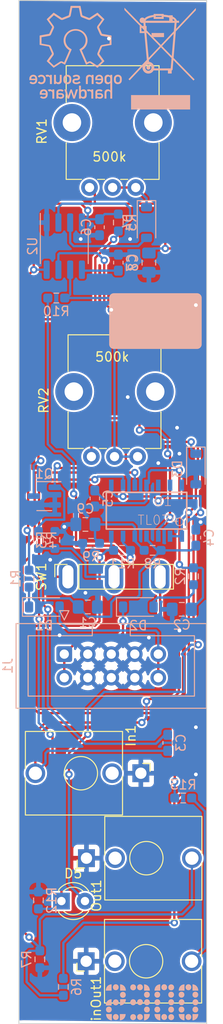
<source format=kicad_pcb>
(kicad_pcb (version 20221018) (generator pcbnew)
  (layers (0 "F.Cu" signal) (31 "B.Cu" signal) (34 "B.Paste" user) (35 "F.Paste" user) (36 "B.SilkS" user "B.Silkscreen") (37 "F.SilkS" user "F.Silkscreen") (38 "B.Mask" user) (39 "F.Mask" user) (44 "Edge.Cuts" user))
  (net 0 "")
  (net 1 "+12V")
  (net 2 "GND")
  (net 3 "-12V")
  (net 4 "Net-(SW1-C)")
  (net 5 "Net-(SW1-A)")
  (net 6 "Net-(U1A-+)")
  (net 7 "Net-(U1B-+)")
  (net 8 "Net-(D1-K)")
  (net 9 "Net-(D1-A)")
  (net 10 "Net-(D2-K)")
  (net 11 "Net-(D2-A)")
  (net 12 "Net-(D3-K)")
  (net 13 "Net-(D4-K)")
  (net 14 "Net-(D4-A)")
  (net 15 "Net-(D5-K)")
  (net 16 "Net-(D5-A)")
  (net 18 "Net-(U1C-+)")
  (net 19 "Net-(U2-CV)")
  (net 21 "Net-(R13-Pad1)")
  (net 23 "Net-(SW1-B)")
  (net 24 "Net-(U1A--)")
  (net 25 "Net-(U1B--)")
  (net 26 "Net-(R11-Pad1)")
  (net 30 "Net-(Q1-C)")
  (net 31 "Net-(U2-DIS)")
  (footprint "0deS:jack3.5vertical" (layer "F.Cu") (at 104.22 148.9 90)
    (fp_text reference "inOut1")
    (fp_text value "Audio-Jack-3")
  )
  (footprint "0deS:PotGndPin1" (layer "F.Cu") (at 109.7838 94.5538 90)
    (fp_text reference "RV2")
    (fp_text value "500k")
  )
  (footprint "LED_THT:LED_D3.0mm_Clear" (layer "F.Cu") (at 101.5492 142.4178)
    (fp_text reference "D5")
    (fp_text value "LED")
  )
  (footprint "0deS:colader" (layer "F.Cu") (at 102.1588 107.4928 90)
    (fp_text reference "SW1")
    (fp_text value "SW_SPDT")
  )
  (footprint "0deS:jack3.5vertical" (layer "F.Cu") (at 104.25 137.8 90)
    (fp_text reference "Out1")
    (fp_text value "Audio-Jack-3")
  )
  (footprint "0deS:jack3.5vertical" (layer "F.Cu") (at 110.1298 128.651 -90)
    (fp_text reference "In1")
    (fp_text value "Audio-Jack-3")
  )
  (footprint "0deS:PotGndPin1" (layer "F.Cu") (at 109.5806 65.5724 90)
    (fp_text reference "RV1")
    (fp_text value "500k")
  )
  (footprint "Resistor_SMD:R_0603_1608Metric_Pad0.98x0.95mm_HandSolder" (layer "B.Cu") (at 101.7524 151.6634 90)
    (fp_text reference "R6")
    (fp_text value "2k")
  )
  (footprint "Diode_SMD:D_SOD-123" (layer "B.Cu") (at 99.696 110.744)
    (fp_text reference "D1")
    (fp_text value "D")
  )
  (footprint "Capacitor_SMD:C_0805_2012Metric_Pad1.18x1.45mm_HandSolder" (layer "B.Cu") (at 110.998 73.66 -90)
    (fp_text reference "C8")
    (fp_text value "4.7uF")
  )
  (footprint "Diode_SMD:D_SOD-123" (layer "B.Cu") (at 110.744 69.342 -90)
    (fp_text reference "D4")
    (fp_text value "1N4148")
  )
  (footprint "Resistor_SMD:R_0603_1608Metric_Pad0.98x0.95mm_HandSolder" (layer "B.Cu") (at 99.2124 148.6916 -90)
    (fp_text reference "R7")
    (fp_text value "3.3k")
  )
  (footprint "Diode_SMD:D_SOD-123" (layer "B.Cu") (at 116.078 95.886 -90)
    (fp_text reference "D3")
    (fp_text value "1N4148")
  )
  (footprint "0deS:SOP-14" (layer "B.Cu") (at 110.744 100.37572 180)
    (fp_text reference "U1")
    (fp_text value "TL074")
  )
  (footprint "Capacitor_SMD:C_0603_1608Metric_Pad1.08x0.95mm_HandSolder" (layer "B.Cu") (at 105.156 99.06 90)
    (fp_text reference "C5")
    (fp_text value "100nF")
  )
  (footprint "Resistor_SMD:R_0603_1608Metric_Pad0.98x0.95mm_HandSolder" (layer "B.Cu") (at 99.06 103.5285 90)
    (fp_text reference "R4")
    (fp_text value "100k")
  )
  (footprint "Resistor_SMD:R_0603_1608Metric_Pad0.98x0.95mm_HandSolder" (layer "B.Cu") (at 115.824 107.442 -90)
    (fp_text reference "R2")
    (fp_text value "10r")
  )
  (footprint "Resistor_SMD:R_0603_1608Metric_Pad0.98x0.95mm_HandSolder" (layer "B.Cu") (at 107.696 69.342 90)
    (fp_text reference "R5")
    (fp_text value "10k")
  )
  (footprint "Resistor_SMD:R_0603_1608Metric_Pad0.98x0.95mm_HandSolder" (layer "B.Cu") (at 100.9885 77.47)
    (fp_text reference "R10")
    (fp_text value "15k")
  )
  (footprint "Capacitor_SMD:C_0805_2012Metric_Pad1.18x1.45mm_HandSolder" (layer "B.Cu") (at 104.14 101.854 180)
    (fp_text reference "C9")
    (fp_text value "1uF")
  )
  (footprint "Resistor_SMD:R_0603_1608Metric_Pad0.98x0.95mm_HandSolder" (layer "B.Cu") (at 111.4025 104.648)
    (fp_text reference "R8")
    (fp_text value "10k")
  )
  (footprint "Package_TO_SOT_SMD:SOT-23-3" (layer "B.Cu") (at 99.6895 98.806 180)
    (fp_text reference "Q1")
    (fp_text value "MMBT3904")
  )
  (footprint "Capacitor_SMD:C_0805_2012Metric_Pad1.18x1.45mm_HandSolder" (layer "B.Cu") (at 114.554 110.998)
    (fp_text reference "C2")
    (fp_text value "10uF")
  )
  (footprint "Capacitor_SMD:C_0603_1608Metric_Pad1.08x0.95mm_HandSolder" (layer "B.Cu") (at 113.03 125.3755 90)
    (fp_text reference "C3")
    (fp_text value "100pf")
  )
  (footprint "Resistor_SMD:R_0603_1608Metric_Pad0.98x0.95mm_HandSolder" (layer "B.Cu") (at 108.1005 104.648)
    (fp_text reference "R11")
    (fp_text value "10k")
  )
  (footprint "Capacitor_SMD:C_0603_1608Metric_Pad1.08x0.95mm_HandSolder" (layer "B.Cu") (at 105.664 69.85 -90)
    (fp_text reference "C6")
    (fp_text value "100nF")
  )
  (footprint "Resistor_SMD:R_0603_1608Metric_Pad0.98x0.95mm_HandSolder" (layer "B.Cu") (at 104.7515 103.886)
    (fp_text reference "R9")
    (fp_text value "4.7k")
  )
  (footprint "Connector_IDC:IDC-Header_2x05_P2.54mm_Vertical" (layer "B.Cu") (at 101.854 115.824 -90)
    (fp_text reference "J1")
    (fp_text value "Power Input")
  )
  (footprint "Diode_SMD:D_SOD-123" (layer "B.Cu") (at 109.856 110.744)
    (fp_text reference "D2")
    (fp_text value "D")
  )
  (footprint "Resistor_SMD:R_0603_1608Metric_Pad0.98x0.95mm_HandSolder" (layer "B.Cu") (at 114.7045 131.318 180)
    (fp_text reference "R13")
    (fp_text value "1k")
  )
  (footprint "Capacitor_SMD:C_0603_1608Metric_Pad1.08x0.95mm_HandSolder" (layer "B.Cu") (at 107.696 73.66 90)
    (fp_text reference "C7")
    (fp_text value "0.01uf")
  )
  (footprint "Capacitor_SMD:C_0603_1608Metric_Pad1.08x0.95mm_HandSolder" (layer "B.Cu") (at 116.078 103.2775 90)
    (fp_text reference "C4")
    (fp_text value "100nF")
  )
  (footprint "Package_SO:SOP-8_3.76x4.96mm_P1.27mm" (layer "B.Cu") (at 101.854 71.882 -90)
    (fp_text reference "U2")
    (fp_text value "LM555xN")
  )
  (footprint "Resistor_SMD:R_0603_1608Metric_Pad0.98x0.95mm_HandSolder" (layer "B.Cu") (at 100.838 103.5285 -90)
    (fp_text reference "R3")
    (fp_text value "100k")
  )
  (footprint "Resistor_SMD:R_0603_1608Metric_Pad0.98x0.95mm_HandSolder" (layer "B.Cu") (at 98.044 107.696 -90)
    (fp_text reference "R1")
    (fp_text value "10r")
  )
  (footprint "Capacitor_SMD:C_0805_2012Metric_Pad1.18x1.45mm_HandSolder" (layer "B.Cu") (at 104.394 110.744)
    (fp_text reference "C1")
    (fp_text value "10uF")
  )
  (footprint "Resistor_SMD:R_0603_1608Metric_Pad0.98x0.95mm_HandSolder" (layer "B.Cu") (at 99.06 142.3435 90)
    (fp_text reference "R12")
    (fp_text value "1k")
  )
  (gr_poly (pts (xy 113.394994 154.597739) (xy 113.378726 154.598931) (xy 113.362746 154.600898) (xy 113.34707 154.603621) (xy 113.331715 154.607085) (xy 113.316698 154.611271) (xy 113.302035 154.616164) (xy 113.287743 154.621745) (xy 113.273838 154.627998) (xy 113.260337 154.634906) (xy 113.247258 154.642451) (xy 113.234616 154.650617) (xy 113.222428 154.659387) (xy 113.210711 154.668743) (xy 113.199482 154.678669) (xy 113.188757 154.689146) (xy 113.178552 154.70016) (xy 113.168886 154.711691) (xy 113.159773 154.723724) (xy 113.151232 154.736241) (xy 113.143278 154.749226) (xy 113.135928 154.76266) (xy 113.129199 154.776527) (xy 113.123108 154.790811) (xy 113.11767 154.805493) (xy 113.112904 154.820557) (xy 113.108825 154.835986) (xy 113.105451 154.851763) (xy 113.102797 154.867871) (xy 113.100881 154.884292) (xy 113.099719 154.90101) (xy 113.099328 154.918007) (xy 113.099719 154.935004) (xy 113.100881 154.951722) (xy 113.102797 154.968144) (xy 113.105451 154.984251) (xy 113.108825 155.000028) (xy 113.112904 155.015457) (xy 113.11767 155.030522) (xy 113.123108 155.045204) (xy 113.129199 155.059488) (xy 113.135928 155.073355) (xy 113.143278 155.086789) (xy 113.151232 155.099774) (xy 113.159773 155.112291) (xy 113.168886 155.124324) (xy 113.178552 155.135856) (xy 113.188757 155.146869) (xy 113.199482 155.157347) (xy 113.210711 155.167273) (xy 113.222428 155.176629) (xy 113.234616 155.185398) (xy 113.247258 155.193564) (xy 113.260337 155.20111) (xy 113.273838 155.208018) (xy 113.287743 155.214271) (xy 113.302035 155.219852) (xy 113.316698 155.224744) (xy 113.331715 155.228931) (xy 113.34707 155.232394) (xy 113.362746 155.235118) (xy 113.378726 155.237084) (xy 113.394994 155.238277) (xy 113.411533 155.238678) (xy 113.42807 155.238277) (xy 113.444335 155.237084) (xy 113.46031 155.235118) (xy 113.47598 155.232394) (xy 113.491327 155.228931) (xy 113.506335 155.224744) (xy 113.520987 155.219852) (xy 113.535268 155.214271) (xy 113.54916 155.208018) (xy 113.562646 155.20111) (xy 113.575711 155.193564) (xy 113.588338 155.185398) (xy 113.60051 155.176629) (xy 113.612211 155.167273) (xy 113.623424 155.157347) (xy 113.634133 155.146869) (xy 113.64432 155.135856) (xy 113.653971 155.124324) (xy 113.663067 155.112291) (xy 113.671593 155.099774) (xy 113.679531 155.086789) (xy 113.686867 155.073355) (xy 113.693582 155.059488) (xy 113.69966 155.045204) (xy 113.705086 155.030522) (xy 113.709841 155.015457) (xy 113.71391 155.000028) (xy 113.717277 154.984251) (xy 113.719924 154.968144) (xy 113.721835 154.951722) (xy 113.722994 154.935004) (xy 113.723384 154.918007) (xy 113.722994 154.90101) (xy 113.721835 154.884292) (xy 113.719924 154.867871) (xy 113.717277 154.851763) (xy 113.71391 154.835986) (xy 113.709841 154.820557) (xy 113.705086 154.805493) (xy 113.69966 154.790811) (xy 113.693582 154.776527) (xy 113.686867 154.76266) (xy 113.679531 154.749226) (xy 113.671593 154.736241) (xy 113.663067 154.723724) (xy 113.653971 154.711691) (xy 113.64432 154.70016) (xy 113.634133 154.689146) (xy 113.623424 154.678669) (xy 113.612211 154.668743) (xy 113.60051 154.659387) (xy 113.588338 154.650617) (xy 113.575711 154.642451) (xy 113.562646 154.634906) (xy 113.54916 154.627998) (xy 113.535268 154.621745) (xy 113.520987 154.616164) (xy 113.506335 154.611271) (xy 113.491327 154.607085) (xy 113.47598 154.603621) (xy 113.46031 154.600898) (xy 113.444335 154.598931) (xy 113.42807 154.597739) (xy 113.411533 154.597338)) (fill solid) (layer "B.SilkS"))
  (gr_poly (pts (xy 114.509824 152.179465) (xy 114.493557 152.180657) (xy 114.477576 152.182624) (xy 114.4619 152.185348) (xy 114.446546 152.188811) (xy 114.431528 152.192998) (xy 114.416865 152.19789) (xy 114.402573 152.203471) (xy 114.388668 152.209724) (xy 114.375167 152.216632) (xy 114.362088 152.224177) (xy 114.349446 152.232343) (xy 114.337258 152.241113) (xy 114.325541 152.250469) (xy 114.314312 152.260395) (xy 114.303587 152.270873) (xy 114.293382 152.281886) (xy 114.283716 152.293418) (xy 114.274603 152.30545) (xy 114.266062 152.317968) (xy 114.258108 152.330952) (xy 114.250758 152.344386) (xy 114.244029 152.358254) (xy 114.237938 152.372537) (xy 114.2325 152.387219) (xy 114.227734 152.402283) (xy 114.223656 152.417712) (xy 114.220281 152.433489) (xy 114.217627 152.449597) (xy 114.215711 152.466018) (xy 114.214549 152.482736) (xy 114.214158 152.499733) (xy 114.214549 152.516763) (xy 114.215711 152.533511) (xy 114.217627 152.54996) (xy 114.220281 152.566094) (xy 114.223656 152.581895) (xy 114.227734 152.597347) (xy 114.2325 152.612432) (xy 114.237938 152.627134) (xy 114.244029 152.641435) (xy 114.250758 152.655319) (xy 114.258108 152.668769) (xy 114.266062 152.681766) (xy 114.274603 152.694296) (xy 114.283716 152.70634) (xy 114.293382 152.717882) (xy 114.303587 152.728904) (xy 114.314312 152.73939) (xy 114.325541 152.749322) (xy 114.337258 152.758684) (xy 114.349446 152.767459) (xy 114.362088 152.775629) (xy 114.375167 152.783178) (xy 114.388668 152.790089) (xy 114.402573 152.796344) (xy 114.416865 152.801927) (xy 114.431528 152.806821) (xy 114.446546 152.811008) (xy 114.4619 152.814472) (xy 114.477576 152.817196) (xy 114.493557 152.819163) (xy 114.509824 152.820356) (xy 114.526363 152.820757) (xy 114.5429 152.820356) (xy 114.559165 152.819163) (xy 114.575141 152.817196) (xy 114.59081 152.814472) (xy 114.606157 152.811008) (xy 114.621165 152.806821) (xy 114.635817 152.801927) (xy 114.650098 152.796344) (xy 114.66399 152.790089) (xy 114.677476 152.783178) (xy 114.690541 152.775629) (xy 114.703168 152.767459) (xy 114.71534 152.758684) (xy 114.727041 152.749322) (xy 114.738254 152.73939) (xy 114.748963 152.728904) (xy 114.75915 152.717882) (xy 114.768801 152.70634) (xy 114.777897 152.694296) (xy 114.786423 152.681766) (xy 114.794361 152.668769) (xy 114.801697 152.655319) (xy 114.808412 152.641435) (xy 114.81449 152.627134) (xy 114.819916 152.612432) (xy 114.824671 152.597347) (xy 114.82874 152.581895) (xy 114.832107 152.566094) (xy 114.834754 152.54996) (xy 114.836665 152.533511) (xy 114.837824 152.516763) (xy 114.838214 152.499733) (xy 114.837824 152.482736) (xy 114.836665 152.466018) (xy 114.834754 152.449597) (xy 114.832107 152.433489) (xy 114.82874 152.417712) (xy 114.824671 152.402283) (xy 114.819916 152.387219) (xy 114.81449 152.372537) (xy 114.808412 152.358254) (xy 114.801697 152.344386) (xy 114.794361 152.330952) (xy 114.786423 152.317968) (xy 114.777897 152.30545) (xy 114.768801 152.293418) (xy 114.75915 152.281886) (xy 114.748963 152.270873) (xy 114.738254 152.260395) (xy 114.727041 152.250469) (xy 114.71534 152.241113) (xy 114.703168 152.232343) (xy 114.690541 152.224177) (xy 114.677476 152.216632) (xy 114.66399 152.209724) (xy 114.650098 152.203471) (xy 114.635817 152.19789) (xy 114.621165 152.192998) (xy 114.606157 152.188811) (xy 114.59081 152.185348) (xy 114.575141 152.182624) (xy 114.559165 152.180657) (xy 114.5429 152.179465) (xy 114.526363 152.179064)) (fill solid) (layer "B.SilkS"))
  (gr_poly (pts (xy 109.281278 154.597739) (xy 109.265011 154.598931) (xy 109.249031 154.600898) (xy 109.233355 154.603621) (xy 109.218 154.607085) (xy 109.202983 154.611271) (xy 109.18832 154.616164) (xy 109.174028 154.621745) (xy 109.160123 154.627998) (xy 109.146623 154.634906) (xy 109.133543 154.642451) (xy 109.120901 154.650617) (xy 109.108713 154.659387) (xy 109.096997 154.668743) (xy 109.085767 154.678669) (xy 109.075042 154.689146) (xy 109.064838 154.70016) (xy 109.055171 154.711691) (xy 109.046059 154.723724) (xy 109.037517 154.736241) (xy 109.029563 154.749226) (xy 109.022214 154.76266) (xy 109.015485 154.776527) (xy 109.009393 154.790811) (xy 109.003956 154.805493) (xy 108.99919 154.820557) (xy 108.995111 154.835986) (xy 108.991737 154.851763) (xy 108.989083 154.867871) (xy 108.987167 154.884292) (xy 108.986005 154.90101) (xy 108.985614 154.918007) (xy 108.986005 154.935004) (xy 108.987167 154.951722) (xy 108.989083 154.968144) (xy 108.991737 154.984251) (xy 108.995111 155.000028) (xy 108.99919 155.015457) (xy 109.003956 155.030522) (xy 109.009393 155.045204) (xy 109.015485 155.059488) (xy 109.022214 155.073355) (xy 109.029563 155.086789) (xy 109.037517 155.099774) (xy 109.046059 155.112291) (xy 109.055171 155.124324) (xy 109.064838 155.135856) (xy 109.075042 155.146869) (xy 109.085767 155.157347) (xy 109.096997 155.167273) (xy 109.108713 155.176629) (xy 109.120901 155.185398) (xy 109.133543 155.193564) (xy 109.146623 155.20111) (xy 109.160123 155.208018) (xy 109.174028 155.214271) (xy 109.18832 155.219852) (xy 109.202983 155.224744) (xy 109.218 155.228931) (xy 109.233355 155.232394) (xy 109.249031 155.235118) (xy 109.265011 155.237084) (xy 109.281278 155.238277) (xy 109.297817 155.238678) (xy 109.314354 155.238277) (xy 109.330619 155.237084) (xy 109.346594 155.235118) (xy 109.362263 155.232394) (xy 109.37761 155.228931) (xy 109.392618 155.224744) (xy 109.407271 155.219852) (xy 109.421551 155.214271) (xy 109.435443 155.208018) (xy 109.448929 155.20111) (xy 109.461994 155.193564) (xy 109.474621 155.185398) (xy 109.486793 155.176629) (xy 109.498494 155.167273) (xy 109.509707 155.157347) (xy 109.520416 155.146869) (xy 109.530603 155.135856) (xy 109.540254 155.124324) (xy 109.54935 155.112291) (xy 109.557876 155.099774) (xy 109.565815 155.086789) (xy 109.57315 155.073355) (xy 109.579865 155.059488) (xy 109.585944 155.045204) (xy 109.591369 155.030522) (xy 109.596125 155.015457) (xy 109.600194 155.000028) (xy 109.603561 154.984251) (xy 109.606208 154.968144) (xy 109.608119 154.951722) (xy 109.609278 154.935004) (xy 109.609668 154.918007) (xy 109.609278 154.90101) (xy 109.608119 154.884292) (xy 109.606208 154.867871) (xy 109.603561 154.851763) (xy 109.600194 154.835986) (xy 109.596125 154.820557) (xy 109.591369 154.805493) (xy 109.585944 154.790811) (xy 109.579865 154.776527) (xy 109.57315 154.76266) (xy 109.565815 154.749226) (xy 109.557876 154.736241) (xy 109.54935 154.723724) (xy 109.540254 154.711691) (xy 109.530603 154.70016) (xy 109.520416 154.689146) (xy 109.509707 154.678669) (xy 109.498494 154.668743) (xy 109.486793 154.659387) (xy 109.474621 154.650617) (xy 109.461994 154.642451) (xy 109.448929 154.634906) (xy 109.435443 154.627998) (xy 109.421551 154.621745) (xy 109.407271 154.616164) (xy 109.392618 154.611271) (xy 109.37761 154.607085) (xy 109.362263 154.603621) (xy 109.346594 154.600898) (xy 109.330619 154.598931) (xy 109.314354 154.597739) (xy 109.297817 154.597338)) (fill solid) (layer "B.SilkS"))
  (gr_poly (pts (xy 111.891938 153.782248) (xy 111.875673 153.783441) (xy 111.859698 153.785407) (xy 111.844028 153.788131) (xy 111.828681 153.791594) (xy 111.813673 153.795781) (xy 111.799021 153.800673) (xy 111.78474 153.806254) (xy 111.770848 153.812507) (xy 111.757362 153.819415) (xy 111.744297 153.82696) (xy 111.73167 153.835127) (xy 111.719498 153.843896) (xy 111.707797 153.853252) (xy 111.696584 153.863178) (xy 111.685876 153.873656) (xy 111.675688 153.884669) (xy 111.666038 153.896201) (xy 111.656941 153.908234) (xy 111.648415 153.920751) (xy 111.640477 153.933735) (xy 111.633141 153.947169) (xy 111.626426 153.961037) (xy 111.620348 153.97532) (xy 111.614923 153.990002) (xy 111.610167 154.005067) (xy 111.606098 154.020496) (xy 111.602731 154.036272) (xy 111.600084 154.05238) (xy 111.598173 154.068801) (xy 111.597014 154.085519) (xy 111.596624 154.102516) (xy 111.597014 154.119545) (xy 111.598173 154.13629) (xy 111.600084 154.152734) (xy 111.602731 154.168862) (xy 111.606098 154.184655) (xy 111.610167 154.200098) (xy 111.614923 154.215172) (xy 111.620348 154.229862) (xy 111.626426 154.244151) (xy 111.633141 154.258021) (xy 111.640477 154.271455) (xy 111.648415 154.284438) (xy 111.656941 154.296952) (xy 111.666038 154.30898) (xy 111.675688 154.320505) (xy 111.685876 154.331511) (xy 111.696584 154.34198) (xy 111.707797 154.351896) (xy 111.719498 154.361242) (xy 111.73167 154.370001) (xy 111.744297 154.378156) (xy 111.757362 154.38569) (xy 111.770848 154.392587) (xy 111.78474 154.398829) (xy 111.799021 154.404401) (xy 111.813673 154.409284) (xy 111.828681 154.413462) (xy 111.844028 154.416918) (xy 111.859698 154.419635) (xy 111.875673 154.421597) (xy 111.891938 154.422787) (xy 111.908475 154.423187) (xy 111.925014 154.422787) (xy 111.941282 154.421597) (xy 111.957262 154.419635) (xy 111.972938 154.416918) (xy 111.988293 154.413462) (xy 112.00331 154.409284) (xy 112.017973 154.404401) (xy 112.032265 154.398829) (xy 112.04617 154.392587) (xy 112.059671 154.38569) (xy 112.07275 154.378156) (xy 112.085392 154.370001) (xy 112.09758 154.361242) (xy 112.109297 154.351896) (xy 112.120526 154.34198) (xy 112.131251 154.331511) (xy 112.141456 154.320505) (xy 112.151122 154.30898) (xy 112.160235 154.296952) (xy 112.168776 154.284438) (xy 112.17673 154.271455) (xy 112.18408 154.258021) (xy 112.190809 154.244151) (xy 112.1969 154.229862) (xy 112.202338 154.215172) (xy 112.207104 154.200098) (xy 112.211183 154.184655) (xy 112.214557 154.168862) (xy 112.217211 154.152734) (xy 112.219127 154.13629) (xy 112.220289 154.119545) (xy 112.22068 154.102516) (xy 112.220289 154.085519) (xy 112.219127 154.068801) (xy 112.217211 154.05238) (xy 112.214557 154.036272) (xy 112.211183 154.020496) (xy 112.207104 154.005067) (xy 112.202338 153.990002) (xy 112.1969 153.97532) (xy 112.190809 153.961037) (xy 112.18408 153.947169) (xy 112.17673 153.933735) (xy 112.168776 153.920751) (xy 112.160235 153.908234) (xy 112.151122 153.896201) (xy 112.141456 153.884669) (xy 112.131251 153.873656) (xy 112.120526 153.863178) (xy 112.109297 153.853252) (xy 112.09758 153.843896) (xy 112.085392 153.835127) (xy 112.07275 153.82696) (xy 112.059671 153.819415) (xy 112.04617 153.812507) (xy 112.032265 153.806254) (xy 112.017973 153.800673) (xy 112.00331 153.795781) (xy 111.988293 153.791594) (xy 111.972938 153.788131) (xy 111.957262 153.785407) (xy 111.941282 153.783441) (xy 111.925014 153.782248) (xy 111.908475 153.781847)) (fill solid) (layer "B.SilkS"))
  (gr_poly (pts (xy 107.890327 152.06213) (xy 108.514381 152.06213) (xy 108.511712 152.02522) (xy 108.507818 151.989176) (xy 108.502711 151.954014) (xy 108.496406 151.919749) (xy 108.488917 151.886397) (xy 108.480258 151.853971) (xy 108.470443 151.822488) (xy 108.459486 151.791962) (xy 108.4474 151.762409) (xy 108.434201 151.733843) (xy 108.419902 151.70628) (xy 108.404516 151.679735) (xy 108.388059 151.654223) (xy 108.370543 151.629759) (xy 108.351984 151.606358) (xy 108.332395 151.584036) (xy 108.311789 151.562807) (xy 108.290182 151.542687) (xy 108.267587 151.52369) (xy 108.244018 151.505832) (xy 108.219489 151.489128) (xy 108.194014 151.473593) (xy 108.167607 151.459243) (xy 108.140283 151.446091) (xy 108.112055 151.434154) (xy 108.082937 151.423446) (xy 108.052943 151.413983) (xy 108.022087 151.40578) (xy 107.990384 151.398851) (xy 107.957846 151.393213) (xy 107.92449 151.388879) (xy 107.890327 151.385866)) (fill solid) (layer "B.SilkS"))
  (gr_poly (pts (xy 110.481018 155.26462) (xy 110.51518 155.261608) (xy 110.548537 155.257277) (xy 110.581074 155.251643) (xy 110.612777 155.244722) (xy 110.643632 155.236527) (xy 110.673625 155.227074) (xy 110.702742 155.216379) (xy 110.730968 155.204455) (xy 110.758291 155.191319) (xy 110.784694 155.176985) (xy 110.810166 155.161468) (xy 110.83469 155.144784) (xy 110.858254 155.126947) (xy 110.880844 155.107972) (xy 110.902444 155.087875) (xy 110.923042 155.06667) (xy 110.942622 155.044373) (xy 110.961172 155.020999) (xy 110.978676 154.996562) (xy 110.995121 154.971078) (xy 111.010493 154.944562) (xy 111.024778 154.917029) (xy 111.037961 154.888493) (xy 111.050028 154.858971) (xy 111.060966 154.828476) (xy 111.07076 154.797024) (xy 111.079397 154.764631) (xy 111.086861 154.731311) (xy 111.09314 154.697079) (xy 111.098218 154.66195) (xy 111.104719 154.589062) (xy 110.481018 154.589062)) (fill solid) (layer "B.SilkS"))
  (gr_poly (pts (xy 115.716617 152.06213) (xy 116.340318 152.06213) (xy 116.337682 152.02522) (xy 116.333818 151.989176) (xy 116.328739 151.954014) (xy 116.322461 151.919749) (xy 116.314996 151.886397) (xy 116.30636 151.853971) (xy 116.296565 151.822488) (xy 116.285628 151.791962) (xy 116.27356 151.762409) (xy 116.260377 151.733843) (xy 116.246092 151.70628) (xy 116.23072 151.679735) (xy 116.214275 151.654223) (xy 116.196771 151.629759) (xy 116.178221 151.606358) (xy 116.158641 151.584036) (xy 116.138043 151.562807) (xy 116.116442 151.542687) (xy 116.093853 151.52369) (xy 116.070289 151.505832) (xy 116.045764 151.489128) (xy 116.020293 151.473593) (xy 115.993889 151.459243) (xy 115.966567 151.446091) (xy 115.938341 151.434154) (xy 115.909224 151.423446) (xy 115.879231 151.413983) (xy 115.848376 151.40578) (xy 115.816673 151.398851) (xy 115.784136 151.393213) (xy 115.750779 151.388879) (xy 115.716617 151.385866)) (fill solid) (layer "B.SilkS"))
  (gr_poly (pts (xy 111.606948 154.625939) (xy 111.610843 154.66195) (xy 111.615949 154.697079) (xy 111.622254 154.731311) (xy 111.629743 154.764631) (xy 111.638402 154.797024) (xy 111.648217 154.828476) (xy 111.659174 154.858971) (xy 111.67126 154.888493) (xy 111.684459 154.917029) (xy 111.698759 154.944562) (xy 111.714144 154.971078) (xy 111.730602 154.996562) (xy 111.748117 155.020999) (xy 111.766677 155.044373) (xy 111.786266 155.06667) (xy 111.806872 155.087875) (xy 111.828479 155.107972) (xy 111.851074 155.126947) (xy 111.874643 155.144784) (xy 111.899172 155.161468) (xy 111.924647 155.176985) (xy 111.951054 155.191319) (xy 111.978378 155.204455) (xy 112.006607 155.216379) (xy 112.035725 155.227074) (xy 112.065719 155.236527) (xy 112.096574 155.244722) (xy 112.128278 155.251643) (xy 112.160815 155.257277) (xy 112.194171 155.261608) (xy 112.228334 155.26462) (xy 112.228334 154.589062) (xy 111.60428 154.589062)) (fill solid) (layer "B.SilkS"))
  (gr_poly (pts (xy 110.481018 152.06213) (xy 111.104719 152.06213) (xy 111.102082 152.02522) (xy 111.098218 151.989176) (xy 111.09314 151.954014) (xy 111.086861 151.919749) (xy 111.079397 151.886397) (xy 111.07076 151.853971) (xy 111.060966 151.822488) (xy 111.050028 151.791962) (xy 111.037961 151.762409) (xy 111.024778 151.733843) (xy 111.010493 151.70628) (xy 110.995121 151.679735) (xy 110.978676 151.654223) (xy 110.961172 151.629759) (xy 110.942622 151.606358) (xy 110.923042 151.584036) (xy 110.902444 151.562807) (xy 110.880844 151.542687) (xy 110.858254 151.52369) (xy 110.83469 151.505832) (xy 110.810166 151.489128) (xy 110.784694 151.473593) (xy 110.758291 151.459243) (xy 110.730968 151.446091) (xy 110.702742 151.434154) (xy 110.673625 151.423446) (xy 110.643632 151.413983) (xy 110.612777 151.40578) (xy 110.581074 151.398851) (xy 110.548537 151.393213) (xy 110.51518 151.388879) (xy 110.481018 151.385866)) (fill solid) (layer "B.SilkS"))
  (gr_poly (pts (xy 105.609958 53.425107) (xy 105.588698 53.426519) (xy 105.567677 53.428856) (xy 105.546927 53.432107) (xy 105.526478 53.436259) (xy 105.506363 53.4413) (xy 105.486611 53.447216) (xy 105.467254 53.453997) (xy 105.448323 53.461628) (xy 105.429848 53.470098) (xy 105.411862 53.479394) (xy 105.394394 53.489504) (xy 105.377476 53.500415) (xy 105.361139 53.512115) (xy 105.345414 53.524591) (xy 105.330332 53.537831) (xy 105.315924 53.551822) (xy 105.30222 53.566552) (xy 105.289252 53.582009) (xy 105.277052 53.59818) (xy 105.265649 53.615052) (xy 105.255075 53.632613) (xy 105.24536 53.650851) (xy 105.236537 53.669753) (xy 105.228636 53.689307) (xy 105.221687 53.709499) (xy 105.215723 53.730319) (xy 105.210773 53.751753) (xy 105.20687 53.773788) (xy 105.204043 53.796413) (xy 105.202324 53.819614) (xy 105.201744 53.84338) (xy 105.201744 54.007776) (xy 105.851561 54.007776) (xy 105.851256 54.022756) (xy 105.850349 54.037268) (xy 105.848852 54.051311) (xy 105.846777 54.064887) (xy 105.844136 54.077993) (xy 105.840941 54.090629) (xy 105.837203 54.102795) (xy 105.832936 54.11449) (xy 105.82815 54.125714) (xy 105.822857 54.136466) (xy 105.81707 54.146746) (xy 105.810801 54.156553) (xy 105.804061 54.165887) (xy 105.796863 54.174747) (xy 105.789218 54.183132) (xy 105.781138 54.191043) (xy 105.772636 54.198478) (xy 105.763722 54.205437) (xy 105.75441 54.211919) (xy 105.744712 54.217925) (xy 105.734638 54.223453) (xy 105.724201 54.228504) (xy 105.713413 54.233075) (xy 105.702287 54.237168) (xy 105.690833 54.240781) (xy 105.679064 54.243914) (xy 105.666991 54.246567) (xy 105.654628 54.248738) (xy 105.641985 54.250428) (xy 105.629075 54.251635) (xy 105.6025 54.252602) (xy 105.587422 54.252191) (xy 105.572248 54.250968) (xy 105.557022 54.248947) (xy 105.541789 54.246142) (xy 105.526593 54.242569) (xy 105.511479 54.238241) (xy 105.496491 54.233173) (xy 105.481674 54.227379) (xy 105.467071 54.220874) (xy 105.452728 54.213673) (xy 105.438689 54.20579) (xy 105.424998 54.197239) (xy 105.411699 54.188035) (xy 105.398838 54.178192) (xy 105.386459 54.167724) (xy 105.374606 54.156647) (xy 105.222206 54.279767) (xy 105.241874 54.300289) (xy 105.262225 54.319278) (xy 105.283224 54.336762) (xy 105.304833 54.35277) (xy 105.327017 54.367331) (xy 105.349739 54.380474) (xy 105.372963 54.392228) (xy 105.396654 54.402622) (xy 105.420775 54.411684) (xy 105.445289 54.419445) (xy 105.470161 54.425932) (xy 105.495355 54.431174) (xy 105.520834 54.435202) (xy 105.546561 54.438043) (xy 105.572502 54.439726) (xy 105.59862 54.44028) (xy 105.639044 54.43908) (xy 105.679871 54.435272) (xy 105.720687 54.428549) (xy 105.761074 54.418601) (xy 105.800618 54.405121) (xy 105.819943 54.39696) (xy 105.838903 54.3878) (xy 105.857443 54.377603) (xy 105.875513 54.366329) (xy 105.893061 54.353941) (xy 105.910034 54.3404) (xy 105.926381 54.325668) (xy 105.94205 54.309705) (xy 105.956988 54.292473) (xy 105.971145 54.273934) (xy 105.984467 54.254049) (xy 105.996903 54.23278) (xy 106.008402 54.210087) (xy 106.01891 54.185933) (xy 106.028377 54.160279) (xy 106.03675 54.133086) (xy 106.043977 54.104316) (xy 106.050007 54.07393) (xy 106.054787 54.041889) (xy 106.058266 54.008156) (xy 106.060391 53.972691) (xy 106.061111 53.935456) (xy 106.060451 53.900066) (xy 106.058503 53.866176) (xy 106.056258 53.84338) (xy 105.851561 53.84338) (xy 105.411295 53.84338) (xy 105.412135 53.829465) (xy 105.413457 53.815965) (xy 105.415253 53.802882) (xy 105.417512 53.790218) (xy 105.420227 53.777974) (xy 105.423387 53.766152) (xy 105.426983 53.754754) (xy 105.431006 53.743782) (xy 105.435447 53.733236) (xy 105.440295 53.723121) (xy 105.445543 53.713435) (xy 105.45118 53.704183) (xy 105.457198 53.695365) (xy 105.463587 53.686983) (xy 105.470337 53.679038) (xy 105.47744 53.671534) (xy 105.484886 53.66447) (xy 105.492666 53.65785) (xy 105.500771 53.651675) (xy 105.50919 53.645946) (xy 105.517916 53.640665) (xy 105.526938 53.635834) (xy 105.536248 53.631455) (xy 105.545835 53.62753) (xy 105.555691 53.62406) (xy 105.565807 53.621047) (xy 105.576173 53.618493) (xy 105.586779 53.616399) (xy 105.597618 53.614767) (xy 105.608678 53.6136) (xy 105.619951 53.612898) (xy 105.631428 53.612664) (xy 105.642911 53.612898) (xy 105.654201 53.6136) (xy 105.665289 53.614767) (xy 105.676163 53.616399) (xy 105.686814 53.618493) (xy 105.69723 53.621047) (xy 105.707402 53.62406) (xy 105.717318 53.62753) (xy 105.726969 53.631455) (xy 105.736344 53.635834) (xy 105.745432 53.640665) (xy 105.754223 53.645946) (xy 105.762707 53.651675) (xy 105.770873 53.65785) (xy 105.77871 53.66447) (xy 105.786209 53.671534) (xy 105.793358 53.679038) (xy 105.800148 53.686983) (xy 105.806567 53.695365) (xy 105.812605 53.704183) (xy 105.818253 53.713435) (xy 105.823498 53.723121) (xy 105.828332 53.733236) (xy 105.832743 53.743782) (xy 105.836721 53.754754) (xy 105.840255 53.766152) (xy 105.843335 53.777974) (xy 105.845951 53.790218) (xy 105.848092 53.802882) (xy 105.849748 53.815965) (xy 105.850908 53.829465) (xy 105.851561 53.84338) (xy 106.056258 53.84338) (xy 106.055311 53.833763) (xy 106.050925 53.802801) (xy 106.045389 53.773266) (xy 106.03875 53.745132) (xy 106.031055 53.718375) (xy 106.02235 53.692971) (xy 106.012682 53.668894) (xy 106.002097 53.64612) (xy 105.990642 53.624624) (xy 105.978363 53.604382) (xy 105.965307 53.585368) (xy 105.95152 53.567558) (xy 105.937049 53.550927) (xy 105.92194 53.53545) (xy 105.906241 53.521103) (xy 105.889996 53.507861) (xy 105.873253 53.495699) (xy 105.856059 53.484593) (xy 105.83846 53.474517) (xy 105.820502 53.465447) (xy 105.802231 53.457359) (xy 105.783696 53.450226) (xy 105.764941 53.444026) (xy 105.746013 53.438733) (xy 105.707826 53.430768) (xy 105.669507 53.426134) (xy 105.631428 53.424633)) (fill solid) (layer "B.SilkS"))
  (gr_poly (pts (xy 109.281278 152.99491) (xy 109.265011 152.996102) (xy 109.249031 152.998069) (xy 109.233355 153.000792) (xy 109.218 153.004256) (xy 109.202983 153.008443) (xy 109.18832 153.013335) (xy 109.174028 153.018916) (xy 109.160123 153.025169) (xy 109.146623 153.032077) (xy 109.133543 153.039622) (xy 109.120901 153.047788) (xy 109.108713 153.056558) (xy 109.096997 153.065914) (xy 109.085767 153.07584) (xy 109.075042 153.086318) (xy 109.064838 153.097331) (xy 109.055171 153.108862) (xy 109.046059 153.120895) (xy 109.037517 153.133412) (xy 109.029563 153.146397) (xy 109.022214 153.159831) (xy 109.015485 153.173698) (xy 109.009393 153.187982) (xy 109.003956 153.202664) (xy 108.99919 153.217728) (xy 108.995111 153.233157) (xy 108.991737 153.248934) (xy 108.989083 153.265042) (xy 108.987167 153.281463) (xy 108.986005 153.298181) (xy 108.985614 153.315178) (xy 108.986005 153.332206) (xy 108.987167 153.348952) (xy 108.989083 153.365396) (xy 108.991737 153.381524) (xy 108.995111 153.397317) (xy 108.99919 153.412759) (xy 109.003956 153.427834) (xy 109.009393 153.442524) (xy 109.015485 153.456812) (xy 109.022214 153.470682) (xy 109.029563 153.484117) (xy 109.037517 153.4971) (xy 109.046059 153.509613) (xy 109.055171 153.521641) (xy 109.064838 153.533167) (xy 109.075042 153.544172) (xy 109.085767 153.554642) (xy 109.096997 153.564558) (xy 109.108713 153.573903) (xy 109.120901 153.582662) (xy 109.133543 153.590817) (xy 109.146623 153.598352) (xy 109.160123 153.605249) (xy 109.174028 153.611491) (xy 109.18832 153.617062) (xy 109.202983 153.621945) (xy 109.218 153.626123) (xy 109.233355 153.62958) (xy 109.249031 153.632297) (xy 109.265011 153.634259) (xy 109.281278 153.635449) (xy 109.297817 153.635849) (xy 109.314354 153.635449) (xy 109.330619 153.634259) (xy 109.346594 153.632297) (xy 109.362263 153.62958) (xy 109.37761 153.626123) (xy 109.392618 153.621945) (xy 109.407271 153.617062) (xy 109.421551 153.611491) (xy 109.435443 153.605249) (xy 109.448929 153.598352) (xy 109.461994 153.590817) (xy 109.474621 153.582662) (xy 109.486793 153.573903) (xy 109.498494 153.564558) (xy 109.509707 153.554642) (xy 109.520416 153.544172) (xy 109.530603 153.533167) (xy 109.540254 153.521641) (xy 109.54935 153.509613) (xy 109.557876 153.4971) (xy 109.565815 153.484117) (xy 109.57315 153.470682) (xy 109.579865 153.456812) (xy 109.585944 153.442524) (xy 109.591369 153.427834) (xy 109.596125 153.412759) (xy 109.600194 153.397317) (xy 109.603561 153.381524) (xy 109.606208 153.365396) (xy 109.608119 153.348952) (xy 109.609278 153.332206) (xy 109.609668 153.315178) (xy 109.609278 153.298181) (xy 109.608119 153.281463) (xy 109.606208 153.265042) (xy 109.603561 153.248934) (xy 109.600194 153.233157) (xy 109.596125 153.217728) (xy 109.591369 153.202664) (xy 109.585944 153.187982) (xy 109.579865 153.173698) (xy 109.57315 153.159831) (xy 109.565815 153.146397) (xy 109.557876 153.133412) (xy 109.54935 153.120895) (xy 109.540254 153.108862) (xy 109.530603 153.097331) (xy 109.520416 153.086318) (xy 109.509707 153.07584) (xy 109.498494 153.065914) (xy 109.486793 153.056558) (xy 109.474621 153.047788) (xy 109.461994 153.039622) (xy 109.448929 153.032077) (xy 109.435443 153.025169) (xy 109.421551 153.018916) (xy 109.407271 153.013335) (xy 109.392618 153.008443) (xy 109.37761 153.004256) (xy 109.362263 153.000792) (xy 109.346594 152.998069) (xy 109.330619 152.996102) (xy 109.314354 152.99491) (xy 109.297817 152.994509)) (fill solid) (layer "B.SilkS"))
  (gr_poly (pts (xy 113.387937 152.179465) (xy 113.371669 152.180657) (xy 113.355689 152.182624) (xy 113.340013 152.185348) (xy 113.324658 152.188811) (xy 113.309641 152.192998) (xy 113.294978 152.19789) (xy 113.280685 152.203471) (xy 113.266781 152.209724) (xy 113.25328 152.216632) (xy 113.240201 152.224177) (xy 113.227559 152.232343) (xy 113.215371 152.241113) (xy 113.203654 152.250469) (xy 113.192425 152.260395) (xy 113.181699 152.270873) (xy 113.171495 152.281886) (xy 113.161829 152.293418) (xy 113.152716 152.30545) (xy 113.144174 152.317968) (xy 113.13622 152.330952) (xy 113.128871 152.344386) (xy 113.122142 152.358254) (xy 113.11605 152.372537) (xy 113.110613 152.387219) (xy 113.105847 152.402283) (xy 113.101768 152.417712) (xy 113.098394 152.433489) (xy 113.09574 152.449597) (xy 113.093824 152.466018) (xy 113.092662 152.482736) (xy 113.092271 152.499733) (xy 113.092662 152.516763) (xy 113.093824 152.533511) (xy 113.09574 152.54996) (xy 113.098394 152.566094) (xy 113.101768 152.581895) (xy 113.105847 152.597347) (xy 113.110613 152.612432) (xy 113.11605 152.627134) (xy 113.122142 152.641435) (xy 113.128871 152.655319) (xy 113.13622 152.668769) (xy 113.144174 152.681766) (xy 113.152716 152.694296) (xy 113.161829 152.70634) (xy 113.171495 152.717882) (xy 113.181699 152.728904) (xy 113.192425 152.73939) (xy 113.203654 152.749322) (xy 113.215371 152.758684) (xy 113.227559 152.767459) (xy 113.240201 152.775629) (xy 113.25328 152.783178) (xy 113.266781 152.790089) (xy 113.280685 152.796344) (xy 113.294978 152.801927) (xy 113.309641 152.806821) (xy 113.324658 152.811008) (xy 113.340013 152.814472) (xy 113.355689 152.817196) (xy 113.371669 152.819163) (xy 113.387937 152.820356) (xy 113.404476 152.820757) (xy 113.421013 152.820356) (xy 113.437278 152.819163) (xy 113.453253 152.817196) (xy 113.468923 152.814472) (xy 113.48427 152.811008) (xy 113.499278 152.806821) (xy 113.51393 152.801927) (xy 113.528211 152.796344) (xy 113.542102 152.790089) (xy 113.555589 152.783178) (xy 113.568654 152.775629) (xy 113.581281 152.767459) (xy 113.593453 152.758684) (xy 113.605154 152.749322) (xy 113.616367 152.73939) (xy 113.627075 152.728904) (xy 113.637263 152.717882) (xy 113.646913 152.70634) (xy 113.65601 152.694296) (xy 113.664535 152.681766) (xy 113.672474 152.668769) (xy 113.679809 152.655319) (xy 113.686525 152.641435) (xy 113.692603 152.627134) (xy 113.698028 152.612432) (xy 113.702784 152.597347) (xy 113.706853 152.581895) (xy 113.71022 152.566094) (xy 113.712867 152.54996) (xy 113.714778 152.533511) (xy 113.715937 152.516763) (xy 113.716327 152.499733) (xy 113.715937 152.482736) (xy 113.714778 152.466018) (xy 113.712867 152.449597) (xy 113.71022 152.433489) (xy 113.706853 152.417712) (xy 113.702784 152.402283) (xy 113.698028 152.387219) (xy 113.692603 152.372537) (xy 113.686525 152.358254) (xy 113.679809 152.344386) (xy 113.672474 152.330952) (xy 113.664535 152.317968) (xy 113.65601 152.30545) (xy 113.646913 152.293418) (xy 113.637263 152.281886) (xy 113.627075 152.270873) (xy 113.616367 152.260395) (xy 113.605154 152.250469) (xy 113.593453 152.241113) (xy 113.581281 152.232343) (xy 113.568654 152.224177) (xy 113.555589 152.216632) (xy 113.542102 152.209724) (xy 113.528211 152.203471) (xy 113.51393 152.19789) (xy 113.499278 152.192998) (xy 113.48427 152.188811) (xy 113.468923 152.185348) (xy 113.453253 152.182624) (xy 113.437278 152.180657) (xy 113.421013 152.179465) (xy 113.404476 152.179064)) (fill solid) (layer "B.SilkS"))
  (gr_poly (pts (xy 106.656339 153.782248) (xy 106.640072 153.783441) (xy 106.624092 153.785407) (xy 106.608416 153.788131) (xy 106.593061 153.791594) (xy 106.578044 153.795781) (xy 106.563381 153.800673) (xy 106.549089 153.806254) (xy 106.535184 153.812507) (xy 106.521684 153.819415) (xy 106.508604 153.82696) (xy 106.495962 153.835127) (xy 106.483774 153.843896) (xy 106.472058 153.853252) (xy 106.460828 153.863178) (xy 106.450103 153.873656) (xy 106.439899 153.884669) (xy 106.430232 153.896201) (xy 106.42112 153.908234) (xy 106.412578 153.920751) (xy 106.404624 153.933735) (xy 106.397275 153.947169) (xy 106.390546 153.961037) (xy 106.384454 153.97532) (xy 106.379017 153.990002) (xy 106.374251 154.005067) (xy 106.370172 154.020496) (xy 106.366798 154.036272) (xy 106.364144 154.05238) (xy 106.362228 154.068801) (xy 106.361066 154.085519) (xy 106.360675 154.102516) (xy 106.361066 154.119545) (xy 106.362228 154.13629) (xy 106.364144 154.152734) (xy 106.366798 154.168862) (xy 106.370172 154.184655) (xy 106.374251 154.200098) (xy 106.379017 154.215172) (xy 106.384454 154.229862) (xy 106.390546 154.244151) (xy 106.397275 154.258021) (xy 106.404624 154.271455) (xy 106.412578 154.284438) (xy 106.42112 154.296952) (xy 106.430232 154.30898) (xy 106.439899 154.320505) (xy 106.450103 154.331511) (xy 106.460828 154.34198) (xy 106.472058 154.351896) (xy 106.483774 154.361242) (xy 106.495962 154.370001) (xy 106.508604 154.378156) (xy 106.521684 154.38569) (xy 106.535184 154.392587) (xy 106.549089 154.398829) (xy 106.563381 154.404401) (xy 106.578044 154.409284) (xy 106.593061 154.413462) (xy 106.608416 154.416918) (xy 106.624092 154.419635) (xy 106.640072 154.421597) (xy 106.656339 154.422787) (xy 106.672878 154.423187) (xy 106.689416 154.422787) (xy 106.705684 154.421597) (xy 106.721664 154.419635) (xy 106.737339 154.416918) (xy 106.752694 154.413462) (xy 106.767712 154.409284) (xy 106.782375 154.404401) (xy 106.796667 154.398829) (xy 106.810571 154.392587) (xy 106.824072 154.38569) (xy 106.837151 154.378156) (xy 106.849793 154.370001) (xy 106.861981 154.361242) (xy 106.873698 154.351896) (xy 106.884927 154.34198) (xy 106.895652 154.331511) (xy 106.905856 154.320505) (xy 106.915523 154.30898) (xy 106.924635 154.296952) (xy 106.933177 154.284438) (xy 106.941131 154.271455) (xy 106.948481 154.258021) (xy 106.95521 154.244151) (xy 106.961301 154.229862) (xy 106.966738 154.215172) (xy 106.971504 154.200098) (xy 106.975583 154.184655) (xy 106.978958 154.168862) (xy 106.981611 154.152734) (xy 106.983527 154.13629) (xy 106.984689 154.119545) (xy 106.98508 154.102516) (xy 106.984689 154.085519) (xy 106.983527 154.068801) (xy 106.981611 154.05238) (xy 106.978958 154.036272) (xy 106.975583 154.020496) (xy 106.971504 154.005067) (xy 106.966738 153.990002) (xy 106.961301 153.97532) (xy 106.95521 153.961037) (xy 106.948481 153.947169) (xy 106.941131 153.933735) (xy 106.933177 153.920751) (xy 106.924635 153.908234) (xy 106.915523 153.896201) (xy 106.905856 153.884669) (xy 106.895652 153.873656) (xy 106.884927 153.863178) (xy 106.873698 153.853252) (xy 106.861981 153.843896) (xy 106.849793 153.835127) (xy 106.837151 153.82696) (xy 106.824072 153.819415) (xy 106.810571 153.812507) (xy 106.796667 153.806254) (xy 106.782375 153.800673) (xy 106.767712 153.795781) (xy 106.752694 153.791594) (xy 106.737339 153.788131) (xy 106.721664 153.785407) (xy 106.705684 153.783441) (xy 106.689416 153.782248) (xy 106.672878 153.781847)) (fill solid) (layer "B.SilkS"))
  (gr_poly (pts (xy 109.069308 57.168212) (xy 115.455697 57.168212) (xy 115.455697 55.613077) (xy 109.069308 55.613077)) (fill solid) (layer "B.SilkS"))
  (gr_poly (pts (xy 115.716617 152.06213) (xy 116.340318 152.06213) (xy 116.337682 152.02522) (xy 116.333818 151.989176) (xy 116.328739 151.954014) (xy 116.322461 151.919749) (xy 116.314996 151.886397) (xy 116.30636 151.853971) (xy 116.296565 151.822488) (xy 116.285628 151.791962) (xy 116.27356 151.762409) (xy 116.260377 151.733843) (xy 116.246092 151.70628) (xy 116.23072 151.679735) (xy 116.214275 151.654223) (xy 116.196771 151.629759) (xy 116.178221 151.606358) (xy 116.158641 151.584036) (xy 116.138043 151.562807) (xy 116.116442 151.542687) (xy 116.093853 151.52369) (xy 116.070289 151.505832) (xy 116.045764 151.489128) (xy 116.020293 151.473593) (xy 115.993889 151.459243) (xy 115.966567 151.446091) (xy 115.938341 151.434154) (xy 115.909224 151.423446) (xy 115.879231 151.413983) (xy 115.848376 151.40578) (xy 115.816673 151.398851) (xy 115.784136 151.393213) (xy 115.750779 151.388879) (xy 115.716617 151.385866)) (fill solid) (layer "B.SilkS"))
  (gr_poly (pts (xy 113.387937 153.782248) (xy 113.371669 153.783441) (xy 113.355689 153.785407) (xy 113.340013 153.788131) (xy 113.324658 153.791594) (xy 113.309641 153.795781) (xy 113.294978 153.800673) (xy 113.280685 153.806254) (xy 113.266781 153.812507) (xy 113.25328 153.819415) (xy 113.240201 153.82696) (xy 113.227559 153.835127) (xy 113.215371 153.843896) (xy 113.203654 153.853252) (xy 113.192425 153.863178) (xy 113.181699 153.873656) (xy 113.171495 153.884669) (xy 113.161829 153.896201) (xy 113.152716 153.908234) (xy 113.144174 153.920751) (xy 113.13622 153.933735) (xy 113.128871 153.947169) (xy 113.122142 153.961037) (xy 113.11605 153.97532) (xy 113.110613 153.990002) (xy 113.105847 154.005067) (xy 113.101768 154.020496) (xy 113.098394 154.036272) (xy 113.09574 154.05238) (xy 113.093824 154.068801) (xy 113.092662 154.085519) (xy 113.092271 154.102516) (xy 113.092662 154.119545) (xy 113.093824 154.13629) (xy 113.09574 154.152734) (xy 113.098394 154.168862) (xy 113.101768 154.184655) (xy 113.105847 154.200098) (xy 113.110613 154.215172) (xy 113.11605 154.229862) (xy 113.122142 154.244151) (xy 113.128871 154.258021) (xy 113.13622 154.271455) (xy 113.144174 154.284438) (xy 113.152716 154.296952) (xy 113.161829 154.30898) (xy 113.171495 154.320505) (xy 113.181699 154.331511) (xy 113.192425 154.34198) (xy 113.203654 154.351896) (xy 113.215371 154.361242) (xy 113.227559 154.370001) (xy 113.240201 154.378156) (xy 113.25328 154.38569) (xy 113.266781 154.392587) (xy 113.280685 154.398829) (xy 113.294978 154.404401) (xy 113.309641 154.409284) (xy 113.324658 154.413462) (xy 113.340013 154.416918) (xy 113.355689 154.419635) (xy 113.371669 154.421597) (xy 113.387937 154.422787) (xy 113.404476 154.423187) (xy 113.421013 154.422787) (xy 113.437278 154.421597) (xy 113.453253 154.419635) (xy 113.468923 154.416918) (xy 113.48427 154.413462) (xy 113.499278 154.409284) (xy 113.51393 154.404401) (xy 113.528211 154.398829) (xy 113.542102 154.392587) (xy 113.555589 154.38569) (xy 113.568654 154.378156) (xy 113.581281 154.370001) (xy 113.593453 154.361242) (xy 113.605154 154.351896) (xy 113.616367 154.34198) (xy 113.627075 154.331511) (xy 113.637263 154.320505) (xy 113.646913 154.30898) (xy 113.65601 154.296952) (xy 113.664535 154.284438) (xy 113.672474 154.271455) (xy 113.679809 154.258021) (xy 113.686525 154.244151) (xy 113.692603 154.229862) (xy 113.698028 154.215172) (xy 113.702784 154.200098) (xy 113.706853 154.184655) (xy 113.71022 154.168862) (xy 113.712867 154.152734) (xy 113.714778 154.13629) (xy 113.715937 154.119545) (xy 113.716327 154.102516) (xy 113.715937 154.085519) (xy 113.714778 154.068801) (xy 113.712867 154.05238) (xy 113.71022 154.036272) (xy 113.706853 154.020496) (xy 113.702784 154.005067) (xy 113.698028 153.990002) (xy 113.692603 153.97532) (xy 113.686525 153.961037) (xy 113.679809 153.947169) (xy 113.672474 153.933735) (xy 113.664535 153.920751) (xy 113.65601 153.908234) (xy 113.646913 153.896201) (xy 113.637263 153.884669) (xy 113.627075 153.873656) (xy 113.616367 153.863178) (xy 113.605154 153.853252) (xy 113.593453 153.843896) (xy 113.581281 153.835127) (xy 113.568654 153.82696) (xy 113.555589 153.819415) (xy 113.542102 153.812507) (xy 113.528211 153.806254) (xy 113.51393 153.800673) (xy 113.499278 153.795781) (xy 113.48427 153.791594) (xy 113.468923 153.788131) (xy 113.453253 153.785407) (xy 113.437278 153.783441) (xy 113.421013 153.782248) (xy 113.404476 153.781847)) (fill solid) (layer "B.SilkS"))
  (gr_poly (pts (xy 110.481018 155.26462) (xy 110.51518 155.261608) (xy 110.548537 155.257277) (xy 110.581074 155.251643) (xy 110.612777 155.244722) (xy 110.643632 155.236527) (xy 110.673625 155.227074) (xy 110.702742 155.216379) (xy 110.730968 155.204455) (xy 110.758291 155.191319) (xy 110.784694 155.176985) (xy 110.810166 155.161468) (xy 110.83469 155.144784) (xy 110.858254 155.126947) (xy 110.880844 155.107972) (xy 110.902444 155.087875) (xy 110.923042 155.06667) (xy 110.942622 155.044373) (xy 110.961172 155.020999) (xy 110.978676 154.996562) (xy 110.995121 154.971078) (xy 111.010493 154.944562) (xy 111.024778 154.917029) (xy 111.037961 154.888493) (xy 111.050028 154.858971) (xy 111.060966 154.828476) (xy 111.07076 154.797024) (xy 111.079397 154.764631) (xy 111.086861 154.731311) (xy 111.09314 154.697079) (xy 111.098218 154.66195) (xy 111.104719 154.589062) (xy 110.481018 154.589062)) (fill solid) (layer "B.SilkS"))
  (gr_poly (pts (xy 114.509824 153.782248) (xy 114.493557 153.783441) (xy 114.477576 153.785407) (xy 114.4619 153.788131) (xy 114.446546 153.791594) (xy 114.431528 153.795781) (xy 114.416865 153.800673) (xy 114.402573 153.806254) (xy 114.388668 153.812507) (xy 114.375167 153.819415) (xy 114.362088 153.82696) (xy 114.349446 153.835127) (xy 114.337258 153.843896) (xy 114.325541 153.853252) (xy 114.314312 153.863178) (xy 114.303587 153.873656) (xy 114.293382 153.884669) (xy 114.283716 153.896201) (xy 114.274603 153.908234) (xy 114.266062 153.920751) (xy 114.258108 153.933735) (xy 114.250758 153.947169) (xy 114.244029 153.961037) (xy 114.237938 153.97532) (xy 114.2325 153.990002) (xy 114.227734 154.005067) (xy 114.223656 154.020496) (xy 114.220281 154.036272) (xy 114.217627 154.05238) (xy 114.215711 154.068801) (xy 114.214549 154.085519) (xy 114.214158 154.102516) (xy 114.214549 154.119545) (xy 114.215711 154.13629) (xy 114.217627 154.152734) (xy 114.220281 154.168862) (xy 114.223656 154.184655) (xy 114.227734 154.200098) (xy 114.2325 154.215172) (xy 114.237938 154.229862) (xy 114.244029 154.244151) (xy 114.250758 154.258021) (xy 114.258108 154.271455) (xy 114.266062 154.284438) (xy 114.274603 154.296952) (xy 114.283716 154.30898) (xy 114.293382 154.320505) (xy 114.303587 154.331511) (xy 114.314312 154.34198) (xy 114.325541 154.351896) (xy 114.337258 154.361242) (xy 114.349446 154.370001) (xy 114.362088 154.378156) (xy 114.375167 154.38569) (xy 114.388668 154.392587) (xy 114.402573 154.398829) (xy 114.416865 154.404401) (xy 114.431528 154.409284) (xy 114.446546 154.413462) (xy 114.4619 154.416918) (xy 114.477576 154.419635) (xy 114.493557 154.421597) (xy 114.509824 154.422787) (xy 114.526363 154.423187) (xy 114.5429 154.422787) (xy 114.559165 154.421597) (xy 114.575141 154.419635) (xy 114.59081 154.416918) (xy 114.606157 154.413462) (xy 114.621165 154.409284) (xy 114.635817 154.404401) (xy 114.650098 154.398829) (xy 114.66399 154.392587) (xy 114.677476 154.38569) (xy 114.690541 154.378156) (xy 114.703168 154.370001) (xy 114.71534 154.361242) (xy 114.727041 154.351896) (xy 114.738254 154.34198) (xy 114.748963 154.331511) (xy 114.75915 154.320505) (xy 114.768801 154.30898) (xy 114.777897 154.296952) (xy 114.786423 154.284438) (xy 114.794361 154.271455) (xy 114.801697 154.258021) (xy 114.808412 154.244151) (xy 114.81449 154.229862) (xy 114.819916 154.215172) (xy 114.824671 154.200098) (xy 114.82874 154.184655) (xy 114.832107 154.168862) (xy 114.834754 154.152734) (xy 114.836665 154.13629) (xy 114.837824 154.119545) (xy 114.838214 154.102516) (xy 114.837824 154.085519) (xy 114.836665 154.068801) (xy 114.834754 154.05238) (xy 114.832107 154.036272) (xy 114.82874 154.020496) (xy 114.824671 154.005067) (xy 114.819916 153.990002) (xy 114.81449 153.97532) (xy 114.808412 153.961037) (xy 114.801697 153.947169) (xy 114.794361 153.933735) (xy 114.786423 153.920751) (xy 114.777897 153.908234) (xy 114.768801 153.896201) (xy 114.75915 153.884669) (xy 114.748963 153.873656) (xy 114.738254 153.863178) (xy 114.727041 153.853252) (xy 114.71534 153.843896) (xy 114.703168 153.835127) (xy 114.690541 153.82696) (xy 114.677476 153.819415) (xy 114.66399 153.812507) (xy 114.650098 153.806254) (xy 114.635817 153.800673) (xy 114.621165 153.795781) (xy 114.606157 153.791594) (xy 114.59081 153.788131) (xy 114.575141 153.785407) (xy 114.559165 153.783441) (xy 114.5429 153.782248) (xy 114.526363 153.781847)) (fill solid) (layer "B.SilkS"))
  (gr_poly (pts (xy 110.022138 154.583579) (xy 110.005871 154.584771) (xy 109.989891 154.586738) (xy 109.974215 154.589461) (xy 109.95886 154.592925) (xy 109.943843 154.597111) (xy 109.92918 154.602004) (xy 109.914888 154.607585) (xy 109.900983 154.613838) (xy 109.887483 154.620746) (xy 109.874403 154.628291) (xy 109.861761 154.636457) (xy 109.849573 154.645227) (xy 109.837857 154.654583) (xy 109.826627 154.664508) (xy 109.815902 154.674986) (xy 109.805698 154.686) (xy 109.796031 154.697531) (xy 109.786919 154.709564) (xy 109.778377 154.722081) (xy 109.770423 154.735066) (xy 109.763074 154.7485) (xy 109.756345 154.762367) (xy 109.750253 154.776651) (xy 109.744816 154.791333) (xy 109.74005 154.806397) (xy 109.735971 154.821826) (xy 109.732597 154.837603) (xy 109.729943 154.85371) (xy 109.728027 154.870132) (xy 109.726865 154.886849) (xy 109.726474 154.903847) (xy 109.726865 154.920875) (xy 109.728027 154.93762) (xy 109.729943 154.954065) (xy 109.732597 154.970192) (xy 109.735971 154.985986) (xy 109.74005 155.001428) (xy 109.744816 155.016503) (xy 109.750253 155.031193) (xy 109.756345 155.045481) (xy 109.763074 155.059351) (xy 109.770423 155.072786) (xy 109.778377 155.085769) (xy 109.786919 155.098282) (xy 109.796031 155.11031) (xy 109.805698 155.121835) (xy 109.815902 155.132841) (xy 109.826627 155.14331) (xy 109.837857 155.153226) (xy 109.849573 155.162572) (xy 109.861761 155.171331) (xy 109.874403 155.179486) (xy 109.887483 155.187021) (xy 109.900983 155.193918) (xy 109.914888 155.20016) (xy 109.92918 155.205731) (xy 109.943843 155.210614) (xy 109.95886 155.214792) (xy 109.974215 155.218249) (xy 109.989891 155.220966) (xy 110.005871 155.222928) (xy 110.022138 155.224118) (xy 110.038677 155.224518) (xy 110.055214 155.224118) (xy 110.071479 155.222928) (xy 110.087454 155.220966) (xy 110.103123 155.218249) (xy 110.11847 155.214792) (xy 110.133478 155.210614) (xy 110.148131 155.205731) (xy 110.162411 155.20016) (xy 110.176303 155.193918) (xy 110.189789 155.187021) (xy 110.202854 155.179486) (xy 110.215481 155.171331) (xy 110.227653 155.162572) (xy 110.239354 155.153226) (xy 110.250567 155.14331) (xy 110.261276 155.132841) (xy 110.271463 155.121835) (xy 110.281114 155.11031) (xy 110.29021 155.098282) (xy 110.298736 155.085769) (xy 110.306675 155.072786) (xy 110.31401 155.059351) (xy 110.320725 155.045481) (xy 110.326804 155.031193) (xy 110.332229 155.016503) (xy 110.336985 155.001428) (xy 110.341054 154.985986) (xy 110.344421 154.970192) (xy 110.347068 154.954065) (xy 110.348979 154.93762) (xy 110.350138 154.920875) (xy 110.350528 154.903847) (xy 110.350138 154.886849) (xy 110.348979 154.870132) (xy 110.347068 154.85371) (xy 110.344421 154.837603) (xy 110.341054 154.821826) (xy 110.336985 154.806397) (xy 110.332229 154.791333) (xy 110.326804 154.776651) (xy 110.320725 154.762367) (xy 110.31401 154.7485) (xy 110.306675 154.735066) (xy 110.298736 154.722081) (xy 110.29021 154.709564) (xy 110.281114 154.697531) (xy 110.271463 154.686) (xy 110.261276 154.674986) (xy 110.250567 154.664508) (xy 110.239354 154.654583) (xy 110.227653 154.645227) (xy 110.215481 154.636457) (xy 110.202854 154.628291) (xy 110.189789 154.620746) (xy 110.176303 154.613838) (xy 110.162411 154.607585) (xy 110.148131 154.602004) (xy 110.133478 154.597111) (xy 110.11847 154.592925) (xy 110.103123 154.589461) (xy 110.087454 154.586738) (xy 110.071479 154.584771) (xy 110.055214 154.583579) (xy 110.038677 154.583178)) (fill solid) (layer "B.SilkS"))
  (gr_poly (pts (xy 107.629214 53.424931) (xy 107.614572 53.425501) (xy 107.600304 53.426435) (xy 107.586406 53.42772) (xy 107.572872 53.429342) (xy 107.559699 53.431288) (xy 107.546881 53.433545) (xy 107.534412 53.436098) (xy 107.522289 53.438935) (xy 107.510507 53.442043) (xy 107.499059 53.445407) (xy 107.487942 53.449015) (xy 107.477151 53.452853) (xy 107.46668 53.456908) (xy 107.446681 53.465616) (xy 107.427906 53.47503) (xy 107.410315 53.485044) (xy 107.393869 53.495551) (xy 107.378529 53.506445) (xy 107.364255 53.517617) (xy 107.351009 53.528961) (xy 107.338751 53.540371) (xy 107.327442 53.551738) (xy 107.312977 53.567555) (xy 107.2996 53.583517) (xy 107.287287 53.59982) (xy 107.276019 53.61666) (xy 107.265774 53.634232) (xy 107.256532 53.65273) (xy 107.24827 53.672351) (xy 107.240967 53.69329) (xy 107.234604 53.715742) (xy 107.229157 53.739902) (xy 107.224606 53.765966) (xy 107.220931 53.794129) (xy 107.218109 53.824586) (xy 107.216119 53.857533) (xy 107.214941 53.893166) (xy 107.214553 53.931678) (xy 107.214941 53.97044) (xy 107.216119 54.00629) (xy 107.218109 54.039425) (xy 107.220931 54.070045) (xy 107.224606 54.098345) (xy 107.229157 54.124523) (xy 107.234604 54.148776) (xy 107.23767 54.160243) (xy 107.240967 54.171303) (xy 107.2445 54.181981) (xy 107.24827 54.1923) (xy 107.252279 54.202287) (xy 107.256532 54.211965) (xy 107.261029 54.22136) (xy 107.265774 54.230495) (xy 107.276019 54.248088) (xy 107.287287 54.26494) (xy 107.2996 54.28125) (xy 107.312977 54.297215) (xy 107.327442 54.313032) (xy 107.338751 54.324461) (xy 107.351009 54.335925) (xy 107.364255 54.347317) (xy 107.378529 54.358529) (xy 107.393869 54.369457) (xy 107.410315 54.379992) (xy 107.427906 54.39003) (xy 107.446681 54.399462) (xy 107.46668 54.408184) (xy 107.487942 54.416088) (xy 107.510507 54.423069) (xy 107.534412 54.429018) (xy 107.559699 54.433831) (xy 107.586406 54.437401) (xy 107.614572 54.439621) (xy 107.644236 54.440384) (xy 107.659259 54.440191) (xy 107.673901 54.439621) (xy 107.688169 54.438686) (xy 107.702067 54.437401) (xy 107.715599 54.435778) (xy 107.728772 54.433831) (xy 107.741589 54.431574) (xy 107.754055 54.429018) (xy 107.766176 54.426179) (xy 107.777956 54.423069) (xy 107.7894 54.419701) (xy 107.800512 54.416088) (xy 107.811299 54.412245) (xy 107.821763 54.408184) (xy 107.841748 54.399462) (xy 107.860505 54.39003) (xy 107.878072 54.379992) (xy 107.89449 54.369457) (xy 107.909795 54.358529) (xy 107.924028 54.347317) (xy 107.937227 54.335925) (xy 107.949431 54.324461) (xy 107.960678 54.313032) (xy 107.975205 54.297215) (xy 107.988637 54.28125) (xy 108.000997 54.26494) (xy 108.012305 54.248088) (xy 108.022584 54.230495) (xy 108.031855 54.211965) (xy 108.04014 54.1923) (xy 108.047461 54.171303) (xy 108.05384 54.148776) (xy 108.059297 54.124523) (xy 108.063856 54.098345) (xy 108.067537 54.070045) (xy 108.070362 54.039425) (xy 108.072353 54.00629) (xy 108.073532 53.97044) (xy 108.07392 53.931678) (xy 107.86437 53.931678) (xy 107.864218 53.957591) (xy 107.863748 53.981207) (xy 107.862942 54.002699) (xy 107.861779 54.022244) (xy 107.86024 54.040014) (xy 107.858305 54.056186) (xy 107.855955 54.070934) (xy 107.853169 54.084432) (xy 107.849929 54.096855) (xy 107.846214 54.108378) (xy 107.842005 54.119175) (xy 107.837283 54.129422) (xy 107.832027 54.139292) (xy 107.826219 54.148961) (xy 107.819838 54.158603) (xy 107.812864 54.168393) (xy 107.806645 54.175949) (xy 107.799657 54.18325) (xy 107.791941 54.190263) (xy 107.78354 54.196957) (xy 107.774493 54.2033) (xy 107.764842 54.209259) (xy 107.75463 54.214803) (xy 107.743896 54.219899) (xy 107.732683 54.224515) (xy 107.721032 54.22862) (xy 107.708984 54.232182) (xy 107.69658 54.235167) (xy 107.683862 54.237545) (xy 107.670871 54.239284) (xy 107.657649 54.24035) (xy 107.644236 54.240713) (xy 107.63082 54.24035) (xy 107.617587 54.239284) (xy 107.604581 54.237545) (xy 107.591843 54.235167) (xy 107.579418 54.232182) (xy 107.567348 54.22862) (xy 107.555676 54.224515) (xy 107.544444 54.219899) (xy 107.533697 54.214803) (xy 107.523476 54.209259) (xy 107.513824 54.2033) (xy 107.504785 54.196957) (xy 107.4964 54.190263) (xy 107.488715 54.18325) (xy 107.48177 54.175949) (xy 107.478589 54.172201) (xy 107.475609 54.168393) (xy 107.468577 54.158603) (xy 107.462153 54.148964) (xy 107.456315 54.139304) (xy 107.451041 54.129449) (xy 107.446311 54.119229) (xy 107.442104 54.108471) (xy 107.438398 54.097003) (xy 107.435172 54.084652) (xy 107.432404 54.071248) (xy 107.430075 54.056617) (xy 107.428162 54.040588) (xy 107.426644 54.022988) (xy 107.425501 54.003646) (xy 107.42471 53.982389) (xy 107.424103 53.933443) (xy 107.424251 53.907472) (xy 107.42471 53.883813) (xy 107.425501 53.862291) (xy 107.426644 53.842729) (xy 107.428162 53.824951) (xy 107.430075 53.808781) (xy 107.432404 53.794042) (xy 107.435172 53.780558) (xy 107.438398 53.768153) (xy 107.442104 53.756651) (xy 107.446311 53.745876) (xy 107.451041 53.73565) (xy 107.456315 53.725799) (xy 107.462153 53.716146) (xy 107.468577 53.706515) (xy 107.475609 53.696729) (xy 107.48177 53.689115) (xy 107.488715 53.681771) (xy 107.4964 53.674728) (xy 107.504785 53.668016) (xy 107.513824 53.661666) (xy 107.523476 53.655709) (xy 107.533697 53.650173) (xy 107.544444 53.645092) (xy 107.555676 53.640493) (xy 107.567348 53.636409) (xy 107.579418 53.63287) (xy 107.591843 53.629906) (xy 107.604581 53.627547) (xy 107.617587 53.625825) (xy 107.63082 53.624769) (xy 107.644236 53.62441) (xy 107.657649 53.624769) (xy 107.670871 53.625825) (xy 107.683862 53.627547) (xy 107.69658 53.629906) (xy 107.708984 53.63287) (xy 107.721032 53.636409) (xy 107.732683 53.640493) (xy 107.743896 53.645092) (xy 107.75463 53.650173) (xy 107.764842 53.655709) (xy 107.774493 53.661666) (xy 107.78354 53.668016) (xy 107.791941 53.674728) (xy 107.799657 53.681771) (xy 107.806645 53.689115) (xy 107.812864 53.696729) (xy 107.819838 53.706515) (xy 107.826219 53.716143) (xy 107.832027 53.725788) (xy 107.837283 53.735623) (xy 107.842005 53.745822) (xy 107.846214 53.756558) (xy 107.849929 53.768005) (xy 107.853169 53.780337) (xy 107.855955 53.793728) (xy 107.858305 53.80835) (xy 107.86024 53.824378) (xy 107.861779 53.841985) (xy 107.862942 53.861345) (xy 107.863748 53.882632) (xy 107.86437 53.931678) (xy 108.07392 53.931678) (xy 108.073532 53.893166) (xy 108.072353 53.857533) (xy 108.070362 53.824586) (xy 108.067537 53.794129) (xy 108.063856 53.765966) (xy 108.059297 53.739902) (xy 108.05384 53.715742) (xy 108.050767 53.704314) (xy 108.047461 53.69329) (xy 108.04392 53.682643) (xy 108.04014 53.672351) (xy 108.03612 53.662388) (xy 108.031855 53.65273) (xy 108.027344 53.643353) (xy 108.022584 53.634232) (xy 108.012305 53.61666) (xy 108.000997 53.59982) (xy 107.988637 53.583517) (xy 107.975205 53.567555) (xy 107.960678 53.551738) (xy 107.949431 53.540371) (xy 107.937227 53.528961) (xy 107.924028 53.517617) (xy 107.909795 53.506445) (xy 107.89449 53.495551) (xy 107.878072 53.485044) (xy 107.860505 53.47503) (xy 107.841748 53.465616) (xy 107.821763 53.456908) (xy 107.800512 53.449015) (xy 107.777956 53.442043) (xy 107.754055 53.436098) (xy 107.728772 53.431288) (xy 107.702067 53.42772) (xy 107.673901 53.425501) (xy 107.644236 53.424737)) (fill solid) (layer "B.SilkS"))
  (gr_poly (pts (xy 108.354094 46.452536) (xy 110.040456 48.170272) (xy 110.005353 48.170272) (xy 110.005353 48.938866) (xy 110.507395 48.938866) (xy 110.775472 51.815223) (xy 108.792451 53.903681) (xy 108.924009 54.028535) (xy 110.316762 52.55935) (xy 110.314729 52.572302) (xy 110.312956 52.585339) (xy 110.311449 52.59846) (xy 110.310208 52.61166) (xy 110.309238 52.624938) (xy 110.308541 52.63829) (xy 110.308121 52.651715) (xy 110.30798 52.66521) (xy 110.308807 52.697882) (xy 110.311258 52.730125) (xy 110.315296 52.761898) (xy 110.320879 52.793163) (xy 110.327968 52.823879) (xy 110.336523 52.854007) (xy 110.346504 52.883506) (xy 110.357872 52.912337) (xy 110.370586 52.940459) (xy 110.384606 52.967833) (xy 110.399893 52.99442) (xy 110.416406 53.020178) (xy 110.434107 53.045069) (xy 110.452954 53.069052) (xy 110.472908 53.092088) (xy 110.49393 53.114136) (xy 110.515978 53.135157) (xy 110.539014 53.155111) (xy 110.562998 53.173957) (xy 110.587888 53.191657) (xy 110.613647 53.20817) (xy 110.640233 53.223456) (xy 110.667608 53.237476) (xy 110.69573 53.250189) (xy 110.72456 53.261556) (xy 110.754059 53.271537) (xy 110.784186 53.280092) (xy 110.814901 53.28718) (xy 110.846165 53.292763) (xy 110.877937 53.2968) (xy 110.910179 53.299252) (xy 110.942849 53.300078) (xy 110.988108 53.29849) (xy 111.032511 53.293796) (xy 111.07595 53.286104) (xy 111.118319 53.27552) (xy 111.15951 53.262152) (xy 111.199416 53.246105) (xy 111.237931 53.227488) (xy 111.274948 53.206406) (xy 111.310359 53.182966) (xy 111.344058 53.157276) (xy 111.375939 53.129441) (xy 111.405893 53.09957) (xy 111.433815 53.067769) (xy 111.459597 53.034144) (xy 111.483132 52.998802) (xy 111.504314 52.961851) (xy 113.056858 52.961851) (xy 113.056858 53.293502) (xy 113.465329 53.293502) (xy 113.465329 52.961005) (xy 113.469806 52.960262) (xy 113.474265 52.959299) (xy 113.478698 52.958122) (xy 113.483097 52.956738) (xy 113.487456 52.955154) (xy 113.491767 52.953376) (xy 113.496023 52.951411) (xy 113.500216 52.949266) (xy 113.508386 52.944462) (xy 113.516218 52.939017) (xy 113.523655 52.932985) (xy 113.530637 52.926419) (xy 113.537107 52.919372) (xy 113.543006 52.911899) (xy 113.548276 52.904053) (xy 113.550657 52.900006) (xy 113.552858 52.895887) (xy 113.554873 52.891701) (xy 113.556694 52.887455) (xy 113.558315 52.883155) (xy 113.559726 52.87881) (xy 113.560922 52.874424) (xy 113.561895 52.870006) (xy 113.562638 52.865561) (xy 113.563143 52.861096) (xy 113.650359 51.847369) (xy 115.81424 54.051515) (xy 115.943594 53.924401) (xy 113.698907 51.640167) (xy 113.446961 51.640167) (xy 113.352232 52.741441) (xy 111.573236 52.741441) (xy 111.574285 52.732045) (xy 111.575198 52.722609) (xy 111.575974 52.713134) (xy 111.576612 52.703622) (xy 111.57711 52.694072) (xy 111.577467 52.684486) (xy 111.577683 52.674865) (xy 111.577755 52.66521) (xy 111.577754 52.66521) (xy 111.27305 52.66521) (xy 111.27262 52.682201) (xy 111.271345 52.698969) (xy 111.269246 52.715492) (xy 111.266342 52.731752) (xy 111.262656 52.747726) (xy 111.258207 52.763394) (xy 111.253016 52.778736) (xy 111.247104 52.79373) (xy 111.240492 52.808355) (xy 111.233201 52.822592) (xy 111.225251 52.836419) (xy 111.216663 52.849816) (xy 111.207458 52.862761) (xy 111.197656 52.875234) (xy 111.187279 52.887215) (xy 111.176346 52.898682) (xy 111.16488 52.909615) (xy 111.152899 52.919993) (xy 111.140426 52.929795) (xy 111.127481 52.939001) (xy 111.114085 52.947589) (xy 111.100258 52.95554) (xy 111.086021 52.962831) (xy 111.071395 52.969444) (xy 111.0564 52.975356) (xy 111.041058 52.980547) (xy 111.02539 52.984997) (xy 111.009415 52.988684) (xy 110.993154 52.991587) (xy 110.976629 52.993687) (xy 110.95986 52.994962) (xy 110.942868 52.995392) (xy 110.925877 52.994962) (xy 110.909109 52.993687) (xy 110.892586 52.991587) (xy 110.876326 52.988684) (xy 110.860352 52.984997) (xy 110.844684 52.980547) (xy 110.829342 52.975356) (xy 110.814348 52.969444) (xy 110.799723 52.962831) (xy 110.785486 52.955539) (xy 110.771659 52.947589) (xy 110.758262 52.939) (xy 110.745317 52.929795) (xy 110.732844 52.919992) (xy 110.720863 52.909614) (xy 110.709396 52.898682) (xy 110.698463 52.887214) (xy 110.688085 52.875234) (xy 110.678283 52.86276) (xy 110.669077 52.849815) (xy 110.660489 52.836419) (xy 110.652538 52.822592) (xy 110.645246 52.808355) (xy 110.638634 52.793729) (xy 110.632722 52.778735) (xy 110.62753 52.763394) (xy 110.623081 52.747726) (xy 110.619394 52.731752) (xy 110.61649 52.715492) (xy 110.61439 52.698968) (xy 110.613115 52.682201) (xy 110.612686 52.66521) (xy 110.613115 52.648218) (xy 110.61439 52.631449) (xy 110.61649 52.614924) (xy 110.619394 52.598664) (xy 110.623081 52.582689) (xy 110.62753 52.56702) (xy 110.632722 52.551678) (xy 110.638634 52.536683) (xy 110.645246 52.522057) (xy 110.652538 52.50782) (xy 110.660489 52.493993) (xy 110.669077 52.480597) (xy 110.678283 52.467652) (xy 110.688085 52.455179) (xy 110.698463 52.443198) (xy 110.709396 52.431732) (xy 110.720863 52.420799) (xy 110.732844 52.410422) (xy 110.745317 52.40062) (xy 110.758262 52.391415) (xy 110.771659 52.382827) (xy 110.785486 52.374877) (xy 110.799723 52.367586) (xy 110.814348 52.360974) (xy 110.829342 52.355062) (xy 110.844684 52.349872) (xy 110.860352 52.345422) (xy 110.876326 52.341736) (xy 110.892586 52.338832) (xy 110.909109 52.336733) (xy 110.925877 52.335458) (xy 110.942868 52.335028) (xy 110.95986 52.335458) (xy 110.976629 52.336733) (xy 110.993154 52.338832) (xy 111.009414 52.341736) (xy 111.025389 52.345422) (xy 111.041058 52.349872) (xy 111.0564 52.355062) (xy 111.071395 52.360974) (xy 111.086021 52.367586) (xy 111.100258 52.374877) (xy 111.114085 52.382827) (xy 111.127481 52.391415) (xy 111.140426 52.40062) (xy 111.152899 52.410422) (xy 111.16488 52.420799) (xy 111.176346 52.431732) (xy 111.187279 52.443198) (xy 111.197656 52.455179) (xy 111.207458 52.467652) (xy 111.216663 52.480597) (xy 111.225251 52.493993) (xy 111.233201 52.50782) (xy 111.240492 52.522057) (xy 111.247104 52.536683) (xy 111.253016 52.551678) (xy 111.258206 52.56702) (xy 111.262656 52.582689) (xy 111.266342 52.598664) (xy 111.269246 52.614924) (xy 111.271345 52.631449) (xy 111.27262 52.648218) (xy 111.27305 52.66521) (xy 111.577754 52.66521) (xy 111.577042 52.634871) (xy 111.574927 52.604899) (xy 111.571441 52.575326) (xy 111.566616 52.546184) (xy 111.560483 52.517504) (xy 111.553075 52.48932) (xy 111.544424 52.461661) (xy 111.534561 52.434562) (xy 111.523519 52.408052) (xy 111.511329 52.382165) (xy 111.498023 52.356932) (xy 111.483633 52.332385) (xy 111.468191 52.308556) (xy 111.451728 52.285477) (xy 111.434278 52.263179) (xy 111.415871 52.241696) (xy 111.396539 52.221057) (xy 111.376315 52.201297) (xy 111.35523 52.182445) (xy 111.333317 52.164535) (xy 111.310606 52.147598) (xy 111.287131 52.131666) (xy 111.262922 52.116771) (xy 111.238012 52.102945) (xy 111.212433 52.090219) (xy 111.186217 52.078626) (xy 111.159395 52.068198) (xy 111.131999 52.058966) (xy 111.104061 52.050963) (xy 111.075614 52.044219) (xy 111.046689 52.038768) (xy 111.017317 52.034641) (xy 110.999133 51.839544) (xy 112.297799 50.469624) (xy 113.446961 51.640167) (xy 113.698907 51.640167) (xy 113.670657 51.61142) (xy 113.893602 49.019634) (xy 113.672365 49.019634) (xy 113.46722 51.404402) (xy 112.424157 50.342952) (xy 112.17344 50.342952) (xy 110.977088 51.602915) (xy 110.728813 48.938866) (xy 110.753298 48.938866) (xy 110.753298 48.89636) (xy 112.17344 50.342952) (xy 112.424157 50.342952) (xy 112.420962 50.3397) (xy 113.672365 49.019634) (xy 113.893602 49.019634) (xy 113.91568 48.762965) (xy 116.078 46.482) (xy 116.078 46.230804) (xy 113.939799 48.482691) (xy 113.995351 47.836894) (xy 113.774111 47.836894) (xy 113.69652 48.738901) (xy 112.296659 50.213193) (xy 111.468642 49.370609) (xy 112.636025 49.370609) (xy 112.636025 48.929754) (xy 111.285889 48.929754) (xy 111.285889 49.184624) (xy 110.849604 48.740665) (xy 110.488951 48.740665) (xy 110.198263 48.740665) (xy 110.198263 48.36851) (xy 110.235055 48.36851) (xy 110.235056 48.36851) (xy 110.477251 48.615205) (xy 110.488951 48.740665) (xy 110.849604 48.740665) (xy 110.7533 48.642666) (xy 110.7533 48.170309) (xy 110.657194 48.170309) (xy 110.626131 47.836894) (xy 113.774111 47.836894) (xy 113.995351 47.836894) (xy 113.996136 47.827764) (xy 114.261678 47.827764) (xy 114.261678 47.607337) (xy 114.028043 47.607337) (xy 113.196223 47.607337) (xy 110.634783 47.607337) (xy 110.645048 47.585469) (xy 110.656961 47.564328) (xy 110.670468 47.543902) (xy 110.685515 47.524179) (xy 110.70205 47.505147) (xy 110.72002 47.486794) (xy 110.739369 47.469108) (xy 110.760046 47.452078) (xy 110.781996 47.43569) (xy 110.805167 47.419934) (xy 110.829505 47.404797) (xy 110.854956 47.390268) (xy 110.908984 47.362982) (xy 110.966825 47.337982) (xy 111.028052 47.315171) (xy 111.092236 47.294453) (xy 111.15895 47.275734) (xy 111.227768 47.258916) (xy 111.298261 47.243905) (xy 111.370002 47.230604) (xy 111.442564 47.218917) (xy 111.515501 47.208752) (xy 111.515501 47.414481) (xy 112.599251 47.414481) (xy 112.599251 47.185567) (xy 112.6721 47.191519) (xy 112.746363 47.198675) (xy 112.821587 47.207128) (xy 112.897317 47.216969) (xy 112.9731 47.228292) (xy 113.048481 47.241187) (xy 113.123007 47.255748) (xy 113.196223 47.272067) (xy 113.196223 47.607337) (xy 114.028043 47.607337) (xy 114.028037 47.607319) (xy 113.79237 47.607319) (xy 113.572897 47.607319) (xy 113.572897 47.406748) (xy 113.591285 47.417022) (xy 113.609135 47.427579) (xy 113.626429 47.438424) (xy 113.64315 47.449561) (xy 113.659278 47.460994) (xy 113.674795 47.472725) (xy 113.689684 47.484759) (xy 113.703925 47.4971) (xy 113.717502 47.509752) (xy 113.730394 47.522717) (xy 113.742585 47.536001) (xy 113.754055 47.549606) (xy 113.764787 47.563536) (xy 113.774762 47.577796) (xy 113.783963 47.592389) (xy 113.79237 47.607319) (xy 114.028037 47.607319) (xy 114.026473 47.602597) (xy 114.024776 47.597665) (xy 114.022948 47.592547) (xy 114.020985 47.587246) (xy 114.018883 47.581768) (xy 114.016636 47.576117) (xy 114.014242 47.570299) (xy 114.011695 47.564317) (xy 113.99617 47.531246) (xy 113.978767 47.499355) (xy 113.959549 47.468622) (xy 113.938578 47.439027) (xy 113.915917 47.410549) (xy 113.891627 47.383167) (xy 113.865771 47.356861) (xy 113.838411 47.33161) (xy 113.80961 47.307392) (xy 113.77943 47.284189) (xy 113.747933 47.261977) (xy 113.715182 47.240738) (xy 113.681239 47.22045) (xy 113.646166 47.201092) (xy 113.610025 47.182645) (xy 113.572879 47.165086) (xy 113.572879 47.092988) (xy 112.37886 47.092988) (xy 112.37886 47.194054) (xy 111.735966 47.194054) (xy 111.735966 47.092988) (xy 112.37886 47.092988) (xy 113.572879 47.092988) (xy 113.572879 47.019402) (xy 113.196223 47.019402) (xy 113.196223 47.041941) (xy 113.122158 47.025977) (xy 113.047337 47.011843) (xy 112.972058 46.999439) (xy 112.896621 46.988664) (xy 112.821324 46.979419) (xy 112.746464 46.971604) (xy 112.67234 46.965121) (xy 112.599251 46.959868) (xy 112.599251 46.872579) (xy 111.515501 46.872579) (xy 111.515501 46.984302) (xy 111.368872 47.005444) (xy 111.295937 47.018397) (xy 111.223674 47.033066) (xy 111.152391 47.049547) (xy 111.082398 47.067937) (xy 111.014004 47.088333) (xy 110.947517 47.110831) (xy 110.883247 47.135528) (xy 110.821503 47.162521) (xy 110.762592 47.191905) (xy 110.706826 47.223779) (xy 110.654512 47.258237) (xy 110.605959 47.295378) (xy 110.561477 47.335298) (xy 110.521374 47.378092) (xy 110.510941 47.365541) (xy 110.499839 47.353592) (xy 110.488096 47.342274) (xy 110.47574 47.331615) (xy 110.462801 47.321645) (xy 110.449306 47.312392) (xy 110.435284 47.303884) (xy 110.420765 47.296151) (xy 110.405776 47.28922) (xy 110.390346 47.283121) (xy 110.374503 47.277881) (xy 110.358277 47.27353) (xy 110.341696 47.270096) (xy 110.324789 47.267608) (xy 110.307583 47.266094) (xy 110.290109 47.265583) (xy 110.274984 47.265965) (xy 110.260057 47.2671) (xy 110.245348 47.268969) (xy 110.230875 47.271553) (xy 110.216655 47.274835) (xy 110.202708 47.278795) (xy 110.189052 47.283416) (xy 110.175705 47.288678) (xy 110.162686 47.294563) (xy 110.150013 47.301054) (xy 110.137705 47.30813) (xy 110.125781 47.315775) (xy 110.114258 47.323968) (xy 110.103155 47.332693) (xy 110.092491 47.341931) (xy 110.082285 47.351662) (xy 110.072553 47.361869) (xy 110.063316 47.372533) (xy 110.054591 47.383635) (xy 110.046397 47.395158) (xy 110.038753 47.407083) (xy 110.031676 47.419391) (xy 110.025186 47.432063) (xy 110.019301 47.445082) (xy 110.014038 47.458429) (xy 110.009418 47.472085) (xy 110.005458 47.486032) (xy 110.002176 47.500252) (xy 109.999591 47.514726) (xy 109.997723 47.529435) (xy 109.996588 47.544361) (xy 109.996205 47.559486) (xy 109.996588 47.574609) (xy 109.997723 47.589534) (xy 109.999591 47.604242) (xy 110.002176 47.618715) (xy 110.005458 47.632934) (xy 110.009418 47.64688) (xy 110.014038 47.660536) (xy 110.019301 47.673882) (xy 110.025186 47.686901) (xy 110.031676 47.699573) (xy 110.038753 47.711881) (xy 110.046397 47.723806) (xy 110.054591 47.735329) (xy 110.063316 47.746431) (xy 110.072553 47.757096) (xy 110.082285 47.767303) (xy 110.092491 47.777035) (xy 110.103155 47.786273) (xy 110.114258 47.794998) (xy 110.125781 47.803192) (xy 110.137705 47.810837) (xy 110.150013 47.817915) (xy 110.162686 47.824405) (xy 110.175705 47.830291) (xy 110.189052 47.835554) (xy 110.202708 47.840175) (xy 110.216655 47.844136) (xy 110.230875 47.847418) (xy 110.245348 47.850003) (xy 110.260057 47.851872) (xy 110.274984 47.853007) (xy 110.290109 47.853389) (xy 110.297663 47.853294) (xy 110.305171 47.85301) (xy 110.31263 47.852539) (xy 110.320038 47.851884) (xy 110.327392 47.851047) (xy 110.33469 47.85003) (xy 110.34193 47.848835) (xy 110.34911 47.847465) (xy 110.356226 47.845922) (xy 110.363278 47.844208) (xy 110.370262 47.842326) (xy 110.377176 47.840277) (xy 110.384018 47.838064) (xy 110.390785 47.83569) (xy 110.397476 47.833156) (xy 110.404088 47.830465) (xy 110.435775 48.17029) (xy 110.28908 48.17029) (xy 108.354094 46.201212)) (fill solid) (layer "B.SilkS"))
  (gr_poly (pts (xy 114.516879 152.995034) (xy 114.500612 152.996226) (xy 114.484632 152.998193) (xy 114.468956 153.000916) (xy 114.453601 153.00438) (xy 114.438583 153.008566) (xy 114.42392 153.013459) (xy 114.409628 153.01904) (xy 114.395723 153.025293) (xy 114.382223 153.032201) (xy 114.369143 153.039746) (xy 114.356501 153.047912) (xy 114.344313 153.056682) (xy 114.332596 153.066038) (xy 114.321367 153.075964) (xy 114.310642 153.086442) (xy 114.300438 153.097455) (xy 114.290771 153.108987) (xy 114.281659 153.12102) (xy 114.273117 153.133537) (xy 114.265163 153.146521) (xy 114.257813 153.159956) (xy 114.251084 153.173823) (xy 114.244993 153.188107) (xy 114.239556 153.202789) (xy 114.23479 153.217853) (xy 114.230711 153.233282) (xy 114.227336 153.249059) (xy 114.224683 153.265167) (xy 114.222767 153.281588) (xy 114.221605 153.298306) (xy 114.221214 153.315304) (xy 114.221605 153.332301) (xy 114.222767 153.349019) (xy 114.224683 153.36544) (xy 114.227336 153.381548) (xy 114.230711 153.397324) (xy 114.23479 153.412753) (xy 114.239556 153.427818) (xy 114.244993 153.4425) (xy 114.251084 153.456783) (xy 114.257813 153.470651) (xy 114.265163 153.484085) (xy 114.273117 153.497069) (xy 114.281659 153.509586) (xy 114.290771 153.521619) (xy 114.300438 153.533151) (xy 114.310642 153.544164) (xy 114.321367 153.554642) (xy 114.332596 153.564568) (xy 114.344313 153.573924) (xy 114.356501 153.582693) (xy 114.369143 153.590859) (xy 114.382223 153.598405) (xy 114.395723 153.605313) (xy 114.409628 153.611566) (xy 114.42392 153.617147) (xy 114.438583 153.622039) (xy 114.453601 153.626226) (xy 114.468956 153.629689) (xy 114.484632 153.632413) (xy 114.500612 153.634379) (xy 114.516879 153.635572) (xy 114.533418 153.635973) (xy 114.549957 153.635572) (xy 114.566224 153.634379) (xy 114.582205 153.632413) (xy 114.59788 153.629689) (xy 114.613235 153.626226) (xy 114.628253 153.622039) (xy 114.642916 153.617147) (xy 114.657208 153.611566) (xy 114.671113 153.605313) (xy 114.684613 153.598405) (xy 114.697693 153.590859) (xy 114.710335 153.582693) (xy 114.722523 153.573924) (xy 114.73424 153.564568) (xy 114.745469 153.554642) (xy 114.756194 153.544164) (xy 114.766398 153.533151) (xy 114.776065 153.521619) (xy 114.785178 153.509586) (xy 114.793719 153.497069) (xy 114.801673 153.484085) (xy 114.809023 153.470651) (xy 114.815752 153.456783) (xy 114.821843 153.4425) (xy 114.82728 153.427818) (xy 114.832047 153.412753) (xy 114.836125 153.397324) (xy 114.8395 153.381548) (xy 114.842154 153.36544) (xy 114.84407 153.349019) (xy 114.845231 153.332301) (xy 114.845622 153.315304) (xy 114.845231 153.298306) (xy 114.84407 153.281588) (xy 114.842154 153.265167) (xy 114.8395 153.249059) (xy 114.836125 153.233282) (xy 114.832047 153.217853) (xy 114.82728 153.202789) (xy 114.821843 153.188107) (xy 114.815752 153.173823) (xy 114.809023 153.159956) (xy 114.801673 153.146521) (xy 114.793719 153.133537) (xy 114.785178 153.12102) (xy 114.776065 153.108987) (xy 114.766398 153.097455) (xy 114.756194 153.086442) (xy 114.745469 153.075964) (xy 114.73424 153.066038) (xy 114.722523 153.056682) (xy 114.710335 153.047912) (xy 114.697693 153.039746) (xy 114.684613 153.032201) (xy 114.671113 153.025293) (xy 114.657208 153.01904) (xy 114.642916 153.013459) (xy 114.628253 153.008566) (xy 114.613235 153.00438) (xy 114.59788 153.000916) (xy 114.582205 152.998193) (xy 114.566224 152.996226) (xy 114.549957 152.995034) (xy 114.533418 152.994633)) (fill solid) (layer "B.SilkS"))
  (gr_poly (pts (xy 113.394994 152.995034) (xy 113.378726 152.996226) (xy 113.362746 152.998193) (xy 113.34707 153.000916) (xy 113.331715 153.00438) (xy 113.316698 153.008566) (xy 113.302035 153.013459) (xy 113.287743 153.01904) (xy 113.273838 153.025293) (xy 113.260337 153.032201) (xy 113.247258 153.039746) (xy 113.234616 153.047912) (xy 113.222428 153.056682) (xy 113.210711 153.066038) (xy 113.199482 153.075964) (xy 113.188757 153.086442) (xy 113.178552 153.097455) (xy 113.168886 153.108987) (xy 113.159773 153.12102) (xy 113.151232 153.133537) (xy 113.143278 153.146521) (xy 113.135928 153.159956) (xy 113.129199 153.173823) (xy 113.123108 153.188107) (xy 113.11767 153.202789) (xy 113.112904 153.217853) (xy 113.108825 153.233282) (xy 113.105451 153.249059) (xy 113.102797 153.265167) (xy 113.100881 153.281588) (xy 113.099719 153.298306) (xy 113.099328 153.315304) (xy 113.099719 153.332301) (xy 113.100881 153.349019) (xy 113.102797 153.36544) (xy 113.105451 153.381548) (xy 113.108825 153.397324) (xy 113.112904 153.412753) (xy 113.11767 153.427818) (xy 113.123108 153.4425) (xy 113.129199 153.456783) (xy 113.135928 153.470651) (xy 113.143278 153.484085) (xy 113.151232 153.497069) (xy 113.159773 153.509586) (xy 113.168886 153.521619) (xy 113.178552 153.533151) (xy 113.188757 153.544164) (xy 113.199482 153.554642) (xy 113.210711 153.564568) (xy 113.222428 153.573924) (xy 113.234616 153.582693) (xy 113.247258 153.590859) (xy 113.260337 153.598405) (xy 113.273838 153.605313) (xy 113.287743 153.611566) (xy 113.302035 153.617147) (xy 113.316698 153.622039) (xy 113.331715 153.626226) (xy 113.34707 153.629689) (xy 113.362746 153.632413) (xy 113.378726 153.634379) (xy 113.394994 153.635572) (xy 113.411533 153.635973) (xy 113.42807 153.635572) (xy 113.444335 153.634379) (xy 113.46031 153.632413) (xy 113.47598 153.629689) (xy 113.491327 153.626226) (xy 113.506335 153.622039) (xy 113.520987 153.617147) (xy 113.535268 153.611566) (xy 113.54916 153.605313) (xy 113.562646 153.598405) (xy 113.575711 153.590859) (xy 113.588338 153.582693) (xy 113.60051 153.573924) (xy 113.612211 153.564568) (xy 113.623424 153.554642) (xy 113.634133 153.544164) (xy 113.64432 153.533151) (xy 113.653971 153.521619) (xy 113.663067 153.509586) (xy 113.671593 153.497069) (xy 113.679531 153.484085) (xy 113.686867 153.470651) (xy 113.693582 153.456783) (xy 113.69966 153.4425) (xy 113.705086 153.427818) (xy 113.709841 153.412753) (xy 113.71391 153.397324) (xy 113.717277 153.381548) (xy 113.719924 153.36544) (xy 113.721835 153.349019) (xy 113.722994 153.332301) (xy 113.723384 153.315304) (xy 113.722994 153.298306) (xy 113.721835 153.281588) (xy 113.719924 153.265167) (xy 113.717277 153.249059) (xy 113.71391 153.233282) (xy 113.709841 153.217853) (xy 113.705086 153.202789) (xy 113.69966 153.188107) (xy 113.693582 153.173823) (xy 113.686867 153.159956) (xy 113.679531 153.146521) (xy 113.671593 153.133537) (xy 113.663067 153.12102) (xy 113.653971 153.108987) (xy 113.64432 153.097455) (xy 113.634133 153.086442) (xy 113.623424 153.075964) (xy 113.612211 153.066038) (xy 113.60051 153.056682) (xy 113.588338 153.047912) (xy 113.575711 153.039746) (xy 113.562646 153.032201) (xy 113.54916 153.025293) (xy 113.535268 153.01904) (xy 113.520987 153.013459) (xy 113.506335 153.008566) (xy 113.491327 153.00438) (xy 113.47598 153.000916) (xy 113.46031 152.998193) (xy 113.444335 152.996226) (xy 113.42807 152.995034) (xy 113.411533 152.994633)) (fill solid) (layer "B.SilkS"))
  (gr_poly (pts (xy 107.890327 152.06213) (xy 108.514381 152.06213) (xy 108.511712 152.02522) (xy 108.507818 151.989176) (xy 108.502711 151.954014) (xy 108.496406 151.919749) (xy 108.488917 151.886397) (xy 108.480258 151.853971) (xy 108.470443 151.822488) (xy 108.459486 151.791962) (xy 108.4474 151.762409) (xy 108.434201 151.733843) (xy 108.419902 151.70628) (xy 108.404516 151.679735) (xy 108.388059 151.654223) (xy 108.370543 151.629759) (xy 108.351984 151.606358) (xy 108.332395 151.584036) (xy 108.311789 151.562807) (xy 108.290182 151.542687) (xy 108.267587 151.52369) (xy 108.244018 151.505832) (xy 108.219489 151.489128) (xy 108.194014 151.473593) (xy 108.167607 151.459243) (xy 108.140283 151.446091) (xy 108.112055 151.434154) (xy 108.082937 151.423446) (xy 108.052943 151.413983) (xy 108.022087 151.40578) (xy 107.990384 151.398851) (xy 107.957846 151.393213) (xy 107.92449 151.388879) (xy 107.890327 151.385866)) (fill solid) (layer "B.SilkS"))
  (gr_poly (pts (xy 104.522154 53.425054) (xy 104.506784 53.426099) (xy 104.475906 53.430268) (xy 104.445101 53.437193) (xy 104.429821 53.441682) (xy 104.414673 53.446853) (xy 104.399696 53.452703) (xy 104.384927 53.459229) (xy 104.370406 53.46643) (xy 104.356169 53.474302) (xy 104.342255 53.482843) (xy 104.328702 53.492052) (xy 104.315548 53.501924) (xy 104.302832 53.512458) (xy 104.290591 53.523652) (xy 104.278863 53.535503) (xy 104.267687 53.548008) (xy 104.257101 53.561165) (xy 104.247143 53.574972) (xy 104.237851 53.589426) (xy 104.229263 53.604524) (xy 104.221417 53.620265) (xy 104.214352 53.636646) (xy 104.208104 53.653663) (xy 104.202714 53.671316) (xy 104.198218 53.689601) (xy 104.194655 53.708516) (xy 104.192062 53.728058) (xy 104.190479 53.748226) (xy 104.189943 53.769016) (xy 104.189943 54.428358) (xy 104.399846 54.428358) (xy 104.399846 53.837808) (xy 104.400103 53.825277) (xy 104.400865 53.813087) (xy 104.402123 53.801241) (xy 104.403864 53.789744) (xy 104.406079 53.778598) (xy 104.408757 53.767808) (xy 104.411886 53.757377) (xy 104.415456 53.74731) (xy 104.419456 53.737609) (xy 104.423875 53.728279) (xy 104.428703 53.719324) (xy 104.433927 53.710746) (xy 104.439539 53.702551) (xy 104.445526 53.694741) (xy 104.451877 53.68732) (xy 104.458583 53.680293) (xy 104.465632 53.673662) (xy 104.473013 53.667433) (xy 104.480716 53.661607) (xy 104.488729 53.65619) (xy 104.497042 53.651184) (xy 104.505644 53.646594) (xy 104.514524 53.642424) (xy 104.523671 53.638676) (xy 104.533074 53.635356) (xy 104.542723 53.632466) (xy 104.552606 53.63001) (xy 104.562713 53.627992) (xy 104.573033 53.626417) (xy 104.583555 53.625286) (xy 104.594268 53.624606) (xy 104.605162 53.624378) (xy 104.61628 53.624606) (xy 104.627204 53.625286) (xy 104.637923 53.626417) (xy 104.648426 53.627992) (xy 104.658704 53.63001) (xy 104.668747 53.632466) (xy 104.678542 53.635356) (xy 104.688081 53.638676) (xy 104.697353 53.642424) (xy 104.706348 53.646594) (xy 104.715054 53.651184) (xy 104.723462 53.65619) (xy 104.731561 53.661607) (xy 104.739341 53.667433) (xy 104.746792 53.673662) (xy 104.753902 53.680293) (xy 104.760662 53.68732) (xy 104.767062 53.694741) (xy 104.77309 53.702551) (xy 104.778737 53.710746) (xy 104.783991 53.719324) (xy 104.788844 53.728279) (xy 104.793283 53.737609) (xy 104.7973 53.74731) (xy 104.800882 53.757377) (xy 104.804021 53.767808) (xy 104.806706 53.778598) (xy 104.808925 53.789744) (xy 104.81067 53.801241) (xy 104.811929 53.813087) (xy 104.812692 53.825277) (xy 104.812949 53.837808) (xy 104.812949 54.428358) (xy 105.022851 54.428358) (xy 105.022851 53.436347) (xy 104.812949 53.436347) (xy 104.812949 53.54218) (xy 104.809068 53.54218) (xy 104.796367 53.527954) (xy 104.783013 53.514647) (xy 104.769025 53.502257) (xy 104.75442 53.490785) (xy 104.739216 53.48023) (xy 104.72343 53.470594) (xy 104.707079 53.461875) (xy 104.690182 53.454074) (xy 104.672755 53.447191) (xy 104.654817 53.441225) (xy 104.636385 53.436177) (xy 104.617476 53.432047) (xy 104.598109 53.428835) (xy 104.5783 53.426541) (xy 104.558067 53.425164) (xy 104.537429 53.424705)) (fill solid) (layer "B.SilkS"))
  (gr_poly (pts (xy 110.022138 152.980979) (xy 110.005871 152.982171) (xy 109.989891 152.984138) (xy 109.974215 152.986861) (xy 109.95886 152.990325) (xy 109.943843 152.994511) (xy 109.92918 152.999404) (xy 109.914888 153.004985) (xy 109.900983 153.011238) (xy 109.887483 153.018146) (xy 109.874403 153.025691) (xy 109.861761 153.033857) (xy 109.849573 153.042627) (xy 109.837857 153.051983) (xy 109.826627 153.061908) (xy 109.815902 153.072386) (xy 109.805698 153.0834) (xy 109.796031 153.094931) (xy 109.786919 153.106964) (xy 109.778377 153.119481) (xy 109.770423 153.132465) (xy 109.763074 153.1459) (xy 109.756345 153.159767) (xy 109.750253 153.174051) (xy 109.744816 153.188733) (xy 109.74005 153.203797) (xy 109.735971 153.219226) (xy 109.732597 153.235003) (xy 109.729943 153.25111) (xy 109.728027 153.267531) (xy 109.726865 153.284249) (xy 109.726474 153.301247) (xy 109.726865 153.318244) (xy 109.728027 153.334962) (xy 109.729943 153.351383) (xy 109.732597 153.367491) (xy 109.735971 153.383268) (xy 109.74005 153.398697) (xy 109.744816 153.413761) (xy 109.750253 153.428444) (xy 109.756345 153.442727) (xy 109.763074 153.456595) (xy 109.770423 153.470029) (xy 109.778377 153.483013) (xy 109.786919 153.495531) (xy 109.796031 153.507564) (xy 109.805698 153.519095) (xy 109.815902 153.530109) (xy 109.826627 153.540587) (xy 109.837857 153.550512) (xy 109.849573 153.559868) (xy 109.861761 153.568638) (xy 109.874403 153.576804) (xy 109.887483 153.58435) (xy 109.900983 153.591257) (xy 109.914888 153.59751) (xy 109.92918 153.603092) (xy 109.943843 153.607984) (xy 109.95886 153.61217) (xy 109.974215 153.615634) (xy 109.989891 153.618358) (xy 110.005871 153.620324) (xy 110.022138 153.621516) (xy 110.038677 153.621918) (xy 110.055214 153.621516) (xy 110.071479 153.620324) (xy 110.087454 153.618358) (xy 110.103123 153.615634) (xy 110.11847 153.61217) (xy 110.133478 153.607984) (xy 110.148131 153.603092) (xy 110.162411 153.59751) (xy 110.176303 153.591257) (xy 110.189789 153.58435) (xy 110.202854 153.576804) (xy 110.215481 153.568638) (xy 110.227653 153.559868) (xy 110.239354 153.550512) (xy 110.250567 153.540587) (xy 110.261276 153.530109) (xy 110.271463 153.519095) (xy 110.281114 153.507564) (xy 110.29021 153.495531) (xy 110.298736 153.483013) (xy 110.306675 153.470029) (xy 110.31401 153.456595) (xy 110.320725 153.442727) (xy 110.326804 153.428444) (xy 110.332229 153.413761) (xy 110.336985 153.398697) (xy 110.341054 153.383268) (xy 110.344421 153.367491) (xy 110.347068 153.351383) (xy 110.348979 153.334962) (xy 110.350138 153.318244) (xy 110.350528 153.301247) (xy 110.350138 153.284249) (xy 110.348979 153.267531) (xy 110.347068 153.25111) (xy 110.344421 153.235003) (xy 110.341054 153.219226) (xy 110.336985 153.203797) (xy 110.332229 153.188733) (xy 110.326804 153.174051) (xy 110.320725 153.159767) (xy 110.31401 153.1459) (xy 110.306675 153.132465) (xy 110.298736 153.119481) (xy 110.29021 153.106964) (xy 110.281114 153.094931) (xy 110.271463 153.0834) (xy 110.261276 153.072386) (xy 110.250567 153.061908) (xy 110.239354 153.051983) (xy 110.227653 153.042627) (xy 110.215481 153.033857) (xy 110.202854 153.025691) (xy 110.189789 153.018146) (xy 110.176303 153.011238) (xy 110.162411 153.004985) (xy 110.148131 152.999404) (xy 110.133478 152.994511) (xy 110.11847 152.990325) (xy 110.103123 152.986861) (xy 110.087454 152.984138) (xy 110.071479 152.982171) (xy 110.055214 152.980979) (xy 110.038677 152.980577)) (fill solid) (layer "B.SilkS"))
  (gr_poly (pts (xy 106.371347 154.625939) (xy 106.375241 154.66195) (xy 106.380348 154.697079) (xy 106.386653 154.731311) (xy 106.394142 154.764631) (xy 106.402801 154.797024) (xy 106.412616 154.828476) (xy 106.423574 154.858971) (xy 106.435659 154.888493) (xy 106.448858 154.917029) (xy 106.463158 154.944562) (xy 106.478543 154.971078) (xy 106.495001 154.996562) (xy 106.512516 155.020999) (xy 106.531075 155.044373) (xy 106.550665 155.06667) (xy 106.57127 155.087875) (xy 106.592877 155.107972) (xy 106.615472 155.126947) (xy 106.639042 155.144784) (xy 106.66357 155.161468) (xy 106.689045 155.176985) (xy 106.715452 155.191319) (xy 106.742776 155.204455) (xy 106.771005 155.216379) (xy 106.800123 155.227074) (xy 106.830117 155.236527) (xy 106.860972 155.244722) (xy 106.892676 155.251643) (xy 106.925213 155.257277) (xy 106.95857 155.261608) (xy 106.992732 155.26462) (xy 106.992732 154.589062) (xy 106.368678 154.589062)) (fill solid) (layer "B.SilkS"))
  (gr_poly (pts (xy 107.40425 154.583579) (xy 107.387985 154.584771) (xy 107.37201 154.586738) (xy 107.356341 154.589461) (xy 107.340994 154.592925) (xy 107.325986 154.597111) (xy 107.311333 154.602004) (xy 107.297053 154.607585) (xy 107.283161 154.613838) (xy 107.269675 154.620746) (xy 107.25661 154.628291) (xy 107.243983 154.636457) (xy 107.231811 154.645227) (xy 107.22011 154.654583) (xy 107.208897 154.664508) (xy 107.198188 154.674986) (xy 107.188 154.686) (xy 107.17835 154.697531) (xy 107.169254 154.709564) (xy 107.160728 154.722081) (xy 107.152789 154.735066) (xy 107.145454 154.7485) (xy 107.138739 154.762367) (xy 107.13266 154.776651) (xy 107.127235 154.791333) (xy 107.122479 154.806397) (xy 107.11841 154.821826) (xy 107.115043 154.837603) (xy 107.112396 154.85371) (xy 107.110485 154.870132) (xy 107.109326 154.886849) (xy 107.108936 154.903847) (xy 107.109326 154.920875) (xy 107.110485 154.93762) (xy 107.112396 154.954065) (xy 107.115043 154.970192) (xy 107.11841 154.985986) (xy 107.122479 155.001428) (xy 107.127235 155.016503) (xy 107.13266 155.031193) (xy 107.138739 155.045481) (xy 107.145454 155.059351) (xy 107.152789 155.072786) (xy 107.160728 155.085769) (xy 107.169254 155.098282) (xy 107.17835 155.11031) (xy 107.188 155.121835) (xy 107.198188 155.132841) (xy 107.208897 155.14331) (xy 107.22011 155.153226) (xy 107.231811 155.162572) (xy 107.243983 155.171331) (xy 107.25661 155.179486) (xy 107.269675 155.187021) (xy 107.283161 155.193918) (xy 107.297053 155.20016) (xy 107.311333 155.205731) (xy 107.325986 155.210614) (xy 107.340994 155.214792) (xy 107.356341 155.218249) (xy 107.37201 155.220966) (xy 107.387985 155.222928) (xy 107.40425 155.224118) (xy 107.420787 155.224518) (xy 107.437326 155.224118) (xy 107.453593 155.222928) (xy 107.469573 155.220966) (xy 107.485249 155.218249) (xy 107.500604 155.214792) (xy 107.515621 155.210614) (xy 107.530284 155.205731) (xy 107.544576 155.20016) (xy 107.558481 155.193918) (xy 107.571981 155.187021) (xy 107.585061 155.179486) (xy 107.597703 155.171331) (xy 107.609891 155.162572) (xy 107.621607 155.153226) (xy 107.632837 155.14331) (xy 107.643562 155.132841) (xy 107.653766 155.121835) (xy 107.663433 155.11031) (xy 107.672545 155.098282) (xy 107.681087 155.085769) (xy 107.689041 155.072786) (xy 107.69639 155.059351) (xy 107.703119 155.045481) (xy 107.709211 155.031193) (xy 107.714648 155.016503) (xy 107.719414 155.001428) (xy 107.723493 154.985986) (xy 107.726867 154.970192) (xy 107.729521 154.954065) (xy 107.731437 154.93762) (xy 107.732599 154.920875) (xy 107.73299 154.903847) (xy 107.732599 154.886849) (xy 107.731437 154.870132) (xy 107.729521 154.85371) (xy 107.726867 154.837603) (xy 107.723493 154.821826) (xy 107.719414 154.806397) (xy 107.714648 154.791333) (xy 107.709211 154.776651) (xy 107.703119 154.762367) (xy 107.69639 154.7485) (xy 107.689041 154.735066) (xy 107.681087 154.722081) (xy 107.672545 154.709564) (xy 107.663433 154.697531) (xy 107.653766 154.686) (xy 107.643562 154.674986) (xy 107.632837 154.664508) (xy 107.621607 154.654583) (xy 107.609891 154.645227) (xy 107.597703 154.636457) (xy 107.585061 154.628291) (xy 107.571981 154.620746) (xy 107.558481 154.613838) (xy 107.544576 154.607585) (xy 107.530284 154.602004) (xy 107.515621 154.597111) (xy 107.500604 154.592925) (xy 107.485249 154.589461) (xy 107.469573 154.586738) (xy 107.453593 154.584771) (xy 107.437326 154.583579) (xy 107.420787 154.583178)) (fill solid) (layer "B.SilkS"))
  (gr_poly (pts (xy 103.446287 55.995431) (xy 103.655837 55.995431) (xy 103.655837 55.891715) (xy 103.668557 55.904288) (xy 103.68196 55.916321) (xy 103.696017 55.927774) (xy 103.7107 55.938612) (xy 103.72598 55.948796) (xy 103.741829 55.95829) (xy 103.758219 55.967057) (xy 103.77512 55.975058) (xy 103.792506 55.982258) (xy 103.810346 55.988618) (xy 103.828614 55.994102) (xy 103.84728 55.998672) (xy 103.866316 56.002292) (xy 103.885693 56.004923) (xy 103.905384 56.006529) (xy 103.925359 56.007073) (xy 103.937197 56.006914) (xy 103.948833 56.006441) (xy 103.960267 56.00566) (xy 103.971499 56.004578) (xy 103.982529 56.003201) (xy 103.993358 56.001536) (xy 104.003986 55.999589) (xy 104.014414 55.997366) (xy 104.034667 55.992119) (xy 104.05412 55.985847) (xy 104.072776 55.978599) (xy 104.090636 55.970428) (xy 104.107702 55.961385) (xy 104.123976 55.951521) (xy 104.139461 55.940887) (xy 104.154158 55.929534) (xy 104.168069 55.917513) (xy 104.181198 55.904876) (xy 104.193544 55.891674) (xy 104.205112 55.877957) (xy 104.215416 55.864811) (xy 104.22479 55.851518) (xy 104.233269 55.837807) (xy 104.240892 55.823408) (xy 104.247693 55.80805) (xy 104.253711 55.791463) (xy 104.258981 55.773374) (xy 104.263541 55.753514) (xy 104.267427 55.731612) (xy 104.270676 55.707397) (xy 104.273324 55.680598) (xy 104.275409 55.650944) (xy 104.276966 55.618165) (xy 104.278033 55.58199) (xy 104.278843 55.498368) (xy 104.069293 55.498368) (xy 104.06913 55.527306) (xy 104.068467 55.556025) (xy 104.067047 55.584297) (xy 104.064608 55.611896) (xy 104.060891 55.638593) (xy 104.058473 55.651533) (xy 104.055638 55.664162) (xy 104.052354 55.676452) (xy 104.048588 55.688375) (xy 104.044309 55.699901) (xy 104.039483 55.711004) (xy 104.034078 55.721654) (xy 104.028063 55.731823) (xy 104.021403 55.741482) (xy 104.014068 55.750603) (xy 104.006024 55.759158) (xy 103.997239 55.767118) (xy 103.987681 55.774455) (xy 103.977317 55.78114) (xy 103.966115 55.787146) (xy 103.954042 55.792442) (xy 103.941066 55.797002) (xy 103.927155 55.800797) (xy 103.912276 55.803798) (xy 103.896396 55.805976) (xy 103.879484 55.807304) (xy 103.861507 55.807753) (xy 103.843722 55.807277) (xy 103.82699 55.805871) (xy 103.811279 55.80357) (xy 103.796557 55.800406) (xy 103.782792 55.796414) (xy 103.769953 55.791626) (xy 103.758006 55.786077) (xy 103.74692 55.779801) (xy 103.736663 55.772831) (xy 103.727203 55.7652) (xy 103.718508 55.756942) (xy 103.710545 55.748092) (xy 103.703284 55.738682) (xy 103.696691 55.728746) (xy 103.690734 55.718318) (xy 103.685382 55.707432) (xy 103.680603 55.696121) (xy 103.676364 55.684419) (xy 103.66938 55.659976) (xy 103.664174 55.634372) (xy 103.660489 55.607877) (xy 103.658069 55.58076) (xy 103.656658 55.55329) (xy 103.655837 55.498368) (xy 103.656 55.471372) (xy 103.656658 55.444144) (xy 103.658069 55.416956) (xy 103.660489 55.390081) (xy 103.664174 55.363791) (xy 103.666571 55.350951) (xy 103.66938 55.338358) (xy 103.672634 55.326049) (xy 103.676364 55.314055) (xy 103.680603 55.302413) (xy 103.685382 55.291154) (xy 103.690734 55.280315) (xy 103.696691 55.269928) (xy 103.703284 55.260027) (xy 103.710545 55.250648) (xy 103.718508 55.241823) (xy 103.727203 55.233587) (xy 103.736663 55.225973) (xy 103.74692 55.219017) (xy 103.758006 55.212751) (xy 103.769953 55.207211) (xy 103.782792 55.202429) (xy 103.796557 55.198441) (xy 103.811279 55.195279) (xy 103.82699 55.192979) (xy 103.843722 55.191574) (xy 103.861507 55.191098) (xy 103.879484 55.191546) (xy 103.896396 55.19287) (xy 103.912276 55.195043) (xy 103.927155 55.198035) (xy 103.941066 55.201819) (xy 103.954042 55.206364) (xy 103.966115 55.211644) (xy 103.977317 55.217628) (xy 103.987681 55.224289) (xy 103.997239 55.231597) (xy 104.006024 55.239525) (xy 104.014068 55.248043) (xy 104.021403 55.257124) (xy 104.028063 55.266737) (xy 104.034078 55.276856) (xy 104.039483 55.28745) (xy 104.044309 55.298493) (xy 104.048588 55.309954) (xy 104.055638 55.334018) (xy 104.060891 55.359414) (xy 104.064608 55.385914) (xy 104.067047 55.413288) (xy 104.068467 55.441308) (xy 104.069293 55.498368) (xy 104.278843 55.498368) (xy 104.278647 55.454902) (xy 104.278033 55.415343) (xy 104.276966 55.37942) (xy 104.275409 55.346866) (xy 104.273324 55.31741) (xy 104.270676 55.290783) (xy 104.267427 55.266716) (xy 104.263541 55.24494) (xy 104.261348 55.234827) (xy 104.258981 55.225186) (xy 104.256437 55.215983) (xy 104.253711 55.207184) (xy 104.250798 55.198756) (xy 104.247693 55.190665) (xy 104.244393 55.182878) (xy 104.240892 55.17536) (xy 104.237185 55.168079) (xy 104.233269 55.161) (xy 104.22479 55.147315) (xy 104.215416 55.134037) (xy 104.205112 55.120895) (xy 104.193544 55.10712) (xy 104.181198 55.093874) (xy 104.168069 55.081207) (xy 104.154158 55.069169) (xy 104.139461 55.057808) (xy 104.123976 55.047175) (xy 104.107702 55.037319) (xy 104.090636 55.028291) (xy 104.072776 55.020138) (xy 104.05412 55.012912) (xy 104.034667 55.006661) (xy 104.014414 55.001435) (xy 103.993358 54.997285) (xy 103.971499 54.994258) (xy 103.948833 54.992406) (xy 103.925359 54.991778) (xy 103.905519 54.992318) (xy 103.8862 54.993917) (xy 103.867374 54.996541) (xy 103.849016 55.000157) (xy 103.831101 55.004732) (xy 103.813602 55.010233) (xy 103.796494 55.016627) (xy 103.779751 55.023881) (xy 103.763346 55.031962) (xy 103.747255 55.040837) (xy 103.731451 55.050472) (xy 103.715909 55.060835) (xy 103.700602 55.071893) (xy 103.685505 55.083612) (xy 103.670592 55.095959) (xy 103.655837 55.108901) (xy 103.655837 54.602312) (xy 103.446287 54.602312)) (fill solid) (layer "B.SilkS"))
  (gr_poly (pts (xy 112.639849 151.37815) (xy 112.623584 151.379342) (xy 112.607609 151.381309) (xy 112.59194 151.384032) (xy 112.576593 151.387496) (xy 112.561585 151.391682) (xy 112.546932 151.396575) (xy 112.532652 151.402156) (xy 112.51876 151.408409) (xy 112.505273 151.415317) (xy 112.492208 151.422862) (xy 112.479581 151.431028) (xy 112.467409 151.439798) (xy 112.455709 151.449154) (xy 112.444496 151.459079) (xy 112.433787 151.469557) (xy 112.423599 151.480571) (xy 112.413949 151.492102) (xy 112.404853 151.504135) (xy 112.396327 151.516652) (xy 112.388388 151.529636) (xy 112.381053 151.543071) (xy 112.374338 151.556938) (xy 112.368259 151.571222) (xy 112.362834 151.585904) (xy 112.358078 151.600968) (xy 112.354009 151.616397) (xy 112.350643 151.632174) (xy 112.347995 151.648281) (xy 112.346084 151.664702) (xy 112.344925 151.68142) (xy 112.344535 151.698418) (xy 112.344925 151.715446) (xy 112.346084 151.732191) (xy 112.347995 151.748636) (xy 112.350643 151.764763) (xy 112.354009 151.780557) (xy 112.358078 151.795999) (xy 112.362834 151.811074) (xy 112.368259 151.825764) (xy 112.374338 151.840052) (xy 112.381053 151.853922) (xy 112.388388 151.867357) (xy 112.396327 151.88034) (xy 112.404853 151.892853) (xy 112.413949 151.904881) (xy 112.423599 151.916406) (xy 112.433787 151.927412) (xy 112.444496 151.937881) (xy 112.455709 151.947797) (xy 112.467409 151.957143) (xy 112.479581 151.965902) (xy 112.492208 151.974057) (xy 112.505273 151.981592) (xy 112.51876 151.988488) (xy 112.532652 151.994731) (xy 112.546932 152.000302) (xy 112.561585 152.005185) (xy 112.576593 152.009363) (xy 112.59194 152.012819) (xy 112.607609 152.015537) (xy 112.623584 152.017499) (xy 112.639849 152.018688) (xy 112.656387 152.019089) (xy 112.672925 152.018688) (xy 112.689193 152.017499) (xy 112.705173 152.015537) (xy 112.720849 152.012819) (xy 112.736204 152.009363) (xy 112.751221 152.005185) (xy 112.765885 152.000302) (xy 112.780177 151.994731) (xy 112.794082 151.988488) (xy 112.807582 151.981592) (xy 112.820662 151.974057) (xy 112.833304 151.965902) (xy 112.845492 151.957143) (xy 112.857208 151.947797) (xy 112.868438 151.937881) (xy 112.879163 151.927412) (xy 112.889367 151.916406) (xy 112.899034 151.904881) (xy 112.908146 151.892853) (xy 112.916688 151.88034) (xy 112.924642 151.867357) (xy 112.931992 151.853922) (xy 112.938721 151.840052) (xy 112.944812 151.825764) (xy 112.950249 151.811074) (xy 112.955015 151.795999) (xy 112.959094 151.780557) (xy 112.962469 151.764763) (xy 112.965122 151.748636) (xy 112.967038 151.732191) (xy 112.9682 151.715446) (xy 112.968591 151.698418) (xy 112.9682 151.68142) (xy 112.967038 151.664702) (xy 112.965122 151.648281) (xy 112.962469 151.632174) (xy 112.959094 151.616397) (xy 112.955015 151.600968) (xy 112.950249 151.585904) (xy 112.944812 151.571222) (xy 112.938721 151.556938) (xy 112.931992 151.543071) (xy 112.924642 151.529636) (xy 112.916688 151.516652) (xy 112.908146 151.504135) (xy 112.899034 151.492102) (xy 112.889367 151.480571) (xy 112.879163 151.469557) (xy 112.868438 151.459079) (xy 112.857208 151.449154) (xy 112.845492 151.439798) (xy 112.833304 151.431028) (xy 112.820662 151.422862) (xy 112.807582 151.415317) (xy 112.794082 151.408409) (xy 112.780177 151.402156) (xy 112.765885 151.396575) (xy 112.751221 151.391682) (xy 112.736204 151.387496) (xy 112.720849 151.384032) (xy 112.705173 151.381309) (xy 112.689193 151.379342) (xy 112.672925 151.37815) (xy 112.656387 151.377748)) (fill solid) (layer "B.SilkS"))
  (gr_poly (pts (xy 115.257738 151.37815) (xy 115.24147 151.379342) (xy 115.22549 151.381309) (xy 115.209814 151.384032) (xy 115.194459 151.387496) (xy 115.179441 151.391682) (xy 115.164778 151.396575) (xy 115.150486 151.402156) (xy 115.136581 151.408409) (xy 115.123081 151.415317) (xy 115.110001 151.422862) (xy 115.097359 151.431028) (xy 115.085171 151.439798) (xy 115.073454 151.449154) (xy 115.062225 151.459079) (xy 115.0515 151.469557) (xy 115.041296 151.480571) (xy 115.031629 151.492102) (xy 115.022517 151.504135) (xy 115.013975 151.516652) (xy 115.006021 151.529636) (xy 114.998671 151.543071) (xy 114.991942 151.556938) (xy 114.985851 151.571222) (xy 114.980414 151.585904) (xy 114.975648 151.600968) (xy 114.971569 151.616397) (xy 114.968194 151.632174) (xy 114.965541 151.648281) (xy 114.963625 151.664702) (xy 114.962463 151.68142) (xy 114.962072 151.698418) (xy 114.962463 151.715446) (xy 114.963625 151.732191) (xy 114.965541 151.748636) (xy 114.968194 151.764763) (xy 114.971569 151.780557) (xy 114.975648 151.795999) (xy 114.980414 151.811074) (xy 114.985851 151.825764) (xy 114.991942 151.840052) (xy 114.998671 151.853922) (xy 115.006021 151.867357) (xy 115.013975 151.88034) (xy 115.022517 151.892853) (xy 115.031629 151.904881) (xy 115.041296 151.916406) (xy 115.0515 151.927412) (xy 115.062225 151.937881) (xy 115.073454 151.947797) (xy 115.085171 151.957143) (xy 115.097359 151.965902) (xy 115.110001 151.974057) (xy 115.123081 151.981592) (xy 115.136581 151.988488) (xy 115.150486 151.994731) (xy 115.164778 152.000302) (xy 115.179441 152.005185) (xy 115.194459 152.009363) (xy 115.209814 152.012819) (xy 115.22549 152.015537) (xy 115.24147 152.017499) (xy 115.257738 152.018688) (xy 115.274276 152.019089) (xy 115.290814 152.018688) (xy 115.307079 152.017499) (xy 115.323054 152.015537) (xy 115.338723 152.012819) (xy 115.35407 152.009363) (xy 115.369078 152.005185) (xy 115.383731 152.000302) (xy 115.398011 151.994731) (xy 115.411903 151.988488) (xy 115.42539 151.981592) (xy 115.438455 151.974057) (xy 115.451082 151.965902) (xy 115.463254 151.957143) (xy 115.474954 151.947797) (xy 115.486167 151.937881) (xy 115.496876 151.927412) (xy 115.507064 151.916406) (xy 115.516714 151.904881) (xy 115.52581 151.892853) (xy 115.534336 151.88034) (xy 115.542275 151.867357) (xy 115.54961 151.853922) (xy 115.556325 151.840052) (xy 115.562404 151.825764) (xy 115.567829 151.811074) (xy 115.572584 151.795999) (xy 115.576654 151.780557) (xy 115.58002 151.764763) (xy 115.582667 151.748636) (xy 115.584579 151.732191) (xy 115.585738 151.715446) (xy 115.586128 151.698418) (xy 115.585738 151.68142) (xy 115.584579 151.664702) (xy 115.582667 151.648281) (xy 115.58002 151.632174) (xy 115.576654 151.616397) (xy 115.572584 151.600968) (xy 115.567829 151.585904) (xy 115.562404 151.571222) (xy 115.556325 151.556938) (xy 115.54961 151.543071) (xy 115.542275 151.529636) (xy 115.534336 151.516652) (xy 115.52581 151.504135) (xy 115.516714 151.492102) (xy 115.507064 151.480571) (xy 115.496876 151.469557) (xy 115.486167 151.459079) (xy 115.474954 151.449154) (xy 115.463254 151.439798) (xy 115.451082 151.431028) (xy 115.438455 151.422862) (xy 115.42539 151.415317) (xy 115.411903 151.408409) (xy 115.398011 151.402156) (xy 115.383731 151.396575) (xy 115.369078 151.391682) (xy 115.35407 151.387496) (xy 115.338723 151.384032) (xy 115.323054 151.381309) (xy 115.307079 151.379342) (xy 115.290814 151.37815) (xy 115.274276 151.377748)) (fill solid) (layer "B.SilkS"))
  (gr_poly (pts (xy 112.193174 151.388506) (xy 112.158939 151.392603) (xy 112.125636 151.397965) (xy 112.093275 151.404583) (xy 112.061864 151.412446) (xy 112.031412 151.421545) (xy 112.001926 151.431872) (xy 111.973417 151.443417) (xy 111.945892 151.456169) (xy 111.91936 151.47012) (xy 111.89383 151.485261) (xy 111.86931 151.501581) (xy 111.845809 151.519072) (xy 111.823335 151.537724) (xy 111.801897 151.557528) (xy 111.781503 151.578473) (xy 111.762163 151.600552) (xy 111.743885 151.623753) (xy 111.726676 151.648069) (xy 111.710547 151.673489) (xy 111.695506 151.700004) (xy 111.68156 151.727604) (xy 111.668719 151.756281) (xy 111.656991 151.786024) (xy 111.646386 151.816825) (xy 111.63691 151.848674) (xy 111.628574 151.881561) (xy 111.621386 151.915476) (xy 111.615353 151.950412) (xy 111.610486 151.986357) (xy 111.60428 152.061241) (xy 112.228334 152.061241) (xy 112.228334 151.385683)) (fill solid) (layer "B.SilkS"))
  (gr_poly (pts (xy 113.394994 154.597739) (xy 113.378726 154.598931) (xy 113.362746 154.600898) (xy 113.34707 154.603621) (xy 113.331715 154.607085) (xy 113.316698 154.611271) (xy 113.302035 154.616164) (xy 113.287743 154.621745) (xy 113.273838 154.627998) (xy 113.260337 154.634906) (xy 113.247258 154.642451) (xy 113.234616 154.650617) (xy 113.222428 154.659387) (xy 113.210711 154.668743) (xy 113.199482 154.678669) (xy 113.188757 154.689146) (xy 113.178552 154.70016) (xy 113.168886 154.711691) (xy 113.159773 154.723724) (xy 113.151232 154.736241) (xy 113.143278 154.749226) (xy 113.135928 154.76266) (xy 113.129199 154.776527) (xy 113.123108 154.790811) (xy 113.11767 154.805493) (xy 113.112904 154.820557) (xy 113.108825 154.835986) (xy 113.105451 154.851763) (xy 113.102797 154.867871) (xy 113.100881 154.884292) (xy 113.099719 154.90101) (xy 113.099328 154.918007) (xy 113.099719 154.935004) (xy 113.100881 154.951722) (xy 113.102797 154.968144) (xy 113.105451 154.984251) (xy 113.108825 155.000028) (xy 113.112904 155.015457) (xy 113.11767 155.030522) (xy 113.123108 155.045204) (xy 113.129199 155.059488) (xy 113.135928 155.073355) (xy 113.143278 155.086789) (xy 113.151232 155.099774) (xy 113.159773 155.112291) (xy 113.168886 155.124324) (xy 113.178552 155.135856) (xy 113.188757 155.146869) (xy 113.199482 155.157347) (xy 113.210711 155.167273) (xy 113.222428 155.176629) (xy 113.234616 155.185398) (xy 113.247258 155.193564) (xy 113.260337 155.20111) (xy 113.273838 155.208018) (xy 113.287743 155.214271) (xy 113.302035 155.219852) (xy 113.316698 155.224744) (xy 113.331715 155.228931) (xy 113.34707 155.232394) (xy 113.362746 155.235118) (xy 113.378726 155.237084) (xy 113.394994 155.238277) (xy 113.411533 155.238678) (xy 113.42807 155.238277) (xy 113.444335 155.237084) (xy 113.46031 155.235118) (xy 113.47598 155.232394) (xy 113.491327 155.228931) (xy 113.506335 155.224744) (xy 113.520987 155.219852) (xy 113.535268 155.214271) (xy 113.54916 155.208018) (xy 113.562646 155.20111) (xy 113.575711 155.193564) (xy 113.588338 155.185398) (xy 113.60051 155.176629) (xy 113.612211 155.167273) (xy 113.623424 155.157347) (xy 113.634133 155.146869) (xy 113.64432 155.135856) (xy 113.653971 155.124324) (xy 113.663067 155.112291) (xy 113.671593 155.099774) (xy 113.679531 155.086789) (xy 113.686867 155.073355) (xy 113.693582 155.059488) (xy 113.69966 155.045204) (xy 113.705086 155.030522) (xy 113.709841 155.015457) (xy 113.71391 155.000028) (xy 113.717277 154.984251) (xy 113.719924 154.968144) (xy 113.721835 154.951722) (xy 113.722994 154.935004) (xy 113.723384 154.918007) (xy 113.722994 154.90101) (xy 113.721835 154.884292) (xy 113.719924 154.867871) (xy 113.717277 154.851763) (xy 113.71391 154.835986) (xy 113.709841 154.820557) (xy 113.705086 154.805493) (xy 113.69966 154.790811) (xy 113.693582 154.776527) (xy 113.686867 154.76266) (xy 113.679531 154.749226) (xy 113.671593 154.736241) (xy 113.663067 154.723724) (xy 113.653971 154.711691) (xy 113.64432 154.70016) (xy 113.634133 154.689146) (xy 113.623424 154.678669) (xy 113.612211 154.668743) (xy 113.60051 154.659387) (xy 113.588338 154.650617) (xy 113.575711 154.642451) (xy 113.562646 154.634906) (xy 113.54916 154.627998) (xy 113.535268 154.621745) (xy 113.520987 154.616164) (xy 113.506335 154.611271) (xy 113.491327 154.607085) (xy 113.47598 154.603621) (xy 113.46031 154.600898) (xy 113.444335 154.598931) (xy 113.42807 154.597739) (xy 113.411533 154.597338)) (fill solid) (layer "B.SilkS"))
  (gr_poly (pts (xy 115.716617 155.26462) (xy 115.750779 155.261608) (xy 115.784136 155.257277) (xy 115.816673 155.251643) (xy 115.848376 155.244722) (xy 115.879231 155.236527) (xy 115.909224 155.227074) (xy 115.938341 155.216379) (xy 115.966567 155.204455) (xy 115.993889 155.191319) (xy 116.020293 155.176985) (xy 116.045764 155.161468) (xy 116.070289 155.144784) (xy 116.093853 155.126947) (xy 116.116442 155.107972) (xy 116.138043 155.087875) (xy 116.158641 155.06667) (xy 116.178221 155.044373) (xy 116.196771 155.020999) (xy 116.214275 154.996562) (xy 116.23072 154.971078) (xy 116.246092 154.944562) (xy 116.260377 154.917029) (xy 116.27356 154.888493) (xy 116.285628 154.858971) (xy 116.296565 154.828476) (xy 116.30636 154.797024) (xy 116.314996 154.764631) (xy 116.322461 154.731311) (xy 116.328739 154.697079) (xy 116.333818 154.66195) (xy 116.340318 154.589062) (xy 115.716617 154.589062)) (fill solid) (layer "B.SilkS"))
  (gr_poly (pts (xy 110.770048 153.782248) (xy 110.75378 153.783441) (xy 110.7378 153.785407) (xy 110.722125 153.788131) (xy 110.70677 153.791594) (xy 110.691752 153.795781) (xy 110.677089 153.800673) (xy 110.662797 153.806254) (xy 110.648893 153.812507) (xy 110.635392 153.819415) (xy 110.622313 153.82696) (xy 110.609671 153.835127) (xy 110.597483 153.843896) (xy 110.585766 153.853252) (xy 110.574537 153.863178) (xy 110.563812 153.873656) (xy 110.553608 153.884669) (xy 110.543941 153.896201) (xy 110.534828 153.908234) (xy 110.526287 153.920751) (xy 110.518333 153.933735) (xy 110.510983 153.947169) (xy 110.504254 153.961037) (xy 110.498163 153.97532) (xy 110.492726 153.990002) (xy 110.48796 154.005067) (xy 110.483881 154.020496) (xy 110.480506 154.036272) (xy 110.477853 154.05238) (xy 110.475937 154.068801) (xy 110.474775 154.085519) (xy 110.474384 154.102516) (xy 110.474775 154.119545) (xy 110.475937 154.13629) (xy 110.477853 154.152734) (xy 110.480506 154.168862) (xy 110.483881 154.184655) (xy 110.48796 154.200098) (xy 110.492726 154.215172) (xy 110.498163 154.229862) (xy 110.504254 154.244151) (xy 110.510983 154.258021) (xy 110.518333 154.271455) (xy 110.526287 154.284438) (xy 110.534828 154.296952) (xy 110.543941 154.30898) (xy 110.553608 154.320505) (xy 110.563812 154.331511) (xy 110.574537 154.34198) (xy 110.585766 154.351896) (xy 110.597483 154.361242) (xy 110.609671 154.370001) (xy 110.622313 154.378156) (xy 110.635392 154.38569) (xy 110.648893 154.392587) (xy 110.662797 154.398829) (xy 110.677089 154.404401) (xy 110.691752 154.409284) (xy 110.70677 154.413462) (xy 110.722125 154.416918) (xy 110.7378 154.419635) (xy 110.75378 154.421597) (xy 110.770048 154.422787) (xy 110.786586 154.423187) (xy 110.803125 154.422787) (xy 110.819392 154.421597) (xy 110.835372 154.419635) (xy 110.851048 154.416918) (xy 110.866403 154.413462) (xy 110.88142 154.409284) (xy 110.896083 154.404401) (xy 110.910376 154.398829) (xy 110.92428 154.392587) (xy 110.937781 154.38569) (xy 110.95086 154.378156) (xy 110.963502 154.370001) (xy 110.97569 154.361242) (xy 110.987407 154.351896) (xy 110.998636 154.34198) (xy 111.009362 154.331511) (xy 111.019566 154.320505) (xy 111.029233 154.30898) (xy 111.038345 154.296952) (xy 111.046887 154.284438) (xy 111.054841 154.271455) (xy 111.062191 154.258021) (xy 111.06892 154.244151) (xy 111.075011 154.229862) (xy 111.080448 154.215172) (xy 111.085215 154.200098) (xy 111.089293 154.184655) (xy 111.092668 154.168862) (xy 111.095322 154.152734) (xy 111.097238 154.13629) (xy 111.0984 154.119545) (xy 111.098791 154.102516) (xy 111.0984 154.085519) (xy 111.097238 154.068801) (xy 111.095322 154.05238) (xy 111.092668 154.036272) (xy 111.089293 154.020496) (xy 111.085215 154.005067) (xy 111.080448 153.990002) (xy 111.075011 153.97532) (xy 111.06892 153.961037) (xy 111.062191 153.947169) (xy 111.054841 153.933735) (xy 111.046887 153.920751) (xy 111.038345 153.908234) (xy 111.029233 153.896201) (xy 111.019566 153.884669) (xy 111.009362 153.873656) (xy 110.998636 153.863178) (xy 110.987407 153.853252) (xy 110.97569 153.843896) (xy 110.963502 153.835127) (xy 110.95086 153.82696) (xy 110.937781 153.819415) (xy 110.92428 153.812507) (xy 110.910376 153.806254) (xy 110.896083 153.800673) (xy 110.88142 153.795781) (xy 110.866403 153.791594) (xy 110.851048 153.788131) (xy 110.835372 153.785407) (xy 110.819392 153.783441) (xy 110.803125 153.782248) (xy 110.786586 153.781847)) (fill solid) (layer "B.SilkS"))
  (gr_poly (pts (xy 106.930342 151.388506) (xy 106.896104 151.392603) (xy 106.862797 151.397965) (xy 106.83043 151.404583) (xy 106.799011 151.412446) (xy 106.768551 151.421545) (xy 106.739056 151.431872) (xy 106.710537 151.443417) (xy 106.683001 151.456169) (xy 106.656458 151.47012) (xy 106.630917 151.485261) (xy 106.606386 151.501581) (xy 106.582874 151.519072) (xy 106.56039 151.537724) (xy 106.538942 151.557528) (xy 106.51854 151.578473) (xy 106.499192 151.600552) (xy 106.480907 151.623753) (xy 106.463694 151.648069) (xy 106.447561 151.673489) (xy 106.432518 151.700004) (xy 106.418573 151.727604) (xy 106.405734 151.756281) (xy 106.394012 151.786024) (xy 106.383414 151.816825) (xy 106.373949 151.848674) (xy 106.365626 151.881561) (xy 106.358454 151.915476) (xy 106.352441 151.950412) (xy 106.347597 151.986357) (xy 106.341449 152.061241) (xy 106.965503 152.061241) (xy 106.965503 151.385683)) (fill solid) (layer "B.SilkS"))
  (gr_poly (pts (xy 116.005649 153.782248) (xy 115.989381 153.783441) (xy 115.973401 153.785407) (xy 115.957725 153.788131) (xy 115.94237 153.791594) (xy 115.927353 153.795781) (xy 115.91269 153.800673) (xy 115.898397 153.806254) (xy 115.884493 153.812507) (xy 115.870992 153.819415) (xy 115.857913 153.82696) (xy 115.845271 153.835127) (xy 115.833083 153.843896) (xy 115.821366 153.853252) (xy 115.810137 153.863178) (xy 115.799411 153.873656) (xy 115.789207 153.884669) (xy 115.779541 153.896201) (xy 115.770428 153.908234) (xy 115.761887 153.920751) (xy 115.753933 153.933735) (xy 115.746583 153.947169) (xy 115.739854 153.961037) (xy 115.733762 153.97532) (xy 115.728325 153.990002) (xy 115.723559 154.005067) (xy 115.71948 154.020496) (xy 115.716106 154.036272) (xy 115.713452 154.05238) (xy 115.711536 154.068801) (xy 115.710374 154.085519) (xy 115.709983 154.102516) (xy 115.710374 154.119545) (xy 115.711536 154.13629) (xy 115.713452 154.152734) (xy 115.716106 154.168862) (xy 115.71948 154.184655) (xy 115.723559 154.200098) (xy 115.728325 154.215172) (xy 115.733762 154.229862) (xy 115.739854 154.244151) (xy 115.746583 154.258021) (xy 115.753933 154.271455) (xy 115.761887 154.284438) (xy 115.770428 154.296952) (xy 115.779541 154.30898) (xy 115.789207 154.320505) (xy 115.799411 154.331511) (xy 115.810137 154.34198) (xy 115.821366 154.351896) (xy 115.833083 154.361242) (xy 115.845271 154.370001) (xy 115.857913 154.378156) (xy 115.870992 154.38569) (xy 115.884493 154.392587) (xy 115.898397 154.398829) (xy 115.91269 154.404401) (xy 115.927353 154.409284) (xy 115.94237 154.413462) (xy 115.957725 154.416918) (xy 115.973401 154.419635) (xy 115.989381 154.421597) (xy 116.005649 154.422787) (xy 116.022188 154.423187) (xy 116.038726 154.422787) (xy 116.054994 154.421597) (xy 116.070974 154.419635) (xy 116.08665 154.416918) (xy 116.102005 154.413462) (xy 116.117022 154.409284) (xy 116.131686 154.404401) (xy 116.145978 154.398829) (xy 116.159883 154.392587) (xy 116.173383 154.38569) (xy 116.186463 154.378156) (xy 116.199105 154.370001) (xy 116.211292 154.361242) (xy 116.223009 154.351896) (xy 116.234239 154.34198) (xy 116.244964 154.331511) (xy 116.255168 154.320505) (xy 116.264835 154.30898) (xy 116.273947 154.296952) (xy 116.282489 154.284438) (xy 116.290443 154.271455) (xy 116.297793 154.258021) (xy 116.304521 154.244151) (xy 116.310613 154.229862) (xy 116.31605 154.215172) (xy 116.320816 154.200098) (xy 116.324895 154.184655) (xy 116.328269 154.168862) (xy 116.330923 154.152734) (xy 116.332839 154.13629) (xy 116.334001 154.119545) (xy 116.334392 154.102516) (xy 116.334001 154.085519) (xy 116.332839 154.068801) (xy 116.330923 154.05238) (xy 116.328269 154.036272) (xy 116.324895 154.020496) (xy 116.320816 154.005067) (xy 116.31605 153.990002) (xy 116.310613 153.97532) (xy 116.304521 153.961037) (xy 116.297793 153.947169) (xy 116.290443 153.933735) (xy 116.282489 153.920751) (xy 116.273947 153.908234) (xy 116.264835 153.896201) (xy 116.255168 153.884669) (xy 116.244964 153.873656) (xy 116.234239 153.863178) (xy 116.223009 153.853252) (xy 116.211292 153.843896) (xy 116.199105 153.835127) (xy 116.186463 153.82696) (xy 116.173383 153.819415) (xy 116.159883 153.812507) (xy 116.145978 153.806254) (xy 116.131686 153.800673) (xy 116.117022 153.795781) (xy 116.102005 153.791594) (xy 116.08665 153.788131) (xy 116.070974 153.785407) (xy 116.054994 153.783441) (xy 116.038726 153.782248) (xy 116.022188 153.781847)) (fill solid) (layer "B.SilkS"))
  (gr_poly (pts (xy 99.613587 54.992109) (xy 99.5923 54.993521) (xy 99.571255 54.995859) (xy 99.550485 54.99911) (xy 99.530021 55.003262) (xy 99.509892 55.008302) (xy 99.49013 55.014219) (xy 99.470765 55.020999) (xy 99.451829 55.02863) (xy 99.433352 55.0371) (xy 99.415365 55.046397) (xy 99.397899 55.056506) (xy 99.380985 55.067417) (xy 99.364653 55.079117) (xy 99.348935 55.091594) (xy 99.33386 55.104834) (xy 99.31946 55.118825) (xy 99.305767 55.133555) (xy 99.292809 55.149012) (xy 99.280619 55.165183) (xy 99.269227 55.182055) (xy 99.258664 55.199616) (xy 99.248961 55.217854) (xy 99.240148 55.236756) (xy 99.232257 55.25631) (xy 99.225318 55.276503) (xy 99.219362 55.297322) (xy 99.21442 55.318756) (xy 99.210522 55.340791) (xy 99.2077 55.363416) (xy 99.205984 55.386618) (xy 99.205405 55.410384) (xy 99.205405 55.574778) (xy 99.855222 55.574778) (xy 99.854917 55.589757) (xy 99.85401 55.604266) (xy 99.852513 55.618305) (xy 99.850438 55.631874) (xy 99.847797 55.644972) (xy 99.844601 55.657599) (xy 99.840864 55.669755) (xy 99.836596 55.681438) (xy 99.83181 55.692649) (xy 99.826518 55.703388) (xy 99.820731 55.713653) (xy 99.814462 55.723445) (xy 99.807722 55.732763) (xy 99.800523 55.741607) (xy 99.792878 55.749976) (xy 99.784799 55.75787) (xy 99.776296 55.765288) (xy 99.767383 55.772231) (xy 99.758071 55.778698) (xy 99.748372 55.784688) (xy 99.738299 55.790201) (xy 99.727862 55.795237) (xy 99.717074 55.799795) (xy 99.705947 55.803874) (xy 99.694494 55.807476) (xy 99.682725 55.810598) (xy 99.670652 55.813241) (xy 99.658289 55.815405) (xy 99.645646 55.817088) (xy 99.632736 55.818291) (xy 99.606161 55.819253) (xy 99.591083 55.818846) (xy 99.575909 55.817634) (xy 99.560683 55.815628) (xy 99.54545 55.812843) (xy 99.530254 55.809291) (xy 99.51514 55.804984) (xy 99.500152 55.799937) (xy 99.485334 55.794162) (xy 99.470732 55.787671) (xy 99.456389 55.780479) (xy 99.442349 55.772596) (xy 99.428658 55.764038) (xy 99.41536 55.754816) (xy 99.402499 55.744943) (xy 99.39012 55.734433) (xy 99.378266 55.723298) (xy 99.225866 55.84677) (xy 99.245534 55.867292) (xy 99.265886 55.886281) (xy 99.286884 55.903765) (xy 99.308493 55.919773) (xy 99.330677 55.934334) (xy 99.353399 55.947477) (xy 99.376624 55.959231) (xy 99.400315 55.969625) (xy 99.424435 55.978687) (xy 99.44895 55.986448) (xy 99.473822 55.992935) (xy 99.499015 55.998178) (xy 99.524494 56.002205) (xy 99.550221 56.005046) (xy 99.576162 56.006729) (xy 99.60228 56.007284) (xy 99.642704 56.006083) (xy 99.683532 56.002275) (xy 99.724347 55.99555) (xy 99.764734 55.985599) (xy 99.804278 55.972114) (xy 99.823604 55.963949) (xy 99.842563 55.954785) (xy 99.861104 55.944582) (xy 99.879174 55.933303) (xy 99.896721 55.920908) (xy 99.913695 55.907359) (xy 99.930042 55.892618) (xy 99.94571 55.876645) (xy 99.960649 55.859403) (xy 99.974805 55.840851) (xy 99.988127 55.820953) (xy 100.000564 55.799668) (xy 100.012062 55.77696) (xy 100.022571 55.752788) (xy 100.032037 55.727114) (xy 100.04041 55.6999) (xy 100.047638 55.671107) (xy 100.053667 55.640697) (xy 100.058448 55.60863) (xy 100.061926 55.574868) (xy 100.064052 55.539373) (xy 100.064772 55.502106) (xy 100.064111 55.466748) (xy 100.062159 55.432889) (xy 100.059938 55.410384) (xy 99.855222 55.410384) (xy 99.414955 55.410384) (xy 99.415795 55.396468) (xy 99.417117 55.382965) (xy 99.418913 55.369877) (xy 99.421173 55.357206) (xy 99.423887 55.344954) (xy 99.427047 55.333123) (xy 99.430644 55.321714) (xy 99.434667 55.31073) (xy 99.439107 55.300172) (xy 99.443956 55.290042) (xy 99.449204 55.280342) (xy 99.454841 55.271075) (xy 99.460859 55.262241) (xy 99.467247 55.253842) (xy 99.473998 55.245882) (xy 99.481101 55.238361) (xy 99.488547 55.231281) (xy 99.496327 55.224644) (xy 99.504431 55.218452) (xy 99.512851 55.212708) (xy 99.521576 55.207412) (xy 99.530598 55.202566) (xy 99.539908 55.198174) (xy 99.549495 55.194236) (xy 99.559352 55.190754) (xy 99.569467 55.18773) (xy 99.579833 55.185166) (xy 99.590439 55.183064) (xy 99.601278 55.181427) (xy 99.612338 55.180254) (xy 99.623611 55.179549) (xy 99.635088 55.179314) (xy 99.646571 55.179549) (xy 99.657861 55.180254) (xy 99.668949 55.181427) (xy 99.679823 55.183064) (xy 99.690474 55.185166) (xy 99.700891 55.18773) (xy 99.711062 55.190754) (xy 99.720979 55.194236) (xy 99.73063 55.198174) (xy 99.740005 55.202566) (xy 99.749093 55.207412) (xy 99.757884 55.212708) (xy 99.766368 55.218452) (xy 99.774534 55.224644) (xy 99.782371 55.231281) (xy 99.78987 55.238361) (xy 99.797019 55.245882) (xy 99.803809 55.253842) (xy 99.810228 55.262241) (xy 99.816266 55.271075) (xy 99.821914 55.280342) (xy 99.827159 55.290042) (xy 99.831993 55.300172) (xy 99.836404 55.31073) (xy 99.840381 55.321714) (xy 99.843916 55.333123) (xy 99.846996 55.344954) (xy 99.849612 55.357206) (xy 99.851753 55.369877) (xy 99.853409 55.382965) (xy 99.854568 55.396468) (xy 99.855222 55.410384) (xy 100.059938 55.410384) (xy 100.058964 55.400504) (xy 100.054571 55.369568) (xy 100.049027 55.340057) (xy 100.04238 55.311945) (xy 100.034676 55.28521) (xy 100.025961 55.259825) (xy 100.016282 55.235766) (xy 100.005686 55.213008) (xy 99.99422 55.191527) (xy 99.98193 55.171298) (xy 99.968864 55.152296) (xy 99.955067 55.134497) (xy 99.940586 55.117876) (xy 99.925469 55.102408) (xy 99.909761 55.088069) (xy 99.89351 55.074834) (xy 99.876762 55.062678) (xy 99.859565 55.051576) (xy 99.841964 55.041505) (xy 99.824006 55.032439) (xy 99.805738 55.024353) (xy 99.787207 55.017223) (xy 99.76846 55.011025) (xy 99.749543 55.005733) (xy 99.711385 54.997769) (xy 99.673109 54.993136) (xy 99.635088 54.991636)) (fill solid) (layer "B.SilkS"))
  (gr_poly (pts (xy 116.005649 152.179465) (xy 115.989381 152.180657) (xy 115.973401 152.182624) (xy 115.957725 152.185348) (xy 115.94237 152.188811) (xy 115.927353 152.192998) (xy 115.91269 152.19789) (xy 115.898397 152.203471) (xy 115.884493 152.209724) (xy 115.870992 152.216632) (xy 115.857913 152.224177) (xy 115.845271 152.232343) (xy 115.833083 152.241113) (xy 115.821366 152.250469) (xy 115.810137 152.260395) (xy 115.799411 152.270873) (xy 115.789207 152.281886) (xy 115.779541 152.293418) (xy 115.770428 152.30545) (xy 115.761887 152.317968) (xy 115.753933 152.330952) (xy 115.746583 152.344386) (xy 115.739854 152.358254) (xy 115.733762 152.372537) (xy 115.728325 152.387219) (xy 115.723559 152.402283) (xy 115.71948 152.417712) (xy 115.716106 152.433489) (xy 115.713452 152.449597) (xy 115.711536 152.466018) (xy 115.710374 152.482736) (xy 115.709983 152.499733) (xy 115.710374 152.516763) (xy 115.711536 152.533511) (xy 115.713452 152.54996) (xy 115.716106 152.566094) (xy 115.71948 152.581895) (xy 115.723559 152.597347) (xy 115.728325 152.612432) (xy 115.733762 152.627134) (xy 115.739854 152.641435) (xy 115.746583 152.655319) (xy 115.753933 152.668769) (xy 115.761887 152.681766) (xy 115.770428 152.694296) (xy 115.779541 152.70634) (xy 115.789207 152.717882) (xy 115.799411 152.728904) (xy 115.810137 152.73939) (xy 115.821366 152.749322) (xy 115.833083 152.758684) (xy 115.845271 152.767459) (xy 115.857913 152.775629) (xy 115.870992 152.783178) (xy 115.884493 152.790089) (xy 115.898397 152.796344) (xy 115.91269 152.801927) (xy 115.927353 152.806821) (xy 115.94237 152.811008) (xy 115.957725 152.814472) (xy 115.973401 152.817196) (xy 115.989381 152.819163) (xy 116.005649 152.820356) (xy 116.022188 152.820757) (xy 116.038726 152.820356) (xy 116.054994 152.819163) (xy 116.070974 152.817196) (xy 116.08665 152.814472) (xy 116.102005 152.811008) (xy 116.117022 152.806821) (xy 116.131686 152.801927) (xy 116.145978 152.796344) (xy 116.159883 152.790089) (xy 116.173383 152.783178) (xy 116.186463 152.775629) (xy 116.199105 152.767459) (xy 116.211292 152.758684) (xy 116.223009 152.749322) (xy 116.234239 152.73939) (xy 116.244964 152.728904) (xy 116.255168 152.717882) (xy 116.264835 152.70634) (xy 116.273947 152.694296) (xy 116.282489 152.681766) (xy 116.290443 152.668769) (xy 116.297793 152.655319) (xy 116.304521 152.641435) (xy 116.310613 152.627134) (xy 116.31605 152.612432) (xy 116.320816 152.597347) (xy 116.324895 152.581895) (xy 116.328269 152.566094) (xy 116.330923 152.54996) (xy 116.332839 152.533511) (xy 116.334001 152.516763) (xy 116.334392 152.499733) (xy 116.334001 152.482736) (xy 116.332839 152.466018) (xy 116.330923 152.449597) (xy 116.328269 152.433489) (xy 116.324895 152.417712) (xy 116.320816 152.402283) (xy 116.31605 152.387219) (xy 116.310613 152.372537) (xy 116.304521 152.358254) (xy 116.297793 152.344386) (xy 116.290443 152.330952) (xy 116.282489 152.317968) (xy 116.273947 152.30545) (xy 116.264835 152.293418) (xy 116.255168 152.281886) (xy 116.244964 152.270873) (xy 116.234239 152.260395) (xy 116.223009 152.250469) (xy 116.211292 152.241113) (xy 116.199105 152.232343) (xy 116.186463 152.224177) (xy 116.173383 152.216632) (xy 116.159883 152.209724) (xy 116.145978 152.203471) (xy 116.131686 152.19789) (xy 116.117022 152.192998) (xy 116.102005 152.188811) (xy 116.08665 152.185348) (xy 116.070974 152.182624) (xy 116.054994 152.180657) (xy 116.038726 152.179465) (xy 116.022188 152.179064)) (fill solid) (layer "B.SilkS"))
  (gr_poly (pts (xy 101.365287 54.027458) (xy 101.365029 54.039926) (xy 101.364263 54.052059) (xy 101.363 54.063853) (xy 101.361249 54.075305) (xy 101.359022 54.08641) (xy 101.356329 54.097164) (xy 101.353181 54.107563) (xy 101.349588 54.117604) (xy 101.345561 54.127282) (xy 101.341111 54.136593) (xy 101.336247 54.145533) (xy 101.330982 54.154098) (xy 101.325324 54.162285) (xy 101.319286 54.170089) (xy 101.312877 54.177506) (xy 101.306108 54.184532) (xy 101.29899 54.191164) (xy 101.291533 54.197396) (xy 101.283748 54.203226) (xy 101.275645 54.208649) (xy 101.267235 54.213661) (xy 101.258529 54.218259) (xy 101.249538 54.222437) (xy 101.240271 54.226193) (xy 101.230739 54.229522) (xy 101.220954 54.23242) (xy 101.210925 54.234883) (xy 101.200663 54.236907) (xy 101.190179 54.238488) (xy 101.179484 54.239623) (xy 101.168587 54.240306) (xy 101.1575 54.240535) (xy 101.146606 54.240306) (xy 101.135889 54.239623) (xy 101.125363 54.238488) (xy 101.115036 54.236907) (xy 101.104921 54.234883) (xy 101.095028 54.23242) (xy 101.085369 54.229522) (xy 101.075954 54.226193) (xy 101.066794 54.222437) (xy 101.0579 54.218259) (xy 101.049284 54.213661) (xy 101.040956 54.208649) (xy 101.032927 54.203226) (xy 101.025208 54.197396) (xy 101.01781 54.191164) (xy 101.010745 54.184532) (xy 101.004023 54.177506) (xy 100.997654 54.170089) (xy 100.991651 54.162285) (xy 100.986024 54.154098) (xy 100.980784 54.145533) (xy 100.975942 54.136593) (xy 100.971509 54.127282) (xy 100.967496 54.117604) (xy 100.963914 54.107563) (xy 100.960774 54.097164) (xy 100.958087 54.08641) (xy 100.955864 54.075305) (xy 100.954116 54.063853) (xy 100.952854 54.052059) (xy 100.952088 54.039926) (xy 100.951831 54.027458) (xy 100.951831 53.436203) (xy 100.742281 53.436203) (xy 100.742281 54.428565) (xy 100.951831 54.428565) (xy 100.951831 54.322733) (xy 100.956065 54.322733) (xy 100.968704 54.336959) (xy 100.981999 54.350266) (xy 100.99593 54.362656) (xy 101.010475 54.374128) (xy 101.025614 54.384683) (xy 101.041324 54.394319) (xy 101.057586 54.403038) (xy 101.074377 54.410839) (xy 101.091677 54.417722) (xy 101.109464 54.423688) (xy 101.127717 54.428736) (xy 101.146415 54.432866) (xy 101.165537 54.436078) (xy 101.185062 54.438372) (xy 101.204968 54.439749) (xy 101.225234 54.440208) (xy 101.240701 54.439859) (xy 101.256252 54.438814) (xy 101.287455 54.434645) (xy 101.318543 54.42772) (xy 101.333949 54.423231) (xy 101.349213 54.41806) (xy 101.364298 54.41221) (xy 101.379164 54.405684) (xy 101.393776 54.398483) (xy 101.408094 54.390611) (xy 101.422082 54.38207) (xy 101.435701 54.372861) (xy 101.448914 54.362989) (xy 101.461683 54.352455) (xy 101.473971 54.341261) (xy 101.485739 54.32941) (xy 101.49695 54.316905) (xy 101.507566 54.303748) (xy 101.51755 54.289941) (xy 101.526864 54.275487) (xy 101.535469 54.260389) (xy 101.543329 54.244648) (xy 101.550406 54.228267) (xy 101.556661 54.21125) (xy 101.562058 54.193597) (xy 101.566557 54.175312) (xy 101.570123 54.156397) (xy 101.572717 54.136855) (xy 101.5743 54.116687) (xy 101.574837 54.095897) (xy 101.574837 53.436203) (xy 101.365287 53.436203)) (fill solid) (layer "B.SilkS"))
  (gr_poly (pts (xy 106.532902 53.425302) (xy 106.510236 53.427165) (xy 106.488377 53.430207) (xy 106.467321 53.434377) (xy 106.447068 53.439624) (xy 106.427615 53.445896) (xy 106.408959 53.453144) (xy 106.391099 53.461315) (xy 106.374033 53.470358) (xy 106.357759 53.480222) (xy 106.342274 53.490856) (xy 106.327577 53.502209) (xy 106.313666 53.51423) (xy 106.300537 53.526867) (xy 106.288191 53.540069) (xy 106.276623 53.553786) (xy 106.266315 53.56699) (xy 106.25693 53.580326) (xy 106.248433 53.594066) (xy 106.244507 53.601173) (xy 106.240788 53.608483) (xy 106.237275 53.61603) (xy 106.23396 53.623848) (xy 106.230841 53.631972) (xy 106.227913 53.640435) (xy 106.225171 53.649271) (xy 106.222611 53.658515) (xy 106.220228 53.6682) (xy 106.218018 53.678361) (xy 106.214099 53.700245) (xy 106.210818 53.724439) (xy 106.20814 53.751216) (xy 106.206029 53.780848) (xy 106.204449 53.813607) (xy 106.203365 53.849767) (xy 106.20274 53.889598) (xy 106.20254 53.933374) (xy 106.203365 54.0164) (xy 106.204449 54.052324) (xy 106.206029 54.084881) (xy 106.20814 54.114343) (xy 106.210818 54.140977) (xy 106.214099 54.165055) (xy 106.218018 54.186845) (xy 106.222611 54.206618) (xy 106.227913 54.224644) (xy 106.23396 54.241191) (xy 106.240788 54.25653) (xy 106.248433 54.270931) (xy 106.25693 54.284663) (xy 106.266315 54.297996) (xy 106.276623 54.3112) (xy 106.288191 54.324858) (xy 106.300537 54.338018) (xy 106.313666 54.350625) (xy 106.327577 54.362628) (xy 106.342274 54.373973) (xy 106.357759 54.384609) (xy 106.374033 54.394482) (xy 106.391099 54.403539) (xy 106.408959 54.411728) (xy 106.427615 54.418996) (xy 106.447068 54.425291) (xy 106.457095 54.428057) (xy 106.467321 54.430559) (xy 106.477749 54.432792) (xy 106.488377 54.434749) (xy 106.499206 54.436422) (xy 106.510236 54.437806) (xy 106.521468 54.438894) (xy 106.532902 54.43968) (xy 106.544538 54.440156) (xy 106.556376 54.440316) (xy 106.576157 54.439768) (xy 106.595433 54.438147) (xy 106.614228 54.43549) (xy 106.632565 54.431833) (xy 106.650467 54.427209) (xy 106.66796 54.421657) (xy 106.685065 54.41521) (xy 106.701808 54.407905) (xy 106.718212 54.399777) (xy 106.734301 54.390862) (xy 106.750098 54.381195) (xy 106.765628 54.370813) (xy 106.780914 54.359751) (xy 106.795979 54.348045) (xy 106.810849 54.33573) (xy 106.825545 54.322841) (xy 106.826604 55.108831) (xy 106.813215 55.094668) (xy 106.799254 55.081414) (xy 106.784732 55.069071) (xy 106.769663 55.057639) (xy 106.754061 55.047119) (xy 106.737939 55.037511) (xy 106.721311 55.028815) (xy 106.70419 55.021033) (xy 106.686589 55.014164) (xy 106.668522 55.008209) (xy 106.650002 55.003169) (xy 106.631043 54.999044) (xy 106.611659 54.995835) (xy 106.591862 54.993542) (xy 106.571666 54.992166) (xy 106.551084 54.991707) (xy 106.520381 54.993101) (xy 106.48946 54.99727) (xy 106.458625 55.004195) (xy 106.42818 55.013855) (xy 106.413198 55.019705) (xy 106.398426 55.026232) (xy 106.383904 55.033432) (xy 106.369669 55.041305) (xy 106.355758 55.049846) (xy 106.34221 55.059054) (xy 106.329063 55.068927) (xy 106.316355 55.079461) (xy 106.304122 55.090655) (xy 106.292405 55.102506) (xy 106.281239 55.115011) (xy 106.270664 55.128168) (xy 106.260716 55.141975) (xy 106.251435 55.156429) (xy 106.242858 55.171527) (xy 106.235023 55.187268) (xy 106.227967 55.203649) (xy 106.221729 55.220666) (xy 106.216347 55.238319) (xy 106.211859 55.256604) (xy 106.208301 55.275519) (xy 106.205714 55.295062) (xy 106.204133 55.315229) (xy 106.203598 55.336019) (xy 106.203598 55.995361) (xy 106.413148 55.995361) (xy 106.413148 55.404458) (xy 106.413406 55.391958) (xy 106.414171 55.379795) (xy 106.415433 55.367972) (xy 106.417182 55.356494) (xy 106.419405 55.345365) (xy 106.422092 55.334588) (xy 106.425232 55.324168) (xy 106.428814 55.314108) (xy 106.432827 55.304412) (xy 106.437259 55.295085) (xy 106.442101 55.28613) (xy 106.447341 55.277551) (xy 106.452968 55.269352) (xy 106.458971 55.261537) (xy 106.46534 55.25411) (xy 106.472062 55.247075) (xy 106.479127 55.240435) (xy 106.486525 55.234196) (xy 106.494244 55.22836) (xy 106.502273 55.222932) (xy 106.510601 55.217916) (xy 106.519217 55.213315) (xy 106.528111 55.209133) (xy 106.537271 55.205375) (xy 106.546686 55.202045) (xy 106.556345 55.199145) (xy 106.566238 55.196681) (xy 106.576353 55.194656) (xy 106.58668 55.193074) (xy 106.597207 55.19194) (xy 106.607923 55.191256) (xy 106.618817 55.191027) (xy 106.629904 55.191256) (xy 106.640801 55.19194) (xy 106.651496 55.193074) (xy 106.66198 55.194656) (xy 106.672242 55.196681) (xy 106.682271 55.199145) (xy 106.692056 55.202045) (xy 106.701588 55.205375) (xy 106.710855 55.209133) (xy 106.719847 55.213315) (xy 106.728552 55.217916) (xy 106.736962 55.222932) (xy 106.745065 55.22836) (xy 106.75285 55.234196) (xy 106.760307 55.240435) (xy 106.767425 55.247075) (xy 106.774194 55.25411) (xy 106.780603 55.261537) (xy 106.786641 55.269352) (xy 106.792299 55.277551) (xy 106.797564 55.28613) (xy 106.802428 55.295085) (xy 106.806878 55.304412) (xy 106.810905 55.314108) (xy 106.814498 55.324168) (xy 106.817646 55.334588) (xy 106.820339 55.345365) (xy 106.822566 55.356494) (xy 106.824316 55.367972) (xy 106.82558 55.379795) (xy 106.826346 55.391958) (xy 106.826604 55.404458) (xy 106.826604 55.995361) (xy 107.036153 55.995361) (xy 107.036153 53.933376) (xy 106.825545 53.933376) (xy 106.824724 53.987599) (xy 106.823313 54.014787) (xy 106.820893 54.041661) (xy 106.817208 54.067951) (xy 106.812002 54.093384) (xy 106.805018 54.117687) (xy 106.800779 54.129329) (xy 106.796 54.140588) (xy 106.790648 54.151427) (xy 106.784692 54.161814) (xy 106.778099 54.171715) (xy 106.770837 54.181094) (xy 106.762875 54.189919) (xy 106.754179 54.198155) (xy 106.744719 54.205769) (xy 106.734462 54.212725) (xy 106.723377 54.21899) (xy 106.71143 54.224531) (xy 106.69859 54.229313) (xy 106.684826 54.233301) (xy 106.670104 54.236463) (xy 106.654393 54.238763) (xy 106.637661 54.240168) (xy 106.619876 54.240644) (xy 106.60193 54.240196) (xy 106.585048 54.238871) (xy 106.569197 54.236699) (xy 106.554344 54.233706) (xy 106.540457 54.229923) (xy 106.527504 54.225378) (xy 106.515452 54.220098) (xy 106.504269 54.214114) (xy 106.493923 54.207453) (xy 106.484382 54.200145) (xy 106.475612 54.192217) (xy 106.467581 54.183699) (xy 106.460258 54.174618) (xy 106.45361 54.165005) (xy 106.447604 54.154886) (xy 106.442208 54.144292) (xy 106.43739 54.13325) (xy 106.433117 54.121789) (xy 106.429358 54.109938) (xy 106.426079 54.097725) (xy 106.423248 54.085179) (xy 106.420833 54.072328) (xy 106.417122 54.045829) (xy 106.414686 54.018455) (xy 106.413267 53.990435) (xy 106.412605 53.961999) (xy 106.412442 53.933376) (xy 106.413267 53.875733) (xy 106.414686 53.847478) (xy 106.417122 53.819902) (xy 106.420833 53.793231) (xy 106.426079 53.767692) (xy 106.433117 53.743511) (xy 106.43739 53.732) (xy 106.442208 53.720914) (xy 106.447604 53.710281) (xy 106.45361 53.700129) (xy 106.460258 53.690485) (xy 106.467581 53.68138) (xy 106.475612 53.67284) (xy 106.484382 53.664895) (xy 106.493923 53.657571) (xy 106.504269 53.650899) (xy 106.515452 53.644906) (xy 106.527504 53.63962) (xy 106.540457 53.635069) (xy 106.554344 53.631283) (xy 106.569197 53.628288) (xy 106.585048 53.626114) (xy 106.60193 53.624789) (xy 106.619876 53.624341) (xy 106.637661 53.624817) (xy 106.654393 53.626223) (xy 106.670104 53.628524) (xy 106.684826 53.631688) (xy 106.69859 53.63568) (xy 106.71143 53.640466) (xy 106.723377 53.646013) (xy 106.734462 53.652288) (xy 106.744719 53.659256) (xy 106.754179 53.666884) (xy 106.762875 53.675138) (xy 106.770837 53.683984) (xy 106.778099 53.693389) (xy 106.784692 53.703319) (xy 106.790648 53.71374) (xy 106.796 53.724619) (xy 106.800779 53.735921) (xy 106.805018 53.747613) (xy 106.808748 53.759662) (xy 106.812002 53.772033) (xy 106.814811 53.784693) (xy 106.817208 53.797608) (xy 106.820893 53.824069) (xy 106.823313 53.851146) (xy 106.824724 53.87857) (xy 106.825383 53.906069) (xy 106.825545 53.933376) (xy 107.036153 53.933376) (xy 107.036153 53.43631) (xy 106.825545 53.43631) (xy 106.825545 53.540028) (xy 106.812883 53.527454) (xy 106.799524 53.515422) (xy 106.785499 53.503968) (xy 106.770837 53.49313) (xy 106.75557 53.482946) (xy 106.739727 53.473452) (xy 106.72334 53.464686) (xy 106.706439 53.456684) (xy 106.689054 53.449485) (xy 106.671215 53.443124) (xy 106.652954 53.43764) (xy 106.634301 53.43307) (xy 106.615286 53.429451) (xy 106.59594 53.426819) (xy 106.576293 53.425213) (xy 106.556376 53.42467)) (fill solid) (layer "B.SilkS"))
  (gr_poly (pts (xy 110.481018 152.06213) (xy 111.104719 152.06213) (xy 111.102082 152.02522) (xy 111.098218 151.989176) (xy 111.09314 151.954014) (xy 111.086861 151.919749) (xy 111.079397 151.886397) (xy 111.07076 151.853971) (xy 111.060966 151.822488) (xy 111.050028 151.791962) (xy 111.037961 151.762409) (xy 111.024778 151.733843) (xy 111.010493 151.70628) (xy 110.995121 151.679735) (xy 110.978676 151.654223) (xy 110.961172 151.629759) (xy 110.942622 151.606358) (xy 110.923042 151.584036) (xy 110.902444 151.562807) (xy 110.880844 151.542687) (xy 110.858254 151.52369) (xy 110.83469 151.505832) (xy 110.810166 151.489128) (xy 110.784694 151.473593) (xy 110.758291 151.459243) (xy 110.730968 151.446091) (xy 110.702742 151.434154) (xy 110.673625 151.423446) (xy 110.643632 151.413983) (xy 110.612777 151.40578) (xy 110.581074 151.398851) (xy 110.548537 151.393213) (xy 110.51518 151.388879) (xy 110.481018 151.385866)) (fill solid) (layer "B.SilkS"))
  (gr_poly (pts (xy 113.394994 151.39205) (xy 113.378726 151.393243) (xy 113.362746 151.39521) (xy 113.34707 151.397934) (xy 113.331715 151.401398) (xy 113.316698 151.405585) (xy 113.302035 151.410479) (xy 113.287743 151.416062) (xy 113.273838 151.422317) (xy 113.260337 151.429228) (xy 113.247258 151.436777) (xy 113.234616 151.444947) (xy 113.222428 151.453722) (xy 113.210711 151.463084) (xy 113.199482 151.473017) (xy 113.188757 151.483502) (xy 113.178552 151.494525) (xy 113.168886 151.506066) (xy 113.159773 151.51811) (xy 113.151232 151.53064) (xy 113.143278 151.543638) (xy 113.135928 151.557087) (xy 113.129199 151.570971) (xy 113.123108 151.585272) (xy 113.11767 151.599974) (xy 113.112904 151.615059) (xy 113.108825 151.630511) (xy 113.105451 151.646312) (xy 113.102797 151.662446) (xy 113.100881 151.678896) (xy 113.099719 151.695644) (xy 113.099328 151.712673) (xy 113.099719 151.729671) (xy 113.100881 151.746388) (xy 113.102797 151.762809) (xy 113.105451 151.778917) (xy 113.108825 151.794694) (xy 113.112904 151.810123) (xy 113.11767 151.825187) (xy 113.123108 151.839869) (xy 113.129199 151.854153) (xy 113.135928 151.86802) (xy 113.143278 151.881454) (xy 113.151232 151.894439) (xy 113.159773 151.906956) (xy 113.168886 151.918989) (xy 113.178552 151.93052) (xy 113.188757 151.941534) (xy 113.199482 151.952012) (xy 113.210711 151.961937) (xy 113.222428 151.971293) (xy 113.234616 151.980063) (xy 113.247258 151.988229) (xy 113.260337 151.995774) (xy 113.273838 152.002682) (xy 113.287743 152.008935) (xy 113.302035 152.014516) (xy 113.316698 152.019409) (xy 113.331715 152.023595) (xy 113.34707 152.027059) (xy 113.362746 152.029782) (xy 113.378726 152.031749) (xy 113.394994 152.032941) (xy 113.411533 152.033342) (xy 113.42807 152.032941) (xy 113.444335 152.031749) (xy 113.46031 152.029782) (xy 113.47598 152.027059) (xy 113.491327 152.023595) (xy 113.506335 152.019409) (xy 113.520987 152.014516) (xy 113.535268 152.008935) (xy 113.54916 152.002682) (xy 113.562646 151.995774) (xy 113.575711 151.988229) (xy 113.588338 151.980063) (xy 113.60051 151.971293) (xy 113.612211 151.961937) (xy 113.623424 151.952012) (xy 113.634133 151.941534) (xy 113.64432 151.93052) (xy 113.653971 151.918989) (xy 113.663067 151.906956) (xy 113.671593 151.894439) (xy 113.679531 151.881454) (xy 113.686867 151.86802) (xy 113.693582 151.854153) (xy 113.69966 151.839869) (xy 113.705086 151.825187) (xy 113.709841 151.810123) (xy 113.71391 151.794694) (xy 113.717277 151.778917) (xy 113.719924 151.762809) (xy 113.721835 151.746388) (xy 113.722994 151.729671) (xy 113.723384 151.712673) (xy 113.722994 151.695644) (xy 113.721835 151.678896) (xy 113.719924 151.662446) (xy 113.717277 151.646312) (xy 113.71391 151.630511) (xy 113.709841 151.615059) (xy 113.705086 151.599974) (xy 113.69966 151.585272) (xy 113.693582 151.570971) (xy 113.686867 151.557087) (xy 113.679531 151.543638) (xy 113.671593 151.53064) (xy 113.663067 151.51811) (xy 113.653971 151.506066) (xy 113.64432 151.494525) (xy 113.634133 151.483502) (xy 113.623424 151.473017) (xy 113.612211 151.463084) (xy 113.60051 151.453722) (xy 113.588338 151.444947) (xy 113.575711 151.436777) (xy 113.562646 151.429228) (xy 113.54916 151.422317) (xy 113.535268 151.416062) (xy 113.520987 151.410479) (xy 113.506335 151.405585) (xy 113.491327 151.401398) (xy 113.47598 151.397934) (xy 113.46031 151.39521) (xy 113.444335 151.393243) (xy 113.42807 151.39205) (xy 113.411533 151.391649)) (fill solid) (layer "B.SilkS"))
  (gr_poly (pts (xy 110.931834 52.45105) (xy 110.920944 52.451878) (xy 110.910213 52.453242) (xy 110.899653 52.455128) (xy 110.889279 52.457522) (xy 110.879103 52.460412) (xy 110.869139 52.463784) (xy 110.859402 52.467624) (xy 110.849903 52.471918) (xy 110.840657 52.476654) (xy 110.831677 52.481818) (xy 110.822976 52.487396) (xy 110.814569 52.493374) (xy 110.806468 52.499741) (xy 110.798687 52.506481) (xy 110.791239 52.513581) (xy 110.784139 52.521029) (xy 110.777399 52.52881) (xy 110.771033 52.536911) (xy 110.765054 52.545318) (xy 110.759476 52.554019) (xy 110.754312 52.562999) (xy 110.749576 52.572245) (xy 110.745282 52.581744) (xy 110.741442 52.591482) (xy 110.738071 52.601445) (xy 110.735181 52.611621) (xy 110.732786 52.621995) (xy 110.7309 52.632555) (xy 110.729536 52.643286) (xy 110.728708 52.654176) (xy 110.728429 52.66521) (xy 110.728708 52.676245) (xy 110.729536 52.687134) (xy 110.7309 52.697865) (xy 110.732786 52.708425) (xy 110.735181 52.718799) (xy 110.738071 52.728974) (xy 110.741442 52.738937) (xy 110.745282 52.748674) (xy 110.749576 52.758172) (xy 110.754312 52.767418) (xy 110.759476 52.776397) (xy 110.765054 52.785097) (xy 110.771033 52.793503) (xy 110.777399 52.801603) (xy 110.784139 52.809383) (xy 110.79124 52.81683) (xy 110.798687 52.82393) (xy 110.806468 52.830669) (xy 110.814569 52.837034) (xy 110.822976 52.843012) (xy 110.831677 52.84859) (xy 110.840657 52.853752) (xy 110.849903 52.858487) (xy 110.859402 52.862781) (xy 110.86914 52.866621) (xy 110.879103 52.869991) (xy 110.889279 52.872881) (xy 110.899653 52.875275) (xy 110.910213 52.877161) (xy 110.920944 52.878524) (xy 110.931834 52.879352) (xy 110.942868 52.879631) (xy 110.953903 52.879352) (xy 110.964792 52.878524) (xy 110.975524 52.877161) (xy 110.986083 52.875275) (xy 110.996458 52.872881) (xy 111.006633 52.869991) (xy 111.016597 52.866621) (xy 111.026335 52.862781) (xy 111.035833 52.858487) (xy 111.04508 52.853752) (xy 111.05406 52.84859) (xy 111.06276 52.843012) (xy 111.071168 52.837034) (xy 111.079269 52.830669) (xy 111.087049 52.82393) (xy 111.094497 52.81683) (xy 111.101597 52.809383) (xy 111.108338 52.801603) (xy 111.114704 52.793503) (xy 111.120683 52.785097) (xy 111.126261 52.776397) (xy 111.131424 52.767418) (xy 111.13616 52.758172) (xy 111.140454 52.748674) (xy 111.144294 52.738937) (xy 111.147666 52.728974) (xy 111.150556 52.718799) (xy 111.15295 52.708425) (xy 111.154836 52.697865) (xy 111.1562 52.687134) (xy 111.157028 52.676245) (xy 111.157307 52.66521) (xy 111.157028 52.654176) (xy 111.1562 52.643286) (xy 111.154836 52.632555) (xy 111.15295 52.621995) (xy 111.150556 52.611621) (xy 111.147666 52.601445) (xy 111.144294 52.591482) (xy 111.140454 52.581744) (xy 111.13616 52.572245) (xy 111.131424 52.562999) (xy 111.12626 52.554019) (xy 111.120682 52.545318) (xy 111.114704 52.536911) (xy 111.108337 52.52881) (xy 111.101597 52.521029) (xy 111.094497 52.513581) (xy 111.087049 52.506481) (xy 111.079268 52.499741) (xy 111.071167 52.493374) (xy 111.06276 52.487396) (xy 111.054059 52.481818) (xy 111.045079 52.476654) (xy 111.035833 52.471918) (xy 111.026335 52.467624) (xy 111.016597 52.463784) (xy 111.006633 52.460412) (xy 110.996457 52.457522) (xy 110.986083 52.455128) (xy 110.975523 52.453242) (xy 110.964792 52.451878) (xy 110.953903 52.45105) (xy 110.942868 52.450771)) (fill solid) (layer "B.SilkS"))
  (gr_poly (pts (xy 109.281278 151.392127) (xy 109.265011 151.393319) (xy 109.249031 151.395286) (xy 109.233355 151.39801) (xy 109.218 151.401474) (xy 109.202983 151.405662) (xy 109.18832 151.410555) (xy 109.174028 151.416138) (xy 109.160123 151.422394) (xy 109.146623 151.429304) (xy 109.133543 151.436853) (xy 109.120901 151.445024) (xy 109.108713 151.453798) (xy 109.096997 151.46316) (xy 109.085767 151.473093) (xy 109.075042 151.483578) (xy 109.064838 151.494601) (xy 109.055171 151.506142) (xy 109.046059 151.518186) (xy 109.037517 151.530715) (xy 109.029563 151.543713) (xy 109.022214 151.557163) (xy 109.015485 151.571046) (xy 109.009393 151.585347) (xy 109.003956 151.600049) (xy 108.99919 151.615134) (xy 108.995111 151.630586) (xy 108.991737 151.646387) (xy 108.989083 151.662521) (xy 108.987167 151.67897) (xy 108.986005 151.695718) (xy 108.985614 151.712748) (xy 108.986005 151.729745) (xy 108.987167 151.746463) (xy 108.989083 151.762884) (xy 108.991737 151.778992) (xy 108.995111 151.794769) (xy 108.99919 151.810198) (xy 109.003956 151.825262) (xy 109.009393 151.839945) (xy 109.015485 151.854228) (xy 109.022214 151.868096) (xy 109.029563 151.88153) (xy 109.037517 151.894514) (xy 109.046059 151.907032) (xy 109.055171 151.919065) (xy 109.064838 151.930596) (xy 109.075042 151.94161) (xy 109.085767 151.952088) (xy 109.096997 151.962013) (xy 109.108713 151.971369) (xy 109.120901 151.980139) (xy 109.133543 151.988305) (xy 109.146623 151.99585) (xy 109.160123 152.002758) (xy 109.174028 152.009011) (xy 109.18832 152.014592) (xy 109.202983 152.019485) (xy 109.218 152.023671) (xy 109.233355 152.027135) (xy 109.249031 152.029858) (xy 109.265011 152.031825) (xy 109.281278 152.033017) (xy 109.297817 152.033419) (xy 109.314354 152.033017) (xy 109.330619 152.031825) (xy 109.346594 152.029858) (xy 109.362263 152.027135) (xy 109.37761 152.023671) (xy 109.392618 152.019485) (xy 109.407271 152.014592) (xy 109.421551 152.009011) (xy 109.435443 152.002758) (xy 109.448929 151.99585) (xy 109.461994 151.988305) (xy 109.474621 151.980139) (xy 109.486793 151.971369) (xy 109.498494 151.962013) (xy 109.509707 151.952088) (xy 109.520416 151.94161) (xy 109.530603 151.930596) (xy 109.540254 151.919065) (xy 109.54935 151.907032) (xy 109.557876 151.894514) (xy 109.565815 151.88153) (xy 109.57315 151.868096) (xy 109.579865 151.854228) (xy 109.585944 151.839945) (xy 109.591369 151.825262) (xy 109.596125 151.810198) (xy 109.600194 151.794769) (xy 109.603561 151.778992) (xy 109.606208 151.762884) (xy 109.608119 151.746463) (xy 109.609278 151.729745) (xy 109.609668 151.712748) (xy 109.609278 151.695718) (xy 109.608119 151.67897) (xy 109.606208 151.662521) (xy 109.603561 151.646387) (xy 109.600194 151.630586) (xy 109.596125 151.615134) (xy 109.591369 151.600049) (xy 109.585944 151.585347) (xy 109.579865 151.571046) (xy 109.57315 151.557163) (xy 109.565815 151.543713) (xy 109.557876 151.530715) (xy 109.54935 151.518186) (xy 109.540254 151.506142) (xy 109.530603 151.494601) (xy 109.520416 151.483578) (xy 109.509707 151.473093) (xy 109.498494 151.46316) (xy 109.486793 151.453798) (xy 109.474621 151.445024) (xy 109.461994 151.436853) (xy 109.448929 151.429304) (xy 109.435443 151.422394) (xy 109.421551 151.416138) (xy 109.407271 151.410555) (xy 109.392618 151.405662) (xy 109.37761 151.401474) (xy 109.362263 151.39801) (xy 109.346594 151.395286) (xy 109.330619 151.393319) (xy 109.314354 151.392127) (xy 109.297817 151.391726)) (fill solid) (layer "B.SilkS"))
  (gr_poly (pts (xy 109.281278 151.392127) (xy 109.265011 151.393319) (xy 109.249031 151.395286) (xy 109.233355 151.39801) (xy 109.218 151.401474) (xy 109.202983 151.405662) (xy 109.18832 151.410555) (xy 109.174028 151.416138) (xy 109.160123 151.422394) (xy 109.146623 151.429304) (xy 109.133543 151.436853) (xy 109.120901 151.445024) (xy 109.108713 151.453798) (xy 109.096997 151.46316) (xy 109.085767 151.473093) (xy 109.075042 151.483578) (xy 109.064838 151.494601) (xy 109.055171 151.506142) (xy 109.046059 151.518186) (xy 109.037517 151.530715) (xy 109.029563 151.543713) (xy 109.022214 151.557163) (xy 109.015485 151.571046) (xy 109.009393 151.585347) (xy 109.003956 151.600049) (xy 108.99919 151.615134) (xy 108.995111 151.630586) (xy 108.991737 151.646387) (xy 108.989083 151.662521) (xy 108.987167 151.67897) (xy 108.986005 151.695718) (xy 108.985614 151.712748) (xy 108.986005 151.729745) (xy 108.987167 151.746463) (xy 108.989083 151.762884) (xy 108.991737 151.778992) (xy 108.995111 151.794769) (xy 108.99919 151.810198) (xy 109.003956 151.825262) (xy 109.009393 151.839945) (xy 109.015485 151.854228) (xy 109.022214 151.868096) (xy 109.029563 151.88153) (xy 109.037517 151.894514) (xy 109.046059 151.907032) (xy 109.055171 151.919065) (xy 109.064838 151.930596) (xy 109.075042 151.94161) (xy 109.085767 151.952088) (xy 109.096997 151.962013) (xy 109.108713 151.971369) (xy 109.120901 151.980139) (xy 109.133543 151.988305) (xy 109.146623 151.99585) (xy 109.160123 152.002758) (xy 109.174028 152.009011) (xy 109.18832 152.014592) (xy 109.202983 152.019485) (xy 109.218 152.023671) (xy 109.233355 152.027135) (xy 109.249031 152.029858) (xy 109.265011 152.031825) (xy 109.281278 152.033017) (xy 109.297817 152.033419) (xy 109.314354 152.033017) (xy 109.330619 152.031825) (xy 109.346594 152.029858) (xy 109.362263 152.027135) (xy 109.37761 152.023671) (xy 109.392618 152.019485) (xy 109.407271 152.014592) (xy 109.421551 152.009011) (xy 109.435443 152.002758) (xy 109.448929 151.99585) (xy 109.461994 151.988305) (xy 109.474621 151.980139) (xy 109.486793 151.971369) (xy 109.498494 151.962013) (xy 109.509707 151.952088) (xy 109.520416 151.94161) (xy 109.530603 151.930596) (xy 109.540254 151.919065) (xy 109.54935 151.907032) (xy 109.557876 151.894514) (xy 109.565815 151.88153) (xy 109.57315 151.868096) (xy 109.579865 151.854228) (xy 109.585944 151.839945) (xy 109.591369 151.825262) (xy 109.596125 151.810198) (xy 109.600194 151.794769) (xy 109.603561 151.778992) (xy 109.606208 151.762884) (xy 109.608119 151.746463) (xy 109.609278 151.729745) (xy 109.609668 151.712748) (xy 109.609278 151.695718) (xy 109.608119 151.67897) (xy 109.606208 151.662521) (xy 109.603561 151.646387) (xy 109.600194 151.630586) (xy 109.596125 151.615134) (xy 109.591369 151.600049) (xy 109.585944 151.585347) (xy 109.579865 151.571046) (xy 109.57315 151.557163) (xy 109.565815 151.543713) (xy 109.557876 151.530715) (xy 109.54935 151.518186) (xy 109.540254 151.506142) (xy 109.530603 151.494601) (xy 109.520416 151.483578) (xy 109.509707 151.473093) (xy 109.498494 151.46316) (xy 109.486793 151.453798) (xy 109.474621 151.445024) (xy 109.461994 151.436853) (xy 109.448929 151.429304) (xy 109.435443 151.422394) (xy 109.421551 151.416138) (xy 109.407271 151.410555) (xy 109.392618 151.405662) (xy 109.37761 151.401474) (xy 109.362263 151.39801) (xy 109.346594 151.395286) (xy 109.330619 151.393319) (xy 109.314354 151.392127) (xy 109.297817 151.391726)) (fill solid) (layer "B.SilkS"))
  (gr_poly (pts (xy 114.516879 152.995034) (xy 114.500612 152.996226) (xy 114.484632 152.998193) (xy 114.468956 153.000916) (xy 114.453601 153.00438) (xy 114.438583 153.008566) (xy 114.42392 153.013459) (xy 114.409628 153.01904) (xy 114.395723 153.025293) (xy 114.382223 153.032201) (xy 114.369143 153.039746) (xy 114.356501 153.047912) (xy 114.344313 153.056682) (xy 114.332596 153.066038) (xy 114.321367 153.075964) (xy 114.310642 153.086442) (xy 114.300438 153.097455) (xy 114.290771 153.108987) (xy 114.281659 153.12102) (xy 114.273117 153.133537) (xy 114.265163 153.146521) (xy 114.257813 153.159956) (xy 114.251084 153.173823) (xy 114.244993 153.188107) (xy 114.239556 153.202789) (xy 114.23479 153.217853) (xy 114.230711 153.233282) (xy 114.227336 153.249059) (xy 114.224683 153.265167) (xy 114.222767 153.281588) (xy 114.221605 153.298306) (xy 114.221214 153.315304) (xy 114.221605 153.332301) (xy 114.222767 153.349019) (xy 114.224683 153.36544) (xy 114.227336 153.381548) (xy 114.230711 153.397324) (xy 114.23479 153.412753) (xy 114.239556 153.427818) (xy 114.244993 153.4425) (xy 114.251084 153.456783) (xy 114.257813 153.470651) (xy 114.265163 153.484085) (xy 114.273117 153.497069) (xy 114.281659 153.509586) (xy 114.290771 153.521619) (xy 114.300438 153.533151) (xy 114.310642 153.544164) (xy 114.321367 153.554642) (xy 114.332596 153.564568) (xy 114.344313 153.573924) (xy 114.356501 153.582693) (xy 114.369143 153.590859) (xy 114.382223 153.598405) (xy 114.395723 153.605313) (xy 114.409628 153.611566) (xy 114.42392 153.617147) (xy 114.438583 153.622039) (xy 114.453601 153.626226) (xy 114.468956 153.629689) (xy 114.484632 153.632413) (xy 114.500612 153.634379) (xy 114.516879 153.635572) (xy 114.533418 153.635973) (xy 114.549957 153.635572) (xy 114.566224 153.634379) (xy 114.582205 153.632413) (xy 114.59788 153.629689) (xy 114.613235 153.626226) (xy 114.628253 153.622039) (xy 114.642916 153.617147) (xy 114.657208 153.611566) (xy 114.671113 153.605313) (xy 114.684613 153.598405) (xy 114.697693 153.590859) (xy 114.710335 153.582693) (xy 114.722523 153.573924) (xy 114.73424 153.564568) (xy 114.745469 153.554642) (xy 114.756194 153.544164) (xy 114.766398 153.533151) (xy 114.776065 153.521619) (xy 114.785178 153.509586) (xy 114.793719 153.497069) (xy 114.801673 153.484085) (xy 114.809023 153.470651) (xy 114.815752 153.456783) (xy 114.821843 153.4425) (xy 114.82728 153.427818) (xy 114.832047 153.412753) (xy 114.836125 153.397324) (xy 114.8395 153.381548) (xy 114.842154 153.36544) (xy 114.84407 153.349019) (xy 114.845231 153.332301) (xy 114.845622 153.315304) (xy 114.845231 153.298306) (xy 114.84407 153.281588) (xy 114.842154 153.265167) (xy 114.8395 153.249059) (xy 114.836125 153.233282) (xy 114.832047 153.217853) (xy 114.82728 153.202789) (xy 114.821843 153.188107) (xy 114.815752 153.173823) (xy 114.809023 153.159956) (xy 114.801673 153.146521) (xy 114.793719 153.133537) (xy 114.785178 153.12102) (xy 114.776065 153.108987) (xy 114.766398 153.097455) (xy 114.756194 153.086442) (xy 114.745469 153.075964) (xy 114.73424 153.066038) (xy 114.722523 153.056682) (xy 114.710335 153.047912) (xy 114.697693 153.039746) (xy 114.684613 153.032201) (xy 114.671113 153.025293) (xy 114.657208 153.01904) (xy 114.642916 153.013459) (xy 114.628253 153.008566) (xy 114.613235 153.00438) (xy 114.59788 153.000916) (xy 114.582205 152.998193) (xy 114.566224 152.996226) (xy 114.549957 152.995034) (xy 114.533418 152.994633)) (fill solid) (layer "B.SilkS"))
  (gr_poly (pts (xy 113.394994 152.995034) (xy 113.378726 152.996226) (xy 113.362746 152.998193) (xy 113.34707 153.000916) (xy 113.331715 153.00438) (xy 113.316698 153.008566) (xy 113.302035 153.013459) (xy 113.287743 153.01904) (xy 113.273838 153.025293) (xy 113.260337 153.032201) (xy 113.247258 153.039746) (xy 113.234616 153.047912) (xy 113.222428 153.056682) (xy 113.210711 153.066038) (xy 113.199482 153.075964) (xy 113.188757 153.086442) (xy 113.178552 153.097455) (xy 113.168886 153.108987) (xy 113.159773 153.12102) (xy 113.151232 153.133537) (xy 113.143278 153.146521) (xy 113.135928 153.159956) (xy 113.129199 153.173823) (xy 113.123108 153.188107) (xy 113.11767 153.202789) (xy 113.112904 153.217853) (xy 113.108825 153.233282) (xy 113.105451 153.249059) (xy 113.102797 153.265167) (xy 113.100881 153.281588) (xy 113.099719 153.298306) (xy 113.099328 153.315304) (xy 113.099719 153.332301) (xy 113.100881 153.349019) (xy 113.102797 153.36544) (xy 113.105451 153.381548) (xy 113.108825 153.397324) (xy 113.112904 153.412753) (xy 113.11767 153.427818) (xy 113.123108 153.4425) (xy 113.129199 153.456783) (xy 113.135928 153.470651) (xy 113.143278 153.484085) (xy 113.151232 153.497069) (xy 113.159773 153.509586) (xy 113.168886 153.521619) (xy 113.178552 153.533151) (xy 113.188757 153.544164) (xy 113.199482 153.554642) (xy 113.210711 153.564568) (xy 113.222428 153.573924) (xy 113.234616 153.582693) (xy 113.247258 153.590859) (xy 113.260337 153.598405) (xy 113.273838 153.605313) (xy 113.287743 153.611566) (xy 113.302035 153.617147) (xy 113.316698 153.622039) (xy 113.331715 153.626226) (xy 113.34707 153.629689) (xy 113.362746 153.632413) (xy 113.378726 153.634379) (xy 113.394994 153.635572) (xy 113.411533 153.635973) (xy 113.42807 153.635572) (xy 113.444335 153.634379) (xy 113.46031 153.632413) (xy 113.47598 153.629689) (xy 113.491327 153.626226) (xy 113.506335 153.622039) (xy 113.520987 153.617147) (xy 113.535268 153.611566) (xy 113.54916 153.605313) (xy 113.562646 153.598405) (xy 113.575711 153.590859) (xy 113.588338 153.582693) (xy 113.60051 153.573924) (xy 113.612211 153.564568) (xy 113.623424 153.554642) (xy 113.634133 153.544164) (xy 113.64432 153.533151) (xy 113.653971 153.521619) (xy 113.663067 153.509586) (xy 113.671593 153.497069) (xy 113.679531 153.484085) (xy 113.686867 153.470651) (xy 113.693582 153.456783) (xy 113.69966 153.4425) (xy 113.705086 153.427818) (xy 113.709841 153.412753) (xy 113.71391 153.397324) (xy 113.717277 153.381548) (xy 113.719924 153.36544) (xy 113.721835 153.349019) (xy 113.722994 153.332301) (xy 113.723384 153.315304) (xy 113.722994 153.298306) (xy 113.721835 153.281588) (xy 113.719924 153.265167) (xy 113.717277 153.249059) (xy 113.71391 153.233282) (xy 113.709841 153.217853) (xy 113.705086 153.202789) (xy 113.69966 153.188107) (xy 113.693582 153.173823) (xy 113.686867 153.159956) (xy 113.679531 153.146521) (xy 113.671593 153.133537) (xy 113.663067 153.12102) (xy 113.653971 153.108987) (xy 113.64432 153.097455) (xy 113.634133 153.086442) (xy 113.623424 153.075964) (xy 113.612211 153.066038) (xy 113.60051 153.056682) (xy 113.588338 153.047912) (xy 113.575711 153.039746) (xy 113.562646 153.032201) (xy 113.54916 153.025293) (xy 113.535268 153.01904) (xy 113.520987 153.013459) (xy 113.506335 153.008566) (xy 113.491327 153.00438) (xy 113.47598 153.000916) (xy 113.46031 152.998193) (xy 113.444335 152.996226) (xy 113.42807 152.995034) (xy 113.411533 152.994633)) (fill solid) (layer "B.SilkS"))
  (gr_poly (pts (xy 104.485451 54.992048) (xy 104.470137 54.993057) (xy 104.455136 54.994719) (xy 104.440437 54.997016) (xy 104.426028 54.999931) (xy 104.411895 55.003446) (xy 104.398027 55.007546) (xy 104.384412 55.012213) (xy 104.371036 55.01743) (xy 104.357887 55.023179) (xy 104.344954 55.029444) (xy 104.332223 55.036208) (xy 104.319682 55.043453) (xy 104.307319 55.051163) (xy 104.295121 55.05932) (xy 104.283076 55.067908) (xy 104.435476 55.240063) (xy 104.444575 55.233699) (xy 104.453383 55.227828) (xy 104.461948 55.222438) (xy 104.470319 55.217519) (xy 104.478542 55.213058) (xy 104.486667 55.209045) (xy 104.494741 55.205468) (xy 104.502813 55.202316) (xy 104.51093 55.199577) (xy 104.51914 55.197241) (xy 104.527493 55.195295) (xy 104.536035 55.193728) (xy 104.544814 55.192529) (xy 104.55388 55.191687) (xy 104.563279 55.19119) (xy 104.57306 55.191027) (xy 104.592322 55.191768) (xy 104.611382 55.194008) (xy 104.630097 55.197776) (xy 104.63928 55.200241) (xy 104.648323 55.203099) (xy 104.657208 55.206352) (xy 104.665916 55.210005) (xy 104.674431 55.214061) (xy 104.682734 55.218523) (xy 104.690806 55.223395) (xy 104.698631 55.22868) (xy 104.70619 55.234382) (xy 104.713465 55.240504) (xy 104.720439 55.24705) (xy 104.727092 55.254023) (xy 104.733408 55.261427) (xy 104.739368 55.269265) (xy 104.744955 55.277541) (xy 104.75015 55.286258) (xy 104.754935 55.29542) (xy 104.759293 55.30503) (xy 104.763206 55.315091) (xy 104.766655 55.325608) (xy 104.769623 55.336583) (xy 104.772091 55.34802) (xy 104.774042 55.359923) (xy 104.775458 55.372296) (xy 104.776321 55.38514) (xy 104.776613 55.398461) (xy 104.776613 55.995361) (xy 104.986515 55.995361) (xy 104.986515 55.00335) (xy 104.776613 55.00335) (xy 104.776613 55.108831) (xy 104.772732 55.108831) (xy 104.760031 55.094668) (xy 104.746677 55.081414) (xy 104.732689 55.069071) (xy 104.718084 55.057639) (xy 104.70288 55.047119) (xy 104.687094 55.037511) (xy 104.670743 55.028815) (xy 104.653846 55.021033) (xy 104.636419 55.014164) (xy 104.618481 55.008209) (xy 104.600049 55.003169) (xy 104.58114 54.999044) (xy 104.561773 54.995835) (xy 104.541964 54.993542) (xy 104.521732 54.992166) (xy 104.501093 54.991707)) (fill solid) (layer "B.SilkS"))
  (gr_poly (pts (xy 112.193174 151.388506) (xy 112.158939 151.392603) (xy 112.125636 151.397965) (xy 112.093275 151.404583) (xy 112.061864 151.412446) (xy 112.031412 151.421545) (xy 112.001926 151.431872) (xy 111.973417 151.443417) (xy 111.945892 151.456169) (xy 111.91936 151.47012) (xy 111.89383 151.485261) (xy 111.86931 151.501581) (xy 111.845809 151.519072) (xy 111.823335 151.537724) (xy 111.801897 151.557528) (xy 111.781503 151.578473) (xy 111.762163 151.600552) (xy 111.743885 151.623753) (xy 111.726676 151.648069) (xy 111.710547 151.673489) (xy 111.695506 151.700004) (xy 111.68156 151.727604) (xy 111.668719 151.756281) (xy 111.656991 151.786024) (xy 111.646386 151.816825) (xy 111.63691 151.848674) (xy 111.628574 151.881561) (xy 111.621386 151.915476) (xy 111.615353 151.950412) (xy 111.610486 151.986357) (xy 111.60428 152.061241) (xy 112.228334 152.061241) (xy 112.228334 151.385683)) (fill solid) (layer "B.SilkS"))
  (gr_poly (pts (xy 108.174741 152.195136) (xy 108.158474 152.196328) (xy 108.142494 152.198295) (xy 108.126818 152.201018) (xy 108.111463 152.204482) (xy 108.096446 152.208668) (xy 108.081783 152.213561) (xy 108.067491 152.219142) (xy 108.053586 152.225395) (xy 108.040086 152.232303) (xy 108.027006 152.239848) (xy 108.014364 152.248014) (xy 108.002177 152.256784) (xy 107.99046 152.26614) (xy 107.97923 152.276065) (xy 107.968505 152.286543) (xy 107.958301 152.297557) (xy 107.948634 152.309088) (xy 107.939522 152.321121) (xy 107.930981 152.333638) (xy 107.923027 152.346623) (xy 107.915677 152.360057) (xy 107.908948 152.373924) (xy 107.902856 152.388208) (xy 107.897419 152.40289) (xy 107.892653 152.417954) (xy 107.888574 152.433383) (xy 107.8852 152.44916) (xy 107.882546 152.465267) (xy 107.88063 152.481689) (xy 107.879468 152.498406) (xy 107.879077 152.515404) (xy 107.879468 152.532432) (xy 107.88063 152.549177) (xy 107.882546 152.565622) (xy 107.8852 152.581749) (xy 107.888574 152.597543) (xy 107.892653 152.612985) (xy 107.897419 152.62806) (xy 107.902856 152.64275) (xy 107.908948 152.657038) (xy 107.915677 152.670908) (xy 107.923027 152.684343) (xy 107.930981 152.697326) (xy 107.939522 152.709839) (xy 107.948634 152.721867) (xy 107.958301 152.733392) (xy 107.968505 152.744398) (xy 107.97923 152.754867) (xy 107.99046 152.764783) (xy 108.002177 152.774129) (xy 108.014364 152.782888) (xy 108.027006 152.791043) (xy 108.040086 152.798578) (xy 108.053586 152.805475) (xy 108.067491 152.811717) (xy 108.081783 152.817288) (xy 108.096446 152.822171) (xy 108.111463 152.826349) (xy 108.126818 152.829806) (xy 108.142494 152.832523) (xy 108.158474 152.834485) (xy 108.174741 152.835675) (xy 108.19128 152.836075) (xy 108.207817 152.835675) (xy 108.224082 152.834485) (xy 108.240057 152.832523) (xy 108.255726 152.829806) (xy 108.271073 152.826349) (xy 108.286081 152.822171) (xy 108.300734 152.817288) (xy 108.315014 152.811717) (xy 108.328906 152.805475) (xy 108.342392 152.798578) (xy 108.355458 152.791043) (xy 108.368084 152.782888) (xy 108.380256 152.774129) (xy 108.391957 152.764783) (xy 108.40317 152.754867) (xy 108.413879 152.744398) (xy 108.424067 152.733392) (xy 108.433717 152.721867) (xy 108.442813 152.709839) (xy 108.451339 152.697326) (xy 108.459278 152.684343) (xy 108.466613 152.670908) (xy 108.473328 152.657038) (xy 108.479407 152.64275) (xy 108.484832 152.62806) (xy 108.489588 152.612985) (xy 108.493657 152.597543) (xy 108.497024 152.581749) (xy 108.499671 152.565622) (xy 108.501582 152.549177) (xy 108.502741 152.532432) (xy 108.503131 152.515404) (xy 108.502741 152.498406) (xy 108.501582 152.481689) (xy 108.499671 152.465267) (xy 108.497024 152.44916) (xy 108.493657 152.433383) (xy 108.489588 152.417954) (xy 108.484832 152.40289) (xy 108.479407 152.388208) (xy 108.473328 152.373924) (xy 108.466613 152.360057) (xy 108.459278 152.346623) (xy 108.451339 152.333638) (xy 108.442813 152.321121) (xy 108.433717 152.309088) (xy 108.424067 152.297557) (xy 108.413879 152.286543) (xy 108.40317 152.276065) (xy 108.391957 152.26614) (xy 108.380256 152.256784) (xy 108.368084 152.248014) (xy 108.355458 152.239848) (xy 108.342392 152.232303) (xy 108.328906 152.225395) (xy 108.315014 152.219142) (xy 108.300734 152.213561) (xy 108.286081 152.208668) (xy 108.271073 152.204482) (xy 108.255726 152.201018) (xy 108.240057 152.198295) (xy 108.224082 152.196328) (xy 108.207817 152.195136) (xy 108.19128 152.194735)) (fill solid) (layer "B.SilkS"))
  (gr_poly (pts (xy 101.389069 54.992583) (xy 101.343884 54.99561) (xy 101.300853 55.000798) (xy 101.28019 55.004239) (xy 101.260119 55.008264) (xy 101.240657 55.012888) (xy 101.221824 55.018126) (xy 101.203635 55.023992) (xy 101.18611 55.0305) (xy 101.169266 55.037667) (xy 101.153121 55.045506) (xy 101.137693 55.054031) (xy 101.122999 55.063258) (xy 101.109057 55.073202) (xy 101.095886 55.083876) (xy 101.083503 55.095296) (xy 101.071926 55.107476) (xy 101.061172 55.120431) (xy 101.051261 55.134176) (xy 101.042208 55.148724) (xy 101.034033 55.164092) (xy 101.026752 55.180293) (xy 101.020385 55.197343) (xy 101.014948 55.215255) (xy 101.01046 55.234045) (xy 101.006938 55.253726) (xy 101.0044 55.274315) (xy 101.002865 55.295826) (xy 101.002349 55.318272) (xy 101.002349 55.995253) (xy 101.212252 55.995253) (xy 101.212252 55.907412) (xy 101.216132 55.907412) (xy 101.224613 55.919812) (xy 101.233824 55.931351) (xy 101.243826 55.942039) (xy 101.254678 55.951884) (xy 101.266443 55.960893) (xy 101.279179 55.969076) (xy 101.292948 55.97644) (xy 101.30781 55.982994) (xy 101.323825 55.988746) (xy 101.341054 55.993704) (xy 101.359558 55.997877) (xy 101.379396 56.001272) (xy 101.40063 56.003899) (xy 101.423319 56.005765) (xy 101.447525 56.006878) (xy 101.473307 56.007247) (xy 101.494816 56.006866) (xy 101.51575 56.005732) (xy 101.536102 56.003862) (xy 101.555864 56.001272) (xy 101.57503 55.99798) (xy 101.593592 55.994002) (xy 101.611543 55.989354) (xy 101.628876 55.984052) (xy 101.645585 55.978114) (xy 101.661662 55.971556) (xy 101.6771 55.964395) (xy 101.691892 55.956646) (xy 101.706031 55.948327) (xy 101.71951 55.939454) (xy 101.732323 55.930043) (xy 101.744461 55.920111) (xy 101.755918 55.909676) (xy 101.766687 55.898752) (xy 101.77676 55.887357) (xy 101.786132 55.875507) (xy 101.794794 55.863219) (xy 101.80274 55.85051) (xy 101.809963 55.837395) (xy 101.816455 55.823891) (xy 101.82221 55.810016) (xy 101.82722 55.795785) (xy 101.831479 55.781215) (xy 101.834979 55.766322) (xy 101.837714 55.751124) (xy 101.839676 55.735636) (xy 101.840858 55.719876) (xy 101.841254 55.703859) (xy 101.841029 55.693982) (xy 101.644051 55.693982) (xy 101.643391 55.706376) (xy 101.641379 55.718506) (xy 101.637973 55.730298) (xy 101.633126 55.741678) (xy 101.626796 55.752572) (xy 101.62306 55.757814) (xy 101.618937 55.762907) (xy 101.61442 55.767842) (xy 101.609505 55.772608) (xy 101.604185 55.777198) (xy 101.598455 55.781602) (xy 101.59231 55.785811) (xy 101.585743 55.789815) (xy 101.571325 55.797172) (xy 101.555157 55.8036) (xy 101.537193 55.809025) (xy 101.517389 55.813373) (xy 101.495702 55.816571) (xy 101.472085 55.818543) (xy 101.446496 55.819217) (xy 101.415088 55.818981) (xy 101.386294 55.818157) (xy 101.360034 55.816571) (xy 101.336226 55.814047) (xy 101.325216 55.812379) (xy 101.314788 55.810411) (xy 101.304933 55.808121) (xy 101.29564 55.805488) (xy 101.2869 55.802489) (xy 101.278701 55.799103) (xy 101.271035 55.795309) (xy 101.26389 55.791083) (xy 101.257256 55.786405) (xy 101.251124 55.781252) (xy 101.245484 55.775603) (xy 101.240324 55.769435) (xy 101.235636 55.762728) (xy 101.231409 55.755459) (xy 101.227632 55.747606) (xy 101.224296 55.739148) (xy 101.22139 55.730062) (xy 101.218905 55.720327) (xy 101.21683 55.709921) (xy 101.215154 55.698822) (xy 101.213869 55.687009) (xy 101.212964 55.674459) (xy 101.212428 55.66115) (xy 101.212252 55.647062) (xy 101.212252 55.574742) (xy 101.463077 55.574742) (xy 101.474459 55.574879) (xy 101.485457 55.575286) (xy 101.496071 55.575961) (xy 101.506303 55.576899) (xy 101.516155 55.578096) (xy 101.525628 55.579549) (xy 101.534724 55.581252) (xy 101.543444 55.583203) (xy 101.55179 55.585397) (xy 101.559763 55.587831) (xy 101.567365 55.5905) (xy 101.574598 55.593401) (xy 101.581463 55.59653) (xy 101.587962 55.599882) (xy 101.594096 55.603454) (xy 101.599866 55.607242) (xy 101.605275 55.611241) (xy 101.610323 55.615449) (xy 101.615013 55.619861) (xy 101.619346 55.624472) (xy 101.623323 55.62928) (xy 101.626947 55.63428) (xy 101.630217 55.639468) (xy 101.633137 55.64484) (xy 101.635708 55.650393) (xy 101.637931 55.656122) (xy 101.639808 55.662024) (xy 101.641339 55.668094) (xy 101.642528 55.674329) (xy 101.643376 55.680725) (xy 101.643883 55.687277) (xy 101.644051 55.693982) (xy 101.841029 55.693982) (xy 101.840917 55.689081) (xy 101.839908 55.67446) (xy 101.838227 55.660016) (xy 101.835875 55.64577) (xy 101.832854 55.631742) (xy 101.829164 55.617953) (xy 101.824807 55.604424) (xy 101.819784 55.591174) (xy 101.814096 55.578225) (xy 101.807744 55.565596) (xy 101.800729 55.553308) (xy 101.793052 55.541382) (xy 101.784715 55.529839) (xy 101.775718 55.518697) (xy 101.766063 55.507979) (xy 101.75575 55.497705) (xy 101.744781 55.487894) (xy 101.733156 55.478569) (xy 101.720878 55.469748) (xy 101.707946 55.461452) (xy 101.694363 55.453703) (xy 101.680129 55.44652) (xy 101.665245 55.439924) (xy 101.649713 55.433935) (xy 101.633533 55.428574) (xy 101.616706 55.423862) (xy 101.599235 55.419818) (xy 101.581119 55.416463) (xy 101.56236 55.413819) (xy 101.542959 55.411904) (xy 101.522917 55.410741) (xy 101.502235 55.410348) (xy 101.212252 55.410348) (xy 101.212252 55.306631) (xy 101.213005 55.289736) (xy 101.213954 55.281807) (xy 101.215288 55.274216) (xy 101.217013 55.26696) (xy 101.219133 55.260032) (xy 101.221651 55.253428) (xy 101.224571 55.247144) (xy 101.227899 55.241173) (xy 101.231637 55.235512) (xy 101.23579 55.230155) (xy 101.240361 55.225098) (xy 101.245356 55.220335) (xy 101.250778 55.215862) (xy 101.256631 55.211673) (xy 101.262919 55.207765) (xy 101.269646 55.204131) (xy 101.276817 55.200767) (xy 101.292505 55.19483) (xy 101.310015 55.189915) (xy 101.329379 55.185981) (xy 101.350631 55.182989) (xy 101.373802 55.180901) (xy 101.398926 55.179677) (xy 101.426035 55.179278) (xy 101.44581 55.179514) (xy 101.464301 55.180238) (xy 101.481571 55.181475) (xy 101.497682 55.183252) (xy 101.505322 55.184351) (xy 101.512697 55.185593) (xy 101.519813 55.186983) (xy 101.52668 55.188524) (xy 101.533304 55.190218) (xy 101.539693 55.19207) (xy 101.545856 55.194081) (xy 101.5518 55.196256) (xy 101.557533 55.198597) (xy 101.563064 55.201107) (xy 101.568399 55.20379) (xy 101.573547 55.206649) (xy 101.578516 55.209688) (xy 101.583313 55.212908) (xy 101.587947 55.216314) (xy 101.592425 55.219908) (xy 101.596755 55.223694) (xy 101.600945 55.227675) (xy 101.605004 55.231854) (xy 101.608938 55.236234) (xy 101.612756 55.240819) (xy 101.616465 55.245611) (xy 101.620074 55.250614) (xy 101.62359 55.25583) (xy 101.787985 55.136592) (xy 101.772497 55.117523) (xy 101.756189 55.099976) (xy 101.739051 55.083912) (xy 101.721073 55.069289) (xy 101.702245 55.056067) (xy 101.682559 55.044207) (xy 101.662003 55.033668) (xy 101.640568 55.024409) (xy 101.618244 55.01639) (xy 101.595021 55.009571) (xy 101.57089 55.003912) (xy 101.545841 54.999373) (xy 101.519864 54.995912) (xy 101.492949 54.99349) (xy 101.465086 54.992066) (xy 101.436265 54.991601)) (fill solid) (layer "B.SilkS"))
  (gr_poly (pts (xy 113.394994 151.39205) (xy 113.378726 151.393243) (xy 113.362746 151.39521) (xy 113.34707 151.397934) (xy 113.331715 151.401398) (xy 113.316698 151.405585) (xy 113.302035 151.410479) (xy 113.287743 151.416062) (xy 113.273838 151.422317) (xy 113.260337 151.429228) (xy 113.247258 151.436777) (xy 113.234616 151.444947) (xy 113.222428 151.453722) (xy 113.210711 151.463084) (xy 113.199482 151.473017) (xy 113.188757 151.483502) (xy 113.178552 151.494525) (xy 113.168886 151.506066) (xy 113.159773 151.51811) (xy 113.151232 151.53064) (xy 113.143278 151.543638) (xy 113.135928 151.557087) (xy 113.129199 151.570971) (xy 113.123108 151.585272) (xy 113.11767 151.599974) (xy 113.112904 151.615059) (xy 113.108825 151.630511) (xy 113.105451 151.646312) (xy 113.102797 151.662446) (xy 113.100881 151.678896) (xy 113.099719 151.695644) (xy 113.099328 151.712673) (xy 113.099719 151.729671) (xy 113.100881 151.746388) (xy 113.102797 151.762809) (xy 113.105451 151.778917) (xy 113.108825 151.794694) (xy 113.112904 151.810123) (xy 113.11767 151.825187) (xy 113.123108 151.839869) (xy 113.129199 151.854153) (xy 113.135928 151.86802) (xy 113.143278 151.881454) (xy 113.151232 151.894439) (xy 113.159773 151.906956) (xy 113.168886 151.918989) (xy 113.178552 151.93052) (xy 113.188757 151.941534) (xy 113.199482 151.952012) (xy 113.210711 151.961937) (xy 113.222428 151.971293) (xy 113.234616 151.980063) (xy 113.247258 151.988229) (xy 113.260337 151.995774) (xy 113.273838 152.002682) (xy 113.287743 152.008935) (xy 113.302035 152.014516) (xy 113.316698 152.019409) (xy 113.331715 152.023595) (xy 113.34707 152.027059) (xy 113.362746 152.029782) (xy 113.378726 152.031749) (xy 113.394994 152.032941) (xy 113.411533 152.033342) (xy 113.42807 152.032941) (xy 113.444335 152.031749) (xy 113.46031 152.029782) (xy 113.47598 152.027059) (xy 113.491327 152.023595) (xy 113.506335 152.019409) (xy 113.520987 152.014516) (xy 113.535268 152.008935) (xy 113.54916 152.002682) (xy 113.562646 151.995774) (xy 113.575711 151.988229) (xy 113.588338 151.980063) (xy 113.60051 151.971293) (xy 113.612211 151.961937) (xy 113.623424 151.952012) (xy 113.634133 151.941534) (xy 113.64432 151.93052) (xy 113.653971 151.918989) (xy 113.663067 151.906956) (xy 113.671593 151.894439) (xy 113.679531 151.881454) (xy 113.686867 151.86802) (xy 113.693582 151.854153) (xy 113.69966 151.839869) (xy 113.705086 151.825187) (xy 113.709841 151.810123) (xy 113.71391 151.794694) (xy 113.717277 151.778917) (xy 113.719924 151.762809) (xy 113.721835 151.746388) (xy 113.722994 151.729671) (xy 113.723384 151.712673) (xy 113.722994 151.695644) (xy 113.721835 151.678896) (xy 113.719924 151.662446) (xy 113.717277 151.646312) (xy 113.71391 151.630511) (xy 113.709841 151.615059) (xy 113.705086 151.599974) (xy 113.69966 151.585272) (xy 113.693582 151.570971) (xy 113.686867 151.557087) (xy 113.679531 151.543638) (xy 113.671593 151.53064) (xy 113.663067 151.51811) (xy 113.653971 151.506066) (xy 113.64432 151.494525) (xy 113.634133 151.483502) (xy 113.623424 151.473017) (xy 113.612211 151.463084) (xy 113.60051 151.453722) (xy 113.588338 151.444947) (xy 113.575711 151.436777) (xy 113.562646 151.429228) (xy 113.54916 151.422317) (xy 113.535268 151.416062) (xy 113.520987 151.410479) (xy 113.506335 151.405585) (xy 113.491327 151.401398) (xy 113.47598 151.397934) (xy 113.46031 151.39521) (xy 113.444335 151.393243) (xy 113.42807 151.39205) (xy 113.411533 151.391649)) (fill solid) (layer "B.SilkS"))
  (gr_poly (pts (xy 115.716617 155.26462) (xy 115.750779 155.261608) (xy 115.784136 155.257277) (xy 115.816673 155.251643) (xy 115.848376 155.244722) (xy 115.879231 155.236527) (xy 115.909224 155.227074) (xy 115.938341 155.216379) (xy 115.966567 155.204455) (xy 115.993889 155.191319) (xy 116.020293 155.176985) (xy 116.045764 155.161468) (xy 116.070289 155.144784) (xy 116.093853 155.126947) (xy 116.116442 155.107972) (xy 116.138043 155.087875) (xy 116.158641 155.06667) (xy 116.178221 155.044373) (xy 116.196771 155.020999) (xy 116.214275 154.996562) (xy 116.23072 154.971078) (xy 116.246092 154.944562) (xy 116.260377 154.917029) (xy 116.27356 154.888493) (xy 116.285628 154.858971) (xy 116.296565 154.828476) (xy 116.30636 154.797024) (xy 116.314996 154.764631) (xy 116.322461 154.731311) (xy 116.328739 154.697079) (xy 116.333818 154.66195) (xy 116.340318 154.589062) (xy 115.716617 154.589062)) (fill solid) (layer "B.SilkS"))
  (gr_poly (pts (xy 114.810886 151.388506) (xy 114.776651 151.392603) (xy 114.743348 151.397965) (xy 114.710987 151.404583) (xy 114.679576 151.412446) (xy 114.649124 151.421545) (xy 114.619638 151.431872) (xy 114.591129 151.443417) (xy 114.563604 151.456169) (xy 114.537072 151.47012) (xy 114.511542 151.485261) (xy 114.487022 151.501581) (xy 114.463521 151.519072) (xy 114.441047 151.537724) (xy 114.419609 151.557528) (xy 114.399215 151.578473) (xy 114.379875 151.600552) (xy 114.361597 151.623753) (xy 114.344388 151.648069) (xy 114.328259 151.673489) (xy 114.313218 151.700004) (xy 114.299272 151.727604) (xy 114.286431 151.756281) (xy 114.274703 151.786024) (xy 114.264098 151.816825) (xy 114.254622 151.848674) (xy 114.246286 151.881561) (xy 114.239098 151.915476) (xy 114.233065 151.950412) (xy 114.228198 151.986357) (xy 114.221992 152.061241) (xy 114.846046 152.061241) (xy 114.846046 151.385683)) (fill solid) (layer "B.SilkS"))
  (gr_poly (pts (xy 116.012705 152.995034) (xy 115.996441 152.996226) (xy 115.980465 152.998193) (xy 115.964796 153.000916) (xy 115.949449 153.00438) (xy 115.934441 153.008566) (xy 115.919788 153.013459) (xy 115.905508 153.01904) (xy 115.891616 153.025293) (xy 115.878129 153.032201) (xy 115.865064 153.039746) (xy 115.852438 153.047912) (xy 115.840265 153.056682) (xy 115.828565 153.066038) (xy 115.817352 153.075964) (xy 115.806643 153.086442) (xy 115.796455 153.097455) (xy 115.786805 153.108987) (xy 115.777709 153.12102) (xy 115.769183 153.133537) (xy 115.761244 153.146521) (xy 115.753909 153.159956) (xy 115.747194 153.173823) (xy 115.741115 153.188107) (xy 115.73569 153.202789) (xy 115.730935 153.217853) (xy 115.726865 153.233282) (xy 115.723499 153.249059) (xy 115.720852 153.265167) (xy 115.71894 153.281588) (xy 115.717781 153.298306) (xy 115.717391 153.315304) (xy 115.717781 153.332301) (xy 115.71894 153.349019) (xy 115.720852 153.36544) (xy 115.723499 153.381548) (xy 115.726865 153.397324) (xy 115.730935 153.412753) (xy 115.73569 153.427818) (xy 115.741115 153.4425) (xy 115.747194 153.456783) (xy 115.753909 153.470651) (xy 115.761244 153.484085) (xy 115.769183 153.497069) (xy 115.777709 153.509586) (xy 115.786805 153.521619) (xy 115.796455 153.533151) (xy 115.806643 153.544164) (xy 115.817352 153.554642) (xy 115.828565 153.564568) (xy 115.840265 153.573924) (xy 115.852438 153.582693) (xy 115.865064 153.590859) (xy 115.878129 153.598405) (xy 115.891616 153.605313) (xy 115.905508 153.611566) (xy 115.919788 153.617147) (xy 115.934441 153.622039) (xy 115.949449 153.626226) (xy 115.964796 153.629689) (xy 115.980465 153.632413) (xy 115.996441 153.634379) (xy 116.012705 153.635572) (xy 116.029243 153.635973) (xy 116.045782 153.635572) (xy 116.062049 153.634379) (xy 116.078029 153.632413) (xy 116.093705 153.629689) (xy 116.10906 153.626226) (xy 116.124078 153.622039) (xy 116.138741 153.617147) (xy 116.153033 153.611566) (xy 116.166938 153.605313) (xy 116.180438 153.598405) (xy 116.193518 153.590859) (xy 116.20616 153.582693) (xy 116.218348 153.573924) (xy 116.230065 153.564568) (xy 116.241294 153.554642) (xy 116.252019 153.544164) (xy 116.262223 153.533151) (xy 116.27189 153.521619) (xy 116.281002 153.509586) (xy 116.289544 153.497069) (xy 116.297498 153.484085) (xy 116.304848 153.470651) (xy 116.311577 153.456783) (xy 116.317668 153.4425) (xy 116.323105 153.427818) (xy 116.327871 153.412753) (xy 116.33195 153.397324) (xy 116.335325 153.381548) (xy 116.337978 153.36544) (xy 116.339894 153.349019) (xy 116.341056 153.332301) (xy 116.341447 153.315304) (xy 116.341056 153.298306) (xy 116.339894 153.281588) (xy 116.337978 153.265167) (xy 116.335325 153.249059) (xy 116.33195 153.233282) (xy 116.327871 153.217853) (xy 116.323105 153.202789) (xy 116.317668 153.188107) (xy 116.311577 153.173823) (xy 116.304848 153.159956) (xy 116.297498 153.146521) (xy 116.289544 153.133537) (xy 116.281002 153.12102) (xy 116.27189 153.108987) (xy 116.262223 153.097455) (xy 116.252019 153.086442) (xy 116.241294 153.075964) (xy 116.230065 153.066038) (xy 116.218348 153.056682) (xy 116.20616 153.047912) (xy 116.193518 153.039746) (xy 116.180438 153.032201) (xy 116.166938 153.025293) (xy 116.153033 153.01904) (xy 116.138741 153.013459) (xy 116.124078 153.008566) (xy 116.10906 153.00438) (xy 116.093705 153.000916) (xy 116.078029 152.998193) (xy 116.062049 152.996226) (xy 116.045782 152.995034) (xy 116.029243 152.994633)) (fill solid) (layer "B.SilkS"))
  (gr_poly (pts (xy 116.012705 152.995034) (xy 115.996441 152.996226) (xy 115.980465 152.998193) (xy 115.964796 153.000916) (xy 115.949449 153.00438) (xy 115.934441 153.008566) (xy 115.919788 153.013459) (xy 115.905508 153.01904) (xy 115.891616 153.025293) (xy 115.878129 153.032201) (xy 115.865064 153.039746) (xy 115.852438 153.047912) (xy 115.840265 153.056682) (xy 115.828565 153.066038) (xy 115.817352 153.075964) (xy 115.806643 153.086442) (xy 115.796455 153.097455) (xy 115.786805 153.108987) (xy 115.777709 153.12102) (xy 115.769183 153.133537) (xy 115.761244 153.146521) (xy 115.753909 153.159956) (xy 115.747194 153.173823) (xy 115.741115 153.188107) (xy 115.73569 153.202789) (xy 115.730935 153.217853) (xy 115.726865 153.233282) (xy 115.723499 153.249059) (xy 115.720852 153.265167) (xy 115.71894 153.281588) (xy 115.717781 153.298306) (xy 115.717391 153.315304) (xy 115.717781 153.332301) (xy 115.71894 153.349019) (xy 115.720852 153.36544) (xy 115.723499 153.381548) (xy 115.726865 153.397324) (xy 115.730935 153.412753) (xy 115.73569 153.427818) (xy 115.741115 153.4425) (xy 115.747194 153.456783) (xy 115.753909 153.470651) (xy 115.761244 153.484085) (xy 115.769183 153.497069) (xy 115.777709 153.509586) (xy 115.786805 153.521619) (xy 115.796455 153.533151) (xy 115.806643 153.544164) (xy 115.817352 153.554642) (xy 115.828565 153.564568) (xy 115.840265 153.573924) (xy 115.852438 153.582693) (xy 115.865064 153.590859) (xy 115.878129 153.598405) (xy 115.891616 153.605313) (xy 115.905508 153.611566) (xy 115.919788 153.617147) (xy 115.934441 153.622039) (xy 115.949449 153.626226) (xy 115.964796 153.629689) (xy 115.980465 153.632413) (xy 115.996441 153.634379) (xy 116.012705 153.635572) (xy 116.029243 153.635973) (xy 116.045782 153.635572) (xy 116.062049 153.634379) (xy 116.078029 153.632413) (xy 116.093705 153.629689) (xy 116.10906 153.626226) (xy 116.124078 153.622039) (xy 116.138741 153.617147) (xy 116.153033 153.611566) (xy 116.166938 153.605313) (xy 116.180438 153.598405) (xy 116.193518 153.590859) (xy 116.20616 153.582693) (xy 116.218348 153.573924) (xy 116.230065 153.564568) (xy 116.241294 153.554642) (xy 116.252019 153.544164) (xy 116.262223 153.533151) (xy 116.27189 153.521619) (xy 116.281002 153.509586) (xy 116.289544 153.497069) (xy 116.297498 153.484085) (xy 116.304848 153.470651) (xy 116.311577 153.456783) (xy 116.317668 153.4425) (xy 116.323105 153.427818) (xy 116.327871 153.412753) (xy 116.33195 153.397324) (xy 116.335325 153.381548) (xy 116.337978 153.36544) (xy 116.339894 153.349019) (xy 116.341056 153.332301) (xy 116.341447 153.315304) (xy 116.341056 153.298306) (xy 116.339894 153.281588) (xy 116.337978 153.265167) (xy 116.335325 153.249059) (xy 116.33195 153.233282) (xy 116.327871 153.217853) (xy 116.323105 153.202789) (xy 116.317668 153.188107) (xy 116.311577 153.173823) (xy 116.304848 153.159956) (xy 116.297498 153.146521) (xy 116.289544 153.133537) (xy 116.281002 153.12102) (xy 116.27189 153.108987) (xy 116.262223 153.097455) (xy 116.252019 153.086442) (xy 116.241294 153.075964) (xy 116.230065 153.066038) (xy 116.218348 153.056682) (xy 116.20616 153.047912) (xy 116.193518 153.039746) (xy 116.180438 153.032201) (xy 116.166938 153.025293) (xy 116.153033 153.01904) (xy 116.138741 153.013459) (xy 116.124078 153.008566) (xy 116.10906 153.00438) (xy 116.093705 153.000916) (xy 116.078029 152.998193) (xy 116.062049 152.996226) (xy 116.045782 152.995034) (xy 116.029243 152.994633)) (fill solid) (layer "B.SilkS"))
  (gr_poly (pts (xy 109.281278 152.99491) (xy 109.265011 152.996102) (xy 109.249031 152.998069) (xy 109.233355 153.000792) (xy 109.218 153.004256) (xy 109.202983 153.008443) (xy 109.18832 153.013335) (xy 109.174028 153.018916) (xy 109.160123 153.025169) (xy 109.146623 153.032077) (xy 109.133543 153.039622) (xy 109.120901 153.047788) (xy 109.108713 153.056558) (xy 109.096997 153.065914) (xy 109.085767 153.07584) (xy 109.075042 153.086318) (xy 109.064838 153.097331) (xy 109.055171 153.108862) (xy 109.046059 153.120895) (xy 109.037517 153.133412) (xy 109.029563 153.146397) (xy 109.022214 153.159831) (xy 109.015485 153.173698) (xy 109.009393 153.187982) (xy 109.003956 153.202664) (xy 108.99919 153.217728) (xy 108.995111 153.233157) (xy 108.991737 153.248934) (xy 108.989083 153.265042) (xy 108.987167 153.281463) (xy 108.986005 153.298181) (xy 108.985614 153.315178) (xy 108.986005 153.332206) (xy 108.987167 153.348952) (xy 108.989083 153.365396) (xy 108.991737 153.381524) (xy 108.995111 153.397317) (xy 108.99919 153.412759) (xy 109.003956 153.427834) (xy 109.009393 153.442524) (xy 109.015485 153.456812) (xy 109.022214 153.470682) (xy 109.029563 153.484117) (xy 109.037517 153.4971) (xy 109.046059 153.509613) (xy 109.055171 153.521641) (xy 109.064838 153.533167) (xy 109.075042 153.544172) (xy 109.085767 153.554642) (xy 109.096997 153.564558) (xy 109.108713 153.573903) (xy 109.120901 153.582662) (xy 109.133543 153.590817) (xy 109.146623 153.598352) (xy 109.160123 153.605249) (xy 109.174028 153.611491) (xy 109.18832 153.617062) (xy 109.202983 153.621945) (xy 109.218 153.626123) (xy 109.233355 153.62958) (xy 109.249031 153.632297) (xy 109.265011 153.634259) (xy 109.281278 153.635449) (xy 109.297817 153.635849) (xy 109.314354 153.635449) (xy 109.330619 153.634259) (xy 109.346594 153.632297) (xy 109.362263 153.62958) (xy 109.37761 153.626123) (xy 109.392618 153.621945) (xy 109.407271 153.617062) (xy 109.421551 153.611491) (xy 109.435443 153.605249) (xy 109.448929 153.598352) (xy 109.461994 153.590817) (xy 109.474621 153.582662) (xy 109.486793 153.573903) (xy 109.498494 153.564558) (xy 109.509707 153.554642) (xy 109.520416 153.544172) (xy 109.530603 153.533167) (xy 109.540254 153.521641) (xy 109.54935 153.509613) (xy 109.557876 153.4971) (xy 109.565815 153.484117) (xy 109.57315 153.470682) (xy 109.579865 153.456812) (xy 109.585944 153.442524) (xy 109.591369 153.427834) (xy 109.596125 153.412759) (xy 109.600194 153.397317) (xy 109.603561 153.381524) (xy 109.606208 153.365396) (xy 109.608119 153.348952) (xy 109.609278 153.332206) (xy 109.609668 153.315178) (xy 109.609278 153.298181) (xy 109.608119 153.281463) (xy 109.606208 153.265042) (xy 109.603561 153.248934) (xy 109.600194 153.233157) (xy 109.596125 153.217728) (xy 109.591369 153.202664) (xy 109.585944 153.187982) (xy 109.579865 153.173698) (xy 109.57315 153.159831) (xy 109.565815 153.146397) (xy 109.557876 153.133412) (xy 109.54935 153.120895) (xy 109.540254 153.108862) (xy 109.530603 153.097331) (xy 109.520416 153.086318) (xy 109.509707 153.07584) (xy 109.498494 153.065914) (xy 109.486793 153.056558) (xy 109.474621 153.047788) (xy 109.461994 153.039622) (xy 109.448929 153.032077) (xy 109.435443 153.025169) (xy 109.421551 153.018916) (xy 109.407271 153.013335) (xy 109.392618 153.008443) (xy 109.37761 153.004256) (xy 109.362263 153.000792) (xy 109.346594 152.998069) (xy 109.330619 152.996102) (xy 109.314354 152.99491) (xy 109.297817 152.994509)) (fill solid) (layer "B.SilkS"))
  (gr_poly (pts (xy 100.01114 53.425045) (xy 99.995836 53.426055) (xy 99.980851 53.427716) (xy 99.966171 53.430013) (xy 99.951783 53.432928) (xy 99.937673 53.436444) (xy 99.923826 53.440544) (xy 99.910229 53.44521) (xy 99.896867 53.450427) (xy 99.883727 53.456176) (xy 99.870795 53.462441) (xy 99.858056 53.469205) (xy 99.845498 53.47645) (xy 99.833105 53.48416) (xy 99.820864 53.492318) (xy 99.808762 53.500906) (xy 99.961161 53.673061) (xy 99.97026 53.666759) (xy 99.979068 53.660942) (xy 99.987633 53.655599) (xy 99.996003 53.65072) (xy 100.004227 53.646294) (xy 100.012351 53.642309) (xy 100.020426 53.638756) (xy 100.028497 53.635622) (xy 100.036614 53.632898) (xy 100.044825 53.630573) (xy 100.053177 53.628634) (xy 100.061719 53.627073) (xy 100.070499 53.625878) (xy 100.079564 53.625037) (xy 100.088963 53.624541) (xy 100.098744 53.624378) (xy 100.118006 53.625114) (xy 100.137066 53.627344) (xy 100.155781 53.631096) (xy 100.164964 53.633552) (xy 100.174007 53.6364) (xy 100.182892 53.639643) (xy 100.191601 53.643285) (xy 100.200115 53.64733) (xy 100.208418 53.651781) (xy 100.216491 53.656642) (xy 100.224316 53.661917) (xy 100.231875 53.667609) (xy 100.23915 53.673723) (xy 100.246123 53.680261) (xy 100.252776 53.687228) (xy 100.259092 53.694626) (xy 100.265052 53.702461) (xy 100.270639 53.710735) (xy 100.275834 53.719452) (xy 100.28062 53.728617) (xy 100.284977 53.738231) (xy 100.28889 53.7483) (xy 100.292339 53.758827) (xy 100.295307 53.769816) (xy 100.297775 53.78127) (xy 100.299726 53.793193) (xy 100.301142 53.805588) (xy 100.302005 53.81846) (xy 100.302297 53.831811) (xy 100.302297 54.428358) (xy 100.5122 54.428358) (xy 100.5122 53.436347) (xy 100.302297 53.436347) (xy 100.302297 53.54218) (xy 100.298417 53.54218) (xy 100.285716 53.527954) (xy 100.272362 53.514647) (xy 100.258374 53.502257) (xy 100.243769 53.490785) (xy 100.228565 53.48023) (xy 100.212778 53.470594) (xy 100.196428 53.461875) (xy 100.17953 53.454074) (xy 100.162104 53.447191) (xy 100.144166 53.441225) (xy 100.125734 53.436177) (xy 100.106825 53.432047) (xy 100.087458 53.428835) (xy 100.067649 53.426541) (xy 100.047416 53.425164) (xy 100.026777 53.424705)) (fill solid) (layer "B.SilkS"))
  (gr_poly (pts (xy 114.224981 154.625939) (xy 114.228845 154.66195) (xy 114.233924 154.697079) (xy 114.240202 154.731311) (xy 114.247667 154.764631) (xy 114.256303 154.797024) (xy 114.266097 154.828476) (xy 114.277035 154.858971) (xy 114.289103 154.888493) (xy 114.302286 154.917029) (xy 114.31657 154.944562) (xy 114.331942 154.971078) (xy 114.348388 154.996562) (xy 114.365892 155.020999) (xy 114.384442 155.044373) (xy 114.404022 155.06667) (xy 114.42462 155.087875) (xy 114.446221 155.107972) (xy 114.46881 155.126947) (xy 114.492374 155.144784) (xy 114.516899 155.161468) (xy 114.54237 155.176985) (xy 114.568774 155.191319) (xy 114.596096 155.204455) (xy 114.624322 155.216379) (xy 114.653439 155.227074) (xy 114.683432 155.236527) (xy 114.714287 155.244722) (xy 114.74599 155.251643) (xy 114.778527 155.257277) (xy 114.811883 155.261608) (xy 114.846046 155.26462) (xy 114.846046 154.589062) (xy 114.222345 154.589062)) (fill solid) (layer "B.SilkS"))
  (gr_poly (pts (xy 107.40425 151.37815) (xy 107.387985 151.379342) (xy 107.37201 151.381309) (xy 107.356341 151.384032) (xy 107.340994 151.387496) (xy 107.325986 151.391682) (xy 107.311333 151.396575) (xy 107.297053 151.402156) (xy 107.283161 151.408409) (xy 107.269675 151.415317) (xy 107.25661 151.422862) (xy 107.243983 151.431028) (xy 107.231811 151.439798) (xy 107.22011 151.449154) (xy 107.208897 151.459079) (xy 107.198188 151.469557) (xy 107.188 151.480571) (xy 107.17835 151.492102) (xy 107.169254 151.504135) (xy 107.160728 151.516652) (xy 107.152789 151.529636) (xy 107.145454 151.543071) (xy 107.138739 151.556938) (xy 107.13266 151.571222) (xy 107.127235 151.585904) (xy 107.122479 151.600968) (xy 107.11841 151.616397) (xy 107.115043 151.632174) (xy 107.112396 151.648281) (xy 107.110485 151.664702) (xy 107.109326 151.68142) (xy 107.108936 151.698418) (xy 107.109326 151.715446) (xy 107.110485 151.732191) (xy 107.112396 151.748636) (xy 107.115043 151.764763) (xy 107.11841 151.780557) (xy 107.122479 151.795999) (xy 107.127235 151.811074) (xy 107.13266 151.825764) (xy 107.138739 151.840052) (xy 107.145454 151.853922) (xy 107.152789 151.867357) (xy 107.160728 151.88034) (xy 107.169254 151.892853) (xy 107.17835 151.904881) (xy 107.188 151.916406) (xy 107.198188 151.927412) (xy 107.208897 151.937881) (xy 107.22011 151.947797) (xy 107.231811 151.957143) (xy 107.243983 151.965902) (xy 107.25661 151.974057) (xy 107.269675 151.981592) (xy 107.283161 151.988488) (xy 107.297053 151.994731) (xy 107.311333 152.000302) (xy 107.325986 152.005185) (xy 107.340994 152.009363) (xy 107.356341 152.012819) (xy 107.37201 152.015537) (xy 107.387985 152.017499) (xy 107.40425 152.018688) (xy 107.420787 152.019089) (xy 107.437326 152.018688) (xy 107.453593 152.017499) (xy 107.469573 152.015537) (xy 107.485249 152.012819) (xy 107.500604 152.009363) (xy 107.515621 152.005185) (xy 107.530284 152.000302) (xy 107.544576 151.994731) (xy 107.558481 151.988488) (xy 107.571981 151.981592) (xy 107.585061 151.974057) (xy 107.597703 151.965902) (xy 107.609891 151.957143) (xy 107.621607 151.947797) (xy 107.632837 151.937881) (xy 107.643562 151.927412) (xy 107.653766 151.916406) (xy 107.663433 151.904881) (xy 107.672545 151.892853) (xy 107.681087 151.88034) (xy 107.689041 151.867357) (xy 107.69639 151.853922) (xy 107.703119 151.840052) (xy 107.709211 151.825764) (xy 107.714648 151.811074) (xy 107.719414 151.795999) (xy 107.723493 151.780557) (xy 107.726867 151.764763) (xy 107.729521 151.748636) (xy 107.731437 151.732191) (xy 107.732599 151.715446) (xy 107.73299 151.698418) (xy 107.732599 151.68142) (xy 107.731437 151.664702) (xy 107.729521 151.648281) (xy 107.726867 151.632174) (xy 107.723493 151.616397) (xy 107.719414 151.600968) (xy 107.714648 151.585904) (xy 107.709211 151.571222) (xy 107.703119 151.556938) (xy 107.69639 151.543071) (xy 107.689041 151.529636) (xy 107.681087 151.516652) (xy 107.672545 151.504135) (xy 107.663433 151.492102) (xy 107.653766 151.480571) (xy 107.643562 151.469557) (xy 107.632837 151.459079) (xy 107.621607 151.449154) (xy 107.609891 151.439798) (xy 107.597703 151.431028) (xy 107.585061 151.422862) (xy 107.571981 151.415317) (xy 107.558481 151.408409) (xy 107.544576 151.402156) (xy 107.530284 151.396575) (xy 107.515621 151.391682) (xy 107.500604 151.387496) (xy 107.485249 151.384032) (xy 107.469573 151.381309) (xy 107.453593 151.379342) (xy 107.437326 151.37815) (xy 107.420787 151.377748)) (fill solid) (layer "B.SilkS"))
  (gr_poly (pts (xy 106.930342 152.991106) (xy 106.896104 152.995203) (xy 106.862797 153.000566) (xy 106.83043 153.007183) (xy 106.799011 153.015047) (xy 106.768551 153.024148) (xy 106.739056 153.034476) (xy 106.710537 153.046022) (xy 106.683001 153.058777) (xy 106.656458 153.072731) (xy 106.630917 153.087875) (xy 106.606386 153.1042) (xy 106.582874 153.121696) (xy 106.56039 153.140354) (xy 106.538942 153.160164) (xy 106.51854 153.181118) (xy 106.499192 153.203205) (xy 106.480907 153.226416) (xy 106.463694 153.250743) (xy 106.447561 153.276175) (xy 106.432518 153.302704) (xy 106.418573 153.330319) (xy 106.405734 153.359012) (xy 106.394012 153.388773) (xy 106.383414 153.419593) (xy 106.373949 153.451463) (xy 106.365626 153.484373) (xy 106.358454 153.518313) (xy 106.352441 153.553275) (xy 106.347597 153.589248) (xy 106.341449 153.664194) (xy 106.965503 153.664194) (xy 106.965503 152.988283)) (fill solid) (layer "B.SilkS"))
  (gr_poly (pts (xy 102.580403 46.007213) (xy 102.578197 46.007368) (xy 102.576002 46.007624) (xy 102.573821 46.007977) (xy 102.571657 46.008426) (xy 102.569514 46.008968) (xy 102.567395 46.0096) (xy 102.565303 46.010319) (xy 102.563241 46.011124) (xy 102.561213 46.012012) (xy 102.559222 46.01298) (xy 102.557272 46.014026) (xy 102.555365 46.015146) (xy 102.553506 46.01634) (xy 102.551696 46.017604) (xy 102.54994 46.018935) (xy 102.548241 46.020331) (xy 102.546602 46.02179) (xy 102.545027 46.023309) (xy 102.543518 46.024886) (xy 102.542079 46.026518) (xy 102.540714 46.028202) (xy 102.539425 46.029936) (xy 102.538216 46.031718) (xy 102.53709 46.033544) (xy 102.536051 46.035413) (xy 102.535102 46.037322) (xy 102.534245 46.039269) (xy 102.533485 46.04125) (xy 102.532825 46.043263) (xy 102.532268 46.045307) (xy 102.531816 46.047378) (xy 102.348019 46.986825) (xy 102.347539 46.988913) (xy 102.346961 46.991008) (xy 102.345522 46.995205) (xy 102.343728 46.999389) (xy 102.341603 47.003532) (xy 102.339172 47.007607) (xy 102.33646 47.011586) (xy 102.333492 47.015442) (xy 102.330292 47.019148) (xy 102.326886 47.022676) (xy 102.323298 47.025999) (xy 102.319552 47.029089) (xy 102.315674 47.031919) (xy 102.311689 47.034463) (xy 102.307621 47.036691) (xy 102.303495 47.038577) (xy 102.301418 47.039384) (xy 102.299336 47.040094) (xy 101.637878 47.297622) (xy 101.633709 47.299334) (xy 101.629297 47.300766) (xy 101.62468 47.301922) (xy 101.619897 47.302803) (xy 101.614986 47.303411) (xy 101.609985 47.303749) (xy 101.604932 47.303817) (xy 101.599866 47.303619) (xy 101.594825 47.303156) (xy 101.589846 47.302431) (xy 101.584969 47.301445) (xy 101.580232 47.300201) (xy 101.575672 47.298701) (xy 101.571328 47.296946) (xy 101.567239 47.29494) (xy 101.563442 47.292683) (xy 100.738647 46.753991) (xy 100.736799 46.752845) (xy 100.734895 46.751787) (xy 100.73294 46.750818) (xy 100.730937 46.749937) (xy 100.728892 46.749144) (xy 100.726808 46.748438) (xy 100.722541 46.747288) (xy 100.718171 46.746486) (xy 100.713731 46.746029) (xy 100.709257 46.745915) (xy 100.704781 46.746142) (xy 100.700338 46.746708) (xy 100.695963 46.747611) (xy 100.691689 46.748849) (xy 100.68755 46.750419) (xy 100.685542 46.751329) (xy 100.683581 46.752321) (xy 100.68167 46.753395) (xy 100.679815 46.754551) (xy 100.678019 46.755788) (xy 100.676287 46.757107) (xy 100.674623 46.758507) (xy 100.673031 46.759988) (xy 99.978412 47.420741) (xy 99.976866 47.422297) (xy 99.975406 47.423919) (xy 99.974031 47.425604) (xy 99.972742 47.427346) (xy 99.971537 47.429143) (xy 99.970419 47.43099) (xy 99.969387 47.432884) (xy 99.96844 47.434819) (xy 99.966806 47.438801) (xy 99.965519 47.442904) (xy 99.964581 47.447096) (xy 99.963992 47.451345) (xy 99.963754 47.455618) (xy 99.96387 47.459885) (xy 99.96434 47.464112) (xy 99.965166 47.468267) (xy 99.965713 47.470308) (xy 99.966349 47.472319) (xy 99.967076 47.474297) (xy 99.967892 47.476236) (xy 99.968799 47.478134) (xy 99.969795 47.479986) (xy 99.970883 47.481788) (xy 99.972061 47.483536) (xy 100.528039 48.255061) (xy 100.530482 48.258651) (xy 100.53265 48.262519) (xy 100.534541 48.266628) (xy 100.536153 48.270941) (xy 100.537484 48.275421) (xy 100.538531 48.280033) (xy 100.539294 48.284738) (xy 100.539769 48.2895) (xy 100.539955 48.294284) (xy 100.539849 48.299051) (xy 100.539449 48.303765) (xy 100.538755 48.30839) (xy 100.537762 48.31289) (xy 100.53647 48.317226) (xy 100.534876 48.321363) (xy 100.532978 48.325263) (xy 100.240525 48.974727) (xy 100.238806 48.978688) (xy 100.23671 48.982616) (xy 100.234266 48.986489) (xy 100.231502 48.990283) (xy 100.228446 48.993972) (xy 100.225128 48.997535) (xy 100.221574 49.000947) (xy 100.217815 49.004184) (xy 100.213878 49.007223) (xy 100.209791 49.010039) (xy 100.205584 49.01261) (xy 100.201284 49.014911) (xy 100.19692 49.016918) (xy 100.192521 49.018608) (xy 100.188114 49.019957) (xy 100.183728 49.020941) (xy 99.229464 49.189569) (xy 99.229463 49.189569) (xy 99.227294 49.190048) (xy 99.225151 49.190623) (xy 99.223039 49.191292) (xy 99.22096 49.192051) (xy 99.218916 49.192898) (xy 99.216911 49.19383) (xy 99.214947 49.194843) (xy 99.213027 49.195935) (xy 99.209329 49.198344) (xy 99.205838 49.201034) (xy 99.202577 49.203982) (xy 99.199566 49.207163) (xy 99.196829 49.210556) (xy 99.194386 49.214135) (xy 99.193282 49.215988) (xy 99.19226 49.21788) (xy 99.191322 49.219806) (xy 99.190471 49.221765) (xy 99.189711 49.223753) (xy 99.189042 49.225768) (xy 99.18847 49.227806) (xy 99.187995 49.229866) (xy 99.187621 49.231943) (xy 99.18735 49.234035) (xy 99.187186 49.236139) (xy 99.187131 49.238252) (xy 99.187131 50.173113) (xy 99.187186 50.175227) (xy 99.18735 50.177334) (xy 99.187621 50.17943) (xy 99.187995 50.181513) (xy 99.18847 50.183579) (xy 99.189042 50.185625) (xy 99.189711 50.187648) (xy 99.190471 50.189644) (xy 99.191322 50.191611) (xy 99.19226 50.193546) (xy 99.193282 50.195444) (xy 99.194386 50.197304) (xy 99.19557 50.199121) (xy 99.196829 50.200894) (xy 99.198162 50.202618) (xy 99.199566 50.20429) (xy 99.201039 50.205907) (xy 99.202577 50.207467) (xy 99.204177 50.208965) (xy 99.205838 50.210399) (xy 99.207556 50.211766) (xy 99.209329 50.213062) (xy 99.211153 50.214284) (xy 99.213027 50.21543) (xy 99.214947 50.216495) (xy 99.216911 50.217477) (xy 99.218916 50.218373) (xy 99.22096 50.219179) (xy 99.223039 50.219892) (xy 99.225151 50.220509) (xy 99.227294 50.221027) (xy 99.229463 50.221443) (xy 100.160445 50.386543) (xy 100.162632 50.386957) (xy 100.164826 50.387469) (xy 100.167024 50.388077) (xy 100.16922 50.388776) (xy 100.173597 50.390438) (xy 100.177929 50.392431) (xy 100.182186 50.394729) (xy 100.186341 50.397309) (xy 100.190362 50.400145) (xy 100.194223 50.403212) (xy 100.197893 50.406487) (xy 100.201345 50.409943) (xy 100.204548 50.413556) (xy 100.207474 50.417301) (xy 100.210095 50.421154) (xy 100.21238 50.42509) (xy 100.213388 50.427081) (xy 100.214302 50.429084) (xy 100.215117 50.431094) (xy 100.215831 50.43311) (xy 100.506167 51.123849) (xy 100.507999 51.127812) (xy 100.509528 51.132003) (xy 100.510757 51.136388) (xy 100.51169 51.140931) (xy 100.512329 51.145595) (xy 100.512678 51.150346) (xy 100.512739 51.155148) (xy 100.512517 51.159964) (xy 100.512013 51.16476) (xy 100.511231 51.1695) (xy 100.510174 51.174147) (xy 100.508846 51.178667) (xy 100.507249 51.183024) (xy 100.505386 51.187182) (xy 100.50326 51.191105) (xy 100.500875 51.194757) (xy 99.972061 51.927829) (xy 99.970852 51.929609) (xy 99.969737 51.931441) (xy 99.968717 51.933321) (xy 99.96779 51.935245) (xy 99.966956 51.937208) (xy 99.966216 51.939207) (xy 99.965567 51.941238) (xy 99.965011 51.943296) (xy 99.964546 51.945379) (xy 99.964172 51.947481) (xy 99.963889 51.949599) (xy 99.963695 51.951729) (xy 99.963592 51.953866) (xy 99.963578 51.956007) (xy 99.963652 51.958148) (xy 99.963815 51.960285) (xy 99.964065 51.962413) (xy 99.964403 51.96453) (xy 99.964828 51.966629) (xy 99.96534 51.968709) (xy 99.965937 51.970764) (xy 99.96662 51.972791) (xy 99.967388 51.974786) (xy 99.968241 51.976744) (xy 99.969178 51.978662) (xy 99.970199 51.980536) (xy 99.971303 51.982362) (xy 99.97249 51.984135) (xy 99.97376 51.985852) (xy 99.975112 51.987508) (xy 99.976545 51.9891) (xy 99.978059 51.990624) (xy 100.673031 52.651729) (xy 100.674623 52.653178) (xy 100.676287 52.654548) (xy 100.678019 52.655839) (xy 100.679815 52.657051) (xy 100.683581 52.659236) (xy 100.68755 52.6611) (xy 100.691689 52.662642) (xy 100.695963 52.663859) (xy 100.700338 52.664749) (xy 100.704781 52.665311) (xy 100.709257 52.665542) (xy 100.713731 52.665441) (xy 100.718171 52.665004) (xy 100.722541 52.664231) (xy 100.726808 52.663118) (xy 100.730937 52.661665) (xy 100.734895 52.659868) (xy 100.736799 52.658841) (xy 100.738647 52.657727) (xy 101.495708 52.163132) (xy 101.499497 52.160888) (xy 101.503562 52.158917) (xy 101.507866 52.157221) (xy 101.512372 52.155801) (xy 101.51704 52.154658) (xy 101.521834 52.153793) (xy 101.526716 52.153208) (xy 101.531648 52.152902) (xy 101.536592 52.152877) (xy 101.541511 52.153135) (xy 101.546367 52.153675) (xy 101.551122 52.1545) (xy 101.555739 52.155611) (xy 101.560179 52.157007) (xy 101.564406 52.158691) (xy 101.56838 52.160663) (xy 101.902108 52.330349) (xy 101.904133 52.331252) (xy 101.906172 52.332046) (xy 101.90822 52.33273) (xy 101.910275 52.333307) (xy 101.912333 52.333778) (xy 101.914392 52.334143) (xy 101.916447 52.334406) (xy 101.918496 52.334566) (xy 101.920535 52.334625) (xy 101.92256 52.334585) (xy 101.92457 52.334447) (xy 101.926559 52.334212) (xy 101.928526 52.333882) (xy 101.930466 52.333458) (xy 101.932377 52.332941) (xy 101.934255 52.332333) (xy 101.936097 52.331636) (xy 101.937899 52.330849) (xy 101.939658 52.329975) (xy 101.941372 52.329016) (xy 101.943036 52.327972) (xy 101.944647 52.326845) (xy 101.946203 52.325636) (xy 101.947699 52.324346) (xy 101.949133 52.322978) (xy 101.950501 52.321532) (xy 101.9518 52.320009) (xy 101.953026 52.318412) (xy 101.954177 52.316741) (xy 101.955248 52.314997) (xy 101.956238 52.313183) (xy 101.957141 52.311299) (xy 102.645411 50.728385) (xy 102.646216 50.726417) (xy 102.646914 50.724417) (xy 102.647505 50.72239) (xy 102.647991 50.72034) (xy 102.648373 50.71827) (xy 102.648654 50.716184) (xy 102.648835 50.714086) (xy 102.648917 50.711981) (xy 102.648902 50.709871) (xy 102.648791 50.707761) (xy 102.648586 50.705654) (xy 102.648288 50.703555) (xy 102.6479 50.701468) (xy 102.647422 50.699396) (xy 102.646857 50.697342) (xy 102.646205 50.695312) (xy 102.645468 50.693309) (xy 102.644648 50.691336) (xy 102.643747 50.689398) (xy 102.642765 50.687499) (xy 102.641705 50.685642) (xy 102.640568 50.683831) (xy 102.639355 50.68207) (xy 102.638069 50.680363) (xy 102.63671 50.678714) (xy 102.63528 50.677127) (xy 102.633781 50.675606) (xy 102.632215 50.674154) (xy 102.630582 50.672775) (xy 102.628885 50.671474) (xy 102.627125 50.670254) (xy 102.625303 50.669119) (xy 102.541694 50.620436) (xy 102.535643 50.616729) (xy 102.529209 50.612542) (xy 102.522501 50.607959) (xy 102.515632 50.603061) (xy 102.508714 50.597932) (xy 102.501858 50.592654) (xy 102.495175 50.58731) (xy 102.488778 50.581983) (xy 102.4335 50.545931) (xy 102.380739 50.506791) (xy 102.330641 50.4647) (xy 102.283351 50.419793) (xy 102.239011 50.372208) (xy 102.197769 50.322079) (xy 102.159767 50.269545) (xy 102.125152 50.214741) (xy 102.094067 50.157804) (xy 102.066657 50.09887) (xy 102.043067 50.038076) (xy 102.023441 49.975558) (xy 102.007925 49.911452) (xy 101.996663 49.845896) (xy 101.9898 49.779024) (xy 101.98748 49.710975) (xy 101.988894 49.65779) (xy 101.99309 49.605302) (xy 102 49.553577) (xy 102.009556 49.50268) (xy 102.021689 49.452675) (xy 102.036331 49.403628) (xy 102.053413 49.355602) (xy 102.072869 49.308665) (xy 102.094629 49.262879) (xy 102.118624 49.218311) (xy 102.144787 49.175026) (xy 102.17305 49.133087) (xy 102.203344 49.092561) (xy 102.235601 49.053513) (xy 102.269752 49.016006) (xy 102.30573 48.980107) (xy 102.343465 48.94588) (xy 102.382891 48.913391) (xy 102.423938 48.882703) (xy 102.466538 48.853883) (xy 102.510623 48.826995) (xy 102.556125 48.802104) (xy 102.602975 48.779275) (xy 102.651105 48.758574) (xy 102.700447 48.740064) (xy 102.750932 48.723812) (xy 102.802493 48.709882) (xy 102.855061 48.698338) (xy 102.908567 48.689247) (xy 102.962944 48.682673) (xy 103.018123 48.678681) (xy 103.074036 48.677336) (xy 103.129916 48.678681) (xy 103.185065 48.682673) (xy 103.239414 48.689247) (xy 103.292894 48.698338) (xy 103.345438 48.709882) (xy 103.396976 48.723812) (xy 103.44744 48.740064) (xy 103.496763 48.758574) (xy 103.544875 48.779275) (xy 103.591709 48.802104) (xy 103.637196 48.826995) (xy 103.681267 48.853883) (xy 103.723855 48.882703) (xy 103.764891 48.913391) (xy 103.804306 48.94588) (xy 103.842033 48.980107) (xy 103.878003 49.016006) (xy 103.912147 49.053513) (xy 103.944398 49.092561) (xy 103.974687 49.133087) (xy 104.002945 49.175026) (xy 104.029105 49.218311) (xy 104.053098 49.262879) (xy 104.074855 49.308665) (xy 104.094309 49.355602) (xy 104.11139 49.403628) (xy 104.126031 49.452675) (xy 104.138163 49.50268) (xy 104.147719 49.553577) (xy 104.154628 49.605302) (xy 104.158824 49.65779) (xy 104.160238 49.710975) (xy 104.159655 49.745138) (xy 104.157918 49.779024) (xy 104.155045 49.812616) (xy 104.151055 49.845896) (xy 104.145965 49.878847) (xy 104.139793 49.911452) (xy 104.132558 49.943695) (xy 104.124277 49.975558) (xy 104.114969 50.007024) (xy 104.104652 50.038076) (xy 104.093343 50.068697) (xy 104.081062 50.09887) (xy 104.067825 50.128578) (xy 104.053652 50.157804) (xy 104.03856 50.186531) (xy 104.022567 50.214741) (xy 104.005691 50.242418) (xy 103.987951 50.269545) (xy 103.969365 50.296104) (xy 103.94995 50.322079) (xy 103.908707 50.372208) (xy 103.864368 50.419793) (xy 103.817078 50.4647) (xy 103.76698 50.506791) (xy 103.71422 50.545931) (xy 103.658942 50.581983) (xy 103.652544 50.58731) (xy 103.645861 50.592654) (xy 103.639005 50.597932) (xy 103.632086 50.603061) (xy 103.625217 50.607959) (xy 103.61851 50.612542) (xy 103.612075 50.616729) (xy 103.606025 50.620436) (xy 103.522417 50.669119) (xy 103.520564 50.670254) (xy 103.518776 50.671475) (xy 103.517055 50.672776) (xy 103.515403 50.674154) (xy 103.51382 50.675606) (xy 103.512308 50.677128) (xy 103.510868 50.678715) (xy 103.509501 50.680364) (xy 103.506995 50.683831) (xy 103.504799 50.687499) (xy 103.502924 50.691337) (xy 103.501382 50.695313) (xy 103.500183 50.699396) (xy 103.499338 50.703556) (xy 103.498857 50.707761) (xy 103.498753 50.711981) (xy 103.498845 50.714087) (xy 103.499034 50.716185) (xy 103.499324 50.71827) (xy 103.499714 50.72034) (xy 103.500206 50.722391) (xy 103.500801 50.724418) (xy 103.501501 50.726417) (xy 103.502308 50.728385) (xy 104.190577 52.3113) (xy 104.191482 52.313184) (xy 104.192474 52.314998) (xy 104.193551 52.316741) (xy 104.194707 52.318412) (xy 104.195941 52.32001) (xy 104.197248 52.321532) (xy 104.198626 52.322978) (xy 104.200069 52.324347) (xy 104.201576 52.325636) (xy 104.203142 52.326845) (xy 104.204765 52.327972) (xy 104.20644 52.329016) (xy 104.208164 52.329976) (xy 104.209934 52.330849) (xy 104.211746 52.331636) (xy 104.213596 52.332334) (xy 104.215482 52.332942) (xy 104.217399 52.333458) (xy 104.219345 52.333882) (xy 104.221315 52.334213) (xy 104.223306 52.334447) (xy 104.225315 52.334585) (xy 104.227338 52.334625) (xy 104.229372 52.334566) (xy 104.231413 52.334406) (xy 104.233458 52.334144) (xy 104.235503 52.333778) (xy 104.237545 52.333307) (xy 104.239581 52.33273) (xy 104.241606 52.332046) (xy 104.243617 52.331253) (xy 104.245611 52.330349) (xy 104.579338 52.160664) (xy 104.58331 52.158691) (xy 104.587526 52.157008) (xy 104.59195 52.155611) (xy 104.596548 52.154501) (xy 104.601281 52.153676) (xy 104.606115 52.153135) (xy 104.611014 52.152878) (xy 104.61594 52.152902) (xy 104.620857 52.153208) (xy 104.625731 52.153794) (xy 104.630523 52.154659) (xy 104.635199 52.155801) (xy 104.639722 52.157221) (xy 104.644056 52.158917) (xy 104.648164 52.160888) (xy 104.652011 52.163133) (xy 105.408719 52.657727) (xy 105.4106 52.658841) (xy 105.412534 52.659869) (xy 105.414517 52.66081) (xy 105.416546 52.661665) (xy 105.418616 52.662435) (xy 105.420722 52.663119) (xy 105.42503 52.664231) (xy 105.429434 52.665005) (xy 105.433902 52.665441) (xy 105.4384 52.665543) (xy 105.442895 52.665312) (xy 105.447352 52.66475) (xy 105.451738 52.663859) (xy 105.45602 52.662642) (xy 105.460164 52.661101) (xy 105.462174 52.660209) (xy 105.464137 52.659236) (xy 105.466048 52.658184) (xy 105.467904 52.657052) (xy 105.4697 52.65584) (xy 105.471433 52.654549) (xy 105.473097 52.653179) (xy 105.474689 52.65173) (xy 106.169661 51.990624) (xy 106.171175 51.989101) (xy 106.172608 51.987509) (xy 106.17396 51.985852) (xy 106.175229 51.984135) (xy 106.176416 51.982362) (xy 106.177521 51.980537) (xy 106.178541 51.978663) (xy 106.179478 51.976745) (xy 106.181099 51.972792) (xy 106.18238 51.968709) (xy 106.183316 51.96453) (xy 106.183905 51.960285) (xy 106.184142 51.956008) (xy 106.184024 51.951729) (xy 106.183547 51.947482) (xy 106.182708 51.943297) (xy 106.182152 51.941238) (xy 106.181504 51.939207) (xy 106.180763 51.937208) (xy 106.17993 51.935245) (xy 106.179003 51.933321) (xy 106.177982 51.931442) (xy 106.176868 51.92961) (xy 106.175658 51.92783) (xy 105.646844 51.194758) (xy 105.644459 51.191105) (xy 105.642333 51.187182) (xy 105.640468 51.183024) (xy 105.638868 51.178668) (xy 105.637534 51.174148) (xy 105.63647 51.1695) (xy 105.635677 51.164761) (xy 105.635158 51.159965) (xy 105.634917 51.155148) (xy 105.634955 51.150347) (xy 105.635275 51.145596) (xy 105.63588 51.140931) (xy 105.636773 51.136389) (xy 105.637955 51.132004) (xy 105.63943 51.127812) (xy 105.6412 51.123849) (xy 105.931888 50.43311) (xy 105.932602 50.431094) (xy 105.933417 50.429084) (xy 105.935339 50.42509) (xy 105.937624 50.421154) (xy 105.940245 50.417302) (xy 105.943171 50.413556) (xy 105.946374 50.409943) (xy 105.949826 50.406487) (xy 105.953496 50.403212) (xy 105.957356 50.400145) (xy 105.961378 50.397309) (xy 105.965532 50.394729) (xy 105.96979 50.392431) (xy 105.974122 50.390438) (xy 105.978499 50.388776) (xy 105.982893 50.38747) (xy 105.987274 50.386544) (xy 106.918254 50.221444) (xy 106.920424 50.221028) (xy 106.922567 50.22051) (xy 106.924679 50.219892) (xy 106.926758 50.219179) (xy 106.928802 50.218373) (xy 106.930807 50.217477) (xy 106.932771 50.216495) (xy 106.934692 50.21543) (xy 106.936566 50.214285) (xy 106.93839 50.213062) (xy 106.940163 50.211766) (xy 106.941881 50.2104) (xy 106.945142 50.207467) (xy 106.948153 50.20429) (xy 106.95089 50.200894) (xy 106.953333 50.197304) (xy 106.954437 50.195444) (xy 106.955459 50.193546) (xy 106.956397 50.191611) (xy 106.957248 50.189644) (xy 106.958008 50.187648) (xy 106.958677 50.185625) (xy 106.959249 50.183579) (xy 106.959724 50.181513) (xy 106.960098 50.17943) (xy 106.960369 50.177334) (xy 106.960533 50.175227) (xy 106.960588 50.173113) (xy 106.960588 50.070807) (xy 106.751744 50.070807) (xy 105.94988 50.212977) (xy 105.938569 50.215303) (xy 105.927767 50.217905) (xy 105.917449 50.220772) (xy 105.907585 50.223891) (xy 105.89815 50.22725) (xy 105.889115 50.230836) (xy 105.880453 50.234638) (xy 105.872137 50.238642) (xy 105.864139 50.242836) (xy 105.856432 50.247208) (xy 105.848988 50.251745) (xy 105.841781 50.256435) (xy 105.834783 50.261266) (xy 105.827966 50.266225) (xy 105.821303 50.271299) (xy 105.814766 50.276477) (xy 105.803532 50.286624) (xy 105.798033 50.291895) (xy 105.792624 50.297324) (xy 105.787312 50.302931) (xy 105.782105 50.308736) (xy 105.77701 50.314757) (xy 105.772036 50.321015) (xy 105.76719 50.32753) (xy 105.76248 50.33432) (xy 105.757914 50.341406) (xy 105.753499 50.348808) (xy 105.749243 50.356544) (xy 105.745154 50.364634) (xy 105.74124 50.373099) (xy 105.737508 50.381958) (xy 105.448583 51.069521) (xy 105.445369 51.076872) (xy 105.442462 51.084111) (xy 105.439849 51.091242) (xy 105.437515 51.098267) (xy 105.435445 51.105191) (xy 105.433626 51.112018) (xy 105.432042 51.118751) (xy 105.43068 51.125393) (xy 105.429524 51.131948) (xy 105.42856 51.13842) (xy 105.427775 51.144812) (xy 105.427152 51.151129) (xy 105.426339 51.163549) (xy 105.426006 51.175708) (xy 105.4263 51.18495) (xy 105.426809 51.194167) (xy 105.427563 51.203373) (xy 105.428596 51.212584) (xy 105.429939 51.221816) (xy 105.431624 51.231084) (xy 105.433682 51.240404) (xy 105.436148 51.249791) (xy 105.439051 51.259261) (xy 105.442424 51.268829) (xy 105.4463 51.27851) (xy 105.450711 51.288321) (xy 105.455687 51.298276) (xy 105.461262 51.308392) (xy 105.467468 51.318683) (xy 105.474336 51.329166) (xy 105.929419 51.959932) (xy 105.419302 52.445002) (xy 104.770544 52.021316) (xy 104.759968 52.014882) (xy 104.749532 52.009058) (xy 104.739228 52.003814) (xy 104.729049 51.999124) (xy 104.718985 51.994958) (xy 104.709029 51.99129) (xy 104.699172 51.98809) (xy 104.689406 51.985332) (xy 104.679722 51.982988) (xy 104.670113 51.981029) (xy 104.66057 51.979427) (xy 104.651085 51.978156) (xy 104.64165 51.977186) (xy 104.632255 51.97649) (xy 104.622894 51.97604) (xy 104.613558 51.975808) (xy 104.598092 51.976245) (xy 104.590263 51.97672) (xy 104.582365 51.97739) (xy 104.574395 51.978272) (xy 104.566349 51.979386) (xy 104.558223 51.980748) (xy 104.550014 51.982378) (xy 104.541718 51.984293) (xy 104.533332 51.986512) (xy 104.524852 51.989051) (xy 104.516274 51.991931) (xy 104.507595 51.995167) (xy 104.498811 51.99878) (xy 104.489918 52.002786) (xy 104.480914 52.007205) (xy 104.312286 52.092929) (xy 103.746784 50.791885) (xy 103.75188 50.788413) (xy 103.756865 50.784879) (xy 103.761759 50.781287) (xy 103.766583 50.777642) (xy 103.771357 50.773947) (xy 103.776102 50.770206) (xy 103.785589 50.762605) (xy 103.849987 50.719612) (xy 103.911441 50.673025) (xy 103.969784 50.623006) (xy 104.024849 50.569713) (xy 104.076471 50.513307) (xy 104.124483 50.453948) (xy 104.168718 50.391796) (xy 104.20901 50.327012) (xy 104.245193 50.259756) (xy 104.2771 50.190188) (xy 104.304566 50.118469) (xy 104.327422 50.044757) (xy 104.345504 49.969214) (xy 104.358645 49.892) (xy 104.366677 49.813275) (xy 104.369436 49.7332) (xy 104.36772 49.66976) (xy 104.36269 49.607154) (xy 104.354429 49.54546) (xy 104.343017 49.484754) (xy 104.328536 49.425113) (xy 104.311067 49.366616) (xy 104.290691 49.30934) (xy 104.267489 49.253361) (xy 104.241542 49.198757) (xy 104.212933 49.145606) (xy 104.181741 49.093985) (xy 104.148048 49.04397) (xy 104.111935 48.99564) (xy 104.073484 48.949072) (xy 104.032776 48.904343) (xy 103.989891 48.86153) (xy 103.944912 48.82071) (xy 103.897918 48.781962) (xy 103.848992 48.745362) (xy 103.798215 48.710988) (xy 103.745668 48.678917) (xy 103.691431 48.649226) (xy 103.635587 48.621992) (xy 103.578216 48.597294) (xy 103.5194 48.575207) (xy 103.459219 48.555811) (xy 103.397756 48.539181) (xy 103.335091 48.525395) (xy 103.271305 48.514531) (xy 103.20648 48.506666) (xy 103.140696 48.501877) (xy 103.074036 48.500241) (xy 103.007344 48.501877) (xy 102.94153 48.506666) (xy 102.876677 48.514531) (xy 102.812865 48.525395) (xy 102.750177 48.539181) (xy 102.688691 48.555811) (xy 102.628491 48.575207) (xy 102.569658 48.597294) (xy 102.512271 48.621992) (xy 102.456414 48.649225) (xy 102.402166 48.678917) (xy 102.349609 48.710988) (xy 102.298825 48.745362) (xy 102.249894 48.781962) (xy 102.202897 48.82071) (xy 102.157916 48.86153) (xy 102.115033 48.904342) (xy 102.074328 48.949072) (xy 102.035882 48.99564) (xy 101.999776 49.04397) (xy 101.966093 49.093985) (xy 101.934912 49.145606) (xy 101.906316 49.198757) (xy 101.880385 49.253361) (xy 101.857201 49.30934) (xy 101.836844 49.366616) (xy 101.819397 49.425113) (xy 101.80494 49.484754) (xy 101.793554 49.54546) (xy 101.78532 49.607154) (xy 101.780321 49.66976) (xy 101.778636 49.7332) (xy 101.779315 49.773396) (xy 101.781337 49.813275) (xy 101.784681 49.852817) (xy 101.789326 49.892) (xy 101.795252 49.930806) (xy 101.802437 49.969214) (xy 101.810861 50.007205) (xy 101.820501 50.044757) (xy 101.831338 50.081852) (xy 101.84335 50.118469) (xy 101.856517 50.154588) (xy 101.870817 50.190188) (xy 101.886229 50.225251) (xy 101.902732 50.259756) (xy 101.920306 50.293683) (xy 101.93893 50.327012) (xy 101.97924 50.391796) (xy 102.023496 50.453948) (xy 102.07153 50.513307) (xy 102.123173 50.569713) (xy 102.178258 50.623006) (xy 102.236617 50.673025) (xy 102.298081 50.719612) (xy 102.362483 50.762605) (xy 102.367131 50.766525) (xy 102.371821 50.770355) (xy 102.37656 50.774102) (xy 102.381357 50.777774) (xy 102.38622 50.78138) (xy 102.391157 50.784929) (xy 102.396178 50.788427) (xy 102.401289 50.791885) (xy 101.835433 52.092929) (xy 101.666806 52.007205) (xy 101.657871 52.002844) (xy 101.649054 51.998881) (xy 101.640348 51.995298) (xy 101.631748 51.992079) (xy 101.623248 51.989207) (xy 101.61484 51.986666) (xy 101.606519 51.984439) (xy 101.598279 51.98251) (xy 101.590113 51.980862) (xy 101.582015 51.979478) (xy 101.573979 51.978343) (xy 101.566 51.977439) (xy 101.558069 51.97675) (xy 101.550183 51.97626) (xy 101.534514 51.975808) (xy 101.525236 51.97604) (xy 101.515918 51.976489) (xy 101.506554 51.977183) (xy 101.497136 51.97815) (xy 101.487659 51.979417) (xy 101.478115 51.98101) (xy 101.468497 51.982958) (xy 101.458799 51.985288) (xy 101.449015 51.988028) (xy 101.439137 51.991204) (xy 101.429158 51.994843) (xy 101.419073 51.998975) (xy 101.408874 52.003625) (xy 101.398555 52.008822) (xy 101.388108 52.014592) (xy 101.377528 52.020963) (xy 100.728064 52.445001) (xy 100.2183 51.959932) (xy 100.673384 51.329166) (xy 100.68031 51.318683) (xy 100.686559 51.308392) (xy 100.692165 51.298276) (xy 100.697163 51.288321) (xy 100.701586 51.27851) (xy 100.705468 51.268829) (xy 100.708844 51.259261) (xy 100.711748 51.249791) (xy 100.714213 51.240404) (xy 100.716275 51.231084) (xy 100.717966 51.221816) (xy 100.719322 51.212584) (xy 100.720375 51.203373) (xy 100.721161 51.194166) (xy 100.721714 51.18495) (xy 100.722067 51.175707) (xy 100.721747 51.163794) (xy 100.720965 51.151575) (xy 100.720358 51.145338) (xy 100.719587 51.139009) (xy 100.718633 51.132582) (xy 100.717481 51.126054) (xy 100.716114 51.119418) (xy 100.714515 51.112669) (xy 100.712669 51.105802) (xy 100.710558 51.098813) (xy 100.708165 51.091695) (xy 100.705476 51.084444) (xy 100.702471 51.077054) (xy 100.699137 51.069521) (xy 100.410563 50.383368) (xy 100.406894 50.374444) (xy 100.403033 50.365912) (xy 100.398988 50.357754) (xy 100.394766 50.349948) (xy 100.390375 50.342476) (xy 100.385821 50.335316) (xy 100.381113 50.328448) (xy 100.376256 50.321853) (xy 100.371259 50.31551) (xy 100.366129 50.309399) (xy 100.360873 50.3035) (xy 100.355498 50.297793) (xy 100.350011 50.292257) (xy 100.34442 50.286872) (xy 100.338732 50.281619) (xy 100.332953 50.276477) (xy 100.319958 50.266225) (xy 100.313206 50.261266) (xy 100.306252 50.256435) (xy 100.299076 50.251745) (xy 100.291653 50.247208) (xy 100.283962 50.242836) (xy 100.275979 50.238642) (xy 100.267682 50.234638) (xy 100.259049 50.230836) (xy 100.250055 50.22725) (xy 100.240679 50.223891) (xy 100.230898 50.220772) (xy 100.22069 50.217905) (xy 100.21003 50.215302) (xy 100.198897 50.212977) (xy 99.396328 50.070807) (xy 99.396328 49.384655) (xy 100.222181 49.238605) (xy 100.233174 49.236288) (xy 100.24368 49.233709) (xy 100.253725 49.230882) (xy 100.263335 49.227818) (xy 100.272535 49.224528) (xy 100.281353 49.221025) (xy 100.289812 49.21732) (xy 100.29794 49.213425) (xy 100.305762 49.209353) (xy 100.313304 49.205115) (xy 100.320591 49.200723) (xy 100.32765 49.196189) (xy 100.334507 49.191525) (xy 100.341187 49.186742) (xy 100.347715 49.181853) (xy 100.354119 49.176869) (xy 100.365356 49.167134) (xy 100.370859 49.162079) (xy 100.376278 49.156871) (xy 100.381606 49.151489) (xy 100.386837 49.145913) (xy 100.391964 49.140121) (xy 100.396982 49.134094) (xy 100.401884 49.127811) (xy 100.406664 49.121251) (xy 100.411316 49.114393) (xy 100.415834 49.107217) (xy 100.420211 49.099702) (xy 100.424441 49.091827) (xy 100.428519 49.083572) (xy 100.432437 49.074916) (xy 100.432612 49.075092) (xy 100.432789 49.075269) (xy 100.725242 48.425452) (xy 100.728468 48.418217) (xy 100.731408 48.41106) (xy 100.734074 48.403977) (xy 100.736476 48.396965) (xy 100.738625 48.390019) (xy 100.740534 48.383135) (xy 100.742213 48.376309) (xy 100.743675 48.369537) (xy 100.744929 48.362814) (xy 100.745988 48.356137) (xy 100.746863 48.349501) (xy 100.747566 48.342902) (xy 100.748107 48.336336) (xy 100.748499 48.3298) (xy 100.748877 48.316797) (xy 100.748088 48.298528) (xy 100.74735 48.28937) (xy 100.746336 48.280185) (xy 100.745015 48.270962) (xy 100.743352 48.261693) (xy 100.741314 48.252368) (xy 100.738868 48.242978) (xy 100.735978 48.233513) (xy 100.732613 48.223965) (xy 100.728739 48.214324) (xy 100.724321 48.20458) (xy 100.719327 48.194725) (xy 100.713722 48.184749) (xy 100.707473 48.174643) (xy 100.700547 48.164397) (xy 100.218654 47.495883) (xy 100.728417 47.010461) (xy 101.445614 47.47895) (xy 101.456679 47.485557) (xy 101.467531 47.491512) (xy 101.478184 47.496846) (xy 101.488658 47.501593) (xy 101.498968 47.505787) (xy 101.509132 47.509459) (xy 101.519167 47.512644) (xy 101.529089 47.515374) (xy 101.538917 47.517682) (xy 101.548667 47.519602) (xy 101.558355 47.521166) (xy 101.568 47.522407) (xy 101.577618 47.523359) (xy 101.587226 47.524055) (xy 101.606481 47.524811) (xy 101.619372 47.524494) (xy 101.632421 47.523736) (xy 101.645684 47.522423) (xy 101.652415 47.521524) (xy 101.659221 47.520445) (xy 101.666109 47.519171) (xy 101.673088 47.51769) (xy 101.680164 47.515986) (xy 101.687344 47.514045) (xy 101.694635 47.511855) (xy 101.702046 47.509401) (xy 101.709583 47.506668) (xy 101.717253 47.503644) (xy 102.376594 47.246822) (xy 102.386032 47.243102) (xy 102.395044 47.239223) (xy 102.40365 47.235191) (xy 102.411872 47.231013) (xy 102.41973 47.226694) (xy 102.427246 47.22224) (xy 102.434438 47.217658) (xy 102.441329 47.212955) (xy 102.447939 47.208136) (xy 102.454288 47.203207) (xy 102.460398 47.198174) (xy 102.466288 47.193045) (xy 102.47198 47.187825) (xy 102.477494 47.182519) (xy 102.482852 47.177136) (xy 102.488072 47.17168) (xy 102.498589 47.159409) (xy 102.503681 47.153062) (xy 102.508644 47.146539) (xy 102.513466 47.139816) (xy 102.518135 47.132867) (xy 102.52264 47.125667) (xy 102.526966 47.11819) (xy 102.531102 47.110412) (xy 102.535036 47.102306) (xy 102.538754 47.093848) (xy 102.542245 47.085012) (xy 102.545497 47.075774) (xy 102.548496 47.066106) (xy 102.551231 47.055986) (xy 102.553689 47.045386) (xy 102.713496 46.228) (xy 103.434221 46.228) (xy 103.594382 47.046092) (xy 103.596836 47.056505) (xy 103.59956 47.066464) (xy 103.602542 47.075991) (xy 103.605771 47.085112) (xy 103.609235 47.09385) (xy 103.612924 47.102231) (xy 103.616826 47.110277) (xy 103.620929 47.118014) (xy 103.625222 47.125466) (xy 103.629694 47.132656) (xy 103.634334 47.13961) (xy 103.63913 47.146352) (xy 103.64407 47.152905) (xy 103.649144 47.159295) (xy 103.65434 47.165545) (xy 103.659646 47.17168) (xy 103.670208 47.182519) (xy 103.675703 47.187823) (xy 103.681369 47.19304) (xy 103.687228 47.198164) (xy 103.6933 47.203188) (xy 103.699606 47.208106) (xy 103.706169 47.212911) (xy 103.713008 47.217596) (xy 103.720146 47.222154) (xy 103.727602 47.226579) (xy 103.7354 47.230864) (xy 103.743559 47.235002) (xy 103.752101 47.238987) (xy 103.761047 47.242811) (xy 103.770419 47.246469) (xy 104.42976 47.503291) (xy 104.4375 47.506378) (xy 104.445113 47.509164) (xy 104.452604 47.511666) (xy 104.459978 47.513896) (xy 104.46724 47.515871) (xy 104.474396 47.517603) (xy 104.481451 47.519109) (xy 104.48841 47.520401) (xy 104.495277 47.521495) (xy 104.502059 47.522404) (xy 104.50876 47.523145) (xy 104.515386 47.52373) (xy 104.528432 47.524494) (xy 104.541238 47.524811) (xy 104.56071 47.524055) (xy 104.570395 47.523357) (xy 104.580071 47.522402) (xy 104.589758 47.521155) (xy 104.599473 47.519583) (xy 104.609238 47.517652) (xy 104.61907 47.51533) (xy 104.628989 47.512581) (xy 104.639013 47.509373) (xy 104.649163 47.505672) (xy 104.659457 47.501445) (xy 104.669914 47.496657) (xy 104.680554 47.491275) (xy 104.691395 47.485266) (xy 104.702457 47.478597) (xy 105.419302 47.010461) (xy 105.929418 47.49553) (xy 105.446466 48.165102) (xy 105.439668 48.175518) (xy 105.433538 48.185742) (xy 105.428043 48.195789) (xy 105.423149 48.205672) (xy 105.418821 48.215406) (xy 105.415026 48.225005) (xy 105.411728 48.234485) (xy 105.408895 48.24386) (xy 105.406491 48.253143) (xy 105.404484 48.26235) (xy 105.402838 48.271495) (xy 105.401519 48.280593) (xy 105.400495 48.289657) (xy 105.399729 48.298703) (xy 105.399189 48.307745) (xy 105.39884 48.316797) (xy 105.399237 48.330082) (xy 105.399653 48.336775) (xy 105.40023 48.343508) (xy 105.40098 48.350287) (xy 105.401917 48.357117) (xy 105.403051 48.364002) (xy 105.404397 48.370948) (xy 105.405966 48.37796) (xy 105.407771 48.385044) (xy 105.409823 48.392204) (xy 105.412136 48.399446) (xy 105.414722 48.406774) (xy 105.417593 48.414195) (xy 105.420762 48.421713) (xy 105.424241 48.429333) (xy 105.715283 49.075269) (xy 105.715283 49.074916) (xy 105.719201 49.083572) (xy 105.723278 49.091827) (xy 105.727508 49.099702) (xy 105.731885 49.107217) (xy 105.736403 49.114393) (xy 105.741055 49.121251) (xy 105.745835 49.127811) (xy 105.750737 49.134094) (xy 105.755754 49.140121) (xy 105.760882 49.145913) (xy 105.766112 49.151489) (xy 105.77144 49.156871) (xy 105.776859 49.162079) (xy 105.782363 49.167134) (xy 105.787945 49.172057) (xy 105.793599 49.176869) (xy 105.806547 49.186843) (xy 105.813242 49.191656) (xy 105.820118 49.196338) (xy 105.827199 49.200879) (xy 105.834509 49.20527) (xy 105.842071 49.2095) (xy 105.849912 49.213558) (xy 105.858054 49.217434) (xy 105.866522 49.221118) (xy 105.87534 49.224599) (xy 105.884533 49.227867) (xy 105.894126 49.230912) (xy 105.904141 49.233724) (xy 105.914604 49.236292) (xy 105.925538 49.238605) (xy 106.751744 49.384655) (xy 106.751744 50.070807) (xy 106.960588 50.070807) (xy 106.960588 49.238252) (xy 106.960533 49.236139) (xy 106.960369 49.234035) (xy 106.960098 49.231943) (xy 106.959724 49.229866) (xy 106.959249 49.227807) (xy 106.958677 49.225769) (xy 106.958008 49.223754) (xy 106.957248 49.221766) (xy 106.956397 49.219807) (xy 106.955459 49.21788) (xy 106.954437 49.215989) (xy 106.953333 49.214136) (xy 106.952149 49.212324) (xy 106.95089 49.210556) (xy 106.949557 49.208835) (xy 106.948153 49.207164) (xy 106.94668 49.205545) (xy 106.945142 49.203982) (xy 106.943542 49.202478) (xy 106.941881 49.201035) (xy 106.940163 49.199656) (xy 106.93839 49.198345) (xy 106.936566 49.197104) (xy 106.934692 49.195936) (xy 106.932771 49.194843) (xy 106.930807 49.19383) (xy 106.928802 49.192898) (xy 106.926758 49.192052) (xy 106.924679 49.191292) (xy 106.922567 49.190623) (xy 106.920424 49.190048) (xy 106.918254 49.189569) (xy 105.963991 49.020941) (xy 105.961803 49.020496) (xy 105.959605 49.019957) (xy 105.955199 49.018608) (xy 105.950801 49.016918) (xy 105.94644 49.014911) (xy 105.942145 49.01261) (xy 105.937946 49.01004) (xy 105.93387 49.007223) (xy 105.929948 49.004184) (xy 105.926207 49.000947) (xy 105.922677 48.997535) (xy 105.919387 48.993972) (xy 105.916366 48.990283) (xy 105.913642 48.986489) (xy 105.911245 48.982616) (xy 105.910178 48.980658) (xy 105.909204 48.978688) (xy 105.908325 48.97671) (xy 105.907547 48.974727) (xy 105.614741 48.325263) (xy 105.612847 48.321363) (xy 105.611263 48.317226) (xy 105.609985 48.31289) (xy 105.609008 48.308391) (xy 105.60833 48.303766) (xy 105.607944 48.299051) (xy 105.607849 48.294284) (xy 105.608038 48.289501) (xy 105.608509 48.284738) (xy 105.609256 48.280033) (xy 105.610277 48.275422) (xy 105.611566 48.270941) (xy 105.61312 48.266628) (xy 105.614934 48.262519) (xy 105.617005 48.258651) (xy 105.619327 48.255061) (xy 106.175657 47.483536) (xy 106.176867 47.481788) (xy 106.177981 47.479986) (xy 106.179002 47.478134) (xy 106.179928 47.476236) (xy 106.180761 47.474297) (xy 106.181501 47.47232) (xy 106.182147 47.470308) (xy 106.182702 47.468267) (xy 106.183165 47.4662) (xy 106.183536 47.464112) (xy 106.183815 47.462005) (xy 106.184004 47.459885) (xy 106.184103 47.457754) (xy 106.184111 47.455618) (xy 106.18403 47.453481) (xy 106.18386 47.451345) (xy 106.1836 47.449216) (xy 106.183253 47.447096) (xy 106.182817 47.444991) (xy 106.182293 47.442904) (xy 106.181682 47.44084) (xy 106.180984 47.438802) (xy 106.1802 47.436793) (xy 106.179329 47.43482) (xy 106.178372 47.432884) (xy 106.177331 47.43099) (xy 106.176204 47.429143) (xy 106.174992 47.427346) (xy 106.173697 47.425604) (xy 106.172317 47.423919) (xy 106.170854 47.422297) (xy 106.169308 47.420742) (xy 105.474688 46.759989) (xy 105.473096 46.758508) (xy 105.471432 46.757108) (xy 105.4697 46.755789) (xy 105.467904 46.754551) (xy 105.464136 46.752321) (xy 105.460164 46.750419) (xy 105.45602 46.748849) (xy 105.451738 46.747611) (xy 105.447351 46.746708) (xy 105.442894 46.746142) (xy 105.4384 46.745915) (xy 105.433902 46.746029) (xy 105.429434 46.746486) (xy 105.425029 46.747289) (xy 105.420722 46.748438) (xy 105.416545 46.749937) (xy 105.414516 46.750818) (xy 105.412533 46.751788) (xy 105.410599 46.752845) (xy 105.408719 46.753992) (xy 104.584278 47.292683) (xy 104.580481 47.29494) (xy 104.576392 47.296947) (xy 104.57205 47.298701) (xy 104.567493 47.300202) (xy 104.562761 47.301446) (xy 104.557892 47.302431) (xy 104.552924 47.303156) (xy 104.547898 47.303619) (xy 104.54285 47.303817) (xy 104.537821 47.303749) (xy 104.532848 47.303411) (xy 104.527971 47.302803) (xy 104.523228 47.301922) (xy 104.518659 47.300767) (xy 104.514301 47.299334) (xy 104.510194 47.297622) (xy 103.848383 47.040094) (xy 103.846269 47.039384) (xy 103.844162 47.038577) (xy 103.839983 47.036691) (xy 103.835869 47.034463) (xy 103.831847 47.031919) (xy 103.82794 47.029089) (xy 103.824174 47.025999) (xy 103.820573 47.022676) (xy 103.817162 47.019148) (xy 103.813967 47.015442) (xy 103.811011 47.011586) (xy 103.80832 47.007607) (xy 103.805918 47.003532) (xy 103.80383 46.999389) (xy 103.802081 46.995205) (xy 103.800696 46.991008) (xy 103.800148 46.988913) (xy 103.7997 46.986825) (xy 103.615902 46.047378) (xy 103.615451 46.045307) (xy 103.614894 46.043263) (xy 103.614234 46.04125) (xy 103.613474 46.039268) (xy 103.612617 46.037322) (xy 103.611668 46.035413) (xy 103.610629 46.033544) (xy 103.609503 46.031717) (xy 103.607005 46.028202) (xy 103.604201 46.024886) (xy 103.601117 46.02179) (xy 103.597779 46.018935) (xy 103.594213 46.01634) (xy 103.590447 46.014025) (xy 103.586506 46.012012) (xy 103.582416 46.010319) (xy 103.578205 46.008968) (xy 103.576062 46.008426) (xy 103.573898 46.007977) (xy 103.571717 46.007624) (xy 103.569522 46.007368) (xy 103.567316 46.007213) (xy 103.565102 46.007161) (xy 102.582616 46.007161)) (fill solid) (layer "B.SilkS"))
  (gr_poly (pts (xy 111.898993 152.995034) (xy 111.882728 152.996226) (xy 111.866753 152.998193) (xy 111.851083 153.000916) (xy 111.835736 153.00438) (xy 111.820728 153.008566) (xy 111.806076 153.013459) (xy 111.791796 153.01904) (xy 111.777904 153.025293) (xy 111.764417 153.032201) (xy 111.751352 153.039746) (xy 111.738725 153.047912) (xy 111.726553 153.056682) (xy 111.714852 153.066038) (xy 111.703639 153.075964) (xy 111.692931 153.086442) (xy 111.682743 153.097455) (xy 111.673093 153.108987) (xy 111.663997 153.12102) (xy 111.655471 153.133537) (xy 111.647532 153.146521) (xy 111.640197 153.159956) (xy 111.633482 153.173823) (xy 111.627403 153.188107) (xy 111.621978 153.202789) (xy 111.617222 153.217853) (xy 111.613153 153.233282) (xy 111.609786 153.249059) (xy 111.607139 153.265167) (xy 111.605228 153.281588) (xy 111.604069 153.298306) (xy 111.603679 153.315304) (xy 111.604069 153.332301) (xy 111.605228 153.349019) (xy 111.607139 153.36544) (xy 111.609786 153.381548) (xy 111.613153 153.397324) (xy 111.617222 153.412753) (xy 111.621978 153.427818) (xy 111.627403 153.4425) (xy 111.633482 153.456783) (xy 111.640197 153.470651) (xy 111.647532 153.484085) (xy 111.655471 153.497069) (xy 111.663997 153.509586) (xy 111.673093 153.521619) (xy 111.682743 153.533151) (xy 111.692931 153.544164) (xy 111.703639 153.554642) (xy 111.714852 153.564568) (xy 111.726553 153.573924) (xy 111.738725 153.582693) (xy 111.751352 153.590859) (xy 111.764417 153.598405) (xy 111.777904 153.605313) (xy 111.791796 153.611566) (xy 111.806076 153.617147) (xy 111.820728 153.622039) (xy 111.835736 153.626226) (xy 111.851083 153.629689) (xy 111.866753 153.632413) (xy 111.882728 153.634379) (xy 111.898993 153.635572) (xy 111.915531 153.635973) (xy 111.932069 153.635572) (xy 111.948337 153.634379) (xy 111.964317 153.632413) (xy 111.979993 153.629689) (xy 111.995348 153.626226) (xy 112.010365 153.622039) (xy 112.025028 153.617147) (xy 112.039321 153.611566) (xy 112.053225 153.605313) (xy 112.066726 153.598405) (xy 112.079806 153.590859) (xy 112.092448 153.582693) (xy 112.104635 153.573924) (xy 112.116352 153.564568) (xy 112.127582 153.554642) (xy 112.138307 153.544164) (xy 112.148511 153.533151) (xy 112.158178 153.521619) (xy 112.16729 153.509586) (xy 112.175832 153.497069) (xy 112.183786 153.484085) (xy 112.191136 153.470651) (xy 112.197864 153.456783) (xy 112.203956 153.4425) (xy 112.209393 153.427818) (xy 112.214159 153.412753) (xy 112.218238 153.397324) (xy 112.221612 153.381548) (xy 112.224266 153.36544) (xy 112.226182 153.349019) (xy 112.227344 153.332301) (xy 112.227735 153.315304) (xy 112.227344 153.298306) (xy 112.226182 153.281588) (xy 112.224266 153.265167) (xy 112.221612 153.249059) (xy 112.218238 153.233282) (xy 112.214159 153.217853) (xy 112.209393 153.202789) (xy 112.203956 153.188107) (xy 112.197864 153.173823) (xy 112.191136 153.159956) (xy 112.183786 153.146521) (xy 112.175832 153.133537) (xy 112.16729 153.12102) (xy 112.158178 153.108987) (xy 112.148511 153.097455) (xy 112.138307 153.086442) (xy 112.127582 153.075964) (xy 112.116352 153.066038) (xy 112.104635 153.056682) (xy 112.092448 153.047912) (xy 112.079806 153.039746) (xy 112.066726 153.032201) (xy 112.053225 153.025293) (xy 112.039321 153.01904) (xy 112.025028 153.013459) (xy 112.010365 153.008566) (xy 111.995348 153.00438) (xy 111.979993 153.000916) (xy 111.964317 152.998193) (xy 111.948337 152.996226) (xy 111.932069 152.995034) (xy 111.915531 152.994633)) (fill solid) (layer "B.SilkS"))
  (gr_poly (pts (xy 106.371347 154.625939) (xy 106.375241 154.66195) (xy 106.380348 154.697079) (xy 106.386653 154.731311) (xy 106.394142 154.764631) (xy 106.402801 154.797024) (xy 106.412616 154.828476) (xy 106.423574 154.858971) (xy 106.435659 154.888493) (xy 106.448858 154.917029) (xy 106.463158 154.944562) (xy 106.478543 154.971078) (xy 106.495001 154.996562) (xy 106.512516 155.020999) (xy 106.531075 155.044373) (xy 106.550665 155.06667) (xy 106.57127 155.087875) (xy 106.592877 155.107972) (xy 106.615472 155.126947) (xy 106.639042 155.144784) (xy 106.66357 155.161468) (xy 106.689045 155.176985) (xy 106.715452 155.191319) (xy 106.742776 155.204455) (xy 106.771005 155.216379) (xy 106.800123 155.227074) (xy 106.830117 155.236527) (xy 106.860972 155.244722) (xy 106.892676 155.251643) (xy 106.925213 155.257277) (xy 106.95857 155.261608) (xy 106.992732 155.26462) (xy 106.992732 154.589062) (xy 106.368678 154.589062)) (fill solid) (layer "B.SilkS"))
  (gr_poly (pts (xy 110.777105 152.995034) (xy 110.760837 152.996226) (xy 110.744857 152.998193) (xy 110.729182 153.000916) (xy 110.713827 153.00438) (xy 110.69881 153.008566) (xy 110.684146 153.013459) (xy 110.669854 153.01904) (xy 110.65595 153.025293) (xy 110.642449 153.032201) (xy 110.62937 153.039746) (xy 110.616728 153.047912) (xy 110.60454 153.056682) (xy 110.592823 153.066038) (xy 110.581594 153.075964) (xy 110.570869 153.086442) (xy 110.560665 153.097455) (xy 110.550998 153.108987) (xy 110.541886 153.12102) (xy 110.533344 153.133537) (xy 110.52539 153.146521) (xy 110.51804 153.159956) (xy 110.511311 153.173823) (xy 110.50522 153.188107) (xy 110.499783 153.202789) (xy 110.495017 153.217853) (xy 110.490938 153.233282) (xy 110.487563 153.249059) (xy 110.48491 153.265167) (xy 110.482994 153.281588) (xy 110.481832 153.298306) (xy 110.481441 153.315304) (xy 110.481832 153.332301) (xy 110.482994 153.349019) (xy 110.48491 153.36544) (xy 110.487563 153.381548) (xy 110.490938 153.397324) (xy 110.495017 153.412753) (xy 110.499783 153.427818) (xy 110.50522 153.4425) (xy 110.511311 153.456783) (xy 110.51804 153.470651) (xy 110.52539 153.484085) (xy 110.533344 153.497069) (xy 110.541886 153.509586) (xy 110.550998 153.521619) (xy 110.560665 153.533151) (xy 110.570869 153.544164) (xy 110.581594 153.554642) (xy 110.592823 153.564568) (xy 110.60454 153.573924) (xy 110.616728 153.582693) (xy 110.62937 153.590859) (xy 110.642449 153.598405) (xy 110.65595 153.605313) (xy 110.669854 153.611566) (xy 110.684146 153.617147) (xy 110.69881 153.622039) (xy 110.713827 153.626226) (xy 110.729182 153.629689) (xy 110.744857 153.632413) (xy 110.760837 153.634379) (xy 110.777105 153.635572) (xy 110.793643 153.635973) (xy 110.810182 153.635572) (xy 110.826449 153.634379) (xy 110.842429 153.632413) (xy 110.858105 153.629689) (xy 110.87346 153.626226) (xy 110.888477 153.622039) (xy 110.903141 153.617147) (xy 110.917433 153.611566) (xy 110.931337 153.605313) (xy 110.944838 153.598405) (xy 110.957918 153.590859) (xy 110.97056 153.582693) (xy 110.982747 153.573924) (xy 110.994464 153.564568) (xy 111.005694 153.554642) (xy 111.016419 153.544164) (xy 111.026623 153.533151) (xy 111.03629 153.521619) (xy 111.045402 153.509586) (xy 111.053944 153.497069) (xy 111.061898 153.484085) (xy 111.069248 153.470651) (xy 111.075977 153.456783) (xy 111.082068 153.4425) (xy 111.087505 153.427818) (xy 111.092272 153.412753) (xy 111.096351 153.397324) (xy 111.099725 153.381548) (xy 111.102379 153.36544) (xy 111.104295 153.349019) (xy 111.105457 153.332301) (xy 111.105848 153.315304) (xy 111.105457 153.298306) (xy 111.104295 153.281588) (xy 111.102379 153.265167) (xy 111.099725 153.249059) (xy 111.096351 153.233282) (xy 111.092272 153.217853) (xy 111.087505 153.202789) (xy 111.082068 153.188107) (xy 111.075977 153.173823) (xy 111.069248 153.159956) (xy 111.061898 153.146521) (xy 111.053944 153.133537) (xy 111.045402 153.12102) (xy 111.03629 153.108987) (xy 111.026623 153.097455) (xy 111.016419 153.086442) (xy 111.005694 153.075964) (xy 110.994464 153.066038) (xy 110.982747 153.056682) (xy 110.97056 153.047912) (xy 110.957918 153.039746) (xy 110.944838 153.032201) (xy 110.931337 153.025293) (xy 110.917433 153.01904) (xy 110.903141 153.013459) (xy 110.888477 153.008566) (xy 110.87346 153.00438) (xy 110.858105 153.000916) (xy 110.842429 152.998193) (xy 110.826449 152.996226) (xy 110.810182 152.995034) (xy 110.793643 152.994633)) (fill solid) (layer "B.SilkS"))
  (gr_poly (pts (xy 102.168677 53.424931) (xy 102.154005 53.425501) (xy 102.139709 53.426435) (xy 102.125785 53.42772) (xy 102.112228 53.429342) (xy 102.099033 53.431288) (xy 102.086195 53.433545) (xy 102.073709 53.436098) (xy 102.06157 53.438935) (xy 102.049774 53.442043) (xy 102.038315 53.445407) (xy 102.027189 53.449015) (xy 102.01639 53.452853) (xy 102.005914 53.456908) (xy 101.985911 53.465616) (xy 101.96714 53.47503) (xy 101.949561 53.485044) (xy 101.933136 53.495551) (xy 101.917825 53.506445) (xy 101.903589 53.517617) (xy 101.890388 53.528961) (xy 101.878184 53.540371) (xy 101.866937 53.551738) (xy 101.852468 53.567555) (xy 101.839079 53.583517) (xy 101.826749 53.59982) (xy 101.815459 53.61666) (xy 101.805187 53.634232) (xy 101.795915 53.65273) (xy 101.787621 53.672351) (xy 101.780286 53.69329) (xy 101.773889 53.715742) (xy 101.768411 53.739902) (xy 101.76383 53.765966) (xy 101.760128 53.794129) (xy 101.757284 53.824586) (xy 101.755277 53.857533) (xy 101.754087 53.893166) (xy 101.753695 53.931678) (xy 101.754087 53.97044) (xy 101.755277 54.00629) (xy 101.757284 54.039425) (xy 101.760128 54.070045) (xy 101.76383 54.098345) (xy 101.768411 54.124523) (xy 101.773889 54.148776) (xy 101.776972 54.160243) (xy 101.780286 54.171303) (xy 101.783835 54.181981) (xy 101.787621 54.1923) (xy 101.791647 54.202287) (xy 101.795915 54.211965) (xy 101.800428 54.22136) (xy 101.805187 54.230495) (xy 101.815459 54.248088) (xy 101.826749 54.26494) (xy 101.839079 54.28125) (xy 101.852468 54.297215) (xy 101.866937 54.313032) (xy 101.878184 54.324461) (xy 101.890388 54.335925) (xy 101.903589 54.347317) (xy 101.917825 54.358529) (xy 101.933136 54.369457) (xy 101.949561 54.379992) (xy 101.96714 54.39003) (xy 101.985911 54.399462) (xy 102.005914 54.408184) (xy 102.027189 54.416088) (xy 102.049774 54.423069) (xy 102.073709 54.429018) (xy 102.099033 54.433831) (xy 102.125785 54.437401) (xy 102.154005 54.439621) (xy 102.183731 54.440384) (xy 102.198754 54.440191) (xy 102.213396 54.439621) (xy 102.227664 54.438686) (xy 102.241562 54.437401) (xy 102.255094 54.435778) (xy 102.268267 54.433831) (xy 102.281084 54.431574) (xy 102.29355 54.429018) (xy 102.305671 54.426179) (xy 102.317451 54.423069) (xy 102.328894 54.419701) (xy 102.340007 54.416088) (xy 102.350793 54.412245) (xy 102.361258 54.408184) (xy 102.381243 54.399462) (xy 102.4 54.39003) (xy 102.417567 54.379992) (xy 102.433985 54.369457) (xy 102.44929 54.358529) (xy 102.463523 54.347317) (xy 102.476722 54.335925) (xy 102.488926 54.324461) (xy 102.500173 54.313032) (xy 102.5147 54.297215) (xy 102.528132 54.28125) (xy 102.540491 54.26494) (xy 102.5518 54.248088) (xy 102.562079 54.230495) (xy 102.57135 54.211965) (xy 102.579635 54.1923) (xy 102.586956 54.171303) (xy 102.593335 54.148776) (xy 102.598792 54.124523) (xy 102.60335 54.098345) (xy 102.607031 54.070045) (xy 102.609856 54.039425) (xy 102.611847 54.00629) (xy 102.613026 53.97044) (xy 102.613414 53.931678) (xy 102.403512 53.931678) (xy 102.403364 53.957591) (xy 102.402906 53.981207) (xy 102.402117 54.002699) (xy 102.400976 54.022244) (xy 102.399464 54.040014) (xy 102.397559 54.056186) (xy 102.39524 54.070934) (xy 102.392487 54.084432) (xy 102.38928 54.096855) (xy 102.385597 54.108378) (xy 102.381418 54.119175) (xy 102.376723 54.129422) (xy 102.37149 54.139292) (xy 102.365698 54.148961) (xy 102.359329 54.158603) (xy 102.352359 54.168393) (xy 102.34614 54.175949) (xy 102.339152 54.18325) (xy 102.331436 54.190263) (xy 102.323034 54.196957) (xy 102.313988 54.2033) (xy 102.304337 54.209259) (xy 102.294124 54.214803) (xy 102.283391 54.219899) (xy 102.272178 54.224515) (xy 102.260527 54.22862) (xy 102.248478 54.232182) (xy 102.236075 54.235167) (xy 102.223357 54.237545) (xy 102.210366 54.239284) (xy 102.197144 54.24035) (xy 102.183731 54.240713) (xy 102.170257 54.24035) (xy 102.156981 54.239284) (xy 102.143945 54.237545) (xy 102.131189 54.235167) (xy 102.118757 54.232182) (xy 102.106688 54.22862) (xy 102.095024 54.224515) (xy 102.083807 54.219899) (xy 102.073078 54.214803) (xy 102.062877 54.209259) (xy 102.053248 54.2033) (xy 102.04423 54.196957) (xy 102.035865 54.190263) (xy 102.028195 54.18325) (xy 102.02126 54.175949) (xy 102.015103 54.168393) (xy 102.008072 54.158603) (xy 102.001648 54.148964) (xy 101.995809 54.139304) (xy 101.990536 54.129449) (xy 101.985806 54.119229) (xy 101.981599 54.108471) (xy 101.977893 54.097003) (xy 101.974667 54.084652) (xy 101.971899 54.071248) (xy 101.96957 54.056617) (xy 101.967657 54.040588) (xy 101.966139 54.022988) (xy 101.964996 54.003646) (xy 101.964205 53.982389) (xy 101.963598 53.933443) (xy 101.963746 53.907472) (xy 101.964205 53.883813) (xy 101.964996 53.862291) (xy 101.966139 53.842729) (xy 101.967657 53.824951) (xy 101.96957 53.808781) (xy 101.971899 53.794042) (xy 101.974667 53.780558) (xy 101.977893 53.768153) (xy 101.981599 53.756651) (xy 101.985806 53.745876) (xy 101.990536 53.73565) (xy 101.995809 53.725799) (xy 102.001648 53.716146) (xy 102.008072 53.706515) (xy 102.015103 53.696729) (xy 102.02126 53.689115) (xy 102.028195 53.681771) (xy 102.035865 53.674728) (xy 102.04423 53.668016) (xy 102.053248 53.661666) (xy 102.062877 53.655709) (xy 102.073078 53.650173) (xy 102.083807 53.645092) (xy 102.095024 53.640493) (xy 102.106688 53.636409) (xy 102.118757 53.63287) (xy 102.131189 53.629906) (xy 102.143945 53.627547) (xy 102.156981 53.625825) (xy 102.170257 53.624769) (xy 102.183731 53.62441) (xy 102.197144 53.624769) (xy 102.210366 53.625825) (xy 102.223357 53.627547) (xy 102.236075 53.629906) (xy 102.248478 53.63287) (xy 102.260527 53.636409) (xy 102.272178 53.640493) (xy 102.283391 53.645092) (xy 102.294124 53.650173) (xy 102.304337 53.655709) (xy 102.313988 53.661666) (xy 102.323034 53.668016) (xy 102.331436 53.674728) (xy 102.339152 53.681771) (xy 102.34614 53.689115) (xy 102.352359 53.696729) (xy 102.359329 53.706515) (xy 102.365698 53.716143) (xy 102.37149 53.725788) (xy 102.376723 53.735623) (xy 102.381418 53.745822) (xy 102.385597 53.756558) (xy 102.38928 53.768005) (xy 102.392487 53.780337) (xy 102.39524 53.793728) (xy 102.397559 53.80835) (xy 102.399464 53.824378) (xy 102.400976 53.841985) (xy 102.402117 53.861345) (xy 102.402906 53.882632) (xy 102.403512 53.931678) (xy 102.613414 53.931678) (xy 102.613026 53.893166) (xy 102.611847 53.857533) (xy 102.609856 53.824586) (xy 102.607031 53.794129) (xy 102.60335 53.765966) (xy 102.598792 53.739902) (xy 102.593335 53.715742) (xy 102.590262 53.704314) (xy 102.586956 53.69329) (xy 102.583415 53.682643) (xy 102.579635 53.672351) (xy 102.575614 53.662388) (xy 102.57135 53.65273) (xy 102.566839 53.643353) (xy 102.562079 53.634232) (xy 102.5518 53.61666) (xy 102.540491 53.59982) (xy 102.528132 53.583517) (xy 102.5147 53.567555) (xy 102.500173 53.551738) (xy 102.488926 53.540371) (xy 102.476722 53.528961) (xy 102.463523 53.517617) (xy 102.44929 53.506445) (xy 102.433985 53.495551) (xy 102.417567 53.485044) (xy 102.4 53.47503) (xy 102.381243 53.465616) (xy 102.361258 53.456908) (xy 102.340007 53.449015) (xy 102.317451 53.442043) (xy 102.29355 53.436098) (xy 102.268267 53.431288) (xy 102.241562 53.42772) (xy 102.213396 53.425501) (xy 102.183731 53.424737)) (fill solid) (layer "B.SilkS"))
  (gr_poly (pts (xy 106.930342 152.991106) (xy 106.896104 152.995203) (xy 106.862797 153.000566) (xy 106.83043 153.007183) (xy 106.799011 153.015047) (xy 106.768551 153.024148) (xy 106.739056 153.034476) (xy 106.710537 153.046022) (xy 106.683001 153.058777) (xy 106.656458 153.072731) (xy 106.630917 153.087875) (xy 106.606386 153.1042) (xy 106.582874 153.121696) (xy 106.56039 153.140354) (xy 106.538942 153.160164) (xy 106.51854 153.181118) (xy 106.499192 153.203205) (xy 106.480907 153.226416) (xy 106.463694 153.250743) (xy 106.447561 153.276175) (xy 106.432518 153.302704) (xy 106.418573 153.330319) (xy 106.405734 153.359012) (xy 106.394012 153.388773) (xy 106.383414 153.419593) (xy 106.373949 153.451463) (xy 106.365626 153.484373) (xy 106.358454 153.518313) (xy 106.352441 153.553275) (xy 106.347597 153.589248) (xy 106.341449 153.664194) (xy 106.965503 153.664194) (xy 106.965503 152.988283)) (fill solid) (layer "B.SilkS"))
  (gr_poly (pts (xy 107.40425 153.007636) (xy 107.387985 153.008828) (xy 107.37201 153.010795) (xy 107.356341 153.013518) (xy 107.340994 153.016982) (xy 107.325986 153.021168) (xy 107.311333 153.026061) (xy 107.297053 153.031642) (xy 107.283161 153.037895) (xy 107.269675 153.044803) (xy 107.25661 153.052348) (xy 107.243983 153.060514) (xy 107.231811 153.069284) (xy 107.22011 153.07864) (xy 107.208897 153.088565) (xy 107.198188 153.099043) (xy 107.188 153.110057) (xy 107.17835 153.121588) (xy 107.169254 153.133621) (xy 107.160728 153.146138) (xy 107.152789 153.159123) (xy 107.145454 153.172557) (xy 107.138739 153.186424) (xy 107.13266 153.200708) (xy 107.127235 153.21539) (xy 107.122479 153.230454) (xy 107.11841 153.245883) (xy 107.115043 153.26166) (xy 107.112396 153.277767) (xy 107.110485 153.294189) (xy 107.109326 153.310906) (xy 107.108936 153.327904) (xy 107.109326 153.344932) (xy 107.110485 153.361677) (xy 107.112396 153.378122) (xy 107.115043 153.394249) (xy 107.11841 153.410043) (xy 107.122479 153.425485) (xy 107.127235 153.44056) (xy 107.13266 153.45525) (xy 107.138739 153.469538) (xy 107.145454 153.483408) (xy 107.152789 153.496843) (xy 107.160728 153.509826) (xy 107.169254 153.522339) (xy 107.17835 153.534367) (xy 107.188 153.545892) (xy 107.198188 153.556898) (xy 107.208897 153.567367) (xy 107.22011 153.577283) (xy 107.231811 153.586629) (xy 107.243983 153.595388) (xy 107.25661 153.603543) (xy 107.269675 153.611078) (xy 107.283161 153.617975) (xy 107.297053 153.624217) (xy 107.311333 153.629788) (xy 107.325986 153.634671) (xy 107.340994 153.638849) (xy 107.356341 153.642306) (xy 107.37201 153.645023) (xy 107.387985 153.646985) (xy 107.40425 153.648175) (xy 107.420787 153.648575) (xy 107.437326 153.648175) (xy 107.453593 153.646985) (xy 107.469573 153.645023) (xy 107.485249 153.642306) (xy 107.500604 153.638849) (xy 107.515621 153.634671) (xy 107.530284 153.629788) (xy 107.544576 153.624217) (xy 107.558481 153.617975) (xy 107.571981 153.611078) (xy 107.585061 153.603543) (xy 107.597703 153.595388) (xy 107.609891 153.586629) (xy 107.621607 153.577283) (xy 107.632837 153.567367) (xy 107.643562 153.556898) (xy 107.653766 153.545892) (xy 107.663433 153.534367) (xy 107.672545 153.522339) (xy 107.681087 153.509826) (xy 107.689041 153.496843) (xy 107.69639 153.483408) (xy 107.703119 153.469538) (xy 107.709211 153.45525) (xy 107.714648 153.44056) (xy 107.719414 153.425485) (xy 107.723493 153.410043) (xy 107.726867 153.394249) (xy 107.729521 153.378122) (xy 107.731437 153.361677) (xy 107.732599 153.344932) (xy 107.73299 153.327904) (xy 107.732599 153.310906) (xy 107.731437 153.294189) (xy 107.729521 153.277767) (xy 107.726867 153.26166) (xy 107.723493 153.245883) (xy 107.719414 153.230454) (xy 107.714648 153.21539) (xy 107.709211 153.200708) (xy 107.703119 153.186424) (xy 107.69639 153.172557) (xy 107.689041 153.159123) (xy 107.681087 153.146138) (xy 107.672545 153.133621) (xy 107.663433 153.121588) (xy 107.653766 153.110057) (xy 107.643562 153.099043) (xy 107.632837 153.088565) (xy 107.621607 153.07864) (xy 107.609891 153.069284) (xy 107.597703 153.060514) (xy 107.585061 153.052348) (xy 107.571981 153.044803) (xy 107.558481 153.037895) (xy 107.544576 153.031642) (xy 107.530284 153.026061) (xy 107.515621 153.021168) (xy 107.500604 153.016982) (xy 107.485249 153.013518) (xy 107.469573 153.010795) (xy 107.453593 153.008828) (xy 107.437326 153.007636) (xy 107.420787 153.007235)) (fill solid) (layer "B.SilkS"))
  (gr_poly (pts (xy 107.863132 155.26462) (xy 107.897295 155.261608) (xy 107.930651 155.257277) (xy 107.963188 155.251643) (xy 107.994891 155.244722) (xy 108.025746 155.236527) (xy 108.055739 155.227074) (xy 108.084856 155.216379) (xy 108.113082 155.204455) (xy 108.140405 155.191319) (xy 108.166808 155.176985) (xy 108.19228 155.161468) (xy 108.216804 155.144784) (xy 108.240368 155.126947) (xy 108.262958 155.107972) (xy 108.284558 155.087875) (xy 108.305156 155.06667) (xy 108.324736 155.044373) (xy 108.343286 155.020999) (xy 108.36079 154.996562) (xy 108.377235 154.971078) (xy 108.392607 154.944562) (xy 108.406892 154.917029) (xy 108.420075 154.888493) (xy 108.432143 154.858971) (xy 108.443081 154.828476) (xy 108.452875 154.797024) (xy 108.461512 154.764631) (xy 108.468976 154.731311) (xy 108.475255 154.697079) (xy 108.480334 154.66195) (xy 108.486835 154.589062) (xy 107.863132 154.589062)) (fill solid) (layer "B.SilkS"))
  (gr_poly (pts (xy 99.331877 53.425468) (xy 99.303336 53.427934) (xy 99.27557 53.431964) (xy 99.248584 53.437492) (xy 99.222382 53.444452) (xy 99.196966 53.452779) (xy 99.172341 53.462407) (xy 99.148511 53.473271) (xy 99.125478 53.485305) (xy 99.103247 53.498443) (xy 99.081821 53.51262) (xy 99.061204 53.52777) (xy 99.041399 53.543827) (xy 99.02241 53.560727) (xy 99.004241 53.578402) (xy 98.986895 53.596788) (xy 99.141059 53.728021) (xy 99.150974 53.716857) (xy 99.161397 53.706144) (xy 99.172312 53.695918) (xy 99.183706 53.686217) (xy 99.195566 53.677079) (xy 99.207877 53.66854) (xy 99.220624 53.660638) (xy 99.233795 53.653409) (xy 99.247375 53.646892) (xy 99.261351 53.641123) (xy 99.275708 53.636139) (xy 99.290432 53.631978) (xy 99.30551 53.628677) (xy 99.320927 53.626273) (xy 99.33667 53.624803) (xy 99.352725 53.624305) (xy 99.383855 53.625392) (xy 99.413318 53.628685) (xy 99.427409 53.631174) (xy 99.441066 53.634232) (xy 99.454283 53.637866) (xy 99.467053 53.642082) (xy 99.479371 53.646885) (xy 99.491231 53.652281) (xy 99.502627 53.658278) (xy 99.513553 53.664879) (xy 99.524003 53.672093) (xy 99.533972 53.679924) (xy 99.543454 53.688378) (xy 99.552442 53.697462) (xy 99.560931 53.707182) (xy 99.568915 53.717543) (xy 99.576388 53.728552) (xy 99.583344 53.740215) (xy 99.589777 53.752537) (xy 99.595682 53.765525) (xy 99.601052 53.779185) (xy 99.605882 53.793522) (xy 99.610166 53.808543) (xy 99.613898 53.824254) (xy 99.617072 53.84066) (xy 99.619681 53.857768) (xy 99.621722 53.875584) (xy 99.623186 53.894114) (xy 99.624365 53.933338) (xy 99.624069 53.953152) (xy 99.623186 53.972251) (xy 99.621722 53.99064) (xy 99.619681 54.008325) (xy 99.617072 54.025311) (xy 99.613898 54.041604) (xy 99.610166 54.05721) (xy 99.605882 54.072134) (xy 99.601052 54.086382) (xy 99.595682 54.09996) (xy 99.589777 54.112873) (xy 99.583344 54.125128) (xy 99.576388 54.136729) (xy 99.568915 54.147683) (xy 99.560931 54.157994) (xy 99.552442 54.16767) (xy 99.543454 54.176716) (xy 99.533972 54.185136) (xy 99.524003 54.192938) (xy 99.513553 54.200126) (xy 99.502627 54.206706) (xy 99.491231 54.212684) (xy 99.479371 54.218066) (xy 99.467053 54.222858) (xy 99.454283 54.227064) (xy 99.441066 54.230691) (xy 99.427409 54.233745) (xy 99.413318 54.23623) (xy 99.398798 54.238153) (xy 99.383855 54.23952) (xy 99.368496 54.240336) (xy 99.352725 54.240607) (xy 99.33667 54.240109) (xy 99.320927 54.238639) (xy 99.30551 54.236235) (xy 99.290432 54.232934) (xy 99.275708 54.228773) (xy 99.261351 54.223789) (xy 99.247375 54.21802) (xy 99.233795 54.211503) (xy 99.220624 54.204274) (xy 99.207877 54.196372) (xy 99.195566 54.187833) (xy 99.183706 54.178695) (xy 99.172312 54.168994) (xy 99.161397 54.158769) (xy 99.150974 54.148055) (xy 99.141059 54.136891) (xy 98.986895 54.268123) (xy 99.004241 54.286451) (xy 99.02241 54.304083) (xy 99.041399 54.320953) (xy 99.061204 54.336993) (xy 99.081821 54.352135) (xy 99.103247 54.366313) (xy 99.125478 54.37946) (xy 99.148511 54.391508) (xy 99.172341 54.40239) (xy 99.196966 54.412039) (xy 99.222382 54.420388) (xy 99.248584 54.42737) (xy 99.27557 54.432917) (xy 99.303336 54.436963) (xy 99.331877 54.439439) (xy 99.361192 54.440279) (xy 99.406091 54.438567) (xy 99.45048 54.433357) (xy 99.494028 54.424543) (xy 99.536407 54.412019) (xy 99.557055 54.404331) (xy 99.577287 54.395676) (xy 99.597062 54.38604) (xy 99.616339 54.375409) (xy 99.635077 54.36377) (xy 99.653235 54.35111) (xy 99.670771 54.337415) (xy 99.687644 54.322672) (xy 99.703813 54.306868) (xy 99.719238 54.289989) (xy 99.733876 54.272021) (xy 99.747687 54.252952) (xy 99.76063 54.232769) (xy 99.772663 54.211456) (xy 99.783745 54.189003) (xy 99.793836 54.165394) (xy 99.802893 54.140617) (xy 99.810877 54.114658) (xy 99.817745 54.087504) (xy 99.823456 54.059141) (xy 99.82797 54.029556) (xy 99.831245 53.998737) (xy 99.83324 53.966668) (xy 99.833915 53.933338) (xy 99.83324 53.899878) (xy 99.831245 53.867686) (xy 99.82797 53.836749) (xy 99.823456 53.807053) (xy 99.817745 53.778585) (xy 99.810877 53.751331) (xy 99.802893 53.725277) (xy 99.793836 53.70041) (xy 99.783745 53.676717) (xy 99.772663 53.654184) (xy 99.76063 53.632798) (xy 99.747687 53.612545) (xy 99.733876 53.593411) (xy 99.719238 53.575383) (xy 99.703813 53.558448) (xy 99.687644 53.542592) (xy 99.670771 53.527801) (xy 99.653235 53.514063) (xy 99.635077 53.501363) (xy 99.616339 53.489688) (xy 99.597062 53.479025) (xy 99.577287 53.46936) (xy 99.557055 53.460679) (xy 99.536407 53.45297) (xy 99.515384 53.446218) (xy 99.494028 53.44041) (xy 99.472379 53.435532) (xy 99.45048 53.431572) (xy 99.406091 53.426349) (xy 99.361192 53.424632)) (fill solid) (layer "B.SilkS"))
  (gr_poly (pts (xy 107.863132 155.26462) (xy 107.897295 155.261608) (xy 107.930651 155.257277) (xy 107.963188 155.251643) (xy 107.994891 155.244722) (xy 108.025746 155.236527) (xy 108.055739 155.227074) (xy 108.084856 155.216379) (xy 108.113082 155.204455) (xy 108.140405 155.191319) (xy 108.166808 155.176985) (xy 108.19228 155.161468) (xy 108.216804 155.144784) (xy 108.240368 155.126947) (xy 108.262958 155.107972) (xy 108.284558 155.087875) (xy 108.305156 155.06667) (xy 108.324736 155.044373) (xy 108.343286 155.020999) (xy 108.36079 154.996562) (xy 108.377235 154.971078) (xy 108.392607 154.944562) (xy 108.406892 154.917029) (xy 108.420075 154.888493) (xy 108.432143 154.858971) (xy 108.443081 154.828476) (xy 108.452875 154.797024) (xy 108.461512 154.764631) (xy 108.468976 154.731311) (xy 108.475255 154.697079) (xy 108.480334 154.66195) (xy 108.486835 154.589062) (xy 107.863132 154.589062)) (fill solid) (layer "B.SilkS"))
  (gr_poly (pts (xy 105.603423 54.992583) (xy 105.558238 54.99561) (xy 105.515207 55.000798) (xy 105.494544 55.004239) (xy 105.474473 55.008264) (xy 105.455011 55.012888) (xy 105.436177 55.018126) (xy 105.417989 55.023992) (xy 105.400464 55.0305) (xy 105.38362 55.037667) (xy 105.367475 55.045506) (xy 105.352046 55.054031) (xy 105.337352 55.063258) (xy 105.323411 55.073202) (xy 105.31024 55.083876) (xy 105.297857 55.095296) (xy 105.28628 55.107476) (xy 105.275526 55.120431) (xy 105.265614 55.134176) (xy 105.256562 55.148724) (xy 105.248386 55.164092) (xy 105.241106 55.180293) (xy 105.234738 55.197343) (xy 105.229302 55.215255) (xy 105.224814 55.234045) (xy 105.221292 55.253726) (xy 105.218754 55.274315) (xy 105.217218 55.295826) (xy 105.216702 55.318272) (xy 105.216702 55.995253) (xy 105.426605 55.995253) (xy 105.426605 55.907412) (xy 105.430839 55.907412) (xy 105.439257 55.919812) (xy 105.448414 55.931351) (xy 105.458369 55.942039) (xy 105.469181 55.951884) (xy 105.480911 55.960893) (xy 105.493619 55.969076) (xy 105.507365 55.97644) (xy 105.522208 55.982994) (xy 105.538209 55.988746) (xy 105.555427 55.993704) (xy 105.573922 55.997877) (xy 105.593756 56.001272) (xy 105.614986 56.003899) (xy 105.637674 56.005765) (xy 105.661879 56.006878) (xy 105.687661 56.007247) (xy 105.70917 56.006866) (xy 105.730104 56.005732) (xy 105.750456 56.003862) (xy 105.770218 56.001272) (xy 105.789384 55.99798) (xy 105.807946 55.994002) (xy 105.825897 55.989354) (xy 105.84323 55.984052) (xy 105.859939 55.978114) (xy 105.876016 55.971556) (xy 105.891454 55.964395) (xy 105.906246 55.956646) (xy 105.920385 55.948327) (xy 105.933864 55.939454) (xy 105.946676 55.930043) (xy 105.958814 55.920111) (xy 105.970271 55.909676) (xy 105.98104 55.898752) (xy 105.991114 55.887357) (xy 106.000486 55.875507) (xy 106.009148 55.863219) (xy 106.017094 55.85051) (xy 106.024316 55.837395) (xy 106.030809 55.823891) (xy 106.036563 55.810016) (xy 106.041574 55.795785) (xy 106.045833 55.781215) (xy 106.049333 55.766322) (xy 106.052068 55.751124) (xy 106.05403 55.735636) (xy 106.055212 55.719876) (xy 106.055608 55.703859) (xy 106.055383 55.693982) (xy 105.858405 55.693982) (xy 105.857744 55.706376) (xy 105.855733 55.718506) (xy 105.852326 55.730298) (xy 105.84748 55.741678) (xy 105.841149 55.752572) (xy 105.837414 55.757814) (xy 105.83329 55.762907) (xy 105.828774 55.767842) (xy 105.823858 55.772608) (xy 105.818538 55.777198) (xy 105.812808 55.781602) (xy 105.806663 55.785811) (xy 105.800097 55.789815) (xy 105.785679 55.797172) (xy 105.76951 55.8036) (xy 105.751546 55.809025) (xy 105.731743 55.813373) (xy 105.710055 55.816571) (xy 105.686439 55.818543) (xy 105.660849 55.819217) (xy 105.629442 55.818981) (xy 105.600648 55.818157) (xy 105.574387 55.816571) (xy 105.550579 55.814047) (xy 105.539569 55.812379) (xy 105.529141 55.810411) (xy 105.519286 55.808121) (xy 105.509994 55.805488) (xy 105.501253 55.802489) (xy 105.493055 55.799103) (xy 105.485388 55.795309) (xy 105.478243 55.791083) (xy 105.47161 55.786405) (xy 105.465478 55.781252) (xy 105.459837 55.775603) (xy 105.454678 55.769435) (xy 105.449989 55.762728) (xy 105.445762 55.755459) (xy 105.441985 55.747606) (xy 105.438649 55.739148) (xy 105.435744 55.730062) (xy 105.433258 55.720327) (xy 105.431183 55.709921) (xy 105.429508 55.698822) (xy 105.428223 55.687009) (xy 105.427317 55.674459) (xy 105.426782 55.66115) (xy 105.426605 55.647062) (xy 105.426605 55.574742) (xy 105.67743 55.574742) (xy 105.688813 55.574879) (xy 105.69981 55.575286) (xy 105.710424 55.575961) (xy 105.720656 55.576899) (xy 105.730508 55.578096) (xy 105.739981 55.579549) (xy 105.749077 55.581252) (xy 105.757797 55.583203) (xy 105.766143 55.585397) (xy 105.774117 55.587831) (xy 105.781719 55.5905) (xy 105.788952 55.593401) (xy 105.795817 55.59653) (xy 105.802315 55.599882) (xy 105.808449 55.603454) (xy 105.81422 55.607242) (xy 105.819628 55.611241) (xy 105.824677 55.615449) (xy 105.829367 55.619861) (xy 105.8337 55.624472) (xy 105.837677 55.62928) (xy 105.8413 55.63428) (xy 105.844571 55.639468) (xy 105.847491 55.64484) (xy 105.850062 55.650393) (xy 105.852284 55.656122) (xy 105.854161 55.662024) (xy 105.855693 55.668094) (xy 105.856882 55.674329) (xy 105.857729 55.680725) (xy 105.858236 55.687277) (xy 105.858405 55.693982) (xy 106.055383 55.693982) (xy 106.055271 55.689081) (xy 106.054261 55.67446) (xy 106.05258 55.660016) (xy 106.050229 55.64577) (xy 106.047207 55.631742) (xy 106.043518 55.617953) (xy 106.039161 55.604424) (xy 106.034138 55.591174) (xy 106.02845 55.578225) (xy 106.022098 55.565596) (xy 106.015083 55.553308) (xy 106.007406 55.541382) (xy 105.999069 55.529839) (xy 105.990072 55.518697) (xy 105.980416 55.507979) (xy 105.970103 55.497705) (xy 105.959134 55.487894) (xy 105.94751 55.478569) (xy 105.935231 55.469748) (xy 105.9223 55.461452) (xy 105.908717 55.453703) (xy 105.894482 55.44652) (xy 105.879599 55.439924) (xy 105.864066 55.433935) (xy 105.847886 55.428574) (xy 105.83106 55.423862) (xy 105.813588 55.419818) (xy 105.795472 55.416463) (xy 105.776713 55.413819) (xy 105.757312 55.411904) (xy 105.73727 55.410741) (xy 105.716588 55.410348) (xy 105.426605 55.410348) (xy 105.426605 55.306631) (xy 105.427359 55.289736) (xy 105.428307 55.281807) (xy 105.429642 55.274216) (xy 105.431367 55.26696) (xy 105.433486 55.260032) (xy 105.436004 55.253428) (xy 105.438925 55.247144) (xy 105.442252 55.241173) (xy 105.44599 55.235512) (xy 105.450143 55.230155) (xy 105.454715 55.225098) (xy 105.45971 55.220335) (xy 105.465132 55.215862) (xy 105.470985 55.211673) (xy 105.477273 55.207765) (xy 105.484 55.204131) (xy 105.491171 55.200767) (xy 105.506859 55.19483) (xy 105.524368 55.189915) (xy 105.543733 55.185981) (xy 105.564984 55.182989) (xy 105.588156 55.180901) (xy 105.61328 55.179677) (xy 105.640388 55.179278) (xy 105.660164 55.179514) (xy 105.678655 55.180238) (xy 105.695924 55.181475) (xy 105.712035 55.183252) (xy 105.719676 55.184351) (xy 105.727051 55.185593) (xy 105.734167 55.186983) (xy 105.741033 55.188524) (xy 105.747657 55.190218) (xy 105.754047 55.19207) (xy 105.760209 55.194081) (xy 105.766154 55.196256) (xy 105.771887 55.198597) (xy 105.777417 55.201107) (xy 105.782752 55.20379) (xy 105.7879 55.206649) (xy 105.792869 55.209688) (xy 105.797666 55.212908) (xy 105.8023 55.216314) (xy 105.806778 55.219908) (xy 105.811108 55.223694) (xy 105.815299 55.227675) (xy 105.819357 55.231854) (xy 105.823291 55.236234) (xy 105.827109 55.240819) (xy 105.830819 55.245611) (xy 105.834428 55.250614) (xy 105.837944 55.25583) (xy 106.002338 55.136592) (xy 105.986908 55.117523) (xy 105.970643 55.099976) (xy 105.953535 55.083912) (xy 105.935575 55.069289) (xy 105.916755 55.056067) (xy 105.897067 55.044207) (xy 105.876503 55.033668) (xy 105.855054 55.024409) (xy 105.832712 55.01639) (xy 105.809468 55.009571) (xy 105.785315 55.003912) (xy 105.760245 54.999373) (xy 105.734248 54.995912) (xy 105.707317 54.99349) (xy 105.679443 54.992066) (xy 105.650619 54.991601)) (fill solid) (layer "B.SilkS"))
  (gr_poly (pts (xy 102.912393 55.697969) (xy 102.908513 55.697969) (xy 102.671799 55.00335) (xy 102.519752 55.00335) (xy 102.283391 55.697969) (xy 102.279157 55.697969) (xy 102.079838 55.00335) (xy 101.857588 55.00335) (xy 102.19061 55.995361) (xy 102.375818 55.995361) (xy 102.593835 55.300742) (xy 102.597716 55.300742) (xy 102.815732 55.995361) (xy 103.000941 55.995361) (xy 103.333963 55.00335) (xy 103.111713 55.00335)) (fill solid) (layer "B.SilkS"))
  (gr_poly (pts (xy 115.257738 154.583579) (xy 115.24147 154.584771) (xy 115.22549 154.586738) (xy 115.209814 154.589461) (xy 115.194459 154.592925) (xy 115.179441 154.597111) (xy 115.164778 154.602004) (xy 115.150486 154.607585) (xy 115.136581 154.613838) (xy 115.123081 154.620746) (xy 115.110001 154.628291) (xy 115.097359 154.636457) (xy 115.085171 154.645227) (xy 115.073454 154.654583) (xy 115.062225 154.664508) (xy 115.0515 154.674986) (xy 115.041296 154.686) (xy 115.031629 154.697531) (xy 115.022517 154.709564) (xy 115.013975 154.722081) (xy 115.006021 154.735066) (xy 114.998671 154.7485) (xy 114.991942 154.762367) (xy 114.985851 154.776651) (xy 114.980414 154.791333) (xy 114.975648 154.806397) (xy 114.971569 154.821826) (xy 114.968194 154.837603) (xy 114.965541 154.85371) (xy 114.963625 154.870132) (xy 114.962463 154.886849) (xy 114.962072 154.903847) (xy 114.962463 154.920875) (xy 114.963625 154.93762) (xy 114.965541 154.954065) (xy 114.968194 154.970192) (xy 114.971569 154.985986) (xy 114.975648 155.001428) (xy 114.980414 155.016503) (xy 114.985851 155.031193) (xy 114.991942 155.045481) (xy 114.998671 155.059351) (xy 115.006021 155.072786) (xy 115.013975 155.085769) (xy 115.022517 155.098282) (xy 115.031629 155.11031) (xy 115.041296 155.121835) (xy 115.0515 155.132841) (xy 115.062225 155.14331) (xy 115.073454 155.153226) (xy 115.085171 155.162572) (xy 115.097359 155.171331) (xy 115.110001 155.179486) (xy 115.123081 155.187021) (xy 115.136581 155.193918) (xy 115.150486 155.20016) (xy 115.164778 155.205731) (xy 115.179441 155.210614) (xy 115.194459 155.214792) (xy 115.209814 155.218249) (xy 115.22549 155.220966) (xy 115.24147 155.222928) (xy 115.257738 155.224118) (xy 115.274276 155.224518) (xy 115.290814 155.224118) (xy 115.307079 155.222928) (xy 115.323054 155.220966) (xy 115.338723 155.218249) (xy 115.35407 155.214792) (xy 115.369078 155.210614) (xy 115.383731 155.205731) (xy 115.398011 155.20016) (xy 115.411903 155.193918) (xy 115.42539 155.187021) (xy 115.438455 155.179486) (xy 115.451082 155.171331) (xy 115.463254 155.162572) (xy 115.474954 155.153226) (xy 115.486167 155.14331) (xy 115.496876 155.132841) (xy 115.507064 155.121835) (xy 115.516714 155.11031) (xy 115.52581 155.098282) (xy 115.534336 155.085769) (xy 115.542275 155.072786) (xy 115.54961 155.059351) (xy 115.556325 155.045481) (xy 115.562404 155.031193) (xy 115.567829 155.016503) (xy 115.572584 155.001428) (xy 115.576654 154.985986) (xy 115.58002 154.970192) (xy 115.582667 154.954065) (xy 115.584579 154.93762) (xy 115.585738 154.920875) (xy 115.586128 154.903847) (xy 115.585738 154.886849) (xy 115.584579 154.870132) (xy 115.582667 154.85371) (xy 115.58002 154.837603) (xy 115.576654 154.821826) (xy 115.572584 154.806397) (xy 115.567829 154.791333) (xy 115.562404 154.776651) (xy 115.556325 154.762367) (xy 115.54961 154.7485) (xy 115.542275 154.735066) (xy 115.534336 154.722081) (xy 115.52581 154.709564) (xy 115.516714 154.697531) (xy 115.507064 154.686) (xy 115.496876 154.674986) (xy 115.486167 154.664508) (xy 115.474954 154.654583) (xy 115.463254 154.645227) (xy 115.451082 154.636457) (xy 115.438455 154.628291) (xy 115.42539 154.620746) (xy 115.411903 154.613838) (xy 115.398011 154.607585) (xy 115.383731 154.602004) (xy 115.369078 154.597111) (xy 115.35407 154.592925) (xy 115.338723 154.589461) (xy 115.323054 154.586738) (xy 115.307079 154.584771) (xy 115.290814 154.583579) (xy 115.274276 154.583178)) (fill solid) (layer "B.SilkS"))
  (gr_poly (pts (xy 110.777105 152.995034) (xy 110.760837 152.996226) (xy 110.744857 152.998193) (xy 110.729182 153.000916) (xy 110.713827 153.00438) (xy 110.69881 153.008566) (xy 110.684146 153.013459) (xy 110.669854 153.01904) (xy 110.65595 153.025293) (xy 110.642449 153.032201) (xy 110.62937 153.039746) (xy 110.616728 153.047912) (xy 110.60454 153.056682) (xy 110.592823 153.066038) (xy 110.581594 153.075964) (xy 110.570869 153.086442) (xy 110.560665 153.097455) (xy 110.550998 153.108987) (xy 110.541886 153.12102) (xy 110.533344 153.133537) (xy 110.52539 153.146521) (xy 110.51804 153.159956) (xy 110.511311 153.173823) (xy 110.50522 153.188107) (xy 110.499783 153.202789) (xy 110.495017 153.217853) (xy 110.490938 153.233282) (xy 110.487563 153.249059) (xy 110.48491 153.265167) (xy 110.482994 153.281588) (xy 110.481832 153.298306) (xy 110.481441 153.315304) (xy 110.481832 153.332301) (xy 110.482994 153.349019) (xy 110.48491 153.36544) (xy 110.487563 153.381548) (xy 110.490938 153.397324) (xy 110.495017 153.412753) (xy 110.499783 153.427818) (xy 110.50522 153.4425) (xy 110.511311 153.456783) (xy 110.51804 153.470651) (xy 110.52539 153.484085) (xy 110.533344 153.497069) (xy 110.541886 153.509586) (xy 110.550998 153.521619) (xy 110.560665 153.533151) (xy 110.570869 153.544164) (xy 110.581594 153.554642) (xy 110.592823 153.564568) (xy 110.60454 153.573924) (xy 110.616728 153.582693) (xy 110.62937 153.590859) (xy 110.642449 153.598405) (xy 110.65595 153.605313) (xy 110.669854 153.611566) (xy 110.684146 153.617147) (xy 110.69881 153.622039) (xy 110.713827 153.626226) (xy 110.729182 153.629689) (xy 110.744857 153.632413) (xy 110.760837 153.634379) (xy 110.777105 153.635572) (xy 110.793643 153.635973) (xy 110.810182 153.635572) (xy 110.826449 153.634379) (xy 110.842429 153.632413) (xy 110.858105 153.629689) (xy 110.87346 153.626226) (xy 110.888477 153.622039) (xy 110.903141 153.617147) (xy 110.917433 153.611566) (xy 110.931337 153.605313) (xy 110.944838 153.598405) (xy 110.957918 153.590859) (xy 110.97056 153.582693) (xy 110.982747 153.573924) (xy 110.994464 153.564568) (xy 111.005694 153.554642) (xy 111.016419 153.544164) (xy 111.026623 153.533151) (xy 111.03629 153.521619) (xy 111.045402 153.509586) (xy 111.053944 153.497069) (xy 111.061898 153.484085) (xy 111.069248 153.470651) (xy 111.075977 153.456783) (xy 111.082068 153.4425) (xy 111.087505 153.427818) (xy 111.092272 153.412753) (xy 111.096351 153.397324) (xy 111.099725 153.381548) (xy 111.102379 153.36544) (xy 111.104295 153.349019) (xy 111.105457 153.332301) (xy 111.105848 153.315304) (xy 111.105457 153.298306) (xy 111.104295 153.281588) (xy 111.102379 153.265167) (xy 111.099725 153.249059) (xy 111.096351 153.233282) (xy 111.092272 153.217853) (xy 111.087505 153.202789) (xy 111.082068 153.188107) (xy 111.075977 153.173823) (xy 111.069248 153.159956) (xy 111.061898 153.146521) (xy 111.053944 153.133537) (xy 111.045402 153.12102) (xy 111.03629 153.108987) (xy 111.026623 153.097455) (xy 111.016419 153.086442) (xy 111.005694 153.075964) (xy 110.994464 153.066038) (xy 110.982747 153.056682) (xy 110.97056 153.047912) (xy 110.957918 153.039746) (xy 110.944838 153.032201) (xy 110.931337 153.025293) (xy 110.917433 153.01904) (xy 110.903141 153.013459) (xy 110.888477 153.008566) (xy 110.87346 153.00438) (xy 110.858105 153.000916) (xy 110.842429 152.998193) (xy 110.826449 152.996226) (xy 110.810182 152.995034) (xy 110.793643 152.994633)) (fill solid) (layer "B.SilkS"))
  (gr_poly (pts (xy 110.022138 151.37815) (xy 110.005871 151.379342) (xy 109.989891 151.381309) (xy 109.974215 151.384032) (xy 109.95886 151.387496) (xy 109.943843 151.391682) (xy 109.92918 151.396575) (xy 109.914888 151.402156) (xy 109.900983 151.408409) (xy 109.887483 151.415317) (xy 109.874403 151.422862) (xy 109.861761 151.431028) (xy 109.849573 151.439798) (xy 109.837857 151.449154) (xy 109.826627 151.459079) (xy 109.815902 151.469557) (xy 109.805698 151.480571) (xy 109.796031 151.492102) (xy 109.786919 151.504135) (xy 109.778377 151.516652) (xy 109.770423 151.529636) (xy 109.763074 151.543071) (xy 109.756345 151.556938) (xy 109.750253 151.571222) (xy 109.744816 151.585904) (xy 109.74005 151.600968) (xy 109.735971 151.616397) (xy 109.732597 151.632174) (xy 109.729943 151.648281) (xy 109.728027 151.664702) (xy 109.726865 151.68142) (xy 109.726474 151.698418) (xy 109.726865 151.715446) (xy 109.728027 151.732191) (xy 109.729943 151.748636) (xy 109.732597 151.764763) (xy 109.735971 151.780557) (xy 109.74005 151.795999) (xy 109.744816 151.811074) (xy 109.750253 151.825764) (xy 109.756345 151.840052) (xy 109.763074 151.853922) (xy 109.770423 151.867357) (xy 109.778377 151.88034) (xy 109.786919 151.892853) (xy 109.796031 151.904881) (xy 109.805698 151.916406) (xy 109.815902 151.927412) (xy 109.826627 151.937881) (xy 109.837857 151.947797) (xy 109.849573 151.957143) (xy 109.861761 151.965902) (xy 109.874403 151.974057) (xy 109.887483 151.981592) (xy 109.900983 151.988488) (xy 109.914888 151.994731) (xy 109.92918 152.000302) (xy 109.943843 152.005185) (xy 109.95886 152.009363) (xy 109.974215 152.012819) (xy 109.989891 152.015537) (xy 110.005871 152.017499) (xy 110.022138 152.018688) (xy 110.038677 152.019089) (xy 110.055214 152.018688) (xy 110.071479 152.017499) (xy 110.087454 152.015537) (xy 110.103123 152.012819) (xy 110.11847 152.009363) (xy 110.133478 152.005185) (xy 110.148131 152.000302) (xy 110.162411 151.994731) (xy 110.176303 151.988488) (xy 110.189789 151.981592) (xy 110.202854 151.974057) (xy 110.215481 151.965902) (xy 110.227653 151.957143) (xy 110.239354 151.947797) (xy 110.250567 151.937881) (xy 110.261276 151.927412) (xy 110.271463 151.916406) (xy 110.281114 151.904881) (xy 110.29021 151.892853) (xy 110.298736 151.88034) (xy 110.306675 151.867357) (xy 110.31401 151.853922) (xy 110.320725 151.840052) (xy 110.326804 151.825764) (xy 110.332229 151.811074) (xy 110.336985 151.795999) (xy 110.341054 151.780557) (xy 110.344421 151.764763) (xy 110.347068 151.748636) (xy 110.348979 151.732191) (xy 110.350138 151.715446) (xy 110.350528 151.698418) (xy 110.350138 151.68142) (xy 110.348979 151.664702) (xy 110.347068 151.648281) (xy 110.344421 151.632174) (xy 110.341054 151.616397) (xy 110.336985 151.600968) (xy 110.332229 151.585904) (xy 110.326804 151.571222) (xy 110.320725 151.556938) (xy 110.31401 151.543071) (xy 110.306675 151.529636) (xy 110.298736 151.516652) (xy 110.29021 151.504135) (xy 110.281114 151.492102) (xy 110.271463 151.480571) (xy 110.261276 151.469557) (xy 110.250567 151.459079) (xy 110.239354 151.449154) (xy 110.227653 151.439798) (xy 110.215481 151.431028) (xy 110.202854 151.422862) (xy 110.189789 151.415317) (xy 110.176303 151.408409) (xy 110.162411 151.402156) (xy 110.148131 151.396575) (xy 110.133478 151.391682) (xy 110.11847 151.387496) (xy 110.103123 151.384032) (xy 110.087454 151.381309) (xy 110.071479 151.379342) (xy 110.055214 151.37815) (xy 110.038677 151.377748)) (fill solid) (layer "B.SilkS"))
  (gr_poly (pts (xy 114.224981 154.625939) (xy 114.228845 154.66195) (xy 114.233924 154.697079) (xy 114.240202 154.731311) (xy 114.247667 154.764631) (xy 114.256303 154.797024) (xy 114.266097 154.828476) (xy 114.277035 154.858971) (xy 114.289103 154.888493) (xy 114.302286 154.917029) (xy 114.31657 154.944562) (xy 114.331942 154.971078) (xy 114.348388 154.996562) (xy 114.365892 155.020999) (xy 114.384442 155.044373) (xy 114.404022 155.06667) (xy 114.42462 155.087875) (xy 114.446221 155.107972) (xy 114.46881 155.126947) (xy 114.492374 155.144784) (xy 114.516899 155.161468) (xy 114.54237 155.176985) (xy 114.568774 155.191319) (xy 114.596096 155.204455) (xy 114.624322 155.216379) (xy 114.653439 155.227074) (xy 114.683432 155.236527) (xy 114.714287 155.244722) (xy 114.74599 155.251643) (xy 114.778527 155.257277) (xy 114.811883 155.261608) (xy 114.846046 155.26462) (xy 114.846046 154.589062) (xy 114.222345 154.589062)) (fill solid) (layer "B.SilkS"))
  (gr_poly (pts (xy 98.482084 53.425107) (xy 98.460823 53.426519) (xy 98.439802 53.428856) (xy 98.419052 53.432107) (xy 98.398604 53.436259) (xy 98.378488 53.4413) (xy 98.358736 53.447216) (xy 98.339379 53.453997) (xy 98.320448 53.461628) (xy 98.301974 53.470098) (xy 98.283987 53.479394) (xy 98.26652 53.489504) (xy 98.249602 53.500415) (xy 98.233265 53.512115) (xy 98.21754 53.524591) (xy 98.202457 53.537831) (xy 98.188049 53.551822) (xy 98.174345 53.566552) (xy 98.161378 53.582009) (xy 98.149177 53.59818) (xy 98.137774 53.615052) (xy 98.1272 53.632613) (xy 98.117486 53.650851) (xy 98.108662 53.669753) (xy 98.100761 53.689307) (xy 98.093813 53.709499) (xy 98.087848 53.730319) (xy 98.082899 53.751753) (xy 98.078995 53.773788) (xy 98.076168 53.796413) (xy 98.074449 53.819614) (xy 98.07387 53.84338) (xy 98.07387 54.007776) (xy 98.723687 54.007776) (xy 98.723382 54.022756) (xy 98.722475 54.037268) (xy 98.720979 54.051311) (xy 98.718904 54.064887) (xy 98.716263 54.077993) (xy 98.713069 54.090629) (xy 98.709333 54.102795) (xy 98.705067 54.11449) (xy 98.700283 54.125714) (xy 98.694994 54.136466) (xy 98.68921 54.146746) (xy 98.682945 54.156553) (xy 98.67621 54.165887) (xy 98.669018 54.174747) (xy 98.66138 54.183132) (xy 98.653308 54.191043) (xy 98.644814 54.198478) (xy 98.635911 54.205437) (xy 98.62661 54.211919) (xy 98.616923 54.217925) (xy 98.606863 54.223453) (xy 98.596441 54.228504) (xy 98.58567 54.233075) (xy 98.574561 54.237168) (xy 98.563126 54.240781) (xy 98.551378 54.243914) (xy 98.539329 54.246567) (xy 98.52699 54.248738) (xy 98.514373 54.250428) (xy 98.501491 54.251635) (xy 98.474978 54.252602) (xy 98.459838 54.252191) (xy 98.44461 54.250968) (xy 98.429337 54.248947) (xy 98.414064 54.246142) (xy 98.398834 54.242569) (xy 98.383691 54.238241) (xy 98.36868 54.233173) (xy 98.353844 54.227379) (xy 98.339227 54.220874) (xy 98.324873 54.213673) (xy 98.310825 54.20579) (xy 98.297129 54.197239) (xy 98.283828 54.188035) (xy 98.270965 54.178192) (xy 98.258585 54.167724) (xy 98.246732 54.156647) (xy 98.094684 54.279767) (xy 98.11429 54.300289) (xy 98.134587 54.319278) (xy 98.155538 54.336762) (xy 98.177107 54.35277) (xy 98.199256 54.367331) (xy 98.22195 54.380474) (xy 98.245152 54.392228) (xy 98.268824 54.402622) (xy 98.29293 54.411684) (xy 98.317433 54.419445) (xy 98.342298 54.425932) (xy 98.367486 54.431174) (xy 98.392961 54.435202) (xy 98.418688 54.438043) (xy 98.444628 54.439726) (xy 98.470745 54.44028) (xy 98.511232 54.43908) (xy 98.552113 54.435272) (xy 98.592976 54.428549) (xy 98.633403 54.418601) (xy 98.672981 54.405121) (xy 98.692322 54.39696) (xy 98.711295 54.3878) (xy 98.729848 54.377603) (xy 98.747929 54.366329) (xy 98.765486 54.353941) (xy 98.782468 54.3404) (xy 98.798823 54.325668) (xy 98.814499 54.309705) (xy 98.829443 54.292473) (xy 98.843605 54.273934) (xy 98.856931 54.254049) (xy 98.869371 54.23278) (xy 98.880872 54.210087) (xy 98.891383 54.185933) (xy 98.900852 54.160279) (xy 98.909226 54.133086) (xy 98.916455 54.104316) (xy 98.922485 54.07393) (xy 98.927266 54.041889) (xy 98.930744 54.008156) (xy 98.93287 53.972691) (xy 98.93359 53.935456) (xy 98.932929 53.900066) (xy 98.930977 53.866176) (xy 98.92873 53.84338) (xy 98.723687 53.84338) (xy 98.283773 53.84338) (xy 98.284613 53.829465) (xy 98.285935 53.815965) (xy 98.287731 53.802882) (xy 98.28999 53.790218) (xy 98.292704 53.777974) (xy 98.295863 53.766152) (xy 98.299458 53.754754) (xy 98.303479 53.743782) (xy 98.307917 53.733236) (xy 98.312763 53.723121) (xy 98.318007 53.713435) (xy 98.32364 53.704183) (xy 98.329653 53.695365) (xy 98.336036 53.686983) (xy 98.34278 53.679038) (xy 98.349875 53.671534) (xy 98.357312 53.66447) (xy 98.365082 53.65785) (xy 98.373175 53.651675) (xy 98.381583 53.645946) (xy 98.390295 53.640665) (xy 98.399302 53.635834) (xy 98.408595 53.631455) (xy 98.418165 53.62753) (xy 98.428001 53.62406) (xy 98.438096 53.621047) (xy 98.448439 53.618493) (xy 98.459021 53.616399) (xy 98.469833 53.614767) (xy 98.480865 53.6136) (xy 98.492109 53.612898) (xy 98.503553 53.612664) (xy 98.515036 53.612898) (xy 98.526327 53.6136) (xy 98.537414 53.614767) (xy 98.548289 53.616399) (xy 98.558939 53.618493) (xy 98.569356 53.621047) (xy 98.579527 53.62406) (xy 98.589444 53.62753) (xy 98.599095 53.631455) (xy 98.608469 53.635834) (xy 98.617558 53.640665) (xy 98.626349 53.645946) (xy 98.634833 53.651675) (xy 98.642999 53.65785) (xy 98.650836 53.66447) (xy 98.658335 53.671534) (xy 98.665484 53.679038) (xy 98.672273 53.686983) (xy 98.678693 53.695365) (xy 98.684731 53.704183) (xy 98.690378 53.713435) (xy 98.695624 53.723121) (xy 98.700458 53.733236) (xy 98.704869 53.743782) (xy 98.708846 53.754754) (xy 98.712381 53.766152) (xy 98.715461 53.777974) (xy 98.718077 53.790218) (xy 98.720218 53.802882) (xy 98.721874 53.815965) (xy 98.723034 53.829465) (xy 98.723687 53.84338) (xy 98.92873 53.84338) (xy 98.927781 53.833763) (xy 98.923388 53.802801) (xy 98.917844 53.773266) (xy 98.911196 53.745132) (xy 98.90349 53.718375) (xy 98.894773 53.692971) (xy 98.885092 53.668894) (xy 98.874493 53.64612) (xy 98.863024 53.624624) (xy 98.85073 53.604382) (xy 98.837658 53.585368) (xy 98.823855 53.567558) (xy 98.809368 53.550927) (xy 98.794242 53.53545) (xy 98.778526 53.521103) (xy 98.762265 53.507861) (xy 98.745506 53.495699) (xy 98.728296 53.484593) (xy 98.710682 53.474517) (xy 98.692709 53.465447) (xy 98.674425 53.457359) (xy 98.655876 53.450226) (xy 98.637109 53.444026) (xy 98.618171 53.438733) (xy 98.579967 53.430768) (xy 98.541637 53.426134) (xy 98.503553 53.424633)) (fill solid) (layer "B.SilkS"))
  (gr_poly (pts (xy 107.188 76.962) (xy 107.162608 76.963931) (xy 107.137585 76.967111) (xy 107.112963 76.971508) (xy 107.088772 76.977091) (xy 107.065046 76.983829) (xy 107.041813 76.99169) (xy 107.019108 77.000642) (xy 106.99696 77.010655) (xy 106.9754 77.021697) (xy 106.954462 77.033736) (xy 106.934175 77.046742) (xy 106.914572 77.060682) (xy 106.895684 77.075525) (xy 106.877542 77.091241) (xy 106.860177 77.107796) (xy 106.843621 77.125161) (xy 106.827906 77.143303) (xy 106.813063 77.162192) (xy 106.799122 77.181795) (xy 106.786117 77.202082) (xy 106.774078 77.22302) (xy 106.763036 77.244579) (xy 106.753023 77.266727) (xy 106.74407 77.289433) (xy 106.736209 77.312665) (xy 106.729472 77.336392) (xy 106.723889 77.360582) (xy 106.719492 77.385205) (xy 106.716312 77.410228) (xy 106.714381 77.43562) (xy 106.71373 77.46135) (xy 106.71373 82.447977) (xy 106.714381 82.473707) (xy 106.716312 82.499099) (xy 106.719492 82.524122) (xy 106.723889 82.548745) (xy 106.729472 82.572935) (xy 106.736209 82.596662) (xy 106.74407 82.619894) (xy 106.753023 82.6426) (xy 106.763036 82.664748) (xy 106.774078 82.686307) (xy 106.786117 82.707246) (xy 106.799122 82.727532) (xy 106.813063 82.747135) (xy 106.827906 82.766024) (xy 106.843621 82.784166) (xy 106.860177 82.801531) (xy 106.877542 82.818086) (xy 106.895684 82.833802) (xy 106.914572 82.848645) (xy 106.934175 82.862585) (xy 106.954462 82.875591) (xy 106.9754 82.88763) (xy 106.99696 82.898672) (xy 107.019108 82.908685) (xy 107.041813 82.917638) (xy 107.065046 82.925498) (xy 107.088772 82.932236) (xy 107.112963 82.937819) (xy 107.137585 82.942216) (xy 107.162608 82.945396) (xy 107.188 82.947327) (xy 107.21373 82.947977) (xy 116.200358 82.947977) (xy 116.226088 82.947327) (xy 116.25148 82.945396) (xy 116.276503 82.942216) (xy 116.301126 82.937819) (xy 116.325316 82.932236) (xy 116.349043 82.925498) (xy 116.372275 82.917638) (xy 116.394981 82.908685) (xy 116.417129 82.898672) (xy 116.438688 82.88763) (xy 116.459626 82.875591) (xy 116.479913 82.862585) (xy 116.499516 82.848645) (xy 116.518404 82.833802) (xy 116.536547 82.818086) (xy 116.553911 82.801531) (xy 116.570467 82.784166) (xy 116.586182 82.766024) (xy 116.601026 82.747135) (xy 116.614966 82.727532) (xy 116.627971 82.707246) (xy 116.640011 82.686307) (xy 116.651053 82.664748) (xy 116.661066 82.6426) (xy 116.670018 82.619894) (xy 116.677879 82.596662) (xy 116.684617 82.572935) (xy 116.6902 82.548745) (xy 116.694597 82.524122) (xy 116.697777 82.499099) (xy 116.699707 82.473707) (xy 116.700358 82.447977) (xy 116.700358 77.46135) (xy 116.699707 77.43562) (xy 116.697777 77.410228) (xy 116.694597 77.385205) (xy 116.6902 77.360582) (xy 116.684617 77.336392) (xy 116.677879 77.312665) (xy 116.670018 77.289433) (xy 116.661066 77.266727) (xy 116.651053 77.244579) (xy 116.640011 77.22302) (xy 116.627971 77.202082) (xy 116.614966 77.181795) (xy 116.601026 77.162192) (xy 116.586182 77.143303) (xy 116.570467 77.125161) (xy 116.553911 77.107796) (xy 116.536547 77.091241) (xy 116.518404 77.075525) (xy 116.499516 77.060682) (xy 116.479913 77.046742) (xy 116.459626 77.033736) (xy 116.438688 77.021697) (xy 116.417129 77.010655) (xy 116.394981 77.000642) (xy 116.372275 76.99169) (xy 116.349043 76.983829) (xy 116.325316 76.977091) (xy 116.301126 76.971508) (xy 116.276503 76.967111) (xy 116.25148 76.963931) (xy 116.226088 76.962) (xy 116.200358 76.96135) (xy 107.21373 76.96135)) (stroke (width 0.013372)) (fill solid) (layer "B.SilkS"))
  (gr_poly (pts (xy 111.891938 152.179465) (xy 111.875673 152.180657) (xy 111.859698 152.182624) (xy 111.844028 152.185348) (xy 111.828681 152.188811) (xy 111.813673 152.192998) (xy 111.799021 152.19789) (xy 111.78474 152.203471) (xy 111.770848 152.209724) (xy 111.757362 152.216632) (xy 111.744297 152.224177) (xy 111.73167 152.232343) (xy 111.719498 152.241113) (xy 111.707797 152.250469) (xy 111.696584 152.260395) (xy 111.685876 152.270873) (xy 111.675688 152.281886) (xy 111.666038 152.293418) (xy 111.656941 152.30545) (xy 111.648415 152.317968) (xy 111.640477 152.330952) (xy 111.633141 152.344386) (xy 111.626426 152.358254) (xy 111.620348 152.372537) (xy 111.614923 152.387219) (xy 111.610167 152.402283) (xy 111.606098 152.417712) (xy 111.602731 152.433489) (xy 111.600084 152.449597) (xy 111.598173 152.466018) (xy 111.597014 152.482736) (xy 111.596624 152.499733) (xy 111.597014 152.516763) (xy 111.598173 152.533511) (xy 111.600084 152.54996) (xy 111.602731 152.566094) (xy 111.606098 152.581895) (xy 111.610167 152.597347) (xy 111.614923 152.612432) (xy 111.620348 152.627134) (xy 111.626426 152.641435) (xy 111.633141 152.655319) (xy 111.640477 152.668769) (xy 111.648415 152.681766) (xy 111.656941 152.694296) (xy 111.666038 152.70634) (xy 111.675688 152.717882) (xy 111.685876 152.728904) (xy 111.696584 152.73939) (xy 111.707797 152.749322) (xy 111.719498 152.758684) (xy 111.73167 152.767459) (xy 111.744297 152.775629) (xy 111.757362 152.783178) (xy 111.770848 152.790089) (xy 111.78474 152.796344) (xy 111.799021 152.801927) (xy 111.813673 152.806821) (xy 111.828681 152.811008) (xy 111.844028 152.814472) (xy 111.859698 152.817196) (xy 111.875673 152.819163) (xy 111.891938 152.820356) (xy 111.908475 152.820757) (xy 111.925014 152.820356) (xy 111.941282 152.819163) (xy 111.957262 152.817196) (xy 111.972938 152.814472) (xy 111.988293 152.811008) (xy 112.00331 152.806821) (xy 112.017973 152.801927) (xy 112.032265 152.796344) (xy 112.04617 152.790089) (xy 112.059671 152.783178) (xy 112.07275 152.775629) (xy 112.085392 152.767459) (xy 112.09758 152.758684) (xy 112.109297 152.749322) (xy 112.120526 152.73939) (xy 112.131251 152.728904) (xy 112.141456 152.717882) (xy 112.151122 152.70634) (xy 112.160235 152.694296) (xy 112.168776 152.681766) (xy 112.17673 152.668769) (xy 112.18408 152.655319) (xy 112.190809 152.641435) (xy 112.1969 152.627134) (xy 112.202338 152.612432) (xy 112.207104 152.597347) (xy 112.211183 152.581895) (xy 112.214557 152.566094) (xy 112.217211 152.54996) (xy 112.219127 152.533511) (xy 112.220289 152.516763) (xy 112.22068 152.499733) (xy 112.220289 152.482736) (xy 112.219127 152.466018) (xy 112.217211 152.449597) (xy 112.214557 152.433489) (xy 112.211183 152.417712) (xy 112.207104 152.402283) (xy 112.202338 152.387219) (xy 112.1969 152.372537) (xy 112.190809 152.358254) (xy 112.18408 152.344386) (xy 112.17673 152.330952) (xy 112.168776 152.317968) (xy 112.160235 152.30545) (xy 112.151122 152.293418) (xy 112.141456 152.281886) (xy 112.131251 152.270873) (xy 112.120526 152.260395) (xy 112.109297 152.250469) (xy 112.09758 152.241113) (xy 112.085392 152.232343) (xy 112.07275 152.224177) (xy 112.059671 152.216632) (xy 112.04617 152.209724) (xy 112.032265 152.203471) (xy 112.017973 152.19789) (xy 112.00331 152.192998) (xy 111.988293 152.188811) (xy 111.972938 152.185348) (xy 111.957262 152.182624) (xy 111.941282 152.180657) (xy 111.925014 152.179465) (xy 111.908475 152.179064)) (fill solid) (layer "B.SilkS"))
  (gr_poly (pts (xy 100.271239 54.992048) (xy 100.255924 54.993057) (xy 100.240923 54.994719) (xy 100.226224 54.997016) (xy 100.211815 54.999931) (xy 100.197682 55.003446) (xy 100.183815 55.007546) (xy 100.170199 55.012213) (xy 100.156823 55.01743) (xy 100.143674 55.023179) (xy 100.130741 55.029444) (xy 100.11801 55.036208) (xy 100.105469 55.043453) (xy 100.093106 55.051163) (xy 100.080908 55.05932) (xy 100.068864 55.067908) (xy 100.22091 55.240063) (xy 100.230009 55.233699) (xy 100.238818 55.227828) (xy 100.247385 55.222438) (xy 100.255758 55.217519) (xy 100.263987 55.213058) (xy 100.27212 55.209045) (xy 100.280205 55.205468) (xy 100.288291 55.202316) (xy 100.296427 55.199577) (xy 100.304661 55.197241) (xy 100.313042 55.195295) (xy 100.321618 55.193728) (xy 100.330437 55.192529) (xy 100.33955 55.191687) (xy 100.349003 55.19119) (xy 100.358847 55.191027) (xy 100.37805 55.191768) (xy 100.397067 55.194008) (xy 100.415753 55.197776) (xy 100.424926 55.200241) (xy 100.433961 55.203099) (xy 100.442841 55.206352) (xy 100.451547 55.210005) (xy 100.460062 55.214061) (xy 100.468366 55.218523) (xy 100.476442 55.223395) (xy 100.484272 55.22868) (xy 100.491838 55.234382) (xy 100.49912 55.240504) (xy 100.506102 55.24705) (xy 100.512766 55.254023) (xy 100.519092 55.261427) (xy 100.525063 55.269265) (xy 100.53066 55.277541) (xy 100.535866 55.286258) (xy 100.540663 55.29542) (xy 100.545031 55.30503) (xy 100.548954 55.315091) (xy 100.552412 55.325608) (xy 100.555388 55.336583) (xy 100.557864 55.34802) (xy 100.559821 55.359923) (xy 100.561242 55.372296) (xy 100.562107 55.38514) (xy 100.5624 55.398461) (xy 100.5624 55.995361) (xy 100.77195 55.995361) (xy 100.77195 55.00335) (xy 100.5624 55.00335) (xy 100.5624 55.108831) (xy 100.558166 55.108831) (xy 100.545523 55.094668) (xy 100.532214 55.081414) (xy 100.518257 55.069071) (xy 100.503673 55.057639) (xy 100.488482 55.047119) (xy 100.472702 55.037511) (xy 100.456354 55.028815) (xy 100.439457 55.021033) (xy 100.422031 55.014164) (xy 100.404095 55.008209) (xy 100.385669 55.003169) (xy 100.366774 54.999044) (xy 100.347427 54.995835) (xy 100.32765 54.993542) (xy 100.307461 54.992166) (xy 100.28688 54.991707)) (fill solid) (layer "B.SilkS"))
  (gr_poly (pts (xy 110.770048 152.179465) (xy 110.75378 152.180657) (xy 110.7378 152.182624) (xy 110.722125 152.185348) (xy 110.70677 152.188811) (xy 110.691752 152.192998) (xy 110.677089 152.19789) (xy 110.662797 152.203471) (xy 110.648893 152.209724) (xy 110.635392 152.216632) (xy 110.622313 152.224177) (xy 110.609671 152.232343) (xy 110.597483 152.241113) (xy 110.585766 152.250469) (xy 110.574537 152.260395) (xy 110.563812 152.270873) (xy 110.553607 152.281886) (xy 110.543941 152.293418) (xy 110.534828 152.30545) (xy 110.526287 152.317968) (xy 110.518333 152.330952) (xy 110.510983 152.344386) (xy 110.504254 152.358254) (xy 110.498163 152.372537) (xy 110.492726 152.387219) (xy 110.48796 152.402283) (xy 110.483881 152.417712) (xy 110.480506 152.433489) (xy 110.477853 152.449597) (xy 110.475937 152.466018) (xy 110.474775 152.482736) (xy 110.474384 152.499733) (xy 110.474775 152.516763) (xy 110.475937 152.533511) (xy 110.477853 152.54996) (xy 110.480506 152.566094) (xy 110.483881 152.581895) (xy 110.48796 152.597347) (xy 110.492726 152.612432) (xy 110.498163 152.627134) (xy 110.504254 152.641435) (xy 110.510983 152.655319) (xy 110.518333 152.668769) (xy 110.526287 152.681766) (xy 110.534828 152.694296) (xy 110.543941 152.70634) (xy 110.553607 152.717882) (xy 110.563812 152.728904) (xy 110.574537 152.73939) (xy 110.585766 152.749322) (xy 110.597483 152.758684) (xy 110.609671 152.767459) (xy 110.622313 152.775629) (xy 110.635392 152.783178) (xy 110.648893 152.790089) (xy 110.662797 152.796344) (xy 110.677089 152.801927) (xy 110.691752 152.806821) (xy 110.70677 152.811008) (xy 110.722125 152.814472) (xy 110.7378 152.817196) (xy 110.75378 152.819163) (xy 110.770048 152.820356) (xy 110.786586 152.820757) (xy 110.803125 152.820356) (xy 110.819392 152.819163) (xy 110.835372 152.817196) (xy 110.851048 152.814472) (xy 110.866403 152.811008) (xy 110.88142 152.806821) (xy 110.896083 152.801927) (xy 110.910376 152.796344) (xy 110.92428 152.790089) (xy 110.937781 152.783178) (xy 110.95086 152.775629) (xy 110.963502 152.767459) (xy 110.97569 152.758684) (xy 110.987407 152.749322) (xy 110.998636 152.73939) (xy 111.009362 152.728904) (xy 111.019566 152.717882) (xy 111.029233 152.70634) (xy 111.038345 152.694296) (xy 111.046887 152.681766) (xy 111.054841 152.668769) (xy 111.062191 152.655319) (xy 111.06892 152.641435) (xy 111.075011 152.627134) (xy 111.080448 152.612432) (xy 111.085215 152.597347) (xy 111.089293 152.581895) (xy 111.092668 152.566094) (xy 111.095322 152.54996) (xy 111.097238 152.533511) (xy 111.0984 152.516763) (xy 111.098791 152.499733) (xy 111.0984 152.482736) (xy 111.097238 152.466018) (xy 111.095322 152.449597) (xy 111.092668 152.433489) (xy 111.089293 152.417712) (xy 111.085215 152.402283) (xy 111.080448 152.387219) (xy 111.075011 152.372537) (xy 111.06892 152.358254) (xy 111.062191 152.344386) (xy 111.054841 152.330952) (xy 111.046887 152.317968) (xy 111.038345 152.30545) (xy 111.029233 152.293418) (xy 111.019566 152.281886) (xy 111.009362 152.270873) (xy 110.998636 152.260395) (xy 110.987407 152.250469) (xy 110.97569 152.241113) (xy 110.963502 152.232343) (xy 110.95086 152.224177) (xy 110.937781 152.216632) (xy 110.92428 152.209724) (xy 110.910376 152.203471) (xy 110.896083 152.19789) (xy 110.88142 152.192998) (xy 110.866403 152.188811) (xy 110.851048 152.185348) (xy 110.835372 152.182624) (xy 110.819392 152.180657) (xy 110.803125 152.179465) (xy 110.786586 152.179064)) (fill solid) (layer "B.SilkS"))
  (gr_poly (pts (xy 112.639849 154.583579) (xy 112.623584 154.584771) (xy 112.607609 154.586738) (xy 112.59194 154.589461) (xy 112.576593 154.592925) (xy 112.561585 154.597111) (xy 112.546932 154.602004) (xy 112.532652 154.607585) (xy 112.51876 154.613838) (xy 112.505273 154.620746) (xy 112.492208 154.628291) (xy 112.479581 154.636457) (xy 112.467409 154.645227) (xy 112.455709 154.654583) (xy 112.444496 154.664508) (xy 112.433787 154.674986) (xy 112.423599 154.686) (xy 112.413949 154.697531) (xy 112.404853 154.709564) (xy 112.396327 154.722081) (xy 112.388388 154.735066) (xy 112.381053 154.7485) (xy 112.374338 154.762367) (xy 112.368259 154.776651) (xy 112.362834 154.791333) (xy 112.358078 154.806397) (xy 112.354009 154.821826) (xy 112.350643 154.837603) (xy 112.347995 154.85371) (xy 112.346084 154.870132) (xy 112.344925 154.886849) (xy 112.344535 154.903847) (xy 112.344925 154.920875) (xy 112.346084 154.93762) (xy 112.347995 154.954065) (xy 112.350643 154.970192) (xy 112.354009 154.985986) (xy 112.358078 155.001428) (xy 112.362834 155.016503) (xy 112.368259 155.031193) (xy 112.374338 155.045481) (xy 112.381053 155.059351) (xy 112.388388 155.072786) (xy 112.396327 155.085769) (xy 112.404853 155.098282) (xy 112.413949 155.11031) (xy 112.423599 155.121835) (xy 112.433787 155.132841) (xy 112.444496 155.14331) (xy 112.455709 155.153226) (xy 112.467409 155.162572) (xy 112.479581 155.171331) (xy 112.492208 155.179486) (xy 112.505273 155.187021) (xy 112.51876 155.193918) (xy 112.532652 155.20016) (xy 112.546932 155.205731) (xy 112.561585 155.210614) (xy 112.576593 155.214792) (xy 112.59194 155.218249) (xy 112.607609 155.220966) (xy 112.623584 155.222928) (xy 112.639849 155.224118) (xy 112.656387 155.224518) (xy 112.672925 155.224118) (xy 112.689193 155.222928) (xy 112.705173 155.220966) (xy 112.720849 155.218249) (xy 112.736204 155.214792) (xy 112.751221 155.210614) (xy 112.765885 155.205731) (xy 112.780177 155.20016) (xy 112.794082 155.193918) (xy 112.807582 155.187021) (xy 112.820662 155.179486) (xy 112.833304 155.171331) (xy 112.845492 155.162572) (xy 112.857208 155.153226) (xy 112.868438 155.14331) (xy 112.879163 155.132841) (xy 112.889367 155.121835) (xy 112.899034 155.11031) (xy 112.908146 155.098282) (xy 112.916688 155.085769) (xy 112.924642 155.072786) (xy 112.931992 155.059351) (xy 112.938721 155.045481) (xy 112.944812 155.031193) (xy 112.950249 155.016503) (xy 112.955015 155.001428) (xy 112.959094 154.985986) (xy 112.962469 154.970192) (xy 112.965122 154.954065) (xy 112.967038 154.93762) (xy 112.9682 154.920875) (xy 112.968591 154.903847) (xy 112.9682 154.886849) (xy 112.967038 154.870132) (xy 112.965122 154.85371) (xy 112.962469 154.837603) (xy 112.959094 154.821826) (xy 112.955015 154.806397) (xy 112.950249 154.791333) (xy 112.944812 154.776651) (xy 112.938721 154.762367) (xy 112.931992 154.7485) (xy 112.924642 154.735066) (xy 112.916688 154.722081) (xy 112.908146 154.709564) (xy 112.899034 154.697531) (xy 112.889367 154.686) (xy 112.879163 154.674986) (xy 112.868438 154.664508) (xy 112.857208 154.654583) (xy 112.845492 154.645227) (xy 112.833304 154.636457) (xy 112.820662 154.628291) (xy 112.807582 154.620746) (xy 112.794082 154.613838) (xy 112.780177 154.607585) (xy 112.765885 154.602004) (xy 112.751221 154.597111) (xy 112.736204 154.592925) (xy 112.720849 154.589461) (xy 112.705173 154.586738) (xy 112.689193 154.584771) (xy 112.672925 154.583579) (xy 112.656387 154.583178)) (fill solid) (layer "B.SilkS"))
  (gr_poly (pts (xy 111.606948 154.625939) (xy 111.610843 154.66195) (xy 111.615949 154.697079) (xy 111.622254 154.731311) (xy 111.629743 154.764631) (xy 111.638402 154.797024) (xy 111.648217 154.828476) (xy 111.659174 154.858971) (xy 111.67126 154.888493) (xy 111.684459 154.917029) (xy 111.698759 154.944562) (xy 111.714144 154.971078) (xy 111.730602 154.996562) (xy 111.748117 155.020999) (xy 111.766677 155.044373) (xy 111.786266 155.06667) (xy 111.806872 155.087875) (xy 111.828479 155.107972) (xy 111.851074 155.126947) (xy 111.874643 155.144784) (xy 111.899172 155.161468) (xy 111.924647 155.176985) (xy 111.951054 155.191319) (xy 111.978378 155.204455) (xy 112.006607 155.216379) (xy 112.035725 155.227074) (xy 112.065719 155.236527) (xy 112.096574 155.244722) (xy 112.128278 155.251643) (xy 112.160815 155.257277) (xy 112.194171 155.261608) (xy 112.228334 155.26462) (xy 112.228334 154.589062) (xy 111.60428 154.589062)) (fill solid) (layer "B.SilkS"))
  (gr_poly (pts (xy 103.133118 53.425245) (xy 103.100774 53.427065) (xy 103.069726 53.430056) (xy 103.039916 53.434183) (xy 103.011283 53.439412) (xy 102.98377 53.445709) (xy 102.957318 53.453037) (xy 102.931866 53.461364) (xy 102.907358 53.470654) (xy 102.883733 53.480872) (xy 102.860933 53.491985) (xy 102.838899 53.503956) (xy 102.817571 53.516753) (xy 102.796892 53.530339) (xy 102.776802 53.544681) (xy 102.757242 53.559744) (xy 102.886711 53.704383) (xy 102.902158 53.694342) (xy 102.917701 53.684743) (xy 102.933379 53.675614) (xy 102.949229 53.666984) (xy 102.965291 53.658881) (xy 102.981601 53.651333) (xy 102.998199 53.644369) (xy 103.015122 53.638018) (xy 103.032409 53.632307) (xy 103.050098 53.627266) (xy 103.068227 53.622922) (xy 103.086835 53.619304) (xy 103.10596 53.616441) (xy 103.125639 53.61436) (xy 103.145912 53.613091) (xy 103.166817 53.612662) (xy 103.179061 53.61281) (xy 103.190797 53.613249) (xy 103.202031 53.613974) (xy 103.212773 53.614978) (xy 103.223029 53.616256) (xy 103.232808 53.617801) (xy 103.242117 53.619607) (xy 103.250965 53.621669) (xy 103.259359 53.623979) (xy 103.267307 53.626533) (xy 103.274818 53.629323) (xy 103.281898 53.632344) (xy 103.288556 53.63559) (xy 103.294799 53.639055) (xy 103.300637 53.642733) (xy 103.306075 53.646617) (xy 103.311123 53.650701) (xy 103.315789 53.65498) (xy 103.320079 53.659447) (xy 103.324002 53.664097) (xy 103.327566 53.668923) (xy 103.330779 53.673919) (xy 103.333649 53.679079) (xy 103.336183 53.684397) (xy 103.338389 53.689867) (xy 103.340275 53.695482) (xy 103.34185 53.701238) (xy 103.343121 53.707127) (xy 103.344096 53.713144) (xy 103.344782 53.719282) (xy 103.345188 53.725536) (xy 103.345322 53.7319) (xy 103.344928 53.739961) (xy 103.343707 53.747971) (xy 103.341603 53.755877) (xy 103.338558 53.763628) (xy 103.334515 53.771173) (xy 103.329416 53.778459) (xy 103.323203 53.785435) (xy 103.315821 53.792049) (xy 103.30721 53.79825) (xy 103.297314 53.803986) (xy 103.286076 53.809205) (xy 103.273438 53.813855) (xy 103.259342 53.817886) (xy 103.243732 53.821244) (xy 103.22655 53.823879) (xy 103.207738 53.825739) (xy 103.034878 53.837382) (xy 103.015016 53.838996) (xy 102.995907 53.841249) (xy 102.977543 53.844126) (xy 102.959915 53.847614) (xy 102.943016 53.851697) (xy 102.926838 53.856362) (xy 102.911372 53.861594) (xy 102.896611 53.867379) (xy 102.882546 53.873702) (xy 102.86917 53.880549) (xy 102.856475 53.887906) (xy 102.844452 53.895759) (xy 102.833094 53.904093) (xy 102.822392 53.912893) (xy 102.812339 53.922146) (xy 102.802926 53.931837) (xy 102.794146 53.941952) (xy 102.78599 53.952476) (xy 102.778451 53.963395) (xy 102.771521 53.974695) (xy 102.76519 53.986362) (xy 102.759453 53.99838) (xy 102.7543 54.010736) (xy 102.749723 54.023416) (xy 102.745714 54.036404) (xy 102.742266 54.049687) (xy 102.739371 54.063251) (xy 102.73702 54.07708) (xy 102.733919 54.10548) (xy 102.7329 54.134772) (xy 102.733449 54.152719) (xy 102.735082 54.170178) (xy 102.737773 54.187142) (xy 102.741498 54.203606) (xy 102.746231 54.219566) (xy 102.751947 54.235015) (xy 102.758622 54.249949) (xy 102.766232 54.264363) (xy 102.77475 54.27825) (xy 102.784152 54.291606) (xy 102.794413 54.304425) (xy 102.805509 54.316702) (xy 102.817414 54.328432) (xy 102.830104 54.339609) (xy 102.843554 54.350229) (xy 102.857739 54.360285) (xy 102.888213 54.378687) (xy 102.921329 54.394773) (xy 102.956887 54.408501) (xy 102.994688 54.419827) (xy 103.034534 54.428711) (xy 103.076225 54.435109) (xy 103.119562 54.438978) (xy 103.164347 54.440278) (xy 103.195821 54.439587) (xy 103.226998 54.437513) (xy 103.25786 54.434055) (xy 103.288392 54.429209) (xy 103.318577 54.422975) (xy 103.348397 54.415349) (xy 103.377838 54.40633) (xy 103.406881 54.395916) (xy 103.435512 54.384105) (xy 103.463712 54.370894) (xy 103.491465 54.356281) (xy 103.518756 54.340266) (xy 103.545567 54.322844) (xy 103.571882 54.304015) (xy 103.597685 54.283776) (xy 103.622958 54.262125) (xy 103.476908 54.125247) (xy 103.459867 54.140568) (xy 103.442581 54.154912) (xy 103.425001 54.168277) (xy 103.40708 54.180661) (xy 103.38877 54.192064) (xy 103.370024 54.202483) (xy 103.350795 54.211918) (xy 103.331034 54.220365) (xy 103.310695 54.227825) (xy 103.289729 54.234295) (xy 103.268089 54.239774) (xy 103.245728 54.24426) (xy 103.222598 54.247752) (xy 103.198652 54.250249) (xy 103.173841 54.251747) (xy 103.148119 54.252247) (xy 103.137038 54.252122) (xy 103.126159 54.251747) (xy 103.115492 54.251123) (xy 103.105047 54.250249) (xy 103.094833 54.249125) (xy 103.084861 54.247752) (xy 103.07514 54.246131) (xy 103.065679 54.24426) (xy 103.05649 54.242141) (xy 103.047581 54.239774) (xy 103.038962 54.237159) (xy 103.030644 54.234295) (xy 103.022636 54.231184) (xy 103.014948 54.227825) (xy 103.007589 54.224219) (xy 103.00057 54.220365) (xy 102.9939 54.216265) (xy 102.987589 54.211918) (xy 102.981648 54.207324) (xy 102.976085 54.202483) (xy 102.97091 54.197397) (xy 102.966135 54.192064) (xy 102.961767 54.186485) (xy 102.957817 54.180661) (xy 102.954296 54.174592) (xy 102.951212 54.168277) (xy 102.948575 54.161717) (xy 102.946396 54.154912) (xy 102.944684 54.147862) (xy 102.943449 54.140568) (xy 102.942701 54.13303) (xy 102.942449 54.125247) (xy 102.942611 54.118776) (xy 102.943089 54.112585) (xy 102.943878 54.106669) (xy 102.94497 54.101022) (xy 102.946358 54.095638) (xy 102.948035 54.090511) (xy 102.949994 54.085634) (xy 102.952228 54.081001) (xy 102.95473 54.076607) (xy 102.957492 54.072445) (xy 102.960507 54.068509) (xy 102.963769 54.064792) (xy 102.96727 54.061289) (xy 102.971004 54.057994) (xy 102.974962 54.0549) (xy 102.979138 54.052002) (xy 102.983526 54.049292) (xy 102.988117 54.046766) (xy 102.997881 54.042238) (xy 103.008375 54.038368) (xy 103.019543 54.035107) (xy 103.031326 54.032407) (xy 103.043668 54.030217) (xy 103.056513 54.02849) (xy 103.069803 54.027175) (xy 103.255011 54.011653) (xy 103.286811 54.008093) (xy 103.317439 54.00258) (xy 103.332276 53.999098) (xy 103.346775 53.995133) (xy 103.36092 53.99069) (xy 103.374696 53.985768) (xy 103.388088 53.980371) (xy 103.401081 53.974501) (xy 103.41366 53.96816) (xy 103.42581 53.961349) (xy 103.437514 53.954072) (xy 103.448759 53.946329) (xy 103.459529 53.938123) (xy 103.469808 53.929456) (xy 103.479582 53.92033) (xy 103.488836 53.910748) (xy 103.497554 53.90071) (xy 103.505721 53.89022) (xy 103.513321 53.87928) (xy 103.520341 53.867891) (xy 103.526764 53.856055) (xy 103.532575 53.843775) (xy 103.537759 53.831053) (xy 103.542302 53.81789) (xy 103.546187 53.804289) (xy 103.5494 53.790252) (xy 103.551925 53.775781) (xy 103.553748 53.760878) (xy 103.554853 53.745545) (xy 103.555224 53.729784) (xy 103.554734 53.711185) (xy 103.553277 53.693161) (xy 103.550875 53.675711) (xy 103.547549 53.658837) (xy 103.543322 53.64254) (xy 103.538214 53.626822) (xy 103.532247 53.611682) (xy 103.525442 53.597123) (xy 103.517822 53.583145) (xy 103.509407 53.569749) (xy 103.500219 53.556937) (xy 103.49028 53.54471) (xy 103.47961 53.533068) (xy 103.468233 53.522013) (xy 103.456168 53.511546) (xy 103.443438 53.501669) (xy 103.430064 53.492381) (xy 103.416068 53.483685) (xy 103.401471 53.475581) (xy 103.386294 53.46807) (xy 103.354289 53.454833) (xy 103.320225 53.443984) (xy 103.284274 53.43553) (xy 103.246607 53.429481) (xy 103.207397 53.425845) (xy 103.166817 53.424631)) (fill solid) (layer "B.SilkS"))
  (gr_poly (pts (xy 106.930342 151.388506) (xy 106.896104 151.392603) (xy 106.862797 151.397965) (xy 106.83043 151.404583) (xy 106.799011 151.412446) (xy 106.768551 151.421545) (xy 106.739056 151.431872) (xy 106.710537 151.443417) (xy 106.683001 151.456169) (xy 106.656458 151.47012) (xy 106.630917 151.485261) (xy 106.606386 151.501581) (xy 106.582874 151.519072) (xy 106.56039 151.537724) (xy 106.538942 151.557528) (xy 106.51854 151.578473) (xy 106.499192 151.600552) (xy 106.480907 151.623753) (xy 106.463694 151.648069) (xy 106.447561 151.673489) (xy 106.432518 151.700004) (xy 106.418573 151.727604) (xy 106.405734 151.756281) (xy 106.394012 151.786024) (xy 106.383414 151.816825) (xy 106.373949 151.848674) (xy 106.365626 151.881561) (xy 106.358454 151.915476) (xy 106.352441 151.950412) (xy 106.347597 151.986357) (xy 106.341449 152.061241) (xy 106.965503 152.061241) (xy 106.965503 151.385683)) (fill solid) (layer "B.SilkS"))
  (gr_poly (pts (xy 111.898993 152.995034) (xy 111.882728 152.996226) (xy 111.866753 152.998193) (xy 111.851083 153.000916) (xy 111.835736 153.00438) (xy 111.820728 153.008566) (xy 111.806076 153.013459) (xy 111.791796 153.01904) (xy 111.777904 153.025293) (xy 111.764417 153.032201) (xy 111.751352 153.039746) (xy 111.738725 153.047912) (xy 111.726553 153.056682) (xy 111.714852 153.066038) (xy 111.703639 153.075964) (xy 111.692931 153.086442) (xy 111.682743 153.097455) (xy 111.673093 153.108987) (xy 111.663997 153.12102) (xy 111.655471 153.133537) (xy 111.647532 153.146521) (xy 111.640197 153.159956) (xy 111.633482 153.173823) (xy 111.627403 153.188107) (xy 111.621978 153.202789) (xy 111.617222 153.217853) (xy 111.613153 153.233282) (xy 111.609786 153.249059) (xy 111.607139 153.265167) (xy 111.605228 153.281588) (xy 111.604069 153.298306) (xy 111.603679 153.315304) (xy 111.604069 153.332301) (xy 111.605228 153.349019) (xy 111.607139 153.36544) (xy 111.609786 153.381548) (xy 111.613153 153.397324) (xy 111.617222 153.412753) (xy 111.621978 153.427818) (xy 111.627403 153.4425) (xy 111.633482 153.456783) (xy 111.640197 153.470651) (xy 111.647532 153.484085) (xy 111.655471 153.497069) (xy 111.663997 153.509586) (xy 111.673093 153.521619) (xy 111.682743 153.533151) (xy 111.692931 153.544164) (xy 111.703639 153.554642) (xy 111.714852 153.564568) (xy 111.726553 153.573924) (xy 111.738725 153.582693) (xy 111.751352 153.590859) (xy 111.764417 153.598405) (xy 111.777904 153.605313) (xy 111.791796 153.611566) (xy 111.806076 153.617147) (xy 111.820728 153.622039) (xy 111.835736 153.626226) (xy 111.851083 153.629689) (xy 111.866753 153.632413) (xy 111.882728 153.634379) (xy 111.898993 153.635572) (xy 111.915531 153.635973) (xy 111.932069 153.635572) (xy 111.948337 153.634379) (xy 111.964317 153.632413) (xy 111.979993 153.629689) (xy 111.995348 153.626226) (xy 112.010365 153.622039) (xy 112.025028 153.617147) (xy 112.039321 153.611566) (xy 112.053225 153.605313) (xy 112.066726 153.598405) (xy 112.079806 153.590859) (xy 112.092448 153.582693) (xy 112.104635 153.573924) (xy 112.116352 153.564568) (xy 112.127582 153.554642) (xy 112.138307 153.544164) (xy 112.148511 153.533151) (xy 112.158178 153.521619) (xy 112.16729 153.509586) (xy 112.175832 153.497069) (xy 112.183786 153.484085) (xy 112.191136 153.470651) (xy 112.197864 153.456783) (xy 112.203956 153.4425) (xy 112.209393 153.427818) (xy 112.214159 153.412753) (xy 112.218238 153.397324) (xy 112.221612 153.381548) (xy 112.224266 153.36544) (xy 112.226182 153.349019) (xy 112.227344 153.332301) (xy 112.227735 153.315304) (xy 112.227344 153.298306) (xy 112.226182 153.281588) (xy 112.224266 153.265167) (xy 112.221612 153.249059) (xy 112.218238 153.233282) (xy 112.214159 153.217853) (xy 112.209393 153.202789) (xy 112.203956 153.188107) (xy 112.197864 153.173823) (xy 112.191136 153.159956) (xy 112.183786 153.146521) (xy 112.175832 153.133537) (xy 112.16729 153.12102) (xy 112.158178 153.108987) (xy 112.148511 153.097455) (xy 112.138307 153.086442) (xy 112.127582 153.075964) (xy 112.116352 153.066038) (xy 112.104635 153.056682) (xy 112.092448 153.047912) (xy 112.079806 153.039746) (xy 112.066726 153.032201) (xy 112.053225 153.025293) (xy 112.039321 153.01904) (xy 112.025028 153.013459) (xy 112.010365 153.008566) (xy 111.995348 153.00438) (xy 111.979993 153.000916) (xy 111.964317 152.998193) (xy 111.948337 152.996226) (xy 111.932069 152.995034) (xy 111.915531 152.994633)) (fill solid) (layer "B.SilkS"))
  (gr_poly (pts (xy 107.890327 153.661974) (xy 107.92449 153.658962) (xy 107.957846 153.654631) (xy 107.990384 153.648998) (xy 108.022087 153.642076) (xy 108.052943 153.633881) (xy 108.082937 153.624429) (xy 108.112055 153.613733) (xy 108.140283 153.60181) (xy 108.167607 153.588673) (xy 108.194014 153.574339) (xy 108.219489 153.558822) (xy 108.244018 153.542138) (xy 108.267587 153.524301) (xy 108.290182 153.505326) (xy 108.311789 153.485229) (xy 108.332395 153.464025) (xy 108.351984 153.441727) (xy 108.370543 153.418353) (xy 108.388059 153.393916) (xy 108.404516 153.368432) (xy 108.419902 153.341916) (xy 108.434201 153.314383) (xy 108.4474 153.285847) (xy 108.459486 153.256325) (xy 108.470443 153.22583) (xy 108.480258 153.194379) (xy 108.488917 153.161985) (xy 108.496406 153.128665) (xy 108.502711 153.094433) (xy 108.507818 153.059304) (xy 108.514381 152.986416) (xy 107.890327 152.986416)) (fill solid) (layer "B.SilkS"))
  (gr_poly (pts (xy 109.281278 154.597739) (xy 109.265011 154.598931) (xy 109.249031 154.600898) (xy 109.233355 154.603621) (xy 109.218 154.607085) (xy 109.202983 154.611271) (xy 109.18832 154.616164) (xy 109.174028 154.621745) (xy 109.160123 154.627998) (xy 109.146623 154.634906) (xy 109.133543 154.642451) (xy 109.120901 154.650617) (xy 109.108713 154.659387) (xy 109.096997 154.668743) (xy 109.085767 154.678669) (xy 109.075042 154.689146) (xy 109.064838 154.70016) (xy 109.055171 154.711691) (xy 109.046059 154.723724) (xy 109.037517 154.736241) (xy 109.029563 154.749226) (xy 109.022214 154.76266) (xy 109.015485 154.776527) (xy 109.009393 154.790811) (xy 109.003956 154.805493) (xy 108.99919 154.820557) (xy 108.995111 154.835986) (xy 108.991737 154.851763) (xy 108.989083 154.867871) (xy 108.987167 154.884292) (xy 108.986005 154.90101) (xy 108.985614 154.918007) (xy 108.986005 154.935004) (xy 108.987167 154.951722) (xy 108.989083 154.968144) (xy 108.991737 154.984251) (xy 108.995111 155.000028) (xy 108.99919 155.015457) (xy 109.003956 155.030522) (xy 109.009393 155.045204) (xy 109.015485 155.059488) (xy 109.022214 155.073355) (xy 109.029563 155.086789) (xy 109.037517 155.099774) (xy 109.046059 155.112291) (xy 109.055171 155.124324) (xy 109.064838 155.135856) (xy 109.075042 155.146869) (xy 109.085767 155.157347) (xy 109.096997 155.167273) (xy 109.108713 155.176629) (xy 109.120901 155.185398) (xy 109.133543 155.193564) (xy 109.146623 155.20111) (xy 109.160123 155.208018) (xy 109.174028 155.214271) (xy 109.18832 155.219852) (xy 109.202983 155.224744) (xy 109.218 155.228931) (xy 109.233355 155.232394) (xy 109.249031 155.235118) (xy 109.265011 155.237084) (xy 109.281278 155.238277) (xy 109.297817 155.238678) (xy 109.314354 155.238277) (xy 109.330619 155.237084) (xy 109.346594 155.235118) (xy 109.362263 155.232394) (xy 109.37761 155.228931) (xy 109.392618 155.224744) (xy 109.407271 155.219852) (xy 109.421551 155.214271) (xy 109.435443 155.208018) (xy 109.448929 155.20111) (xy 109.461994 155.193564) (xy 109.474621 155.185398) (xy 109.486793 155.176629) (xy 109.498494 155.167273) (xy 109.509707 155.157347) (xy 109.520416 155.146869) (xy 109.530603 155.135856) (xy 109.540254 155.124324) (xy 109.54935 155.112291) (xy 109.557876 155.099774) (xy 109.565815 155.086789) (xy 109.57315 155.073355) (xy 109.579865 155.059488) (xy 109.585944 155.045204) (xy 109.591369 155.030522) (xy 109.596125 155.015457) (xy 109.600194 155.000028) (xy 109.603561 154.984251) (xy 109.606208 154.968144) (xy 109.608119 154.951722) (xy 109.609278 154.935004) (xy 109.609668 154.918007) (xy 109.609278 154.90101) (xy 109.608119 154.884292) (xy 109.606208 154.867871) (xy 109.603561 154.851763) (xy 109.600194 154.835986) (xy 109.596125 154.820557) (xy 109.591369 154.805493) (xy 109.585944 154.790811) (xy 109.579865 154.776527) (xy 109.57315 154.76266) (xy 109.565815 154.749226) (xy 109.557876 154.736241) (xy 109.54935 154.723724) (xy 109.540254 154.711691) (xy 109.530603 154.70016) (xy 109.520416 154.689146) (xy 109.509707 154.678669) (xy 109.498494 154.668743) (xy 109.486793 154.659387) (xy 109.474621 154.650617) (xy 109.461994 154.642451) (xy 109.448929 154.634906) (xy 109.435443 154.627998) (xy 109.421551 154.621745) (xy 109.407271 154.616164) (xy 109.392618 154.611271) (xy 109.37761 154.607085) (xy 109.362263 154.603621) (xy 109.346594 154.600898) (xy 109.330619 154.598931) (xy 109.314354 154.597739) (xy 109.297817 154.597338)) (fill solid) (layer "B.SilkS"))
  (gr_poly (pts (xy 114.810886 151.388506) (xy 114.776651 151.392603) (xy 114.743348 151.397965) (xy 114.710987 151.404583) (xy 114.679576 151.412446) (xy 114.649124 151.421545) (xy 114.619638 151.431872) (xy 114.591129 151.443417) (xy 114.563604 151.456169) (xy 114.537072 151.47012) (xy 114.511542 151.485261) (xy 114.487022 151.501581) (xy 114.463521 151.519072) (xy 114.441047 151.537724) (xy 114.419609 151.557528) (xy 114.399215 151.578473) (xy 114.379875 151.600552) (xy 114.361597 151.623753) (xy 114.344388 151.648069) (xy 114.328259 151.673489) (xy 114.313218 151.700004) (xy 114.299272 151.727604) (xy 114.286431 151.756281) (xy 114.274703 151.786024) (xy 114.264098 151.816825) (xy 114.254622 151.848674) (xy 114.246286 151.881561) (xy 114.239098 151.915476) (xy 114.233065 151.950412) (xy 114.228198 151.986357) (xy 114.221992 152.061241) (xy 114.846046 152.061241) (xy 114.846046 151.385683)) (fill solid) (layer "B.SilkS"))
  (gr_poly (pts (xy 107.890327 153.661974) (xy 107.92449 153.658962) (xy 107.957846 153.654631) (xy 107.990384 153.648998) (xy 108.022087 153.642076) (xy 108.052943 153.633881) (xy 108.082937 153.624429) (xy 108.112055 153.613733) (xy 108.140283 153.60181) (xy 108.167607 153.588673) (xy 108.194014 153.574339) (xy 108.219489 153.558822) (xy 108.244018 153.542138) (xy 108.267587 153.524301) (xy 108.290182 153.505326) (xy 108.311789 153.485229) (xy 108.332395 153.464025) (xy 108.351984 153.441727) (xy 108.370543 153.418353) (xy 108.388059 153.393916) (xy 108.404516 153.368432) (xy 108.419902 153.341916) (xy 108.434201 153.314383) (xy 108.4474 153.285847) (xy 108.459486 153.256325) (xy 108.470443 153.22583) (xy 108.480258 153.194379) (xy 108.488917 153.161985) (xy 108.496406 153.128665) (xy 108.502711 153.094433) (xy 108.507818 153.059304) (xy 108.514381 152.986416) (xy 107.890327 152.986416)) (fill solid) (layer "B.SilkS"))
  (gr_rect (start 96.95 45.425) (end 117.2464 155.628926) (stroke (width 0.1)) (fill none) (layer "Edge.Cuts"))
  (gr_text "500k" (at 105.1 84.4) (layer "F.SilkS") (effects (font (size 1 1)) (justify left bottom)))
  (gr_text "500k" (at 104.8 62.85) (layer "F.SilkS") (effects (font (size 1 1)) (justify left bottom)))
  (segment (start 103.6695 67.31) (end 104.394 68.0345) (width 0.25) (layer "F.Cu") (net 1))
  (segment (start 97.95 102.4) (end 97.85 102.5) (width 0.25) (layer "F.Cu") (net 1))
  (segment (start 98.552 74.422) (end 98.552 67.564) (width 0.25) (layer "F.Cu") (net 1))
  (segment (start 98.806 67.31) (end 103.6695 67.31) (width 0.25) (layer "F.Cu") (net 1))
  (segment (start 97.95 75.024) (end 97.95 102.4) (width 0.25) (layer "F.Cu") (net 1))
  (segment (start 98.552 74.422) (end 97.95 75.024) (width 0.25) (layer "F.Cu") (net 1))
  (segment (start 98.552 67.564) (end 98.806 67.31) (width 0.25) (layer "F.Cu") (net 1))
  (via (at 104.394 68.0345) (size 0.8) (drill 0.4) (layers "F.Cu" "B.Cu") (net 1))
  (via (at 97.85 102.5) (size 0.8) (drill 0.4) (layers "F.Cu" "B.Cu") (net 1))
  (via (at 98.552 74.422) (size 0.8) (drill 0.4) (layers "F.Cu" "B.Cu") (net 1))
  (segment (start 106.222 68.4295) (end 105.664 68.9875) (width 0.25) (layer "B.Cu") (net 1))
  (segment (start 99.405 109.819) (end 99.314 109.728) (width 0.25) (layer "B.Cu") (net 1))
  (segment (start 104.394 68.0345) (end 104.394 68.7095) (width 0.25) (layer "B.Cu") (net 1))
  (segment (start 107.696 68.4295) (end 106.222 68.4295) (width 0.25) (layer "B.Cu") (net 1))
  (segment (start 106.9 111.794) (end 106.934 111.76) (width 0.25) (layer "B.Cu") (net 1))
  (segment (start 109.982 109.474) (end 109.982 106.981) (width 0.25) (layer "B.Cu") (net 1))
  (segment (start 98.5545 74.4195) (end 98.552 74.422) (width 0.25) (layer "B.Cu") (net 1))
  (segment (start 104.116 68.9875) (end 103.759 69.3445) (width 0.25) (layer "B.Cu") (net 1))
  (segment (start 104.394 68.7095) (end 103.759 69.3445) (width 0.25) (layer "B.Cu") (net 1))
  (segment (start 103.3565 110.744) (end 102.4315 109.819) (width 0.25) (layer "B.Cu") (net 1))
  (segment (start 115.57 104.648) (end 116.078 104.14) (width 0.25) (layer "B.Cu") (net 1))
  (segment (start 97.85 102.5) (end 98.044 102.694) (width 0.25) (layer "B.Cu") (net 1))
  (segment (start 111.91748 104.648) (end 112.315 104.648) (width 0.25) (layer "B.Cu") (net 1))
  (segment (start 109.982 106.981) (end 112.315 104.648) (width 0.25) (layer "B.Cu") (net 1))
  (segment (start 99.314 108.0535) (end 98.044 106.7835) (width 0.25) (layer "B.Cu") (net 1))
  (segment (start 102.4315 109.819) (end 99.405 109.819) (width 0.25) (layer "B.Cu") (net 1))
  (segment (start 105.664 68.9875) (end 104.116 68.9875) (width 0.25) (layer "B.Cu") (net 1))
  (segment (start 110.744 103.47452) (end 111.91748 104.648) (width 0.25) (layer "B.Cu") (net 1))
  (segment (start 107.442 109.728) (end 109.728 109.728) (width 0.25) (layer "B.Cu") (net 1))
  (segment (start 98.044 102.694) (end 98.044 106.7835) (width 0.25) (layer "B.Cu") (net 1))
  (segment (start 112.315 104.648) (end 115.57 104.648) (width 0.25) (layer "B.Cu") (net 1))
  (segment (start 106.934 110.236) (end 107.442 109.728) (width 0.25) (layer "B.Cu") (net 1))
  (segment (start 109.728 109.728) (end 109.982 109.474) (width 0.25) (layer "B.Cu") (net 1))
  (segment (start 99.949 74.4195) (end 98.5545 74.4195) (width 0.25) (layer "B.Cu") (net 1))
  (segment (start 103.3565 110.744) (end 104.4065 111.794) (width 0.25) (layer "B.Cu") (net 1))
  (segment (start 104.4065 111.794) (end 106.9 111.794) (width 0.25) (layer "B.Cu") (net 1))
  (segment (start 99.314 109.728) (end 99.314 108.0535) (width 0.25) (layer "B.Cu") (net 1))
  (segment (start 106.934 111.76) (end 106.934 110.236) (width 0.25) (layer "B.Cu") (net 1))
  (via (at 100.33 105.664) (size 0.8) (drill 0.4) (layers "F.Cu" "B.Cu") (net 2))
  (via (at 114.3 94.234) (size 0.8) (drill 0.4) (layers "F.Cu" "B.Cu") (net 2))
  (via (at 106.68 49.53) (size 0.8) (drill 0.4) (layers "F.Cu" "B.Cu") (net 2))
  (via (at 114.3 113.284) (size 0.8) (drill 0.4) (layers "F.Cu" "B.Cu") (net 2))
  (via (at 112.014 95.25) (size 0.8) (drill 0.4) (layers "F.Cu" "B.Cu") (net 2))
  (via (at 116.078 123.698) (size 0.8) (drill 0.4) (layers "F.Cu" "B.Cu") (net 2))
  (via (at 116.586 101.6) (size 0.8) (drill 0.4) (layers "F.Cu" "B.Cu") (net 2))
  (via (at 110.998 114.046) (size 0.8) (drill 0.4) (layers "F.Cu" "B.Cu") (net 2))
  (via (at 114.046 91.44) (size 0.8) (drill 0.4) (layers "F.Cu" "B.Cu") (net 2))
  (via (at 101.854 102.108) (size 0.8) (drill 0.4) (layers "F.Cu" "B.Cu") (net 2))
  (via (at 116.078 128.778) (size 0.8) (drill 0.4) (layers "F.Cu" "B.Cu") (net 2))
  (via (at 108.712 88.138) (size 0.8) (drill 0.4) (layers "F.Cu" "B.Cu") (net 2))
  (via (at 101.346 113.792) (size 0.8) (drill 0.4) (layers "F.Cu" "B.Cu") (net 2))
  (via (at 104.14 109.22) (size 0.8) (drill 0.4) (layers "F.Cu" "B.Cu") (net 2))
  (via (at 108.966 71.12) (size 0.8) (drill 0.4) (layers "F.Cu" "B.Cu") (net 2))
  (via (at 103.632 71.12) (size 0.8) (drill 0.4) (layers "F.Cu" "B.Cu") (net 2))
  (segment (start 114.3 106.172) (end 114.3 96.012) (width 0.25) (layer "F.Cu") (net 3))
  (via (at 114.3 96.012) (size 0.8) (drill 0.4) (layers "F.Cu" "B.Cu") (net 3))
  (via (at 114.3 106.172) (size 0.8) (drill 0.4) (layers "F.Cu" "B.Cu") (net 3))
  (segment (start 116.84 109.7495) (end 116.84 106.68) (width 0.25) (layer "B.Cu") (net 3))
  (segment (start 110.744 99.314) (end 110.49 99.568) (width 0.25) (layer "B.Cu") (net 3))
  (segment (start 114.6575 106.5295) (end 114.3 106.172) (width 0.25) (layer "B.Cu") (net 3))
  (segment (start 116.6895 106.5295) (end 116.84 106.68) (width 0.25) (layer "B.Cu") (net 3))
  (segment (start 110.49 99.568) (end 106.5265 99.568) (width 0.25) (layer "B.Cu") (net 3))
  (segment (start 111.252 96.012) (end 114.3 96.012) (width 0.25) (layer "B.Cu") (net 3))
  (segment (start 106.5265 99.568) (end 105.156 98.1975) (width 0.25) (layer "B.Cu") (net 3))
  (segment (start 110.998 96.266) (end 111.252 96.012) (width 0.25) (layer "B.Cu") (net 3))
  (segment (start 110.744 97.62744) (end 110.744 99.314) (width 0.25) (layer "B.Cu") (net 3))
  (segment (start 110.998 96.266) (end 110.998 97.37344) (width 0.25) (layer "B.Cu") (net 3))
  (segment (start 110.998 97.37344) (end 110.744 97.62744) (width 0.25) (layer "B.Cu") (net 3))
  (segment (start 115.5915 110.998) (end 116.84 109.7495) (width 0.25) (layer "B.Cu") (net 3))
  (segment (start 115.824 106.5295) (end 114.6575 106.5295) (width 0.25) (layer "B.Cu") (net 3))
  (segment (start 115.824 106.5295) (end 116.6895 106.5295) (width 0.25) (layer "B.Cu") (net 3))
  (segment (start 114.242 114.496) (end 114.242 119.946) (width 0.25) (layer "F.Cu") (net 4))
  (segment (start 112.2172 112.4712) (end 114.242 114.496) (width 0.25) (layer "F.Cu") (net 4))
  (segment (start 110.998 120.65) (end 110.744 120.904) (width 0.25) (layer "F.Cu") (net 4))
  (segment (start 110.236 123.19) (end 99.822 123.19) (width 0.25) (layer "F.Cu") (net 4))
  (segment (start 113.538 120.65) (end 110.998 120.65) (width 0.25) (layer "F.Cu") (net 4))
  (segment (start 114.242 119.946) (end 113.538 120.65) (width 0.25) (layer "F.Cu") (net 4))
  (segment (start 98.7298 124.2822) (end 98.7298 128.651) (width 0.25) (layer "F.Cu") (net 4))
  (segment (start 99.822 123.19) (end 98.7298 124.2822) (width 0.25) (layer "F.Cu") (net 4))
  (segment (start 112.2172 107.5055) (end 112.2172 112.4712) (width 0.25) (layer "F.Cu") (net 4))
  (via (at 110.744 120.904) (size 0.8) (drill 0.4) (layers "F.Cu" "B.Cu") (net 4))
  (via (at 110.236 123.19) (size 0.8) (drill 0.4) (layers "F.Cu" "B.Cu") (net 4))
  (segment (start 113.03 126.238) (end 100.076 126.238) (width 0.25) (layer "B.Cu") (net 4))
  (segment (start 110.744 122.682) (end 110.236 123.19) (width 0.25) (layer "B.Cu") (net 4))
  (segment (start 99.822 126.492) (end 99.822 127.5588) (width 0.25) (layer "B.Cu") (net 4))
  (segment (start 99.822 127.5588) (end 98.7298 128.651) (width 0.25) (layer "B.Cu") (net 4))
  (segment (start 110.744 120.904) (end 110.744 122.682) (width 0.25) (layer "B.Cu") (net 4))
  (segment (start 100.076 126.238) (end 99.822 126.492) (width 0.25) (layer "B.Cu") (net 4))
  (segment (start 99.822 108.458) (end 99.580006 108.699994) (width 0.25) (layer "F.Cu") (net 5))
  (segment (start 102.2477 107.4928) (end 101.0412 107.4928) (width 0.25) (layer "F.Cu") (net 5))
  (segment (start 100.076 108.458) (end 99.822 108.458) (width 0.25) (layer "F.Cu") (net 5))
  (segment (start 99.580006 108.699994) (end 99.580006 110.502006) (width 0.25) (layer "F.Cu") (net 5))
  (segment (start 99.580006 110.502006) (end 100.076 110.998) (width 0.25) (layer "F.Cu") (net 5))
  (segment (start 101.0412 107.4928) (end 100.076 108.458) (width 0.25) (layer "F.Cu") (net 5))
  (via (at 100.076 110.998) (size 0.8) (drill 0.4) (layers "F.Cu" "B.Cu") (net 5))
  (segment (start 100.076 110.998) (end 100.076 121.412) (width 0.25) (layer "B.Cu") (net 5))
  (segment (start 111.76 125.476) (end 112.723 124.513) (width 0.25) (layer "B.Cu") (net 5))
  (segment (start 104.14 125.476) (end 111.76 125.476) (width 0.25) (layer "B.Cu") (net 5))
  (segment (start 100.076 121.412) (end 104.14 125.476) (width 0.25) (layer "B.Cu") (net 5))
  (segment (start 106.426 90.424) (end 109.982 90.424) (width 0.25) (layer "F.Cu") (net 6))
  (segment (start 113.284 94.488) (end 113.03 94.234) (width 0.25) (layer "F.Cu") (net 6))
  (segment (start 104.7838 92.0662) (end 106.426 90.424) (width 0.25) (layer "F.Cu") (net 6))
  (segment (start 104.7838 94.5538) (end 104.7838 92.0662) (width 0.25) (layer "F.Cu") (net 6))
  (segment (start 105.156 66.1478) (end 105.156 67.31) (width 0.25) (layer "F.Cu") (net 6))
  (segment (start 109.982 90.424) (end 114.808 90.424) (width 0.25) (layer "F.Cu") (net 6))
  (segment (start 109.982 91.694) (end 109.982 90.424) (width 0.25) (layer "F.Cu") (net 6))
  (segment (start 114.808 72.898) (end 114.046 72.136) (width 0.25) (layer "F.Cu") (net 6))
  (segment (start 113.284 101.092) (end 113.284 94.488) (width 0.25) (layer "F.Cu") (net 6))
  (segment (start 114.808 90.424) (end 114.808 72.898) (width 0.25) (layer "F.Cu") (net 6))
  (segment (start 112.522 67.31) (end 112.776 67.564) (width 0.25) (layer "F.Cu") (net 6))
  (segment (start 104.5806 65.5724) (end 105.156 66.1478) (width 0.25) (layer "F.Cu") (net 6))
  (segment (start 105.156 67.31) (end 112.522 67.31) (width 0.25) (layer "F.Cu") (net 6))
  (segment (start 112.776 67.564) (end 112.776 72.136) (width 0.25) (layer "F.Cu") (net 6))
  (segment (start 114.046 72.136) (end 112.776 72.136) (width 0.25) (layer "F.Cu") (net 6))
  (via (at 113.03 94.234) (size 0.8) (drill 0.4) (layers "F.Cu" "B.Cu") (net 6))
  (via (at 109.982 91.694) (size 0.8) (drill 0.4) (layers "F.Cu" "B.Cu") (net 6))
  (via (at 113.284 101.092) (size 0.8) (drill 0.4) (layers "F.Cu" "B.Cu") (net 6))
  (via (at 112.776 72.136) (size 0.8) (drill 0.4) (layers "F.Cu" "B.Cu") (net 6))
  (segment (start 112.776 72.136) (end 111.4845 72.136) (width 0.25) (layer "B.Cu") (net 6))
  (segment (start 113.03 94.234) (end 113.03 92.71) (width 0.25) (layer "B.Cu") (net 6))
  (segment (start 112.014 91.694) (end 113.03 92.71) (width 0.25) (layer "B.Cu") (net 6))
  (segment (start 111.4845 72.136) (end 110.998 72.6225) (width 0.25) (layer "B.Cu") (net 6))
  (segment (start 109.982 91.694) (end 112.014 91.694) (width 0.25) (layer "B.Cu") (net 6))
  (segment (start 112.014 103.124) (end 112.014 102.362) (width 0.25) (layer "B.Cu") (net 6))
  (segment (start 112.014 102.362) (end 113.284 101.092) (width 0.25) (layer "B.Cu") (net 6))
  (segment (start 109.474 102.108) (end 109.474 103.124) (width 0.25) (layer "B.Cu") (net 7))
  (segment (start 109.22 101.854) (end 109.474 102.108) (width 0.25) (layer "B.Cu") (net 7))
  (segment (start 105.1775 101.854) (end 109.22 101.854) (width 0.25) (layer "B.Cu") (net 7))
  (segment (start 105.1775 103.3995) (end 105.664 103.886) (width 0.25) (layer "B.Cu") (net 7))
  (segment (start 109.474 103.124) (end 109.474 103.632) (width 0.25) (layer "B.Cu") (net 7))
  (segment (start 109.474 103.632) (end 110.49 104.648) (width 0.25) (layer "B.Cu") (net 7))
  (segment (start 105.1775 101.854) (end 105.1775 103.3995) (width 0.25) (layer "B.Cu") (net 7))
  (segment (start 98.044 108.6085) (end 98.044 110.742) (width 0.25) (layer "B.Cu") (net 8))
  (segment (start 112.014 115.824) (end 112.014 118.364) (width 0.25) (layer "F.Cu") (net 9))
  (segment (start 101.346 110.744) (end 101.346 112.268) (width 0.25) (layer "B.Cu") (net 9))
  (segment (start 102.362 113.284) (end 111.76 113.284) (width 0.25) (layer "B.Cu") (net 9))
  (segment (start 101.346 112.268) (end 102.362 113.284) (width 0.25) (layer "B.Cu") (net 9))
  (segment (start 112.014 113.538) (end 112.014 115.824) (width 0.25) (layer "B.Cu") (net 9))
  (segment (start 111.76 113.284) (end 112.014 113.538) (width 0.25) (layer "B.Cu") (net 9))
  (segment (start 103.632 114.046) (end 107.696 114.046) (width 0.25) (layer "F.Cu") (net 10))
  (segment (start 101.854 115.824) (end 101.854 118.364) (width 0.25) (layer "F.Cu") (net 10))
  (segment (start 107.696 114.046) (end 108.204 113.538) (width 0.25) (layer "F.Cu") (net 10))
  (segment (start 101.854 115.824) (end 103.632 114.046) (width 0.25) (layer "F.Cu") (net 10))
  (segment (start 108.204 113.538) (end 108.204 112.268) (width 0.25) (layer "F.Cu") (net 10))
  (via (at 108.204 112.268) (size 0.8) (drill 0.4) (layers "F.Cu" "B.Cu") (net 10))
  (segment (start 108.204 112.268) (end 108.204 110.746) (width 0.25) (layer "B.Cu") (net 10))
  (segment (start 111.506 110.144) (end 111.922 109.728) (width 0.25) (layer "B.Cu") (net 11))
  (segment (start 111.506 110.744) (end 111.506 110.144) (width 0.25) (layer "B.Cu") (net 11))
  (segment (start 111.922 109.728) (end 115.316 109.728) (width 0.25) (layer "B.Cu") (net 11))
  (segment (start 115.316 109.728) (end 115.824 109.22) (width 0.25) (layer "B.Cu") (net 11))
  (segment (start 115.824 109.22) (end 115.824 108.3545) (width 0.25) (layer "B.Cu") (net 11))
  (segment (start 108.5088 95.111212) (end 108.5088 93.4212) (width 0.25) (layer "F.Cu") (net 12))
  (segment (start 108.5088 93.4212) (end 108.966 92.964) (width 0.25) (layer "F.Cu") (net 12))
  (segment (start 101.3293 95.7788) (end 107.841212 95.7788) (width 0.25) (layer "F.Cu") (net 12))
  (segment (start 108.966 92.964) (end 115.57 92.964) (width 0.25) (layer "F.Cu") (net 12))
  (segment (start 101.092 95.5415) (end 101.3293 95.7788) (width 0.25) (layer "F.Cu") (net 12))
  (segment (start 107.841212 95.7788) (end 108.5088 95.111212) (width 0.25) (layer "F.Cu") (net 12))
  (via (at 101.092 95.5415) (size 0.8) (drill 0.4) (layers "F.Cu" "B.Cu") (net 12))
  (via (at 115.57 92.964) (size 0.8) (drill 0.4) (layers "F.Cu" "B.Cu") (net 12))
  (segment (start 100.827 95.8065) (end 101.092 95.5415) (width 0.25) (layer "B.Cu") (net 12))
  (segment (start 101.854 98.298) (end 101.412 97.856) (width 0.25) (layer "B.Cu") (net 12))
  (segment (start 99.06 102.108) (end 99.822 101.346) (width 0.25) (layer "B.Cu") (net 12))
  (segment (start 100.827 97.856) (end 100.827 95.8065) (width 0.25) (layer "B.Cu") (net 12))
  (segment (start 115.57 93.728) (end 116.078 94.236) (width 0.25) (layer "B.Cu") (net 12))
  (segment (start 101.412 97.856) (end 100.827 97.856) (width 0.25) (layer "B.Cu") (net 12))
  (segment (start 99.06 102.616) (end 99.06 102.108) (width 0.25) (layer "B.Cu") (net 12))
  (segment (start 101.854 101.346) (end 101.854 98.298) (width 0.25) (layer "B.Cu") (net 12))
  (segment (start 115.57 92.964) (end 115.57 93.728) (width 0.25) (layer "B.Cu") (net 12))
  (segment (start 99.822 101.346) (end 101.854 101.346) (width 0.25) (layer "B.Cu") (net 12))
  (segment (start 107.0806 65.5724) (end 109.5806 65.5724) (width 0.25) (layer "F.Cu") (net 13))
  (segment (start 110.744 66.7358) (end 109.5806 65.5724) (width 0.25) (layer "B.Cu") (net 13))
  (segment (start 110.744 67.692) (end 110.744 66.7358) (width 0.25) (layer "B.Cu") (net 13))
  (segment (start 110.744 70.992) (end 109.854 71.882) (width 0.25) (layer "B.Cu") (net 14))
  (segment (start 109.854 71.882) (end 102.87 71.882) (width 0.25) (layer "B.Cu") (net 14))
  (segment (start 102.489 71.501) (end 102.489 69.3445) (width 0.25) (layer "B.Cu") (net 14))
  (segment (start 102.87 71.882) (end 102.489 71.501) (width 0.25) (layer "B.Cu") (net 14))
  (segment (start 99.130006 97.719994) (end 99.822 97.028) (width 0.25) (layer "F.Cu") (net 15))
  (segment (start 99.130006 112.0515) (end 99.130006 97.719994) (width 0.25) (layer "F.Cu") (net 15))
  (segment (start 99.822 97.028) (end 105.156 97.028) (width 0.25) (layer "F.Cu") (net 15))
  (segment (start 101.5492 138.6332) (end 100.584 137.668) (width 0.25) (layer "F.Cu") (net 15))
  (segment (start 100.584 137.668) (end 100.584 124.714) (width 0.25) (layer "F.Cu") (net 15))
  (segment (start 101.5492 142.4178) (end 101.5492 138.6332) (width 0.25) (layer "F.Cu") (net 15))
  (segment (start 100.584 124.714) (end 100.33 124.46) (width 0.25) (layer "F.Cu") (net 15))
  (via (at 105.156 97.028) (size 0.8) (drill 0.4) (layers "F.Cu" "B.Cu") (net 15))
  (via (at 100.33 124.46) (size 0.8) (drill 0.4) (layers "F.Cu" "B.Cu") (net 15))
  (via (at 99.130006 112.0515) (size 0.8) (drill 0.4) (layers "F.Cu" "B.Cu") (net 15))
  (segment (start 99.093 123.223) (end 99.093 112.088506) (width 0.25) (layer "B.Cu") (net 15))
  (segment (start 100.33 124.46) (end 99.093 123.223) (width 0.25) (layer "B.Cu") (net 15))
  (segment (start 105.156 97.028) (end 105.481 96.703) (width 0.25) (layer "B.Cu") (net 15))
  (segment (start 100.711 143.256) (end 101.5492 142.4178) (width 0.25) (layer "B.Cu") (net 15))
  (segment (start 99.06 143.256) (end 100.711 143.256) (width 0.25) (layer "B.Cu") (net 15))
  (segment (start 99.093 112.088506) (end 99.130006 112.0515) (width 0.25) (layer "B.Cu") (net 15))
  (segment (start 105.481 96.703) (end 108.133 96.703) (width 0.25) (layer "B.Cu") (net 15))
  (segment (start 108.204 96.774) (end 108.204 97.62744) (width 0.25) (layer "B.Cu") (net 15))
  (segment (start 108.133 96.703) (end 108.204 96.774) (width 0.25) (layer "B.Cu") (net 15))
  (segment (start 112.014 99.314) (end 111.5435 98.8435) (width 0.25) (layer "F.Cu") (net 16))
  (segment (start 116.586 100.584) (end 116.341305 100.584) (width 0.25) (layer "F.Cu") (net 16))
  (segment (start 115.828652 101.096653) (end 115.828652 114.304652) (width 0.25) (layer "F.Cu") (net 16))
  (segment (start 116.341305 100.584) (end 115.828652 101.096653) (width 0.25) (layer "F.Cu") (net 16))
  (segment (start 115.828652 114.304652) (end 116.332 114.808) (width 0.25) (layer "F.Cu") (net 16))
  (segment (start 102.362 128.778) (end 102.362 126.492) (width 0.25) (layer "F.Cu") (net 16))
  (segment (start 102.362 126.492) (end 104.394 124.46) (width 0.25) (layer "F.Cu") (net 16))
  (segment (start 111.5435 98.8435) (end 108.204 98.8435) (width 0.25) (layer "F.Cu") (net 16))
  (via (at 116.332 114.808) (size 0.8) (drill 0.4) (layers "F.Cu" "B.Cu") (net 16))
  (via (at 112.014 99.314) (size 0.8) (drill 0.4) (layers "F.Cu" "B.Cu") (net 16))
  (via (at 108.204 98.8435) (size 0.8) (drill 0.4) (layers "F.Cu" "B.Cu") (net 16))
  (via (at 116.586 100.584) (size 0.8) (drill 0.4) (layers "F.Cu" "B.Cu") (net 16))
  (via (at 102.362 128.778) (size 0.8) (drill 0.4) (layers "F.Cu" "B.Cu") (net 16))
  (via (at 104.394 124.46) (size 0.8) (drill 0.4) (layers "F.Cu" "B.Cu") (net 16))
  (segment (start 102.362 140.6906) (end 102.362 128.778) (width 0.25) (layer "B.Cu") (net 16))
  (segment (start 104.394 124.46) (end 104.394 121.666) (width 0.25) (layer "B.Cu") (net 16))
  (segment (start 116.586 98.806) (end 112.522 98.806) (width 0.25) (layer "B.Cu") (net 16))
  (segment (start 107.4795 98.8435) (end 106.934 98.298) (width 0.25) (layer "B.Cu") (net 16))
  (segment (start 116.586 100.584) (end 116.586 98.806) (width 0.25) (layer "B.Cu") (net 16))
  (segment (start 114.808 116.078) (end 114.554 115.824) (width 0.25) (layer "B.Cu") (net 16))
  (segment (start 104.0892 142.4178) (end 102.362 140.6906) (width 0.25) (layer "B.Cu") (net 16))
  (segment (start 114.808 119.888) (end 114.808 116.078) (width 0.25) (layer "B.Cu") (net 16))
  (segment (start 115.57 114.808) (end 116.332 114.808) (width 0.25) (layer "B.Cu") (net 16))
  (segment (start 112.522 98.806) (end 112.014 99.314) (width 0.25) (layer "B.Cu") (net 16))
  (segment (start 104.394 121.666) (end 106.172 119.888) (width 0.25) (layer "B.Cu") (net 16))
  (segment (start 108.204 98.8435) (end 107.4795 98.8435) (width 0.25) (layer "B.Cu") (net 16))
  (segment (start 106.172 119.888) (end 114.808 119.888) (width 0.25) (layer "B.Cu") (net 16))
  (segment (start 106.934 98.298) (end 106.934 97.62744) (width 0.25) (layer "B.Cu") (net 16))
  (segment (start 114.554 115.824) (end 115.57 114.808) (width 0.25) (layer "B.Cu") (net 16))
  (segment (start 98.044 104.1) (end 98.044 105.41) (width 0.25) (layer "F.Cu") (net 18))
  (segment (start 97.3398 105.918) (end 97.3398 145.5998) (width 0.25) (layer "F.Cu") (net 18))
  (segment (start 98.044 105.41) (end 97.536 105.918) (width 0.25) (layer "F.Cu") (net 18))
  (segment (start 109.474 96.266) (end 98.65 96.266) (width 0.25) (layer "F.Cu") (net 18))
  (segment (start 97.3398 145.5998) (end 98.044 146.304) (width 0.25) (layer "F.Cu") (net 18))
  (segment (start 98.65 96.266) (end 98.65 103.494) (width 0.25) (layer "F.Cu") (net 18))
  (segment (start 98.65 103.494) (end 98.044 104.1) (width 0.25) (layer "F.Cu") (net 18))
  (segment (start 97.536 105.918) (end 97.3398 105.918) (width 0.25) (layer "F.Cu") (net 18))
  (via (at 98.044 146.304) (size 0.8) (drill 0.4) (layers "F.Cu" "B.Cu") (net 18))
  (via (at 109.474 96.266) (size 0.8) (drill 0.4) (layers "F.Cu" "B.Cu") (net 18))
  (segment (start 97.79 151.13) (end 97.79 148.082) (width 0.25) (layer "B.Cu") (net 18))
  (segment (start 99.752788 143.852788) (end 114.597212 143.852788) (width 0.25) (layer "B.Cu") (net 18))
  (segment (start 99.2359 152.5759) (end 97.79 151.13) (width 0.25) (layer "B.Cu") (net 18))
  (segment (start 99.2124 147.7791) (end 99.2124 144.393176) (width 0.25) (layer "B.Cu") (net 18))
  (segment (start 101.7524 152.5759) (end 99.2359 152.5759) (width 0.25) (layer "B.Cu") (net 18))
  (segment (start 98.0929 147.7791) (end 99.2124 147.7791) (width 0.25) (layer "B.Cu") (net 18))
  (segment (start 109.474 96.266) (end 109.474 97.62744) (width 0.25) (layer "B.Cu") (net 18))
  (segment (start 99.2124 144.393176) (end 99.752788 143.852788) (width 0.25) (layer "B.Cu") (net 18))
  (segment (start 97.79 148.082) (end 98.0929 147.7791) (width 0.25) (layer "B.Cu") (net 18))
  (segment (start 99.2124 147.4724) (end 98.044 146.304) (width 0.25) (layer "B.Cu") (net 18))
  (segment (start 115.65 142.8) (end 115.65 137.8) (width 0.25) (layer "B.Cu") (net 18))
  (segment (start 114.597212 143.852788) (end 115.65 142.8) (width 0.25) (layer "B.Cu") (net 18))
  (segment (start 107.696 74.5225) (end 103.862 74.5225) (width 0.25) (layer "B.Cu") (net 19))
  (segment (start 115.617 131.318) (end 117.05 132.751) (width 0.25) (layer "B.Cu") (net 21))
  (segment (start 117.05 147.47) (end 115.62 148.9) (width 0.25) (layer "B.Cu") (net 21))
  (segment (start 117.05 132.751) (end 117.05 147.47) (width 0.25) (layer "B.Cu") (net 21))
  (segment (start 102.663 104.441) (end 104.14 105.918) (width 0.25) (layer "B.Cu") (net 23))
  (segment (start 104.14 107.442) (end 104.1908 107.4928) (width 0.25) (layer "B.Cu") (net 23))
  (segment (start 100.838 104.441) (end 102.663 104.441) (width 0.25) (layer "B.Cu") (net 23))
  (segment (start 104.1908 107.4928) (end 107.2388 107.4928) (width 0.25) (layer "B.Cu") (net 23))
  (segment (start 104.14 105.918) (end 104.14 107.442) (width 0.25) (layer "B.Cu") (net 23))
  (segment (start 99.06 104.441) (end 100.838 104.441) (width 0.25) (layer "B.Cu") (net 23))
  (segment (start 113.75 131.614) (end 115.316 130.048) (width 0.25) (layer "F.Cu") (net 24))
  (segment (start 115.316 130.048) (end 115.316 100.584) (width 0.25) (layer "F.Cu") (net 24))
  (segment (start 116.295 97.827) (end 116.295 78.449) (width 0.25) (layer "F.Cu") (net 24))
  (segment (start 115.316 100.584) (end 116.078 99.822) (width 0.25) (layer "F.Cu") (net 24))
  (segment (start 116.295 78.449) (end 116.078 78.232) (width 0.25) (layer "F.Cu") (net 24))
  (segment (start 113.75 144.75) (end 113.75 131.614) (width 0.25) (layer "F.Cu") (net 24))
  (segment (start 116.078 99.822) (end 116.078 98.044) (width 0.25) (layer "F.Cu") (net 24))
  (segment (start 116.078 98.044) (end 116.295 97.827) (width 0.25) (layer "F.Cu") (net 24))
  (via (at 115.316 100.584) (size 0.8) (drill 0.4) (layers "F.Cu" "B.Cu") (net 24))
  (via (at 113.75 144.75) (size 0.8) (drill 0.4) (layers "F.Cu" "B.Cu") (net 24))
  (via (at 116.078 78.232) (size 0.8) (drill 0.4) (layers "F.Cu" "B.Cu") (net 24))
  (segment (start 116.078 78.232) (end 115.316 77.47) (width 0.25) (layer "B.Cu") (net 24))
  (segment (start 101.7524 146.9136) (end 101.7524 150.7509) (width 0.25) (layer "B.Cu") (net 24))
  (segment (start 115.316 100.584) (end 114.554 101.346) (width 0.25) (layer "B.Cu") (net 24))
  (segment (start 114.554 101.346) (end 114.554 103.124) (width 0.25) (layer "B.Cu") (net 24))
  (segment (start 102.108 77.47) (end 102.489 77.089) (width 0.25) (layer "B.Cu") (net 24))
  (segment (start 113.284 103.124) (end 114.554 103.124) (width 0.25) (layer "B.Cu") (net 24))
  (segment (start 115.316 77.47) (end 101.901 77.47) (width 0.25) (layer "B.Cu") (net 24))
  (segment (start 103.916 144.75) (end 101.7524 146.9136) (width 0.25) (layer "B.Cu") (net 24))
  (segment (start 113.75 144.75) (end 103.916 144.75) (width 0.25) (layer "B.Cu") (net 24))
  (segment (start 102.489 77.089) (end 102.489 74.4195) (width 0.25) (layer "B.Cu") (net 24))
  (segment (start 103.124 98.806) (end 103.124 104.14) (width 0.25) (layer "F.Cu") (net 25))
  (segment (start 107.188 104.14) (end 108.458 105.41) (width 0.25) (layer "F.Cu") (net 25))
  (segment (start 102.87 98.552) (end 103.124 98.806) (width 0.25) (layer "F.Cu") (net 25))
  (segment (start 108.458 105.41) (end 108.966 105.41) (width 0.25) (layer "F.Cu") (net 25))
  (segment (start 103.124 104.14) (end 107.188 104.14) (width 0.25) (layer "F.Cu") (net 25))
  (via (at 102.87 98.552) (size 0.8) (drill 0.4) (layers "F.Cu" "B.Cu") (net 25))
  (via (at 108.966 105.41) (size 0.8) (drill 0.4) (layers "F.Cu" "B.Cu") (net 25))
  (segment (start 102.87 95.25) (end 102.87 98.552) (width 0.25) (layer "B.Cu") (net 25))
  (segment (start 100.838 93.98) (end 101.6 93.98) (width 0.25) (layer "B.Cu") (net 25))
  (segment (start 109.013 104.648) (end 109.013 105.363) (width 0.25) (layer "B.Cu") (net 25))
  (segment (start 100.076 93.218) (end 100.838 93.98) (width 0.25) (layer "B.Cu") (net 25))
  (segment (start 109.013 104.648) (end 108.204 103.839) (width 0.25) (layer "B.Cu") (net 25))
  (segment (start 108.204 103.839) (end 108.204 103.124) (width 0.25) (layer "B.Cu") (net 25))
  (segment (start 109.013 105.363) (end 108.966 105.41) (width 0.25) (layer "B.Cu") (net 25))
  (segment (start 101.6 93.98) (end 102.87 95.25) (width 0.25) (layer "B.Cu") (net 25))
  (segment (start 100.076 77.47) (end 100.076 93.218) (width 0.25) (layer "B.Cu") (net 25))
  (segment (start 98.298 121.412) (end 99.06 122.174) (width 0.25) (layer "F.Cu") (net 26))
  (segment (start 98.298 113.284) (end 98.298 121.412) (width 0.25) (layer "F.Cu") (net 26))
  (segment (start 105.664 105.41) (end 105.664 112.268) (width 0.25) (layer "F.Cu") (net 26))
  (segment (start 98.806 112.776) (end 98.298 113.284) (width 0.25) (layer "F.Cu") (net 26))
  (segment (start 105.664 112.268) (end 105.156 112.776) (width 0.25) (layer "F.Cu") (net 26))
  (segment (start 113.284 122.174) (end 113.792 122.682) (width 0.25) (layer "F.Cu") (net 26))
  (segment (start 105.156 112.776) (end 98.806 112.776) (width 0.25) (layer "F.Cu") (net 26))
  (segment (start 113.792 122.682) (end 113.792 129.54) (width 0.25) (layer "F.Cu") (net 26))
  (segment (start 99.06 122.174) (end 113.284 122.174) (width 0.25) (layer "F.Cu") (net 26))
  (via (at 113.792 129.54) (size 0.8) (drill 0.4) (layers "F.Cu" "B.Cu") (net 26))
  (via (at 105.664 105.41) (size 0.8) (drill 0.4) (layers "F.Cu" "B.Cu") (net 26))
  (segment (start 113.792 129.54) (end 113.792 131.318) (width 0.25) (layer "B.Cu") (net 26))
  (segment (start 106.426 104.648) (end 105.664 105.41) (width 0.25) (layer "B.Cu") (net 26))
  (segment (start 106.934 103.124) (end 106.934 104.394) (width 0.25) (layer "B.Cu") (net 26))
  (segment (start 107.188 104.648) (end 106.426 104.648) (width 0.25) (layer "B.Cu") (net 26))
  (segment (start 99.314 94.996) (end 99.06 94.742) (width 0.25) (layer "F.Cu") (net 30))
  (segment (start 105.2088 78.1792) (end 105.2088 73.1367) (width 0.25) (layer "F.Cu") (net 30))
  (segment (start 105.2088 73.1367) (end 107.188 71.1575) (width 0.25) (layer "F.Cu") (net 30))
  (segment (start 99.06 79.756) (end 103.632 79.756) (width 0.25) (layer "F.Cu") (net 30))
  (segment (start 103.632 79.756) (end 105.2088 78.1792) (width 0.25) (layer "F.Cu") (net 30))
  (segment (start 99.06 94.742) (end 99.06 79.756) (width 0.25) (layer "F.Cu") (net 30))
  (via (at 99.314 94.996) (size 0.8) (drill 0.4) (layers "F.Cu" "B.Cu") (net 30))
  (via (at 107.188 71.1575) (size 0.8) (drill 0.4) (layers "F.Cu" "B.Cu") (net 30))
  (segment (start 98.552 98.806) (end 98.552 95.504) (width 0.25) (layer "B.Cu") (net 30))
  (segment (start 108.966 68.9845) (end 108.966 67.818) (width 0.25) (layer "B.Cu") (net 30))
  (segment (start 107.696 70.2545) (end 107.696 70.6495) (width 0.25) (layer "B.Cu") (net 30))
  (segment (start 108.966 67.818) (end 108.458 67.31) (width 0.25) (layer "B.Cu") (net 30))
  (segment (start 107.696 70.6495) (end 107.188 71.1575) (width 0.25) (layer "B.Cu") (net 30))
  (segment (start 98.552 95.504) (end 99.06 94.996) (width 0.25) (layer "B.Cu") (net 30))
  (segment (start 99.06 94.996) (end 99.314 94.996) (width 0.25) (layer "B.Cu") (net 30))
  (segment (start 107.696 70.2545) (end 108.966 68.9845) (width 0.25) (layer "B.Cu") (net 30))
  (segment (start 101.6 67.31) (end 101.219 67.691) (width 0.25) (layer "B.Cu") (net 30))
  (segment (start 108.458 67.31) (end 101.6 67.31) (width 0.25) (layer "B.Cu") (net 30))
  (segment (start 101.219 67.691) (end 101.219 69.3445) (width 0.25) (layer "B.Cu") (net 30))
  (segment (start 106.172 77.978) (end 106.172 73.406) (width 0.25) (layer "F.Cu") (net 31))
  (segment (start 106.934 78.74) (end 106.172 77.978) (width 0.25) (layer "F.Cu") (net 31))
  (via (at 106.934 78.74) (size 0.8) (drill 0.4) (layers "F.Cu" "B.Cu") (net 31))
  (via (at 106.172 73.406) (size 0.8) (drill 0.4) (layers "F.Cu" "B.Cu") (net 31))
  (segment (start 107.2838 94.5538) (end 109.7838 94.5538) (width 0.25) (layer "B.Cu") (net 31))
  (segment (start 107.2838 79.0898) (end 106.934 78.74) (width 0.25) (layer "B.Cu") (net 31))
  (segment (start 101.346 72.644) (end 101.219 72.771) (width 0.25) (layer "B.Cu") (net 31))
  (segment (start 105.41 72.644) (end 101.346 72.644) (width 0.25) (layer "B.Cu") (net 31))
  (segment (start 106.172 73.406) (end 105.41 72.644) (width 0.25) (layer "B.Cu") (net 31))
  (segment (start 101.219 72.771) (end 101.219 74.4195) (width 0.25) (layer "B.Cu") (net 31))
  (segment (start 107.2838 94.5538) (end 107.2838 79.0898) (width 0.25) (layer "B.Cu") (net 31))
  (zone (net 2) (net_name "GND") (layers "F&B.Cu") (connect_pads (clearance 0.2)) (min_thickness 0.25) (fill yes (thermal_gap 0.5) (thermal_bridge_width 0.5))
    (polygon (pts (xy 97.45 155.25) (xy 117.3226 155.5) (xy 117.3226 45.6946) (xy 117.2464 45.6184) (xy 96.65 45.466) (xy 96.9 155.278317)))
  )
)
</source>
